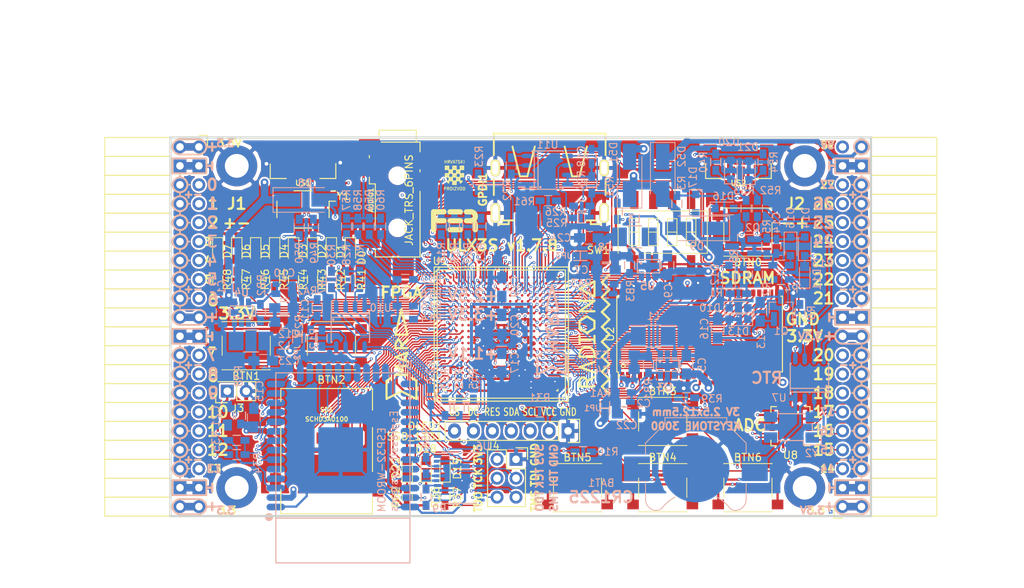
<source format=kicad_pcb>
(kicad_pcb (version 4) (host pcbnew 4.0.7+dfsg1-1)
  (layers (0 F.Cu signal) (1 In1.Cu signal) (2 In2.Cu signal) (31 B.Cu signal) (34 B.Paste user) (35 F.Paste user) (36 B.SilkS user) (37 F.SilkS user) (38 B.Mask user) (39 F.Mask user) (44 Edge.Cuts user))
  (net 0 "")
  (net 1 GND)
  (net 2 +5V)
  (net 3 /gpio/IN5V)
  (net 4 /gpio/OUT5V)
  (net 5 +3V3)
  (net 6 BTN_D)
  (net 7 BTN_F1)
  (net 8 BTN_F2)
  (net 9 BTN_L)
  (net 10 BTN_R)
  (net 11 BTN_U)
  (net 12 /power/FB1)
  (net 13 +2V5)
  (net 14 /power/PWREN)
  (net 15 /power/FB3)
  (net 16 /power/FB2)
  (net 17 "Net-(D9-Pad1)")
  (net 18 /power/VBAT)
  (net 19 JTAG_TDI)
  (net 20 JTAG_TCK)
  (net 21 JTAG_TMS)
  (net 22 JTAG_TDO)
  (net 23 /power/WAKEUPn)
  (net 24 /power/WKUP)
  (net 25 /power/SHUT)
  (net 26 /power/WAKE)
  (net 27 /power/HOLD)
  (net 28 /power/WKn)
  (net 29 /power/OSCI_32k)
  (net 30 /power/OSCO_32k)
  (net 31 "Net-(Q2-Pad3)")
  (net 32 SHUTDOWN)
  (net 33 /analog/AUDIO_L)
  (net 34 /analog/AUDIO_R)
  (net 35 GPDI_5V_SCL)
  (net 36 GPDI_5V_SDA)
  (net 37 GPDI_SDA)
  (net 38 GPDI_SCL)
  (net 39 /gpdi/VREF2)
  (net 40 SD_CMD)
  (net 41 SD_CLK)
  (net 42 SD_D0)
  (net 43 SD_D1)
  (net 44 USB5V)
  (net 45 GPDI_CEC)
  (net 46 nRESET)
  (net 47 FTDI_nDTR)
  (net 48 SDRAM_CKE)
  (net 49 SDRAM_A7)
  (net 50 SDRAM_D15)
  (net 51 SDRAM_BA1)
  (net 52 SDRAM_D7)
  (net 53 SDRAM_A6)
  (net 54 SDRAM_CLK)
  (net 55 SDRAM_D13)
  (net 56 SDRAM_BA0)
  (net 57 SDRAM_D6)
  (net 58 SDRAM_A5)
  (net 59 SDRAM_D14)
  (net 60 SDRAM_A11)
  (net 61 SDRAM_D12)
  (net 62 SDRAM_D5)
  (net 63 SDRAM_A4)
  (net 64 SDRAM_A10)
  (net 65 SDRAM_D11)
  (net 66 SDRAM_A3)
  (net 67 SDRAM_D4)
  (net 68 SDRAM_D10)
  (net 69 SDRAM_D9)
  (net 70 SDRAM_A9)
  (net 71 SDRAM_D3)
  (net 72 SDRAM_D8)
  (net 73 SDRAM_A8)
  (net 74 SDRAM_A2)
  (net 75 SDRAM_A1)
  (net 76 SDRAM_A0)
  (net 77 SDRAM_D2)
  (net 78 SDRAM_D1)
  (net 79 SDRAM_D0)
  (net 80 SDRAM_DQM0)
  (net 81 SDRAM_nCS)
  (net 82 SDRAM_nRAS)
  (net 83 SDRAM_DQM1)
  (net 84 SDRAM_nCAS)
  (net 85 SDRAM_nWE)
  (net 86 /flash/FLASH_nWP)
  (net 87 /flash/FLASH_nHOLD)
  (net 88 /flash/FLASH_MOSI)
  (net 89 /flash/FLASH_MISO)
  (net 90 /flash/FLASH_SCK)
  (net 91 /flash/FLASH_nCS)
  (net 92 /flash/FPGA_PROGRAMN)
  (net 93 /flash/FPGA_DONE)
  (net 94 /flash/FPGA_INITN)
  (net 95 OLED_RES)
  (net 96 OLED_DC)
  (net 97 OLED_CS)
  (net 98 WIFI_EN)
  (net 99 FTDI_nRTS)
  (net 100 FTDI_TXD)
  (net 101 FTDI_RXD)
  (net 102 WIFI_RXD)
  (net 103 WIFI_GPIO0)
  (net 104 WIFI_TXD)
  (net 105 GPDI_ETH-)
  (net 106 GPDI_ETH+)
  (net 107 GPDI_D2+)
  (net 108 GPDI_D2-)
  (net 109 GPDI_D1+)
  (net 110 GPDI_D1-)
  (net 111 GPDI_D0+)
  (net 112 GPDI_D0-)
  (net 113 GPDI_CLK+)
  (net 114 GPDI_CLK-)
  (net 115 USB_FTDI_D+)
  (net 116 USB_FTDI_D-)
  (net 117 SD_D3)
  (net 118 AUDIO_L3)
  (net 119 AUDIO_L2)
  (net 120 AUDIO_L1)
  (net 121 AUDIO_L0)
  (net 122 AUDIO_R3)
  (net 123 AUDIO_R2)
  (net 124 AUDIO_R1)
  (net 125 AUDIO_R0)
  (net 126 OLED_CLK)
  (net 127 OLED_MOSI)
  (net 128 LED0)
  (net 129 LED1)
  (net 130 LED2)
  (net 131 LED3)
  (net 132 LED4)
  (net 133 LED5)
  (net 134 LED6)
  (net 135 LED7)
  (net 136 BTN_PWRn)
  (net 137 FTDI_nTXLED)
  (net 138 FTDI_nSLEEP)
  (net 139 /blinkey/LED_PWREN)
  (net 140 /blinkey/LED_TXLED)
  (net 141 /sdcard/SD3V3)
  (net 142 SD_D2)
  (net 143 CLK_25MHz)
  (net 144 /blinkey/BTNPUL)
  (net 145 /blinkey/BTNPUR)
  (net 146 USB_FPGA_D+)
  (net 147 /power/FTDI_nSUSPEND)
  (net 148 /blinkey/ALED0)
  (net 149 /blinkey/ALED1)
  (net 150 /blinkey/ALED2)
  (net 151 /blinkey/ALED3)
  (net 152 /blinkey/ALED4)
  (net 153 /blinkey/ALED5)
  (net 154 /blinkey/ALED6)
  (net 155 /blinkey/ALED7)
  (net 156 /usb/FTD-)
  (net 157 /usb/FTD+)
  (net 158 ADC_MISO)
  (net 159 ADC_MOSI)
  (net 160 ADC_CSn)
  (net 161 ADC_SCLK)
  (net 162 SW3)
  (net 163 SW2)
  (net 164 SW1)
  (net 165 USB_FPGA_D-)
  (net 166 /usb/FPD+)
  (net 167 /usb/FPD-)
  (net 168 WIFI_GPIO16)
  (net 169 WIFI_GPIO15)
  (net 170 /usb/ANT_433MHz)
  (net 171 /power/PWRBTn)
  (net 172 PROG_DONE)
  (net 173 /power/P3V3)
  (net 174 /power/P2V5)
  (net 175 /power/L1)
  (net 176 /power/L3)
  (net 177 /power/L2)
  (net 178 FTDI_TXDEN)
  (net 179 SDRAM_A12)
  (net 180 /analog/AUDIO_V)
  (net 181 AUDIO_V3)
  (net 182 AUDIO_V2)
  (net 183 AUDIO_V1)
  (net 184 AUDIO_V0)
  (net 185 /gpdi/FPGA_CEC)
  (net 186 /blinkey/LED_WIFI)
  (net 187 WIFI_GPIO2)
  (net 188 /power/P1V1)
  (net 189 +1V1)
  (net 190 SW4)
  (net 191 /blinkey/SWPU)
  (net 192 /wifi/WIFIEN)
  (net 193 FT2V5)
  (net 194 GN0)
  (net 195 GP0)
  (net 196 GN1)
  (net 197 GP1)
  (net 198 GN2)
  (net 199 GP2)
  (net 200 GN3)
  (net 201 GP3)
  (net 202 GN4)
  (net 203 GP4)
  (net 204 GN5)
  (net 205 GP5)
  (net 206 GN6)
  (net 207 GP6)
  (net 208 GN14)
  (net 209 GP14)
  (net 210 GN15)
  (net 211 GP15)
  (net 212 GN16)
  (net 213 GP16)
  (net 214 GN17)
  (net 215 GP17)
  (net 216 GN18)
  (net 217 GP18)
  (net 218 GN19)
  (net 219 GP19)
  (net 220 GN20)
  (net 221 GP20)
  (net 222 GN21)
  (net 223 GP21)
  (net 224 GN22)
  (net 225 GP22)
  (net 226 GN23)
  (net 227 GP23)
  (net 228 GN24)
  (net 229 GP24)
  (net 230 GN25)
  (net 231 GP25)
  (net 232 GN26)
  (net 233 GP26)
  (net 234 GN27)
  (net 235 GP27)
  (net 236 GN7)
  (net 237 GP7)
  (net 238 GN8)
  (net 239 GP8)
  (net 240 GN9)
  (net 241 GP9)
  (net 242 GN10)
  (net 243 GP10)
  (net 244 GN11)
  (net 245 GP11)
  (net 246 GN12)
  (net 247 GP12)
  (net 248 GN13)
  (net 249 GP13)
  (module Socket_Strips:Socket_Strip_Angled_2x20 (layer F.Cu) (at 97.91 62.69 270)
    (fp_text reference J1 (at 7.62 -5.08 360) (layer F.SilkS) (effects (font (size 1.5 1.5) (thickness 0.3))))
    (fp_text value CONN_02X20 hide)
    (pad 1 thru_hole oval (at 0 0 270) (size 1.7272 1.7272) (drill 1.016) (layers *.Cu *.Mask) (net 5 +3V3))
    (pad 2 thru_hole oval (at 0 2.54 270) (size 1.7272 1.7272) (drill 1.016) (layers *.Cu *.Mask) (net 5 +3V3))
    (pad 3 thru_hole rect (at 2.54 0 270) (size 1.7272 1.7272) (drill 1.016) (layers *.Cu *.Mask) (net 1 GND))
    (pad 4 thru_hole rect (at 2.54 2.54 270) (size 1.7272 1.7272) (drill 1.016) (layers *.Cu *.Mask) (net 1 GND))
    (pad 5 thru_hole oval (at 5.08 0 270) (size 1.7272 1.7272) (drill 1.016) (layers *.Cu *.Mask) (net 194 GN0))
    (pad 6 thru_hole oval (at 5.08 2.54 270) (size 1.7272 1.7272) (drill 1.016) (layers *.Cu *.Mask) (net 195 GP0))
    (pad 7 thru_hole oval (at 7.62 0 270) (size 1.7272 1.7272) (drill 1.016) (layers *.Cu *.Mask) (net 196 GN1))
    (pad 8 thru_hole oval (at 7.62 2.54 270) (size 1.7272 1.7272) (drill 1.016) (layers *.Cu *.Mask) (net 197 GP1))
    (pad 9 thru_hole oval (at 10.16 0 270) (size 1.7272 1.7272) (drill 1.016) (layers *.Cu *.Mask) (net 198 GN2))
    (pad 10 thru_hole oval (at 10.16 2.54 270) (size 1.7272 1.7272) (drill 1.016) (layers *.Cu *.Mask) (net 199 GP2))
    (pad 11 thru_hole oval (at 12.7 0 270) (size 1.7272 1.7272) (drill 1.016) (layers *.Cu *.Mask) (net 200 GN3))
    (pad 12 thru_hole oval (at 12.7 2.54 270) (size 1.7272 1.7272) (drill 1.016) (layers *.Cu *.Mask) (net 201 GP3))
    (pad 13 thru_hole oval (at 15.24 0 270) (size 1.7272 1.7272) (drill 1.016) (layers *.Cu *.Mask) (net 202 GN4))
    (pad 14 thru_hole oval (at 15.24 2.54 270) (size 1.7272 1.7272) (drill 1.016) (layers *.Cu *.Mask) (net 203 GP4))
    (pad 15 thru_hole oval (at 17.78 0 270) (size 1.7272 1.7272) (drill 1.016) (layers *.Cu *.Mask) (net 204 GN5))
    (pad 16 thru_hole oval (at 17.78 2.54 270) (size 1.7272 1.7272) (drill 1.016) (layers *.Cu *.Mask) (net 205 GP5))
    (pad 17 thru_hole oval (at 20.32 0 270) (size 1.7272 1.7272) (drill 1.016) (layers *.Cu *.Mask) (net 206 GN6))
    (pad 18 thru_hole oval (at 20.32 2.54 270) (size 1.7272 1.7272) (drill 1.016) (layers *.Cu *.Mask) (net 207 GP6))
    (pad 19 thru_hole oval (at 22.86 0 270) (size 1.7272 1.7272) (drill 1.016) (layers *.Cu *.Mask) (net 5 +3V3))
    (pad 20 thru_hole oval (at 22.86 2.54 270) (size 1.7272 1.7272) (drill 1.016) (layers *.Cu *.Mask) (net 5 +3V3))
    (pad 21 thru_hole rect (at 25.4 0 270) (size 1.7272 1.7272) (drill 1.016) (layers *.Cu *.Mask) (net 1 GND))
    (pad 22 thru_hole rect (at 25.4 2.54 270) (size 1.7272 1.7272) (drill 1.016) (layers *.Cu *.Mask) (net 1 GND))
    (pad 23 thru_hole oval (at 27.94 0 270) (size 1.7272 1.7272) (drill 1.016) (layers *.Cu *.Mask) (net 236 GN7))
    (pad 24 thru_hole oval (at 27.94 2.54 270) (size 1.7272 1.7272) (drill 1.016) (layers *.Cu *.Mask) (net 237 GP7))
    (pad 25 thru_hole oval (at 30.48 0 270) (size 1.7272 1.7272) (drill 1.016) (layers *.Cu *.Mask) (net 238 GN8))
    (pad 26 thru_hole oval (at 30.48 2.54 270) (size 1.7272 1.7272) (drill 1.016) (layers *.Cu *.Mask) (net 239 GP8))
    (pad 27 thru_hole oval (at 33.02 0 270) (size 1.7272 1.7272) (drill 1.016) (layers *.Cu *.Mask) (net 240 GN9))
    (pad 28 thru_hole oval (at 33.02 2.54 270) (size 1.7272 1.7272) (drill 1.016) (layers *.Cu *.Mask) (net 241 GP9))
    (pad 29 thru_hole oval (at 35.56 0 270) (size 1.7272 1.7272) (drill 1.016) (layers *.Cu *.Mask) (net 242 GN10))
    (pad 30 thru_hole oval (at 35.56 2.54 270) (size 1.7272 1.7272) (drill 1.016) (layers *.Cu *.Mask) (net 243 GP10))
    (pad 31 thru_hole oval (at 38.1 0 270) (size 1.7272 1.7272) (drill 1.016) (layers *.Cu *.Mask) (net 244 GN11))
    (pad 32 thru_hole oval (at 38.1 2.54 270) (size 1.7272 1.7272) (drill 1.016) (layers *.Cu *.Mask) (net 245 GP11))
    (pad 33 thru_hole oval (at 40.64 0 270) (size 1.7272 1.7272) (drill 1.016) (layers *.Cu *.Mask) (net 246 GN12))
    (pad 34 thru_hole oval (at 40.64 2.54 270) (size 1.7272 1.7272) (drill 1.016) (layers *.Cu *.Mask) (net 247 GP12))
    (pad 35 thru_hole oval (at 43.18 0 270) (size 1.7272 1.7272) (drill 1.016) (layers *.Cu *.Mask) (net 248 GN13))
    (pad 36 thru_hole oval (at 43.18 2.54 270) (size 1.7272 1.7272) (drill 1.016) (layers *.Cu *.Mask) (net 249 GP13))
    (pad 37 thru_hole rect (at 45.72 0 270) (size 1.7272 1.7272) (drill 1.016) (layers *.Cu *.Mask) (net 1 GND))
    (pad 38 thru_hole rect (at 45.72 2.54 270) (size 1.7272 1.7272) (drill 1.016) (layers *.Cu *.Mask) (net 1 GND))
    (pad 39 thru_hole oval (at 48.26 0 270) (size 1.7272 1.7272) (drill 1.016) (layers *.Cu *.Mask) (net 5 +3V3))
    (pad 40 thru_hole oval (at 48.26 2.54 270) (size 1.7272 1.7272) (drill 1.016) (layers *.Cu *.Mask) (net 5 +3V3))
  )
  (module SMD_Packages:1Pin (layer F.Cu) (at 182.67515 111.637626)
    (fp_text reference AE1 hide)
    (fp_text value 433MHz hide)
    (pad 1 smd rect (at 0 0) (size 0.5 0.5) (layers B.Cu F.Paste F.Mask) (net 170 /usb/ANT_433MHz))
  )
  (module Resistors_SMD:R_0603_HandSoldering (layer B.Cu) (at 103.498 98.758 90)
    (fp_text reference R38 (at 5.334 -0.254 90) (layer B.SilkS) (effects (justify mirror)))
    (fp_text value 0.47)
    (pad 1 smd rect (at -1.1 0 90) (size 1.2 0.9) (layers B.Cu B.Paste B.Mask) (net 141 /sdcard/SD3V3))
    (pad 2 smd rect (at 1.1 0 90) (size 1.2 0.9) (layers B.Cu B.Paste B.Mask) (net 5 +3V3))
  )
  (module jumper:SOLDER-JUMPER_1-WAY (layer B.Cu) (at 152.393 97.742 270)
    (fp_text reference JP1 (at 0 1.778 360) (layer B.SilkS) (effects (font (size 0.762 0.762) (thickness 0.1524)) (justify mirror)))
    (fp_text value 1.2 hide)
    (pad 1 smd rect (at -0.6 0 270) (size 1 1) (layers B.Cu B.Paste B.Mask) (net 188 /power/P1V1))
    (pad 2 smd rect (at 0.6 0 270) (size 1 1) (layers B.Cu B.Paste B.Mask) (net 189 +1V1))
  )
  (module Diodes_SMD:D_SMA_Handsoldering (layer B.Cu) (at 155.695 66.5 90)
    (fp_text reference D51 (at 3.048 -2.159 90) (layer B.SilkS) (effects (justify mirror)))
    (fp_text value STPS2L30AF hide)
    (pad 1 smd rect (at -2.5 0 90) (size 3.5 1.8) (layers B.Cu B.Paste B.Mask) (net 2 +5V))
    (pad 2 smd rect (at 2.5 0 90) (size 3.5 1.8) (layers B.Cu B.Paste B.Mask) (net 3 /gpio/IN5V))
  )
  (module Resistors_SMD:R_0603_HandSoldering (layer B.Cu) (at 154.044 71.326 90)
    (fp_text reference R51 (at 3.302 -1.016 90) (layer B.SilkS) (effects (justify mirror)))
    (fp_text value 150)
    (pad 1 smd rect (at -1.1 0 90) (size 1.2 0.9) (layers B.Cu B.Paste B.Mask) (net 5 +3V3))
    (pad 2 smd rect (at 1.1 0 90) (size 1.2 0.9) (layers B.Cu B.Paste B.Mask) (net 191 /blinkey/SWPU))
  )
  (module Resistors_SMD:R_1210_HandSoldering (layer B.Cu) (at 158.87 88.09 180)
    (fp_text reference L1 (at 0 2.7 180) (layer B.SilkS) (effects (justify mirror)))
    (fp_text value 2.2uH)
    (pad 1 smd rect (at -2 0 180) (size 2 2.5) (layers B.Cu B.Paste B.Mask) (net 175 /power/L1))
    (pad 2 smd rect (at 2 0 180) (size 2 2.5) (layers B.Cu B.Paste B.Mask) (net 188 /power/P1V1))
  )
  (module TSOT-25:TSOT-25 (layer B.Cu) (at 160.775 91.9)
    (fp_text reference U3 (at -0.381 3.048) (layer B.SilkS) (effects (font (thickness 0.2)) (justify mirror)))
    (fp_text value DIO6015)
    (pad 1 smd rect (at -0.95 -1.3) (size 0.7 1.2) (layers B.Cu B.Paste B.Mask) (net 14 /power/PWREN))
    (pad 2 smd rect (at 0 -1.3) (size 0.7 1.2) (layers B.Cu B.Paste B.Mask) (net 1 GND))
    (pad 3 smd rect (at 0.95 -1.3) (size 0.7 1.2) (layers B.Cu B.Paste B.Mask) (net 175 /power/L1))
    (pad 4 smd rect (at 0.95 1.3) (size 0.7 1.2) (layers B.Cu B.Paste B.Mask) (net 2 +5V))
    (pad 5 smd rect (at -0.95 1.3) (size 0.7 1.2) (layers B.Cu B.Paste B.Mask) (net 12 /power/FB1))
  )
  (module Resistors_SMD:R_1210_HandSoldering (layer B.Cu) (at 104.895 88.725)
    (fp_text reference L2 (at 4.445 0.635) (layer B.SilkS) (effects (justify mirror)))
    (fp_text value 2.2uH)
    (pad 1 smd rect (at -2 0) (size 2 2.5) (layers B.Cu B.Paste B.Mask) (net 177 /power/L2))
    (pad 2 smd rect (at 2 0) (size 2 2.5) (layers B.Cu B.Paste B.Mask) (net 174 /power/P2V5))
  )
  (module TSOT-25:TSOT-25 (layer B.Cu) (at 103.625 84.915 180)
    (fp_text reference U4 (at 0 2.697 180) (layer B.SilkS) (effects (font (thickness 0.2)) (justify mirror)))
    (fp_text value LX7172)
    (pad 1 smd rect (at -0.95 -1.3 180) (size 0.7 1.2) (layers B.Cu B.Paste B.Mask) (net 14 /power/PWREN))
    (pad 2 smd rect (at 0 -1.3 180) (size 0.7 1.2) (layers B.Cu B.Paste B.Mask) (net 1 GND))
    (pad 3 smd rect (at 0.95 -1.3 180) (size 0.7 1.2) (layers B.Cu B.Paste B.Mask) (net 177 /power/L2))
    (pad 4 smd rect (at 0.95 1.3 180) (size 0.7 1.2) (layers B.Cu B.Paste B.Mask) (net 2 +5V))
    (pad 5 smd rect (at -0.95 1.3 180) (size 0.7 1.2) (layers B.Cu B.Paste B.Mask) (net 16 /power/FB2))
  )
  (module Resistors_SMD:R_1210_HandSoldering (layer B.Cu) (at 156.33 74.755 180)
    (fp_text reference L3 (at 0 2.413 180) (layer B.SilkS) (effects (justify mirror)))
    (fp_text value 2.2uH)
    (pad 1 smd rect (at -2 0 180) (size 2 2.5) (layers B.Cu B.Paste B.Mask) (net 176 /power/L3))
    (pad 2 smd rect (at 2 0 180) (size 2 2.5) (layers B.Cu B.Paste B.Mask) (net 173 /power/P3V3))
  )
  (module TSOT-25:TSOT-25 (layer B.Cu) (at 158.235 78.692)
    (fp_text reference U5 (at -0.127 2.667) (layer B.SilkS) (effects (font (thickness 0.2)) (justify mirror)))
    (fp_text value TLV62569DBV)
    (pad 1 smd rect (at -0.95 -1.3) (size 0.7 1.2) (layers B.Cu B.Paste B.Mask) (net 14 /power/PWREN))
    (pad 2 smd rect (at 0 -1.3) (size 0.7 1.2) (layers B.Cu B.Paste B.Mask) (net 1 GND))
    (pad 3 smd rect (at 0.95 -1.3) (size 0.7 1.2) (layers B.Cu B.Paste B.Mask) (net 176 /power/L3))
    (pad 4 smd rect (at 0.95 1.3) (size 0.7 1.2) (layers B.Cu B.Paste B.Mask) (net 2 +5V))
    (pad 5 smd rect (at -0.95 1.3) (size 0.7 1.2) (layers B.Cu B.Paste B.Mask) (net 15 /power/FB3))
  )
  (module Capacitors_SMD:C_0805_HandSoldering (layer B.Cu) (at 101.085 84.915 270)
    (fp_text reference C1 (at -3.429 0.127 270) (layer B.SilkS) (effects (justify mirror)))
    (fp_text value 22uF)
    (pad 1 smd rect (at -1.25 0 270) (size 1.5 1.25) (layers B.Cu B.Paste B.Mask) (net 2 +5V))
    (pad 2 smd rect (at 1.25 0 270) (size 1.5 1.25) (layers B.Cu B.Paste B.Mask) (net 1 GND))
  )
  (module Capacitors_SMD:C_0805_HandSoldering (layer B.Cu) (at 155.06 90.63)
    (fp_text reference C3 (at -3.048 0) (layer B.SilkS) (effects (justify mirror)))
    (fp_text value 22uF)
    (pad 1 smd rect (at -1.25 0) (size 1.5 1.25) (layers B.Cu B.Paste B.Mask) (net 188 /power/P1V1))
    (pad 2 smd rect (at 1.25 0) (size 1.5 1.25) (layers B.Cu B.Paste B.Mask) (net 1 GND))
  )
  (module Capacitors_SMD:C_0805_HandSoldering (layer B.Cu) (at 155.06 92.535)
    (fp_text reference C4 (at -3.048 0.127) (layer B.SilkS) (effects (justify mirror)))
    (fp_text value 22uF)
    (pad 1 smd rect (at -1.25 0) (size 1.5 1.25) (layers B.Cu B.Paste B.Mask) (net 188 /power/P1V1))
    (pad 2 smd rect (at 1.25 0) (size 1.5 1.25) (layers B.Cu B.Paste B.Mask) (net 1 GND))
  )
  (module Capacitors_SMD:C_0805_HandSoldering (layer B.Cu) (at 163.315 91.9 90)
    (fp_text reference C5 (at 0 2.1 90) (layer B.SilkS) (effects (justify mirror)))
    (fp_text value 22uF)
    (pad 1 smd rect (at -1.25 0 90) (size 1.5 1.25) (layers B.Cu B.Paste B.Mask) (net 2 +5V))
    (pad 2 smd rect (at 1.25 0 90) (size 1.5 1.25) (layers B.Cu B.Paste B.Mask) (net 1 GND))
  )
  (module Capacitors_SMD:C_0805_HandSoldering (layer B.Cu) (at 152.52 79.2)
    (fp_text reference C7 (at -3.302 0) (layer B.SilkS) (effects (justify mirror)))
    (fp_text value 22uF)
    (pad 1 smd rect (at -1.25 0) (size 1.5 1.25) (layers B.Cu B.Paste B.Mask) (net 173 /power/P3V3))
    (pad 2 smd rect (at 1.25 0) (size 1.5 1.25) (layers B.Cu B.Paste B.Mask) (net 1 GND))
  )
  (module Capacitors_SMD:C_0805_HandSoldering (layer B.Cu) (at 152.52 77.295)
    (fp_text reference C8 (at -0.127 -1.143) (layer B.SilkS) (effects (justify mirror)))
    (fp_text value 22uF)
    (pad 1 smd rect (at -1.25 0) (size 1.5 1.25) (layers B.Cu B.Paste B.Mask) (net 173 /power/P3V3))
    (pad 2 smd rect (at 1.25 0) (size 1.5 1.25) (layers B.Cu B.Paste B.Mask) (net 1 GND))
  )
  (module Capacitors_SMD:C_0805_HandSoldering (layer B.Cu) (at 160.775 78.565 90)
    (fp_text reference C9 (at -3.429 0.127 90) (layer B.SilkS) (effects (justify mirror)))
    (fp_text value 22uF)
    (pad 1 smd rect (at -1.25 0 90) (size 1.5 1.25) (layers B.Cu B.Paste B.Mask) (net 2 +5V))
    (pad 2 smd rect (at 1.25 0 90) (size 1.5 1.25) (layers B.Cu B.Paste B.Mask) (net 1 GND))
  )
  (module Capacitors_SMD:C_0805_HandSoldering (layer B.Cu) (at 109.34 84.28 180)
    (fp_text reference C11 (at -2.794 -0.254 270) (layer B.SilkS) (effects (justify mirror)))
    (fp_text value 22uF)
    (pad 1 smd rect (at -1.25 0 180) (size 1.5 1.25) (layers B.Cu B.Paste B.Mask) (net 174 /power/P2V5))
    (pad 2 smd rect (at 1.25 0 180) (size 1.5 1.25) (layers B.Cu B.Paste B.Mask) (net 1 GND))
  )
  (module Capacitors_SMD:C_0805_HandSoldering (layer B.Cu) (at 109.34 86.185 180)
    (fp_text reference C12 (at -0.635 -1.615 360) (layer B.SilkS) (effects (justify mirror)))
    (fp_text value 22uF)
    (pad 1 smd rect (at -1.25 0 180) (size 1.5 1.25) (layers B.Cu B.Paste B.Mask) (net 174 /power/P2V5))
    (pad 2 smd rect (at 1.25 0 180) (size 1.5 1.25) (layers B.Cu B.Paste B.Mask) (net 1 GND))
  )
  (module Capacitors_SMD:C_0805_HandSoldering (layer B.Cu) (at 173.221 84.788 90)
    (fp_text reference C13 (at -3.556 0.127 90) (layer B.SilkS) (effects (justify mirror)))
    (fp_text value 2.2uF)
    (pad 1 smd rect (at -1.25 0 90) (size 1.5 1.25) (layers B.Cu B.Paste B.Mask) (net 2 +5V))
    (pad 2 smd rect (at 1.25 0 90) (size 1.5 1.25) (layers B.Cu B.Paste B.Mask) (net 24 /power/WKUP))
  )
  (module TO_SOT_Packages_SMD:SOT-23_Handsoldering (layer B.Cu) (at 176.015 84.28 90)
    (fp_text reference Q1 (at -3.1115 0 180) (layer B.SilkS) (effects (justify mirror)))
    (fp_text value BC857)
    (pad 1 smd rect (at -1.5 0.95 90) (size 1.9 0.8) (layers B.Cu B.Paste B.Mask) (net 28 /power/WKn))
    (pad 2 smd rect (at -1.5 -0.95 90) (size 1.9 0.8) (layers B.Cu B.Paste B.Mask) (net 2 +5V))
    (pad 3 smd rect (at 1.5 0 90) (size 1.9 0.8) (layers B.Cu B.Paste B.Mask) (net 24 /power/WKUP))
  )
  (module TO_SOT_Packages_SMD:SOT-23_Handsoldering (layer B.Cu) (at 170.935 76.025 180)
    (fp_text reference Q2 (at -1.295 2.5 180) (layer B.SilkS) (effects (justify mirror)))
    (fp_text value 2N7002)
    (pad 1 smd rect (at -1.5 0.95 180) (size 1.9 0.8) (layers B.Cu B.Paste B.Mask) (net 25 /power/SHUT))
    (pad 2 smd rect (at -1.5 -0.95 180) (size 1.9 0.8) (layers B.Cu B.Paste B.Mask) (net 1 GND))
    (pad 3 smd rect (at 1.5 0 180) (size 1.9 0.8) (layers B.Cu B.Paste B.Mask) (net 31 "Net-(Q2-Pad3)"))
  )
  (module Capacitors_SMD:C_0603_HandSoldering (layer B.Cu) (at 154.86 96.91)
    (fp_text reference C2 (at 2.74 0.197) (layer B.SilkS) (effects (justify mirror)))
    (fp_text value 470pF)
    (pad 1 smd rect (at -0.95 0) (size 1.2 0.75) (layers B.Cu B.Paste B.Mask) (net 188 /power/P1V1))
    (pad 2 smd rect (at 0.95 0) (size 1.2 0.75) (layers B.Cu B.Paste B.Mask) (net 12 /power/FB1))
  )
  (module Capacitors_SMD:C_0603_HandSoldering (layer B.Cu) (at 152.52 82.375)
    (fp_text reference C6 (at -2.794 0.127) (layer B.SilkS) (effects (justify mirror)))
    (fp_text value 470pF)
    (pad 1 smd rect (at -0.95 0) (size 1.2 0.75) (layers B.Cu B.Paste B.Mask) (net 173 /power/P3V3))
    (pad 2 smd rect (at 0.95 0) (size 1.2 0.75) (layers B.Cu B.Paste B.Mask) (net 15 /power/FB3))
  )
  (module Capacitors_SMD:C_0603_HandSoldering (layer B.Cu) (at 109.34 81.105 180)
    (fp_text reference C10 (at -0.04 1.505 180) (layer B.SilkS) (effects (justify mirror)))
    (fp_text value 470pF)
    (pad 1 smd rect (at -0.95 0 180) (size 1.2 0.75) (layers B.Cu B.Paste B.Mask) (net 174 /power/P2V5))
    (pad 2 smd rect (at 0.95 0 180) (size 1.2 0.75) (layers B.Cu B.Paste B.Mask) (net 16 /power/FB2))
  )
  (module Capacitors_SMD:C_0603_HandSoldering (layer B.Cu) (at 175.38 76.025 270)
    (fp_text reference C14 (at -3.175 0 270) (layer B.SilkS) (effects (justify mirror)))
    (fp_text value 100nF)
    (pad 1 smd rect (at -0.95 0 270) (size 1.2 0.75) (layers B.Cu B.Paste B.Mask) (net 25 /power/SHUT))
    (pad 2 smd rect (at 0.95 0 270) (size 1.2 0.75) (layers B.Cu B.Paste B.Mask) (net 1 GND))
  )
  (module Resistors_SMD:R_0603_HandSoldering (layer B.Cu) (at 170.3 82.375)
    (fp_text reference R1 (at -3.048 -0.127) (layer B.SilkS) (effects (justify mirror)))
    (fp_text value 15k)
    (pad 1 smd rect (at -1.1 0) (size 1.2 0.9) (layers B.Cu B.Paste B.Mask) (net 26 /power/WAKE))
    (pad 2 smd rect (at 1.1 0) (size 1.2 0.9) (layers B.Cu B.Paste B.Mask) (net 14 /power/PWREN))
  )
  (module Resistors_SMD:R_0603_HandSoldering (layer B.Cu) (at 172.84 79.835 90)
    (fp_text reference R2 (at -1.905 1.27 90) (layer B.SilkS) (effects (justify mirror)))
    (fp_text value 47k)
    (pad 1 smd rect (at -1.1 0 90) (size 1.2 0.9) (layers B.Cu B.Paste B.Mask) (net 14 /power/PWREN))
    (pad 2 smd rect (at 1.1 0 90) (size 1.2 0.9) (layers B.Cu B.Paste B.Mask) (net 1 GND))
  )
  (module Resistors_SMD:R_0603_HandSoldering (layer B.Cu) (at 176.015 80.47 180)
    (fp_text reference R4 (at -1.397 -1.27 360) (layer B.SilkS) (effects (justify mirror)))
    (fp_text value 4.7k)
    (pad 1 smd rect (at -1.1 0 180) (size 1.2 0.9) (layers B.Cu B.Paste B.Mask) (net 27 /power/HOLD))
    (pad 2 smd rect (at 1.1 0 180) (size 1.2 0.9) (layers B.Cu B.Paste B.Mask) (net 14 /power/PWREN))
  )
  (module Resistors_SMD:R_0603_HandSoldering (layer B.Cu) (at 174.11 76.025 270)
    (fp_text reference R5 (at -2.667 0 270) (layer B.SilkS) (effects (justify mirror)))
    (fp_text value 4.7M)
    (pad 1 smd rect (at -1.1 0 270) (size 1.2 0.9) (layers B.Cu B.Paste B.Mask) (net 25 /power/SHUT))
    (pad 2 smd rect (at 1.1 0 270) (size 1.2 0.9) (layers B.Cu B.Paste B.Mask) (net 1 GND))
  )
  (module Resistors_SMD:R_0603_HandSoldering (layer B.Cu) (at 178.555 84.915 270)
    (fp_text reference R6 (at 0 -1.524 270) (layer B.SilkS) (effects (justify mirror)))
    (fp_text value 1k)
    (pad 1 smd rect (at -1.1 0 270) (size 1.2 0.9) (layers B.Cu B.Paste B.Mask) (net 28 /power/WKn))
    (pad 2 smd rect (at 1.1 0 270) (size 1.2 0.9) (layers B.Cu B.Paste B.Mask) (net 23 /power/WAKEUPn))
  )
  (module Resistors_SMD:R_0603_HandSoldering (layer B.Cu) (at 113.785 84.28 270)
    (fp_text reference R7 (at -2.794 -0.635 270) (layer B.SilkS) (effects (justify mirror)))
    (fp_text value 150)
    (pad 1 smd rect (at -1.1 0 270) (size 1.2 0.9) (layers B.Cu B.Paste B.Mask) (net 5 +3V3))
    (pad 2 smd rect (at 1.1 0 270) (size 1.2 0.9) (layers B.Cu B.Paste B.Mask) (net 144 /blinkey/BTNPUL))
  )
  (module Resistors_SMD:R_0603_HandSoldering (layer B.Cu) (at 170.935 79.835 90)
    (fp_text reference R8 (at 2.54 -1.27 90) (layer B.SilkS) (effects (justify mirror)))
    (fp_text value 1k)
    (pad 1 smd rect (at -1.1 0 90) (size 1.2 0.9) (layers B.Cu B.Paste B.Mask) (net 14 /power/PWREN))
    (pad 2 smd rect (at 1.1 0 90) (size 1.2 0.9) (layers B.Cu B.Paste B.Mask) (net 31 "Net-(Q2-Pad3)"))
  )
  (module Resistors_SMD:R_0603_HandSoldering (layer B.Cu) (at 128.39 109.68 270)
    (fp_text reference R9 (at 1.524 -1.778 360) (layer B.SilkS) (effects (justify mirror)))
    (fp_text value 15k)
    (pad 1 smd rect (at -1.1 0 270) (size 1.2 0.9) (layers B.Cu B.Paste B.Mask) (net 46 nRESET))
    (pad 2 smd rect (at 1.1 0 270) (size 1.2 0.9) (layers B.Cu B.Paste B.Mask) (net 193 FT2V5))
  )
  (module Resistors_SMD:R_0603_HandSoldering (layer B.Cu) (at 149.472 103.584 180)
    (fp_text reference R10 (at -3.302 0 180) (layer B.SilkS) (effects (justify mirror)))
    (fp_text value 150)
    (pad 1 smd rect (at -1.1 0 180) (size 1.2 0.9) (layers B.Cu B.Paste B.Mask) (net 147 /power/FTDI_nSUSPEND))
    (pad 2 smd rect (at 1.1 0 180) (size 1.2 0.9) (layers B.Cu B.Paste B.Mask) (net 138 FTDI_nSLEEP))
  )
  (module Resistors_SMD:R_0603_HandSoldering (layer B.Cu) (at 176.015 78.565 180)
    (fp_text reference R13 (at -5.588 0.254 180) (layer B.SilkS) (effects (justify mirror)))
    (fp_text value 15k)
    (pad 1 smd rect (at -1.1 0 180) (size 1.2 0.9) (layers B.Cu B.Paste B.Mask) (net 32 SHUTDOWN))
    (pad 2 smd rect (at 1.1 0 180) (size 1.2 0.9) (layers B.Cu B.Paste B.Mask) (net 1 GND))
  )
  (module Resistors_SMD:R_0603_HandSoldering (layer B.Cu) (at 154.86 95.64)
    (fp_text reference RA1 (at -3.102 0.07) (layer B.SilkS) (effects (justify mirror)))
    (fp_text value 15k)
    (pad 1 smd rect (at -1.1 0) (size 1.2 0.9) (layers B.Cu B.Paste B.Mask) (net 188 /power/P1V1))
    (pad 2 smd rect (at 1.1 0) (size 1.2 0.9) (layers B.Cu B.Paste B.Mask) (net 12 /power/FB1))
  )
  (module Resistors_SMD:R_0603_HandSoldering (layer B.Cu) (at 109.34 82.375 180)
    (fp_text reference RA2 (at -3.048 0.381 360) (layer B.SilkS) (effects (justify mirror)))
    (fp_text value 15k)
    (pad 1 smd rect (at -1.1 0 180) (size 1.2 0.9) (layers B.Cu B.Paste B.Mask) (net 174 /power/P2V5))
    (pad 2 smd rect (at 1.1 0 180) (size 1.2 0.9) (layers B.Cu B.Paste B.Mask) (net 16 /power/FB2))
  )
  (module Resistors_SMD:R_0603_HandSoldering (layer B.Cu) (at 152.52 81.105)
    (fp_text reference RA3 (at -3.302 -0.127) (layer B.SilkS) (effects (justify mirror)))
    (fp_text value 15k)
    (pad 1 smd rect (at -1.1 0) (size 1.2 0.9) (layers B.Cu B.Paste B.Mask) (net 173 /power/P3V3))
    (pad 2 smd rect (at 1.1 0) (size 1.2 0.9) (layers B.Cu B.Paste B.Mask) (net 15 /power/FB3))
  )
  (module Resistors_SMD:R_0603_HandSoldering (layer B.Cu) (at 158.235 91.9 270)
    (fp_text reference RB1 (at 3.302 0 270) (layer B.SilkS) (effects (justify mirror)))
    (fp_text value 18k)
    (pad 1 smd rect (at -1.1 0 270) (size 1.2 0.9) (layers B.Cu B.Paste B.Mask) (net 1 GND))
    (pad 2 smd rect (at 1.1 0 270) (size 1.2 0.9) (layers B.Cu B.Paste B.Mask) (net 12 /power/FB1))
  )
  (module Resistors_SMD:R_0603_HandSoldering (layer B.Cu) (at 106.165 84.915 90)
    (fp_text reference RB2 (at 3.683 0.127 90) (layer B.SilkS) (effects (justify mirror)))
    (fp_text value 4.7k)
    (pad 1 smd rect (at -1.1 0 90) (size 1.2 0.9) (layers B.Cu B.Paste B.Mask) (net 1 GND))
    (pad 2 smd rect (at 1.1 0 90) (size 1.2 0.9) (layers B.Cu B.Paste B.Mask) (net 16 /power/FB2))
  )
  (module Resistors_SMD:R_0603_HandSoldering (layer B.Cu) (at 155.695 78.565 270)
    (fp_text reference RB3 (at 3.429 -0.127 270) (layer B.SilkS) (effects (justify mirror)))
    (fp_text value 3.3k)
    (pad 1 smd rect (at -1.1 0 270) (size 1.2 0.9) (layers B.Cu B.Paste B.Mask) (net 1 GND))
    (pad 2 smd rect (at 1.1 0 270) (size 1.2 0.9) (layers B.Cu B.Paste B.Mask) (net 15 /power/FB3))
  )
  (module Resistors_SMD:R_0603_HandSoldering (layer B.Cu) (at 125.596 85.804 180)
    (fp_text reference R14 (at -3.47 0.127 180) (layer B.SilkS) (effects (justify mirror)))
    (fp_text value 1.2k)
    (pad 1 smd rect (at -1.1 0 180) (size 1.2 0.9) (layers B.Cu B.Paste B.Mask) (net 121 AUDIO_L0))
    (pad 2 smd rect (at 1.1 0 180) (size 1.2 0.9) (layers B.Cu B.Paste B.Mask) (net 33 /analog/AUDIO_L))
  )
  (module Resistors_SMD:R_0603_HandSoldering (layer B.Cu) (at 125.596 84.026 180)
    (fp_text reference R15 (at -3.47 -0.001 180) (layer B.SilkS) (effects (justify mirror)))
    (fp_text value 680)
    (pad 1 smd rect (at -1.1 0 180) (size 1.2 0.9) (layers B.Cu B.Paste B.Mask) (net 120 AUDIO_L1))
    (pad 2 smd rect (at 1.1 0 180) (size 1.2 0.9) (layers B.Cu B.Paste B.Mask) (net 33 /analog/AUDIO_L))
  )
  (module Resistors_SMD:R_0603_HandSoldering (layer B.Cu) (at 125.596 82.248 180)
    (fp_text reference R16 (at -3.47 -0.127 180) (layer B.SilkS) (effects (justify mirror)))
    (fp_text value 330)
    (pad 1 smd rect (at -1.1 0 180) (size 1.2 0.9) (layers B.Cu B.Paste B.Mask) (net 119 AUDIO_L2))
    (pad 2 smd rect (at 1.1 0 180) (size 1.2 0.9) (layers B.Cu B.Paste B.Mask) (net 33 /analog/AUDIO_L))
  )
  (module Resistors_SMD:R_0603_HandSoldering (layer B.Cu) (at 125.596 80.47 180)
    (fp_text reference R17 (at -3.47 0 180) (layer B.SilkS) (effects (justify mirror)))
    (fp_text value 150)
    (pad 1 smd rect (at -1.1 0 180) (size 1.2 0.9) (layers B.Cu B.Paste B.Mask) (net 118 AUDIO_L3))
    (pad 2 smd rect (at 1.1 0 180) (size 1.2 0.9) (layers B.Cu B.Paste B.Mask) (net 33 /analog/AUDIO_L))
  )
  (module Resistors_SMD:R_0603_HandSoldering (layer B.Cu) (at 130.422 73.358 90)
    (fp_text reference R18 (at -3.556 0 90) (layer B.SilkS) (effects (justify mirror)))
    (fp_text value 1.2k)
    (pad 1 smd rect (at -1.1 0 90) (size 1.2 0.9) (layers B.Cu B.Paste B.Mask) (net 125 AUDIO_R0))
    (pad 2 smd rect (at 1.1 0 90) (size 1.2 0.9) (layers B.Cu B.Paste B.Mask) (net 34 /analog/AUDIO_R))
  )
  (module Resistors_SMD:R_0603_HandSoldering (layer B.Cu) (at 132.2 73.358 90)
    (fp_text reference R19 (at -3.556 0 90) (layer B.SilkS) (effects (justify mirror)))
    (fp_text value 680)
    (pad 1 smd rect (at -1.1 0 90) (size 1.2 0.9) (layers B.Cu B.Paste B.Mask) (net 124 AUDIO_R1))
    (pad 2 smd rect (at 1.1 0 90) (size 1.2 0.9) (layers B.Cu B.Paste B.Mask) (net 34 /analog/AUDIO_R))
  )
  (module Resistors_SMD:R_0603_HandSoldering (layer B.Cu) (at 133.978 73.358 90)
    (fp_text reference R20 (at -3.556 0 90) (layer B.SilkS) (effects (justify mirror)))
    (fp_text value 330)
    (pad 1 smd rect (at -1.1 0 90) (size 1.2 0.9) (layers B.Cu B.Paste B.Mask) (net 123 AUDIO_R2))
    (pad 2 smd rect (at 1.1 0 90) (size 1.2 0.9) (layers B.Cu B.Paste B.Mask) (net 34 /analog/AUDIO_R))
  )
  (module Resistors_SMD:R_0603_HandSoldering (layer B.Cu) (at 135.756 73.358 90)
    (fp_text reference R21 (at -3.556 0 90) (layer B.SilkS) (effects (justify mirror)))
    (fp_text value 150)
    (pad 1 smd rect (at -1.1 0 90) (size 1.2 0.9) (layers B.Cu B.Paste B.Mask) (net 122 AUDIO_R3))
    (pad 2 smd rect (at 1.1 0 90) (size 1.2 0.9) (layers B.Cu B.Paste B.Mask) (net 34 /analog/AUDIO_R))
  )
  (module Capacitors_SMD:C_0603_HandSoldering (layer B.Cu) (at 150.5896 63.96 90)
    (fp_text reference C18 (at 0 -1.3716 90) (layer B.SilkS) (effects (justify mirror)))
    (fp_text value 470pF)
    (pad 1 smd rect (at -0.95 0 90) (size 1.2 0.75) (layers B.Cu B.Paste B.Mask) (net 39 /gpdi/VREF2))
    (pad 2 smd rect (at 0.95 0 90) (size 1.2 0.75) (layers B.Cu B.Paste B.Mask) (net 1 GND))
  )
  (module Socket_Strips:Socket_Strip_Angled_2x20 (layer F.Cu) (at 184.27 110.95 90)
    (fp_text reference J2 (at 40.64 -6.35 180) (layer F.SilkS) (effects (font (size 1.5 1.5) (thickness 0.3))))
    (fp_text value CONN_02X20 hide)
    (pad 1 thru_hole oval (at 0 0 90) (size 1.7272 1.7272) (drill 1.016) (layers *.Cu *.Mask) (net 5 +3V3))
    (pad 2 thru_hole oval (at 0 2.54 90) (size 1.7272 1.7272) (drill 1.016) (layers *.Cu *.Mask) (net 5 +3V3))
    (pad 3 thru_hole rect (at 2.54 0 90) (size 1.7272 1.7272) (drill 1.016) (layers *.Cu *.Mask) (net 1 GND))
    (pad 4 thru_hole rect (at 2.54 2.54 90) (size 1.7272 1.7272) (drill 1.016) (layers *.Cu *.Mask) (net 1 GND))
    (pad 5 thru_hole oval (at 5.08 0 90) (size 1.7272 1.7272) (drill 1.016) (layers *.Cu *.Mask) (net 208 GN14))
    (pad 6 thru_hole oval (at 5.08 2.54 90) (size 1.7272 1.7272) (drill 1.016) (layers *.Cu *.Mask) (net 209 GP14))
    (pad 7 thru_hole oval (at 7.62 0 90) (size 1.7272 1.7272) (drill 1.016) (layers *.Cu *.Mask) (net 210 GN15))
    (pad 8 thru_hole oval (at 7.62 2.54 90) (size 1.7272 1.7272) (drill 1.016) (layers *.Cu *.Mask) (net 211 GP15))
    (pad 9 thru_hole oval (at 10.16 0 90) (size 1.7272 1.7272) (drill 1.016) (layers *.Cu *.Mask) (net 212 GN16))
    (pad 10 thru_hole oval (at 10.16 2.54 90) (size 1.7272 1.7272) (drill 1.016) (layers *.Cu *.Mask) (net 213 GP16))
    (pad 11 thru_hole oval (at 12.7 0 90) (size 1.7272 1.7272) (drill 1.016) (layers *.Cu *.Mask) (net 214 GN17))
    (pad 12 thru_hole oval (at 12.7 2.54 90) (size 1.7272 1.7272) (drill 1.016) (layers *.Cu *.Mask) (net 215 GP17))
    (pad 13 thru_hole oval (at 15.24 0 90) (size 1.7272 1.7272) (drill 1.016) (layers *.Cu *.Mask) (net 216 GN18))
    (pad 14 thru_hole oval (at 15.24 2.54 90) (size 1.7272 1.7272) (drill 1.016) (layers *.Cu *.Mask) (net 217 GP18))
    (pad 15 thru_hole oval (at 17.78 0 90) (size 1.7272 1.7272) (drill 1.016) (layers *.Cu *.Mask) (net 218 GN19))
    (pad 16 thru_hole oval (at 17.78 2.54 90) (size 1.7272 1.7272) (drill 1.016) (layers *.Cu *.Mask) (net 219 GP19))
    (pad 17 thru_hole oval (at 20.32 0 90) (size 1.7272 1.7272) (drill 1.016) (layers *.Cu *.Mask) (net 220 GN20))
    (pad 18 thru_hole oval (at 20.32 2.54 90) (size 1.7272 1.7272) (drill 1.016) (layers *.Cu *.Mask) (net 221 GP20))
    (pad 19 thru_hole oval (at 22.86 0 90) (size 1.7272 1.7272) (drill 1.016) (layers *.Cu *.Mask) (net 5 +3V3))
    (pad 20 thru_hole oval (at 22.86 2.54 90) (size 1.7272 1.7272) (drill 1.016) (layers *.Cu *.Mask) (net 5 +3V3))
    (pad 21 thru_hole rect (at 25.4 0 90) (size 1.7272 1.7272) (drill 1.016) (layers *.Cu *.Mask) (net 1 GND))
    (pad 22 thru_hole rect (at 25.4 2.54 90) (size 1.7272 1.7272) (drill 1.016) (layers *.Cu *.Mask) (net 1 GND))
    (pad 23 thru_hole oval (at 27.94 0 90) (size 1.7272 1.7272) (drill 1.016) (layers *.Cu *.Mask) (net 222 GN21))
    (pad 24 thru_hole oval (at 27.94 2.54 90) (size 1.7272 1.7272) (drill 1.016) (layers *.Cu *.Mask) (net 223 GP21))
    (pad 25 thru_hole oval (at 30.48 0 90) (size 1.7272 1.7272) (drill 1.016) (layers *.Cu *.Mask) (net 224 GN22))
    (pad 26 thru_hole oval (at 30.48 2.54 90) (size 1.7272 1.7272) (drill 1.016) (layers *.Cu *.Mask) (net 225 GP22))
    (pad 27 thru_hole oval (at 33.02 0 90) (size 1.7272 1.7272) (drill 1.016) (layers *.Cu *.Mask) (net 226 GN23))
    (pad 28 thru_hole oval (at 33.02 2.54 90) (size 1.7272 1.7272) (drill 1.016) (layers *.Cu *.Mask) (net 227 GP23))
    (pad 29 thru_hole oval (at 35.56 0 90) (size 1.7272 1.7272) (drill 1.016) (layers *.Cu *.Mask) (net 228 GN24))
    (pad 30 thru_hole oval (at 35.56 2.54 90) (size 1.7272 1.7272) (drill 1.016) (layers *.Cu *.Mask) (net 229 GP24))
    (pad 31 thru_hole oval (at 38.1 0 90) (size 1.7272 1.7272) (drill 1.016) (layers *.Cu *.Mask) (net 230 GN25))
    (pad 32 thru_hole oval (at 38.1 2.54 90) (size 1.7272 1.7272) (drill 1.016) (layers *.Cu *.Mask) (net 231 GP25))
    (pad 33 thru_hole oval (at 40.64 0 90) (size 1.7272 1.7272) (drill 1.016) (layers *.Cu *.Mask) (net 232 GN26))
    (pad 34 thru_hole oval (at 40.64 2.54 90) (size 1.7272 1.7272) (drill 1.016) (layers *.Cu *.Mask) (net 233 GP26))
    (pad 35 thru_hole oval (at 43.18 0 90) (size 1.7272 1.7272) (drill 1.016) (layers *.Cu *.Mask) (net 234 GN27))
    (pad 36 thru_hole oval (at 43.18 2.54 90) (size 1.7272 1.7272) (drill 1.016) (layers *.Cu *.Mask) (net 235 GP27))
    (pad 37 thru_hole rect (at 45.72 0 90) (size 1.7272 1.7272) (drill 1.016) (layers *.Cu *.Mask) (net 1 GND))
    (pad 38 thru_hole rect (at 45.72 2.54 90) (size 1.7272 1.7272) (drill 1.016) (layers *.Cu *.Mask) (net 1 GND))
    (pad 39 thru_hole oval (at 48.26 0 90) (size 1.7272 1.7272) (drill 1.016) (layers *.Cu *.Mask) (net 3 /gpio/IN5V))
    (pad 40 thru_hole oval (at 48.26 2.54 90) (size 1.7272 1.7272) (drill 1.016) (layers *.Cu *.Mask) (net 4 /gpio/OUT5V))
  )
  (module Mounting_Holes:MountingHole_3.2mm_M3_ISO14580_Pad (layer F.Cu) (at 102.99 108.41)
    (fp_text reference H1 hide)
    (fp_text value HOLE hide)
    (pad 1 thru_hole circle (at 0 0) (size 5.5 5.5) (drill 3.2) (layers *.Cu *.Mask) (net 1 GND))
  )
  (module Mounting_Holes:MountingHole_3.2mm_M3_ISO14580_Pad (layer F.Cu) (at 179.19 108.41)
    (fp_text reference H2 hide)
    (fp_text value HOLE hide)
    (pad 1 thru_hole circle (at 0 0) (size 5.5 5.5) (drill 3.2) (layers *.Cu *.Mask) (net 1 GND))
  )
  (module Mounting_Holes:MountingHole_3.2mm_M3_ISO14580_Pad (layer F.Cu) (at 179.19 65.23)
    (fp_text reference H3 hide)
    (fp_text value HOLE hide)
    (pad 1 thru_hole circle (at 0 0) (size 5.5 5.5) (drill 3.2) (layers *.Cu *.Mask) (net 1 GND))
  )
  (module Mounting_Holes:MountingHole_3.2mm_M3_ISO14580_Pad (layer F.Cu) (at 102.99 65.23)
    (fp_text reference H4 hide)
    (fp_text value HOLE hide)
    (pad 1 thru_hole circle (at 0 0) (size 5.5 5.5) (drill 3.2) (layers *.Cu *.Mask) (net 1 GND))
  )
  (module Resistors_SMD:R_0603_HandSoldering (layer B.Cu) (at 162.045 70.31 90)
    (fp_text reference R3 (at 2.794 0.635 90) (layer B.SilkS) (effects (justify mirror)))
    (fp_text value 4.7k)
    (pad 1 smd rect (at -1.1 0 90) (size 1.2 0.9) (layers B.Cu B.Paste B.Mask) (net 2 +5V))
    (pad 2 smd rect (at 1.1 0 90) (size 1.2 0.9) (layers B.Cu B.Paste B.Mask) (net 171 /power/PWRBTn))
  )
  (module Resistors_SMD:R_0603_HandSoldering (layer B.Cu) (at 139.82 65.23 90)
    (fp_text reference R22 (at -3.27 -0.54 90) (layer B.SilkS) (effects (justify mirror)))
    (fp_text value 2.2k)
    (pad 1 smd rect (at -1.1 0 90) (size 1.2 0.9) (layers B.Cu B.Paste B.Mask) (net 5 +3V3))
    (pad 2 smd rect (at 1.1 0 90) (size 1.2 0.9) (layers B.Cu B.Paste B.Mask) (net 37 GPDI_SDA))
  )
  (module Resistors_SMD:R_0603_HandSoldering (layer B.Cu) (at 135.375 67.432 90)
    (fp_text reference R23 (at 3.472 0.127 90) (layer B.SilkS) (effects (justify mirror)))
    (fp_text value 2.2k)
    (pad 1 smd rect (at -1.1 0 90) (size 1.2 0.9) (layers B.Cu B.Paste B.Mask) (net 5 +3V3))
    (pad 2 smd rect (at 1.1 0 90) (size 1.2 0.9) (layers B.Cu B.Paste B.Mask) (net 38 GPDI_SCL))
  )
  (module Resistors_SMD:R_0603_HandSoldering (layer B.Cu) (at 150.615 67.77 90)
    (fp_text reference R24 (at 0.508 -1.397 90) (layer B.SilkS) (effects (justify mirror)))
    (fp_text value 100k)
    (pad 1 smd rect (at -1.1 0 90) (size 1.2 0.9) (layers B.Cu B.Paste B.Mask) (net 2 +5V))
    (pad 2 smd rect (at 1.1 0 90) (size 1.2 0.9) (layers B.Cu B.Paste B.Mask) (net 39 /gpdi/VREF2))
  )
  (module Resistors_SMD:R_0603_HandSoldering (layer B.Cu) (at 149.175 72.215 180)
    (fp_text reference R25 (at 3.259 -0.685 180) (layer B.SilkS) (effects (justify mirror)))
    (fp_text value 4.7k)
    (pad 1 smd rect (at -1.1 0 180) (size 1.2 0.9) (layers B.Cu B.Paste B.Mask) (net 2 +5V))
    (pad 2 smd rect (at 1.1 0 180) (size 1.2 0.9) (layers B.Cu B.Paste B.Mask) (net 35 GPDI_5V_SCL))
  )
  (module Resistors_SMD:R_0603_HandSoldering (layer B.Cu) (at 149.28 70.6 180)
    (fp_text reference R26 (at 3.5 -0.8 180) (layer B.SilkS) (effects (justify mirror)))
    (fp_text value 4.7k)
    (pad 1 smd rect (at -1.1 0 180) (size 1.2 0.9) (layers B.Cu B.Paste B.Mask) (net 2 +5V))
    (pad 2 smd rect (at 1.1 0 180) (size 1.2 0.9) (layers B.Cu B.Paste B.Mask) (net 36 GPDI_5V_SDA))
  )
  (module Housings_SSOP:SSOP-20_4.4x6.5mm_Pitch0.65mm (layer B.Cu) (at 132.835 107.14 180)
    (fp_text reference U6 (at -3.175 4.318 180) (layer B.SilkS) (effects (justify mirror)))
    (fp_text value FT231XS)
    (pad 1 smd rect (at -2.9 2.925 180) (size 1 0.4) (layers B.Cu B.Paste B.Mask) (net 47 FTDI_nDTR))
    (pad 2 smd rect (at -2.9 2.275 180) (size 1 0.4) (layers B.Cu B.Paste B.Mask) (net 99 FTDI_nRTS))
    (pad 3 smd rect (at -2.9 1.625 180) (size 1 0.4) (layers B.Cu B.Paste B.Mask) (net 193 FT2V5))
    (pad 4 smd rect (at -2.9 0.975 180) (size 1 0.4) (layers B.Cu B.Paste B.Mask) (net 101 FTDI_RXD))
    (pad 5 smd rect (at -2.9 0.325 180) (size 1 0.4) (layers B.Cu B.Paste B.Mask) (net 19 JTAG_TDI))
    (pad 6 smd rect (at -2.9 -0.325 180) (size 1 0.4) (layers B.Cu B.Paste B.Mask) (net 1 GND))
    (pad 7 smd rect (at -2.9 -0.975 180) (size 1 0.4) (layers B.Cu B.Paste B.Mask) (net 20 JTAG_TCK))
    (pad 8 smd rect (at -2.9 -1.625 180) (size 1 0.4) (layers B.Cu B.Paste B.Mask) (net 21 JTAG_TMS))
    (pad 9 smd rect (at -2.9 -2.275 180) (size 1 0.4) (layers B.Cu B.Paste B.Mask) (net 22 JTAG_TDO))
    (pad 10 smd rect (at -2.9 -2.925 180) (size 1 0.4) (layers B.Cu B.Paste B.Mask) (net 137 FTDI_nTXLED))
    (pad 11 smd rect (at 2.9 -2.925 180) (size 1 0.4) (layers B.Cu B.Paste B.Mask) (net 115 USB_FTDI_D+))
    (pad 12 smd rect (at 2.9 -2.275 180) (size 1 0.4) (layers B.Cu B.Paste B.Mask) (net 116 USB_FTDI_D-))
    (pad 13 smd rect (at 2.9 -1.625 180) (size 1 0.4) (layers B.Cu B.Paste B.Mask) (net 193 FT2V5))
    (pad 14 smd rect (at 2.9 -0.975 180) (size 1 0.4) (layers B.Cu B.Paste B.Mask) (net 46 nRESET))
    (pad 15 smd rect (at 2.9 -0.325 180) (size 1 0.4) (layers B.Cu B.Paste B.Mask) (net 44 USB5V))
    (pad 16 smd rect (at 2.9 0.325 180) (size 1 0.4) (layers B.Cu B.Paste B.Mask) (net 1 GND))
    (pad 17 smd rect (at 2.9 0.975 180) (size 1 0.4) (layers B.Cu B.Paste B.Mask))
    (pad 18 smd rect (at 2.9 1.625 180) (size 1 0.4) (layers B.Cu B.Paste B.Mask) (net 178 FTDI_TXDEN))
    (pad 19 smd rect (at 2.9 2.275 180) (size 1 0.4) (layers B.Cu B.Paste B.Mask) (net 138 FTDI_nSLEEP))
    (pad 20 smd rect (at 2.9 2.925 180) (size 1 0.4) (layers B.Cu B.Paste B.Mask) (net 100 FTDI_TXD))
  )
  (module Resistors_SMD:R_0603_HandSoldering (layer B.Cu) (at 119.5 80.47 270)
    (fp_text reference R11 (at -3.302 0 270) (layer B.SilkS) (effects (justify mirror)))
    (fp_text value 10k)
    (pad 1 smd rect (at -1.1 0 270) (size 1.2 0.9) (layers B.Cu B.Paste B.Mask) (net 5 +3V3))
    (pad 2 smd rect (at 1.1 0 270) (size 1.2 0.9) (layers B.Cu B.Paste B.Mask) (net 86 /flash/FLASH_nWP))
  )
  (module Resistors_SMD:R_0603_HandSoldering (layer B.Cu) (at 114.42 88.344 90)
    (fp_text reference R12 (at -0.071 -1.076 270) (layer B.SilkS) (effects (justify mirror)))
    (fp_text value 10k)
    (pad 1 smd rect (at -1.1 0 90) (size 1.2 0.9) (layers B.Cu B.Paste B.Mask) (net 5 +3V3))
    (pad 2 smd rect (at 1.1 0 90) (size 1.2 0.9) (layers B.Cu B.Paste B.Mask) (net 87 /flash/FLASH_nHOLD))
  )
  (module Resistors_SMD:R_0603_HandSoldering (layer B.Cu) (at 129.025 96.175 90)
    (fp_text reference R27 (at 3.429 0 90) (layer B.SilkS) (effects (justify mirror)))
    (fp_text value 10k)
    (pad 1 smd rect (at -1.1 0 90) (size 1.2 0.9) (layers B.Cu B.Paste B.Mask) (net 5 +3V3))
    (pad 2 smd rect (at 1.1 0 90) (size 1.2 0.9) (layers B.Cu B.Paste B.Mask) (net 88 /flash/FLASH_MOSI))
  )
  (module Resistors_SMD:R_0603_HandSoldering (layer B.Cu) (at 117.595 80.47 270)
    (fp_text reference R28 (at -3.302 -0.127 270) (layer B.SilkS) (effects (justify mirror)))
    (fp_text value 10k)
    (pad 1 smd rect (at -1.1 0 270) (size 1.2 0.9) (layers B.Cu B.Paste B.Mask) (net 5 +3V3))
    (pad 2 smd rect (at 1.1 0 270) (size 1.2 0.9) (layers B.Cu B.Paste B.Mask) (net 89 /flash/FLASH_MISO))
  )
  (module Resistors_SMD:R_0603_HandSoldering (layer B.Cu) (at 112.896 88.344 90)
    (fp_text reference R29 (at 1.706 -1.538 270) (layer B.SilkS) (effects (justify mirror)))
    (fp_text value 1k)
    (pad 1 smd rect (at -1.1 0 90) (size 1.2 0.9) (layers B.Cu B.Paste B.Mask) (net 5 +3V3))
    (pad 2 smd rect (at 1.1 0 90) (size 1.2 0.9) (layers B.Cu B.Paste B.Mask) (net 90 /flash/FLASH_SCK))
  )
  (module Resistors_SMD:R_0603_HandSoldering (layer B.Cu) (at 115.69 80.47 270)
    (fp_text reference R30 (at -3.302 0 270) (layer B.SilkS) (effects (justify mirror)))
    (fp_text value 4.7k)
    (pad 1 smd rect (at -1.1 0 270) (size 1.2 0.9) (layers B.Cu B.Paste B.Mask) (net 5 +3V3))
    (pad 2 smd rect (at 1.1 0 270) (size 1.2 0.9) (layers B.Cu B.Paste B.Mask) (net 91 /flash/FLASH_nCS))
  )
  (module Resistors_SMD:R_0603_HandSoldering (layer B.Cu) (at 143.63 98.25 180)
    (fp_text reference R31 (at 0 1.9 180) (layer B.SilkS) (effects (justify mirror)))
    (fp_text value 10k)
    (pad 1 smd rect (at -1.1 0 180) (size 1.2 0.9) (layers B.Cu B.Paste B.Mask) (net 5 +3V3))
    (pad 2 smd rect (at 1.1 0 180) (size 1.2 0.9) (layers B.Cu B.Paste B.Mask) (net 92 /flash/FPGA_PROGRAMN))
  )
  (module Resistors_SMD:R_0603_HandSoldering (layer B.Cu) (at 132.835 97.615 90)
    (fp_text reference R32 (at 3.81 0 90) (layer B.SilkS) (effects (justify mirror)))
    (fp_text value 10k)
    (pad 1 smd rect (at -1.1 0 90) (size 1.2 0.9) (layers B.Cu B.Paste B.Mask) (net 5 +3V3))
    (pad 2 smd rect (at 1.1 0 90) (size 1.2 0.9) (layers B.Cu B.Paste B.Mask) (net 93 /flash/FPGA_DONE))
  )
  (module Resistors_SMD:R_0603_HandSoldering (layer B.Cu) (at 130.93 97.615 90)
    (fp_text reference R33 (at 3.81 0 90) (layer B.SilkS) (effects (justify mirror)))
    (fp_text value 10k)
    (pad 1 smd rect (at -1.1 0 90) (size 1.2 0.9) (layers B.Cu B.Paste B.Mask) (net 5 +3V3))
    (pad 2 smd rect (at 1.1 0 90) (size 1.2 0.9) (layers B.Cu B.Paste B.Mask) (net 94 /flash/FPGA_INITN))
  )
  (module Resistors_SMD:R_0603_HandSoldering (layer B.Cu) (at 102.99 103.965)
    (fp_text reference R34 (at 2.794 1.143 90) (layer B.SilkS) (effects (justify mirror)))
    (fp_text value 15k)
    (pad 1 smd rect (at -1.1 0) (size 1.2 0.9) (layers B.Cu B.Paste B.Mask) (net 5 +3V3))
    (pad 2 smd rect (at 1.1 0) (size 1.2 0.9) (layers B.Cu B.Paste B.Mask) (net 98 WIFI_EN))
  )
  (module Socket_Strips:Socket_Strip_Straight_2x01 (layer F.Cu) (at 101.72 95.456 90)
    (fp_text reference J3 (at -2.286 1.397 180) (layer F.SilkS))
    (fp_text value WIFI_OFF)
    (pad 1 thru_hole rect (at 0 0 90) (size 1.7272 1.7272) (drill 1.016) (layers *.Cu *.Mask) (net 192 /wifi/WIFIEN))
    (pad 2 thru_hole oval (at 0 2.54 90) (size 1.7272 1.7272) (drill 1.016) (layers *.Cu *.Mask) (net 1 GND))
  )
  (module Resistors_SMD:R_0603_HandSoldering (layer B.Cu) (at 102.99 102.06 180)
    (fp_text reference R35 (at 2.794 -0.127 270) (layer B.SilkS) (effects (justify mirror)))
    (fp_text value 470)
    (pad 1 smd rect (at -1.1 0 180) (size 1.2 0.9) (layers B.Cu B.Paste B.Mask) (net 98 WIFI_EN))
    (pad 2 smd rect (at 1.1 0 180) (size 1.2 0.9) (layers B.Cu B.Paste B.Mask) (net 192 /wifi/WIFIEN))
  )
  (module Resistors_SMD:R_0603_HandSoldering (layer F.Cu) (at 128.39 109.68 270)
    (fp_text reference R36 (at 0 -1.27 270) (layer F.SilkS))
    (fp_text value 1k)
    (pad 1 smd rect (at -1.1 0 270) (size 1.2 0.9) (layers F.Cu F.Paste F.Mask) (net 139 /blinkey/LED_PWREN))
    (pad 2 smd rect (at 1.1 0 270) (size 1.2 0.9) (layers F.Cu F.Paste F.Mask) (net 1 GND))
  )
  (module Resistors_SMD:R_0603_HandSoldering (layer F.Cu) (at 130.93 109.68 90)
    (fp_text reference R37 (at 0 1.651 90) (layer F.SilkS))
    (fp_text value 1k)
    (pad 1 smd rect (at -1.1 0 90) (size 1.2 0.9) (layers F.Cu F.Paste F.Mask) (net 137 FTDI_nTXLED))
    (pad 2 smd rect (at 1.1 0 90) (size 1.2 0.9) (layers F.Cu F.Paste F.Mask) (net 140 /blinkey/LED_TXLED))
  )
  (module usb_otg:USB-MICRO-B-FCI-10118192-0001LF (layer F.Cu) (at 111.88 63.325 180)
    (fp_text reference US1 (at 0 -4.2 180) (layer F.SilkS) (effects (font (size 0.7 0.7))))
    (fp_text value USB_FTDI hide)
    (pad 6 smd rect (at -3.1 -2.55 180) (size 2.1 1.6) (layers F.Cu F.Paste F.Mask) (net 1 GND))
    (pad 6 smd rect (at 3.1 -2.55 180) (size 2.1 1.6) (layers F.Cu F.Paste F.Mask) (net 1 GND))
    (pad 6 smd rect (at -1.2 0 180) (size 1.9 1.9) (layers F.Cu F.Paste F.Mask) (net 1 GND))
    (pad 6 smd rect (at 1.2 0 180) (size 1.9 1.9) (layers F.Cu F.Paste F.Mask) (net 1 GND))
    (pad 1 smd rect (at -1.3 -2.675 180) (size 0.4 1.35) (layers F.Cu F.Paste F.Mask) (net 44 USB5V))
    (pad 2 smd rect (at -0.65 -2.675 180) (size 0.4 1.35) (layers F.Cu F.Paste F.Mask) (net 156 /usb/FTD-))
    (pad 3 smd rect (at 0 -2.675 180) (size 0.4 1.35) (layers F.Cu F.Paste F.Mask) (net 157 /usb/FTD+))
    (pad 4 smd rect (at 0.65 -2.675 180) (size 0.4 1.35) (layers F.Cu F.Paste F.Mask))
    (pad 5 smd rect (at 1.3 -2.675 180) (size 0.4 1.35) (layers F.Cu F.Paste F.Mask) (net 1 GND))
    (pad 6 smd rect (at -3.8 0 180) (size 1.8 1.9) (layers F.Cu F.Paste F.Mask) (net 1 GND))
    (pad 6 smd rect (at 3.8 0 180) (size 1.8 1.9) (layers F.Cu F.Paste F.Mask) (net 1 GND))
  )
  (module usb_otg:USB-MICRO-B-FCI-10118192-0001LF (layer F.Cu) (at 170.3 63.325 180)
    (fp_text reference US2 (at 0 -4.2 180) (layer F.SilkS) (effects (font (size 0.7 0.7))))
    (fp_text value USB_FPGA hide)
    (pad 6 smd rect (at -3.1 -2.55 180) (size 2.1 1.6) (layers F.Cu F.Paste F.Mask) (net 1 GND))
    (pad 6 smd rect (at 3.1 -2.55 180) (size 2.1 1.6) (layers F.Cu F.Paste F.Mask) (net 1 GND))
    (pad 6 smd rect (at -1.2 0 180) (size 1.9 1.9) (layers F.Cu F.Paste F.Mask) (net 1 GND))
    (pad 6 smd rect (at 1.2 0 180) (size 1.9 1.9) (layers F.Cu F.Paste F.Mask) (net 1 GND))
    (pad 1 smd rect (at -1.3 -2.675 180) (size 0.4 1.35) (layers F.Cu F.Paste F.Mask) (net 17 "Net-(D9-Pad1)"))
    (pad 2 smd rect (at -0.65 -2.675 180) (size 0.4 1.35) (layers F.Cu F.Paste F.Mask) (net 167 /usb/FPD-))
    (pad 3 smd rect (at 0 -2.675 180) (size 0.4 1.35) (layers F.Cu F.Paste F.Mask) (net 166 /usb/FPD+))
    (pad 4 smd rect (at 0.65 -2.675 180) (size 0.4 1.35) (layers F.Cu F.Paste F.Mask))
    (pad 5 smd rect (at 1.3 -2.675 180) (size 0.4 1.35) (layers F.Cu F.Paste F.Mask) (net 1 GND))
    (pad 6 smd rect (at -3.8 0 180) (size 1.8 1.9) (layers F.Cu F.Paste F.Mask) (net 1 GND))
    (pad 6 smd rect (at 3.8 0 180) (size 1.8 1.9) (layers F.Cu F.Paste F.Mask) (net 1 GND))
  )
  (module Capacitors_SMD:C_0805_HandSoldering (layer B.Cu) (at 167.506 87.074 90)
    (fp_text reference C16 (at 0 -1.778 90) (layer B.SilkS) (effects (justify mirror)))
    (fp_text value 2.2uF)
    (pad 1 smd rect (at -1.25 0 90) (size 1.5 1.25) (layers B.Cu B.Paste B.Mask) (net 5 +3V3))
    (pad 2 smd rect (at 1.25 0 90) (size 1.5 1.25) (layers B.Cu B.Paste B.Mask) (net 1 GND))
  )
  (module Resistors_SMD:R_0603_HandSoldering (layer B.Cu) (at 163.315 96.345 180)
    (fp_text reference R39 (at -3.429 -0.127 180) (layer B.SilkS) (effects (justify mirror)))
    (fp_text value 150)
    (pad 1 smd rect (at -1.1 0 180) (size 1.2 0.9) (layers B.Cu B.Paste B.Mask) (net 5 +3V3))
    (pad 2 smd rect (at 1.1 0 180) (size 1.2 0.9) (layers B.Cu B.Paste B.Mask) (net 145 /blinkey/BTNPUR))
  )
  (module Resistors_SMD:R_0603_HandSoldering (layer B.Cu) (at 167.252 64.722 90)
    (fp_text reference R40 (at 0 -1.651 90) (layer B.SilkS) (effects (justify mirror)))
    (fp_text value 1.5k)
    (pad 1 smd rect (at -1.1 0 90) (size 1.2 0.9) (layers B.Cu B.Paste B.Mask) (net 166 /usb/FPD+))
    (pad 2 smd rect (at 1.1 0 90) (size 1.2 0.9) (layers B.Cu B.Paste B.Mask) (net 5 +3V3))
  )
  (module Socket_Strips:Socket_Strip_Straight_2x03 (layer F.Cu) (at 140.455 104.6 270)
    (fp_text reference J4 (at -1.778 3.048 360) (layer F.SilkS))
    (fp_text value CONN_02X03 hide)
    (pad 1 thru_hole rect (at 0 0 270) (size 1.7272 1.7272) (drill 1.016) (layers *.Cu *.Mask) (net 1 GND))
    (pad 2 thru_hole oval (at 0 2.54 270) (size 1.7272 1.7272) (drill 1.016) (layers *.Cu *.Mask) (net 5 +3V3))
    (pad 3 thru_hole oval (at 2.54 0 270) (size 1.7272 1.7272) (drill 1.016) (layers *.Cu *.Mask) (net 19 JTAG_TDI))
    (pad 4 thru_hole oval (at 2.54 2.54 270) (size 1.7272 1.7272) (drill 1.016) (layers *.Cu *.Mask) (net 20 JTAG_TCK))
    (pad 5 thru_hole oval (at 5.08 0 270) (size 1.7272 1.7272) (drill 1.016) (layers *.Cu *.Mask) (net 21 JTAG_TMS))
    (pad 6 thru_hole oval (at 5.08 2.54 270) (size 1.7272 1.7272) (drill 1.016) (layers *.Cu *.Mask) (net 22 JTAG_TDO))
  )
  (module Resistors_SMD:R_0603_HandSoldering (layer F.Cu) (at 118.23 80.47 90)
    (fp_text reference R41 (at 0 1.524 90) (layer F.SilkS))
    (fp_text value 1k)
    (pad 1 smd rect (at -1.1 0 90) (size 1.2 0.9) (layers F.Cu F.Paste F.Mask) (net 128 LED0))
    (pad 2 smd rect (at 1.1 0 90) (size 1.2 0.9) (layers F.Cu F.Paste F.Mask) (net 148 /blinkey/ALED0))
  )
  (module Resistors_SMD:R_0603_HandSoldering (layer F.Cu) (at 115.69 80.47 90)
    (fp_text reference R42 (at 0 1.27 90) (layer F.SilkS))
    (fp_text value 1k)
    (pad 1 smd rect (at -1.1 0 90) (size 1.2 0.9) (layers F.Cu F.Paste F.Mask) (net 129 LED1))
    (pad 2 smd rect (at 1.1 0 90) (size 1.2 0.9) (layers F.Cu F.Paste F.Mask) (net 149 /blinkey/ALED1))
  )
  (module Resistors_SMD:R_0603_HandSoldering (layer F.Cu) (at 113.15 80.47 90)
    (fp_text reference R43 (at 0 1.27 90) (layer F.SilkS))
    (fp_text value 1k)
    (pad 1 smd rect (at -1.1 0 90) (size 1.2 0.9) (layers F.Cu F.Paste F.Mask) (net 130 LED2))
    (pad 2 smd rect (at 1.1 0 90) (size 1.2 0.9) (layers F.Cu F.Paste F.Mask) (net 150 /blinkey/ALED2))
  )
  (module Resistors_SMD:R_0603_HandSoldering (layer F.Cu) (at 110.61 80.47 90)
    (fp_text reference R44 (at 0 1.27 90) (layer F.SilkS))
    (fp_text value 1k)
    (pad 1 smd rect (at -1.1 0 90) (size 1.2 0.9) (layers F.Cu F.Paste F.Mask) (net 131 LED3))
    (pad 2 smd rect (at 1.1 0 90) (size 1.2 0.9) (layers F.Cu F.Paste F.Mask) (net 151 /blinkey/ALED3))
  )
  (module Resistors_SMD:R_0603_HandSoldering (layer F.Cu) (at 108.07 80.47 90)
    (fp_text reference R45 (at 0 1.27 90) (layer F.SilkS))
    (fp_text value 1k)
    (pad 1 smd rect (at -1.1 0 90) (size 1.2 0.9) (layers F.Cu F.Paste F.Mask) (net 132 LED4))
    (pad 2 smd rect (at 1.1 0 90) (size 1.2 0.9) (layers F.Cu F.Paste F.Mask) (net 152 /blinkey/ALED4))
  )
  (module Resistors_SMD:R_0603_HandSoldering (layer F.Cu) (at 105.53 80.47 90)
    (fp_text reference R46 (at 0 1.27 90) (layer F.SilkS))
    (fp_text value 1k)
    (pad 1 smd rect (at -1.1 0 90) (size 1.2 0.9) (layers F.Cu F.Paste F.Mask) (net 133 LED5))
    (pad 2 smd rect (at 1.1 0 90) (size 1.2 0.9) (layers F.Cu F.Paste F.Mask) (net 153 /blinkey/ALED5))
  )
  (module Resistors_SMD:R_0603_HandSoldering (layer F.Cu) (at 102.99 80.47 90)
    (fp_text reference R47 (at 0 1.27 90) (layer F.SilkS))
    (fp_text value 1k)
    (pad 1 smd rect (at -1.1 0 90) (size 1.2 0.9) (layers F.Cu F.Paste F.Mask) (net 134 LED6))
    (pad 2 smd rect (at 1.1 0 90) (size 1.2 0.9) (layers F.Cu F.Paste F.Mask) (net 154 /blinkey/ALED6))
  )
  (module Resistors_SMD:R_0603_HandSoldering (layer F.Cu) (at 100.45 80.47 90)
    (fp_text reference R48 (at 0 1.27 90) (layer F.SilkS))
    (fp_text value 1k)
    (pad 1 smd rect (at -1.1 0 90) (size 1.2 0.9) (layers F.Cu F.Paste F.Mask) (net 135 LED7))
    (pad 2 smd rect (at 1.1 0 90) (size 1.2 0.9) (layers F.Cu F.Paste F.Mask) (net 155 /blinkey/ALED7))
  )
  (module Capacitors_SMD:C_0805_HandSoldering (layer B.Cu) (at 138.55 91.646 270)
    (fp_text reference C17 (at 0 -1.75 270) (layer B.SilkS) (effects (justify mirror)))
    (fp_text value 2.2uF)
    (pad 1 smd rect (at -1.25 0 270) (size 1.5 1.25) (layers B.Cu B.Paste B.Mask) (net 189 +1V1))
    (pad 2 smd rect (at 1.25 0 270) (size 1.5 1.25) (layers B.Cu B.Paste B.Mask) (net 1 GND))
  )
  (module Capacitors_SMD:C_0805_HandSoldering (layer B.Cu) (at 138.55 81.486 90)
    (fp_text reference C19 (at 0.066 1.75 90) (layer B.SilkS) (effects (justify mirror)))
    (fp_text value 2.2uF)
    (pad 1 smd rect (at -1.25 0 90) (size 1.5 1.25) (layers B.Cu B.Paste B.Mask) (net 13 +2V5))
    (pad 2 smd rect (at 1.25 0 90) (size 1.5 1.25) (layers B.Cu B.Paste B.Mask) (net 1 GND))
  )
  (module Capacitors_SMD:C_0805_HandSoldering (layer B.Cu) (at 138.55 86.566 270)
    (fp_text reference C20 (at 0.02 -1.75 270) (layer B.SilkS) (effects (justify mirror)))
    (fp_text value 2.2uF)
    (pad 1 smd rect (at -1.25 0 270) (size 1.5 1.25) (layers B.Cu B.Paste B.Mask) (net 5 +3V3))
    (pad 2 smd rect (at 1.25 0 270) (size 1.5 1.25) (layers B.Cu B.Paste B.Mask) (net 1 GND))
  )
  (module Capacitors_SMD:C_0805_HandSoldering (layer B.Cu) (at 101.72 98.758 270)
    (fp_text reference C21 (at 0.0635 1.5875 270) (layer B.SilkS) (effects (justify mirror)))
    (fp_text value 22uF)
    (pad 1 smd rect (at -1.25 0 270) (size 1.5 1.25) (layers B.Cu B.Paste B.Mask) (net 5 +3V3))
    (pad 2 smd rect (at 1.25 0 270) (size 1.5 1.25) (layers B.Cu B.Paste B.Mask) (net 1 GND))
  )
  (module Resistors_SMD:R_0603_HandSoldering (layer B.Cu) (at 113.277 73.485 90)
    (fp_text reference R49 (at -3.429 0.127 90) (layer B.SilkS) (effects (justify mirror)))
    (fp_text value 27)
    (pad 1 smd rect (at -1.1 0 90) (size 1.2 0.9) (layers B.Cu B.Paste B.Mask) (net 116 USB_FTDI_D-))
    (pad 2 smd rect (at 1.1 0 90) (size 1.2 0.9) (layers B.Cu B.Paste B.Mask) (net 156 /usb/FTD-))
  )
  (module Resistors_SMD:R_0603_HandSoldering (layer B.Cu) (at 111.372 73.485 90)
    (fp_text reference R50 (at -3.429 0 90) (layer B.SilkS) (effects (justify mirror)))
    (fp_text value 27)
    (pad 1 smd rect (at -1.1 0 90) (size 1.2 0.9) (layers B.Cu B.Paste B.Mask) (net 115 USB_FTDI_D+))
    (pad 2 smd rect (at 1.1 0 90) (size 1.2 0.9) (layers B.Cu B.Paste B.Mask) (net 157 /usb/FTD+))
  )
  (module Housings_DFN_QFN:QFN-28-1EP_5x5mm_Pitch0.5mm (layer F.Cu) (at 177.285 100.155 180)
    (fp_text reference U8 (at 0 -3.875 180) (layer F.SilkS))
    (fp_text value MAX11125)
    (pad 1 smd oval (at -2.45 -1.5 180) (size 0.85 0.3) (layers F.Cu F.Paste F.Mask) (net 211 GP15))
    (pad 2 smd oval (at -2.45 -1 180) (size 0.85 0.3) (layers F.Cu F.Paste F.Mask) (net 212 GN16))
    (pad 3 smd oval (at -2.45 -0.5 180) (size 0.85 0.3) (layers F.Cu F.Paste F.Mask) (net 213 GP16))
    (pad 4 smd oval (at -2.45 0 180) (size 0.85 0.3) (layers F.Cu F.Paste F.Mask) (net 214 GN17))
    (pad 5 smd oval (at -2.45 0.5 180) (size 0.85 0.3) (layers F.Cu F.Paste F.Mask) (net 215 GP17))
    (pad 6 smd oval (at -2.45 1 180) (size 0.85 0.3) (layers F.Cu F.Paste F.Mask) (net 1 GND))
    (pad 7 smd oval (at -2.45 1.5 180) (size 0.85 0.3) (layers F.Cu F.Paste F.Mask) (net 1 GND))
    (pad 8 smd oval (at -1.5 2.45 270) (size 0.85 0.3) (layers F.Cu F.Paste F.Mask) (net 1 GND))
    (pad 9 smd oval (at -1 2.45 270) (size 0.85 0.3) (layers F.Cu F.Paste F.Mask) (net 1 GND))
    (pad 10 smd oval (at -0.5 2.45 270) (size 0.85 0.3) (layers F.Cu F.Paste F.Mask) (net 1 GND))
    (pad 11 smd oval (at 0 2.45 270) (size 0.85 0.3) (layers F.Cu F.Paste F.Mask) (net 1 GND))
    (pad 12 smd oval (at 0.5 2.45 270) (size 0.85 0.3) (layers F.Cu F.Paste F.Mask))
    (pad 13 smd oval (at 1 2.45 270) (size 0.85 0.3) (layers F.Cu F.Paste F.Mask) (net 1 GND))
    (pad 14 smd oval (at 1.5 2.45 270) (size 0.85 0.3) (layers F.Cu F.Paste F.Mask) (net 1 GND))
    (pad 15 smd oval (at 2.45 1.5 180) (size 0.85 0.3) (layers F.Cu F.Paste F.Mask) (net 5 +3V3))
    (pad 16 smd oval (at 2.45 1 180) (size 0.85 0.3) (layers F.Cu F.Paste F.Mask) (net 1 GND))
    (pad 17 smd oval (at 2.45 0.5 180) (size 0.85 0.3) (layers F.Cu F.Paste F.Mask) (net 5 +3V3))
    (pad 18 smd oval (at 2.45 0 180) (size 0.85 0.3) (layers F.Cu F.Paste F.Mask) (net 5 +3V3))
    (pad 19 smd oval (at 2.45 -0.5 180) (size 0.85 0.3) (layers F.Cu F.Paste F.Mask) (net 161 ADC_SCLK))
    (pad 20 smd oval (at 2.45 -1 180) (size 0.85 0.3) (layers F.Cu F.Paste F.Mask) (net 160 ADC_CSn))
    (pad 21 smd oval (at 2.45 -1.5 180) (size 0.85 0.3) (layers F.Cu F.Paste F.Mask) (net 159 ADC_MOSI))
    (pad 22 smd oval (at 1.5 -2.45 270) (size 0.85 0.3) (layers F.Cu F.Paste F.Mask) (net 1 GND))
    (pad 23 smd oval (at 1 -2.45 270) (size 0.85 0.3) (layers F.Cu F.Paste F.Mask) (net 5 +3V3))
    (pad 24 smd oval (at 0.5 -2.45 270) (size 0.85 0.3) (layers F.Cu F.Paste F.Mask) (net 158 ADC_MISO))
    (pad 25 smd oval (at 0 -2.45 270) (size 0.85 0.3) (layers F.Cu F.Paste F.Mask))
    (pad 26 smd oval (at -0.5 -2.45 270) (size 0.85 0.3) (layers F.Cu F.Paste F.Mask) (net 208 GN14))
    (pad 27 smd oval (at -1 -2.45 270) (size 0.85 0.3) (layers F.Cu F.Paste F.Mask) (net 209 GP14))
    (pad 28 smd oval (at -1.5 -2.45 270) (size 0.85 0.3) (layers F.Cu F.Paste F.Mask) (net 210 GN15))
    (pad 29 smd rect (at 0.8375 0.8375 180) (size 1.675 1.675) (layers F.Cu F.Paste F.Mask) (net 1 GND))
    (pad 29 smd rect (at 0.8375 -0.8375 180) (size 1.675 1.675) (layers F.Cu F.Paste F.Mask) (net 1 GND))
    (pad 29 smd rect (at -0.8375 0.8375 180) (size 1.675 1.675) (layers F.Cu F.Paste F.Mask) (net 1 GND))
    (pad 29 smd rect (at -0.8375 -0.8375 180) (size 1.675 1.675) (layers F.Cu F.Paste F.Mask) (net 1 GND))
  )
  (module Resistors_SMD:R_0603_HandSoldering (layer B.Cu) (at 172.84 70.945 90)
    (fp_text reference R52 (at 2.413 1.778 180) (layer B.SilkS) (effects (justify mirror)))
    (fp_text value 27)
    (pad 1 smd rect (at -1.1 0 90) (size 1.2 0.9) (layers B.Cu B.Paste B.Mask) (net 165 USB_FPGA_D-))
    (pad 2 smd rect (at 1.1 0 90) (size 1.2 0.9) (layers B.Cu B.Paste B.Mask) (net 167 /usb/FPD-))
  )
  (module Resistors_SMD:R_0603_HandSoldering (layer B.Cu) (at 171.316 70.945 90)
    (fp_text reference R53 (at 2.413 -0.254 180) (layer B.SilkS) (effects (justify mirror)))
    (fp_text value 27)
    (pad 1 smd rect (at -1.1 0 90) (size 1.2 0.9) (layers B.Cu B.Paste B.Mask) (net 146 USB_FPGA_D+))
    (pad 2 smd rect (at 1.1 0 90) (size 1.2 0.9) (layers B.Cu B.Paste B.Mask) (net 166 /usb/FPD+))
  )
  (module oled:oled_13xx (layer F.Cu) (at 139.82 100.79 180)
    (fp_text reference OLED1 (at 11.557 0.635 180) (layer F.SilkS))
    (fp_text value SSD_1331 (at 12.954 -0.762 180) (layer F.SilkS))
    (fp_text user CS (at 7.62 2.54 180) (layer F.SilkS) (effects (font (size 1 0.75))))
    (fp_text user DC (at 5.08 2.54 180) (layer F.SilkS) (effects (font (size 1 0.75))))
    (fp_text user RES (at 2.54 2.54 180) (layer F.SilkS) (effects (font (size 1 0.75))))
    (fp_text user SDA (at 0 2.54 180) (layer F.SilkS) (effects (font (size 1 0.75))))
    (fp_text user SCL (at -2.54 2.54 180) (layer F.SilkS) (effects (font (size 1 0.75))))
    (fp_text user VCC (at -5.08 2.54 180) (layer F.SilkS) (effects (font (size 1 0.75))))
    (fp_text user GND (at -7.62 2.54 180) (layer F.SilkS) (effects (font (size 1 0.75))))
    (pad 1 thru_hole rect (at -7.62 0 180) (size 1.7272 2.032) (drill 1.016) (layers *.Cu *.Mask) (net 1 GND))
    (pad 2 thru_hole oval (at -5.08 0 180) (size 1.7272 2.032) (drill 1.016) (layers *.Cu *.Mask) (net 5 +3V3))
    (pad 3 thru_hole oval (at -2.54 0 180) (size 1.7272 2.032) (drill 1.016) (layers *.Cu *.Mask) (net 126 OLED_CLK))
    (pad 4 thru_hole oval (at 0 0 180) (size 1.7272 2.032) (drill 1.016) (layers *.Cu *.Mask) (net 127 OLED_MOSI))
    (pad 5 thru_hole oval (at 2.54 0 180) (size 1.7272 2.032) (drill 1.016) (layers *.Cu *.Mask) (net 95 OLED_RES))
    (pad 6 thru_hole oval (at 5.08 0 180) (size 1.7272 2.032) (drill 1.016) (layers *.Cu *.Mask) (net 96 OLED_DC))
    (pad 7 thru_hole oval (at 7.62 0 180) (size 1.7272 2.032) (drill 1.016) (layers *.Cu *.Mask) (net 97 OLED_CS))
  )
  (module Buttons_Switches_SMD:SW_SPST_PTS645 (layer F.Cu) (at 171.57 74.12 180)
    (fp_text reference BTN0 (at 0 -4.05 180) (layer F.SilkS))
    (fp_text value POWER)
    (pad 2 smd rect (at -3.98 2.25 180) (size 1.55 1.3) (layers F.Cu F.Paste F.Mask) (net 1 GND))
    (pad 1 smd rect (at -3.98 -2.25 180) (size 1.55 1.3) (layers F.Cu F.Paste F.Mask) (net 171 /power/PWRBTn))
    (pad 1 smd rect (at 3.98 -2.25 180) (size 1.55 1.3) (layers F.Cu F.Paste F.Mask) (net 171 /power/PWRBTn))
    (pad 2 smd rect (at 3.98 2.25 180) (size 1.55 1.3) (layers F.Cu F.Paste F.Mask) (net 1 GND))
  )
  (module Buttons_Switches_SMD:SW_SPST_PTS645 (layer F.Cu) (at 104.26 89.36)
    (fp_text reference BTN1 (at 0 4.064) (layer F.SilkS))
    (fp_text value FIRE1)
    (pad 2 smd rect (at -3.98 2.25) (size 1.55 1.3) (layers F.Cu F.Paste F.Mask) (net 7 BTN_F1))
    (pad 1 smd rect (at -3.98 -2.25) (size 1.55 1.3) (layers F.Cu F.Paste F.Mask) (net 144 /blinkey/BTNPUL))
    (pad 1 smd rect (at 3.98 -2.25) (size 1.55 1.3) (layers F.Cu F.Paste F.Mask) (net 144 /blinkey/BTNPUL))
    (pad 2 smd rect (at 3.98 2.25) (size 1.55 1.3) (layers F.Cu F.Paste F.Mask) (net 7 BTN_F1))
  )
  (module Buttons_Switches_SMD:SW_SPST_PTS645 (layer F.Cu) (at 115.69 89.36)
    (fp_text reference BTN2 (at 0 4.572) (layer F.SilkS))
    (fp_text value FIRE2)
    (pad 2 smd rect (at -3.98 2.25) (size 1.55 1.3) (layers F.Cu F.Paste F.Mask) (net 8 BTN_F2))
    (pad 1 smd rect (at -3.98 -2.25) (size 1.55 1.3) (layers F.Cu F.Paste F.Mask) (net 144 /blinkey/BTNPUL))
    (pad 1 smd rect (at 3.98 -2.25) (size 1.55 1.3) (layers F.Cu F.Paste F.Mask) (net 144 /blinkey/BTNPUL))
    (pad 2 smd rect (at 3.98 2.25) (size 1.55 1.3) (layers F.Cu F.Paste F.Mask) (net 8 BTN_F2))
  )
  (module Buttons_Switches_SMD:SW_SPST_PTS645 (layer F.Cu) (at 160.14 99.52)
    (fp_text reference BTN3 (at 0 -4.05) (layer F.SilkS))
    (fp_text value UP)
    (pad 2 smd rect (at -3.98 2.25) (size 1.55 1.3) (layers F.Cu F.Paste F.Mask) (net 11 BTN_U))
    (pad 1 smd rect (at -3.98 -2.25) (size 1.55 1.3) (layers F.Cu F.Paste F.Mask) (net 145 /blinkey/BTNPUR))
    (pad 1 smd rect (at 3.98 -2.25) (size 1.55 1.3) (layers F.Cu F.Paste F.Mask) (net 145 /blinkey/BTNPUR))
    (pad 2 smd rect (at 3.98 2.25) (size 1.55 1.3) (layers F.Cu F.Paste F.Mask) (net 11 BTN_U))
  )
  (module Buttons_Switches_SMD:SW_SPST_PTS645 (layer F.Cu) (at 160.14 108.41 180)
    (fp_text reference BTN4 (at 0 4.064 180) (layer F.SilkS))
    (fp_text value DOWN)
    (pad 2 smd rect (at -3.98 2.25 180) (size 1.55 1.3) (layers F.Cu F.Paste F.Mask) (net 6 BTN_D))
    (pad 1 smd rect (at -3.98 -2.25 180) (size 1.55 1.3) (layers F.Cu F.Paste F.Mask) (net 145 /blinkey/BTNPUR))
    (pad 1 smd rect (at 3.98 -2.25 180) (size 1.55 1.3) (layers F.Cu F.Paste F.Mask) (net 145 /blinkey/BTNPUR))
    (pad 2 smd rect (at 3.98 2.25 180) (size 1.55 1.3) (layers F.Cu F.Paste F.Mask) (net 6 BTN_D))
  )
  (module Buttons_Switches_SMD:SW_SPST_PTS645 (layer F.Cu) (at 148.71 108.41 180)
    (fp_text reference BTN5 (at 0 4.064 180) (layer F.SilkS))
    (fp_text value LEFT)
    (pad 2 smd rect (at -3.98 2.25 180) (size 1.55 1.3) (layers F.Cu F.Paste F.Mask) (net 9 BTN_L))
    (pad 1 smd rect (at -3.98 -2.25 180) (size 1.55 1.3) (layers F.Cu F.Paste F.Mask) (net 145 /blinkey/BTNPUR))
    (pad 1 smd rect (at 3.98 -2.25 180) (size 1.55 1.3) (layers F.Cu F.Paste F.Mask) (net 145 /blinkey/BTNPUR))
    (pad 2 smd rect (at 3.98 2.25 180) (size 1.55 1.3) (layers F.Cu F.Paste F.Mask) (net 9 BTN_L))
  )
  (module Buttons_Switches_SMD:SW_SPST_PTS645 (layer F.Cu) (at 171.57 108.41 180)
    (fp_text reference BTN6 (at 0 4.064 180) (layer F.SilkS))
    (fp_text value RIGHT)
    (pad 2 smd rect (at -3.98 2.25 180) (size 1.55 1.3) (layers F.Cu F.Paste F.Mask) (net 10 BTN_R))
    (pad 1 smd rect (at -3.98 -2.25 180) (size 1.55 1.3) (layers F.Cu F.Paste F.Mask) (net 145 /blinkey/BTNPUR))
    (pad 1 smd rect (at 3.98 -2.25 180) (size 1.55 1.3) (layers F.Cu F.Paste F.Mask) (net 145 /blinkey/BTNPUR))
    (pad 2 smd rect (at 3.98 2.25 180) (size 1.55 1.3) (layers F.Cu F.Paste F.Mask) (net 10 BTN_R))
  )
  (module Buttons_Switches_SMD:SW_DIP_x4_W8.61mm_Slide_LowProfile (layer F.Cu) (at 160.14 74.12 90)
    (fp_text reference SW1 (at -2.413 -8.636 180) (layer F.SilkS))
    (fp_text value DIPSW)
    (pad 1 smd rect (at -4.305 -3.81 90) (size 2.44 1.12) (layers F.Cu F.Mask) (net 191 /blinkey/SWPU))
    (pad 5 smd rect (at 4.305 3.81 90) (size 2.44 1.12) (layers F.Cu F.Mask) (net 190 SW4))
    (pad 2 smd rect (at -4.305 -1.27 90) (size 2.44 1.12) (layers F.Cu F.Mask) (net 191 /blinkey/SWPU))
    (pad 6 smd rect (at 4.305 1.27 90) (size 2.44 1.12) (layers F.Cu F.Mask) (net 162 SW3))
    (pad 3 smd rect (at -4.305 1.27 90) (size 2.44 1.12) (layers F.Cu F.Mask) (net 191 /blinkey/SWPU))
    (pad 7 smd rect (at 4.305 -1.27 90) (size 2.44 1.12) (layers F.Cu F.Mask) (net 163 SW2))
    (pad 4 smd rect (at -4.305 3.81 90) (size 2.44 1.12) (layers F.Cu F.Mask) (net 191 /blinkey/SWPU))
    (pad 8 smd rect (at 4.305 -3.81 90) (size 2.44 1.12) (layers F.Cu F.Mask) (net 164 SW1))
  )
  (module Capacitors_SMD:C_0805_HandSoldering (layer B.Cu) (at 105.276 99.012 90)
    (fp_text reference C15 (at 3.556 0.762 90) (layer B.SilkS) (effects (justify mirror)))
    (fp_text value 22uF)
    (pad 1 smd rect (at -1.25 0 90) (size 1.5 1.25) (layers B.Cu B.Paste B.Mask) (net 141 /sdcard/SD3V3))
    (pad 2 smd rect (at 1.25 0 90) (size 1.5 1.25) (layers B.Cu B.Paste B.Mask) (net 1 GND))
  )
  (module Diodes_SMD:D_SMA_Handsoldering (layer B.Cu) (at 112.261 69.802)
    (fp_text reference D8 (at -0.127 -2.286) (layer B.SilkS) (effects (justify mirror)))
    (fp_text value STPS2L30AF)
    (pad 1 smd rect (at -2.5 0) (size 3.5 1.8) (layers B.Cu B.Paste B.Mask) (net 2 +5V))
    (pad 2 smd rect (at 2.5 0) (size 3.5 1.8) (layers B.Cu B.Paste B.Mask) (net 44 USB5V))
  )
  (module Diodes_SMD:D_SMA_Handsoldering (layer B.Cu) (at 164.712 73.612 180)
    (fp_text reference D9 (at 0 -2.413 180) (layer B.SilkS) (effects (justify mirror)))
    (fp_text value STPS2L30AF hide)
    (pad 1 smd rect (at -2.5 0 180) (size 3.5 1.8) (layers B.Cu B.Paste B.Mask) (net 17 "Net-(D9-Pad1)"))
    (pad 2 smd rect (at 2.5 0 180) (size 3.5 1.8) (layers B.Cu B.Paste B.Mask) (net 2 +5V))
  )
  (module Diodes_SMD:D_SMA_Handsoldering (layer B.Cu) (at 160.14 66.5 270)
    (fp_text reference D52 (at -2.54 -2.54 270) (layer B.SilkS) (effects (justify mirror)))
    (fp_text value STPS2L30AF hide)
    (pad 1 smd rect (at -2.5 0 270) (size 3.5 1.8) (layers B.Cu B.Paste B.Mask) (net 4 /gpio/OUT5V))
    (pad 2 smd rect (at 2.5 0 270) (size 3.5 1.8) (layers B.Cu B.Paste B.Mask) (net 2 +5V))
  )
  (module lfe5bg381:BGA-381_pitch0.8mm_dia0.4mm (layer F.Cu) (at 138.48 87.8)
    (fp_text reference U1 (at -8.2 -9.8) (layer F.SilkS))
    (fp_text value LFE5U-45F-6BG381C)
    (pad A2 smd circle (at -6.8 -7.6) (size 0.35 0.35) (layers F.Cu F.Paste F.Mask) (net 241 GP9))
    (pad A3 smd circle (at -6 -7.6) (size 0.35 0.35) (layers F.Cu F.Paste F.Mask) (net 125 AUDIO_R0))
    (pad A4 smd circle (at -5.2 -7.6) (size 0.35 0.35) (layers F.Cu F.Paste F.Mask) (net 239 GP8))
    (pad A5 smd circle (at -4.4 -7.6) (size 0.35 0.35) (layers F.Cu F.Paste F.Mask) (net 238 GN8))
    (pad A6 smd circle (at -3.6 -7.6) (size 0.35 0.35) (layers F.Cu F.Paste F.Mask) (net 237 GP7))
    (pad A7 smd circle (at -2.8 -7.6) (size 0.35 0.35) (layers F.Cu F.Paste F.Mask) (net 203 GP4))
    (pad A8 smd circle (at -2 -7.6) (size 0.35 0.35) (layers F.Cu F.Paste F.Mask) (net 202 GN4))
    (pad A9 smd circle (at -1.2 -7.6) (size 0.35 0.35) (layers F.Cu F.Paste F.Mask) (net 199 GP2))
    (pad A10 smd circle (at -0.4 -7.6) (size 0.35 0.35) (layers F.Cu F.Paste F.Mask) (net 197 GP1))
    (pad A11 smd circle (at 0.4 -7.6) (size 0.35 0.35) (layers F.Cu F.Paste F.Mask) (net 196 GN1))
    (pad A12 smd circle (at 1.2 -7.6) (size 0.35 0.35) (layers F.Cu F.Paste F.Mask) (net 107 GPDI_D2+))
    (pad A13 smd circle (at 2 -7.6) (size 0.35 0.35) (layers F.Cu F.Paste F.Mask) (net 108 GPDI_D2-))
    (pad A14 smd circle (at 2.8 -7.6) (size 0.35 0.35) (layers F.Cu F.Paste F.Mask) (net 109 GPDI_D1+))
    (pad A15 smd circle (at 3.6 -7.6) (size 0.35 0.35) (layers F.Cu F.Paste F.Mask))
    (pad A16 smd circle (at 4.4 -7.6) (size 0.35 0.35) (layers F.Cu F.Paste F.Mask) (net 111 GPDI_D0+))
    (pad A17 smd circle (at 5.2 -7.6) (size 0.35 0.35) (layers F.Cu F.Paste F.Mask) (net 113 GPDI_CLK+))
    (pad A18 smd circle (at 6 -7.6) (size 0.35 0.35) (layers F.Cu F.Paste F.Mask) (net 185 /gpdi/FPGA_CEC))
    (pad A19 smd circle (at 6.8 -7.6) (size 0.35 0.35) (layers F.Cu F.Paste F.Mask) (net 106 GPDI_ETH+))
    (pad B1 smd circle (at -7.6 -6.8) (size 0.35 0.35) (layers F.Cu F.Paste F.Mask) (net 240 GN9))
    (pad B2 smd circle (at -6.8 -6.8) (size 0.35 0.35) (layers F.Cu F.Paste F.Mask) (net 128 LED0))
    (pad B3 smd circle (at -6 -6.8) (size 0.35 0.35) (layers F.Cu F.Paste F.Mask) (net 118 AUDIO_L3))
    (pad B4 smd circle (at -5.2 -6.8) (size 0.35 0.35) (layers F.Cu F.Paste F.Mask) (net 242 GN10))
    (pad B5 smd circle (at -4.4 -6.8) (size 0.35 0.35) (layers F.Cu F.Paste F.Mask) (net 124 AUDIO_R1))
    (pad B6 smd circle (at -3.6 -6.8) (size 0.35 0.35) (layers F.Cu F.Paste F.Mask) (net 236 GN7))
    (pad B7 smd circle (at -2.8 -6.8) (size 0.35 0.35) (layers F.Cu F.Paste F.Mask) (net 1 GND))
    (pad B8 smd circle (at -2 -6.8) (size 0.35 0.35) (layers F.Cu F.Paste F.Mask) (net 204 GN5))
    (pad B9 smd circle (at -1.2 -6.8) (size 0.35 0.35) (layers F.Cu F.Paste F.Mask) (net 201 GP3))
    (pad B10 smd circle (at -0.4 -6.8) (size 0.35 0.35) (layers F.Cu F.Paste F.Mask) (net 198 GN2))
    (pad B11 smd circle (at 0.4 -6.8) (size 0.35 0.35) (layers F.Cu F.Paste F.Mask) (net 195 GP0))
    (pad B12 smd circle (at 1.2 -6.8) (size 0.35 0.35) (layers F.Cu F.Paste F.Mask))
    (pad B13 smd circle (at 2 -6.8) (size 0.35 0.35) (layers F.Cu F.Paste F.Mask) (net 233 GP26))
    (pad B14 smd circle (at 2.8 -6.8) (size 0.35 0.35) (layers F.Cu F.Paste F.Mask) (net 1 GND))
    (pad B15 smd circle (at 3.6 -6.8) (size 0.35 0.35) (layers F.Cu F.Paste F.Mask) (net 231 GP25))
    (pad B16 smd circle (at 4.4 -6.8) (size 0.35 0.35) (layers F.Cu F.Paste F.Mask) (net 112 GPDI_D0-))
    (pad B17 smd circle (at 5.2 -6.8) (size 0.35 0.35) (layers F.Cu F.Paste F.Mask) (net 227 GP23))
    (pad B18 smd circle (at 6 -6.8) (size 0.35 0.35) (layers F.Cu F.Paste F.Mask) (net 114 GPDI_CLK-))
    (pad B19 smd circle (at 6.8 -6.8) (size 0.35 0.35) (layers F.Cu F.Paste F.Mask) (net 37 GPDI_SDA))
    (pad B20 smd circle (at 7.6 -6.8) (size 0.35 0.35) (layers F.Cu F.Paste F.Mask) (net 105 GPDI_ETH-))
    (pad C1 smd circle (at -7.6 -6) (size 0.35 0.35) (layers F.Cu F.Paste F.Mask) (net 130 LED2))
    (pad C2 smd circle (at -6.8 -6) (size 0.35 0.35) (layers F.Cu F.Paste F.Mask) (net 129 LED1))
    (pad C3 smd circle (at -6 -6) (size 0.35 0.35) (layers F.Cu F.Paste F.Mask) (net 119 AUDIO_L2))
    (pad C4 smd circle (at -5.2 -6) (size 0.35 0.35) (layers F.Cu F.Paste F.Mask) (net 243 GP10))
    (pad C5 smd circle (at -4.4 -6) (size 0.35 0.35) (layers F.Cu F.Paste F.Mask) (net 122 AUDIO_R3))
    (pad C6 smd circle (at -3.6 -6) (size 0.35 0.35) (layers F.Cu F.Paste F.Mask) (net 207 GP6))
    (pad C7 smd circle (at -2.8 -6) (size 0.35 0.35) (layers F.Cu F.Paste F.Mask) (net 206 GN6))
    (pad C8 smd circle (at -2 -6) (size 0.35 0.35) (layers F.Cu F.Paste F.Mask) (net 205 GP5))
    (pad C9 smd circle (at -1.2 -6) (size 0.35 0.35) (layers F.Cu F.Paste F.Mask))
    (pad C10 smd circle (at -0.4 -6) (size 0.35 0.35) (layers F.Cu F.Paste F.Mask) (net 200 GN3))
    (pad C11 smd circle (at 0.4 -6) (size 0.35 0.35) (layers F.Cu F.Paste F.Mask) (net 194 GN0))
    (pad C12 smd circle (at 1.2 -6) (size 0.35 0.35) (layers F.Cu F.Paste F.Mask) (net 38 GPDI_SCL))
    (pad C13 smd circle (at 2 -6) (size 0.35 0.35) (layers F.Cu F.Paste F.Mask) (net 232 GN26))
    (pad C14 smd circle (at 2.8 -6) (size 0.35 0.35) (layers F.Cu F.Paste F.Mask) (net 110 GPDI_D1-))
    (pad C15 smd circle (at 3.6 -6) (size 0.35 0.35) (layers F.Cu F.Paste F.Mask) (net 230 GN25))
    (pad C16 smd circle (at 4.4 -6) (size 0.35 0.35) (layers F.Cu F.Paste F.Mask) (net 229 GP24))
    (pad C17 smd circle (at 5.2 -6) (size 0.35 0.35) (layers F.Cu F.Paste F.Mask) (net 226 GN23))
    (pad C18 smd circle (at 6 -6) (size 0.35 0.35) (layers F.Cu F.Paste F.Mask) (net 223 GP21))
    (pad C19 smd circle (at 6.8 -6) (size 0.35 0.35) (layers F.Cu F.Paste F.Mask) (net 1 GND))
    (pad C20 smd circle (at 7.6 -6) (size 0.35 0.35) (layers F.Cu F.Paste F.Mask) (net 65 SDRAM_D11))
    (pad D1 smd circle (at -7.6 -5.2) (size 0.35 0.35) (layers F.Cu F.Paste F.Mask) (net 132 LED4))
    (pad D2 smd circle (at -6.8 -5.2) (size 0.35 0.35) (layers F.Cu F.Paste F.Mask) (net 131 LED3))
    (pad D3 smd circle (at -6 -5.2) (size 0.35 0.35) (layers F.Cu F.Paste F.Mask) (net 120 AUDIO_L1))
    (pad D4 smd circle (at -5.2 -5.2) (size 0.35 0.35) (layers F.Cu F.Paste F.Mask) (net 1 GND))
    (pad D5 smd circle (at -4.4 -5.2) (size 0.35 0.35) (layers F.Cu F.Paste F.Mask) (net 123 AUDIO_R2))
    (pad D6 smd circle (at -3.6 -5.2) (size 0.35 0.35) (layers F.Cu F.Paste F.Mask) (net 136 BTN_PWRn))
    (pad D7 smd circle (at -2.8 -5.2) (size 0.35 0.35) (layers F.Cu F.Paste F.Mask) (net 162 SW3))
    (pad D8 smd circle (at -2 -5.2) (size 0.35 0.35) (layers F.Cu F.Paste F.Mask) (net 163 SW2))
    (pad D9 smd circle (at -1.2 -5.2) (size 0.35 0.35) (layers F.Cu F.Paste F.Mask))
    (pad D10 smd circle (at -0.4 -5.2) (size 0.35 0.35) (layers F.Cu F.Paste F.Mask))
    (pad D11 smd circle (at 0.4 -5.2) (size 0.35 0.35) (layers F.Cu F.Paste F.Mask))
    (pad D12 smd circle (at 1.2 -5.2) (size 0.35 0.35) (layers F.Cu F.Paste F.Mask))
    (pad D13 smd circle (at 2 -5.2) (size 0.35 0.35) (layers F.Cu F.Paste F.Mask) (net 235 GP27))
    (pad D14 smd circle (at 2.8 -5.2) (size 0.35 0.35) (layers F.Cu F.Paste F.Mask))
    (pad D15 smd circle (at 3.6 -5.2) (size 0.35 0.35) (layers F.Cu F.Paste F.Mask) (net 225 GP22))
    (pad D16 smd circle (at 4.4 -5.2) (size 0.35 0.35) (layers F.Cu F.Paste F.Mask) (net 228 GN24))
    (pad D17 smd circle (at 5.2 -5.2) (size 0.35 0.35) (layers F.Cu F.Paste F.Mask) (net 222 GN21))
    (pad D18 smd circle (at 6 -5.2) (size 0.35 0.35) (layers F.Cu F.Paste F.Mask) (net 221 GP20))
    (pad D19 smd circle (at 6.8 -5.2) (size 0.35 0.35) (layers F.Cu F.Paste F.Mask) (net 68 SDRAM_D10))
    (pad D20 smd circle (at 7.6 -5.2) (size 0.35 0.35) (layers F.Cu F.Paste F.Mask) (net 69 SDRAM_D9))
    (pad E1 smd circle (at -7.6 -4.4) (size 0.35 0.35) (layers F.Cu F.Paste F.Mask) (net 134 LED6))
    (pad E2 smd circle (at -6.8 -4.4) (size 0.35 0.35) (layers F.Cu F.Paste F.Mask) (net 133 LED5))
    (pad E3 smd circle (at -6 -4.4) (size 0.35 0.35) (layers F.Cu F.Paste F.Mask) (net 244 GN11))
    (pad E4 smd circle (at -5.2 -4.4) (size 0.35 0.35) (layers F.Cu F.Paste F.Mask) (net 121 AUDIO_L0))
    (pad E5 smd circle (at -4.4 -4.4) (size 0.35 0.35) (layers F.Cu F.Paste F.Mask) (net 181 AUDIO_V3))
    (pad E6 smd circle (at -3.6 -4.4) (size 0.35 0.35) (layers F.Cu F.Paste F.Mask))
    (pad E7 smd circle (at -2.8 -4.4) (size 0.35 0.35) (layers F.Cu F.Paste F.Mask) (net 190 SW4))
    (pad E8 smd circle (at -2 -4.4) (size 0.35 0.35) (layers F.Cu F.Paste F.Mask) (net 164 SW1))
    (pad E9 smd circle (at -1.2 -4.4) (size 0.35 0.35) (layers F.Cu F.Paste F.Mask))
    (pad E10 smd circle (at -0.4 -4.4) (size 0.35 0.35) (layers F.Cu F.Paste F.Mask))
    (pad E11 smd circle (at 0.4 -4.4) (size 0.35 0.35) (layers F.Cu F.Paste F.Mask))
    (pad E12 smd circle (at 1.2 -4.4) (size 0.35 0.35) (layers F.Cu F.Paste F.Mask))
    (pad E13 smd circle (at 2 -4.4) (size 0.35 0.35) (layers F.Cu F.Paste F.Mask) (net 234 GN27))
    (pad E14 smd circle (at 2.8 -4.4) (size 0.35 0.35) (layers F.Cu F.Paste F.Mask))
    (pad E15 smd circle (at 3.6 -4.4) (size 0.35 0.35) (layers F.Cu F.Paste F.Mask) (net 224 GN22))
    (pad E16 smd circle (at 4.4 -4.4) (size 0.35 0.35) (layers F.Cu F.Paste F.Mask) (net 146 USB_FPGA_D+))
    (pad E17 smd circle (at 5.2 -4.4) (size 0.35 0.35) (layers F.Cu F.Paste F.Mask) (net 220 GN20))
    (pad E18 smd circle (at 6 -4.4) (size 0.35 0.35) (layers F.Cu F.Paste F.Mask) (net 61 SDRAM_D12))
    (pad E19 smd circle (at 6.8 -4.4) (size 0.35 0.35) (layers F.Cu F.Paste F.Mask) (net 72 SDRAM_D8))
    (pad E20 smd circle (at 7.6 -4.4) (size 0.35 0.35) (layers F.Cu F.Paste F.Mask) (net 83 SDRAM_DQM1))
    (pad F1 smd circle (at -7.6 -3.6) (size 0.35 0.35) (layers F.Cu F.Paste F.Mask) (net 98 WIFI_EN))
    (pad F2 smd circle (at -6.8 -3.6) (size 0.35 0.35) (layers F.Cu F.Paste F.Mask) (net 183 AUDIO_V1))
    (pad F3 smd circle (at -6 -3.6) (size 0.35 0.35) (layers F.Cu F.Paste F.Mask) (net 246 GN12))
    (pad F4 smd circle (at -5.2 -3.6) (size 0.35 0.35) (layers F.Cu F.Paste F.Mask) (net 245 GP11))
    (pad F5 smd circle (at -4.4 -3.6) (size 0.35 0.35) (layers F.Cu F.Paste F.Mask) (net 182 AUDIO_V2))
    (pad F6 smd circle (at -3.6 -3.6) (size 0.35 0.35) (layers F.Cu F.Paste F.Mask) (net 13 +2V5))
    (pad F7 smd circle (at -2.8 -3.6) (size 0.35 0.35) (layers F.Cu F.Paste F.Mask) (net 1 GND))
    (pad F8 smd circle (at -2 -3.6) (size 0.35 0.35) (layers F.Cu F.Paste F.Mask) (net 1 GND))
    (pad F9 smd circle (at -1.2 -3.6) (size 0.35 0.35) (layers F.Cu F.Paste F.Mask) (net 5 +3V3))
    (pad F10 smd circle (at -0.4 -3.6) (size 0.35 0.35) (layers F.Cu F.Paste F.Mask) (net 5 +3V3))
    (pad F11 smd circle (at 0.4 -3.6) (size 0.35 0.35) (layers F.Cu F.Paste F.Mask) (net 5 +3V3))
    (pad F12 smd circle (at 1.2 -3.6) (size 0.35 0.35) (layers F.Cu F.Paste F.Mask) (net 5 +3V3))
    (pad F13 smd circle (at 2 -3.6) (size 0.35 0.35) (layers F.Cu F.Paste F.Mask) (net 1 GND))
    (pad F14 smd circle (at 2.8 -3.6) (size 0.35 0.35) (layers F.Cu F.Paste F.Mask) (net 1 GND))
    (pad F15 smd circle (at 3.6 -3.6) (size 0.35 0.35) (layers F.Cu F.Paste F.Mask) (net 13 +2V5))
    (pad F16 smd circle (at 4.4 -3.6) (size 0.35 0.35) (layers F.Cu F.Paste F.Mask) (net 165 USB_FPGA_D-))
    (pad F17 smd circle (at 5.2 -3.6) (size 0.35 0.35) (layers F.Cu F.Paste F.Mask) (net 219 GP19))
    (pad F18 smd circle (at 6 -3.6) (size 0.35 0.35) (layers F.Cu F.Paste F.Mask) (net 55 SDRAM_D13))
    (pad F19 smd circle (at 6.8 -3.6) (size 0.35 0.35) (layers F.Cu F.Paste F.Mask) (net 54 SDRAM_CLK))
    (pad F20 smd circle (at 7.6 -3.6) (size 0.35 0.35) (layers F.Cu F.Paste F.Mask) (net 48 SDRAM_CKE))
    (pad G1 smd circle (at -7.6 -2.8) (size 0.35 0.35) (layers F.Cu F.Paste F.Mask) (net 170 /usb/ANT_433MHz))
    (pad G2 smd circle (at -6.8 -2.8) (size 0.35 0.35) (layers F.Cu F.Paste F.Mask) (net 143 CLK_25MHz))
    (pad G3 smd circle (at -6 -2.8) (size 0.35 0.35) (layers F.Cu F.Paste F.Mask) (net 247 GP12))
    (pad G4 smd circle (at -5.2 -2.8) (size 0.35 0.35) (layers F.Cu F.Paste F.Mask) (net 1 GND))
    (pad G5 smd circle (at -4.4 -2.8) (size 0.35 0.35) (layers F.Cu F.Paste F.Mask) (net 248 GN13))
    (pad G6 smd circle (at -3.6 -2.8) (size 0.35 0.35) (layers F.Cu F.Paste F.Mask) (net 1 GND))
    (pad G7 smd circle (at -2.8 -2.8) (size 0.35 0.35) (layers F.Cu F.Paste F.Mask) (net 1 GND))
    (pad G8 smd circle (at -2 -2.8) (size 0.35 0.35) (layers F.Cu F.Paste F.Mask) (net 1 GND))
    (pad G9 smd circle (at -1.2 -2.8) (size 0.35 0.35) (layers F.Cu F.Paste F.Mask) (net 1 GND))
    (pad G10 smd circle (at -0.4 -2.8) (size 0.35 0.35) (layers F.Cu F.Paste F.Mask) (net 1 GND))
    (pad G11 smd circle (at 0.4 -2.8) (size 0.35 0.35) (layers F.Cu F.Paste F.Mask) (net 1 GND))
    (pad G12 smd circle (at 1.2 -2.8) (size 0.35 0.35) (layers F.Cu F.Paste F.Mask) (net 1 GND))
    (pad G13 smd circle (at 2 -2.8) (size 0.35 0.35) (layers F.Cu F.Paste F.Mask) (net 1 GND))
    (pad G14 smd circle (at 2.8 -2.8) (size 0.35 0.35) (layers F.Cu F.Paste F.Mask) (net 1 GND))
    (pad G15 smd circle (at 3.6 -2.8) (size 0.35 0.35) (layers F.Cu F.Paste F.Mask) (net 1 GND))
    (pad G16 smd circle (at 4.4 -2.8) (size 0.35 0.35) (layers F.Cu F.Paste F.Mask) (net 32 SHUTDOWN))
    (pad G17 smd circle (at 5.2 -2.8) (size 0.35 0.35) (layers F.Cu F.Paste F.Mask) (net 1 GND))
    (pad G18 smd circle (at 6 -2.8) (size 0.35 0.35) (layers F.Cu F.Paste F.Mask) (net 218 GN19))
    (pad G19 smd circle (at 6.8 -2.8) (size 0.35 0.35) (layers F.Cu F.Paste F.Mask) (net 179 SDRAM_A12))
    (pad G20 smd circle (at 7.6 -2.8) (size 0.35 0.35) (layers F.Cu F.Paste F.Mask) (net 60 SDRAM_A11))
    (pad H1 smd circle (at -7.6 -2) (size 0.35 0.35) (layers F.Cu F.Paste F.Mask) (net 117 SD_D3))
    (pad H2 smd circle (at -6.8 -2) (size 0.35 0.35) (layers F.Cu F.Paste F.Mask) (net 142 SD_D2))
    (pad H3 smd circle (at -6 -2) (size 0.35 0.35) (layers F.Cu F.Paste F.Mask) (net 135 LED7))
    (pad H4 smd circle (at -5.2 -2) (size 0.35 0.35) (layers F.Cu F.Paste F.Mask) (net 249 GP13))
    (pad H5 smd circle (at -4.4 -2) (size 0.35 0.35) (layers F.Cu F.Paste F.Mask) (net 184 AUDIO_V0))
    (pad H6 smd circle (at -3.6 -2) (size 0.35 0.35) (layers F.Cu F.Paste F.Mask) (net 5 +3V3))
    (pad H7 smd circle (at -2.8 -2) (size 0.35 0.35) (layers F.Cu F.Paste F.Mask) (net 5 +3V3))
    (pad H8 smd circle (at -2 -2) (size 0.35 0.35) (layers F.Cu F.Paste F.Mask) (net 189 +1V1))
    (pad H9 smd circle (at -1.2 -2) (size 0.35 0.35) (layers F.Cu F.Paste F.Mask) (net 189 +1V1))
    (pad H10 smd circle (at -0.4 -2) (size 0.35 0.35) (layers F.Cu F.Paste F.Mask) (net 189 +1V1))
    (pad H11 smd circle (at 0.4 -2) (size 0.35 0.35) (layers F.Cu F.Paste F.Mask) (net 189 +1V1))
    (pad H12 smd circle (at 1.2 -2) (size 0.35 0.35) (layers F.Cu F.Paste F.Mask) (net 189 +1V1))
    (pad H13 smd circle (at 2 -2) (size 0.35 0.35) (layers F.Cu F.Paste F.Mask) (net 189 +1V1))
    (pad H14 smd circle (at 2.8 -2) (size 0.35 0.35) (layers F.Cu F.Paste F.Mask) (net 5 +3V3))
    (pad H15 smd circle (at 3.6 -2) (size 0.35 0.35) (layers F.Cu F.Paste F.Mask) (net 5 +3V3))
    (pad H16 smd circle (at 4.4 -2) (size 0.35 0.35) (layers F.Cu F.Paste F.Mask) (net 10 BTN_R))
    (pad H17 smd circle (at 5.2 -2) (size 0.35 0.35) (layers F.Cu F.Paste F.Mask) (net 216 GN18))
    (pad H18 smd circle (at 6 -2) (size 0.35 0.35) (layers F.Cu F.Paste F.Mask) (net 217 GP18))
    (pad H19 smd circle (at 6.8 -2) (size 0.35 0.35) (layers F.Cu F.Paste F.Mask) (net 1 GND))
    (pad H20 smd circle (at 7.6 -2) (size 0.35 0.35) (layers F.Cu F.Paste F.Mask) (net 70 SDRAM_A9))
    (pad J1 smd circle (at -7.6 -1.2) (size 0.35 0.35) (layers F.Cu F.Paste F.Mask) (net 41 SD_CLK))
    (pad J2 smd circle (at -6.8 -1.2) (size 0.35 0.35) (layers F.Cu F.Paste F.Mask) (net 1 GND))
    (pad J3 smd circle (at -6 -1.2) (size 0.35 0.35) (layers F.Cu F.Paste F.Mask) (net 40 SD_CMD))
    (pad J4 smd circle (at -5.2 -1.2) (size 0.35 0.35) (layers F.Cu F.Paste F.Mask))
    (pad J5 smd circle (at -4.4 -1.2) (size 0.35 0.35) (layers F.Cu F.Paste F.Mask))
    (pad J6 smd circle (at -3.6 -1.2) (size 0.35 0.35) (layers F.Cu F.Paste F.Mask) (net 5 +3V3))
    (pad J7 smd circle (at -2.8 -1.2) (size 0.35 0.35) (layers F.Cu F.Paste F.Mask) (net 1 GND))
    (pad J8 smd circle (at -2 -1.2) (size 0.35 0.35) (layers F.Cu F.Paste F.Mask) (net 189 +1V1))
    (pad J9 smd circle (at -1.2 -1.2) (size 0.35 0.35) (layers F.Cu F.Paste F.Mask) (net 1 GND))
    (pad J10 smd circle (at -0.4 -1.2) (size 0.35 0.35) (layers F.Cu F.Paste F.Mask) (net 1 GND))
    (pad J11 smd circle (at 0.4 -1.2) (size 0.35 0.35) (layers F.Cu F.Paste F.Mask) (net 1 GND))
    (pad J12 smd circle (at 1.2 -1.2) (size 0.35 0.35) (layers F.Cu F.Paste F.Mask) (net 1 GND))
    (pad J13 smd circle (at 2 -1.2) (size 0.35 0.35) (layers F.Cu F.Paste F.Mask) (net 189 +1V1))
    (pad J14 smd circle (at 2.8 -1.2) (size 0.35 0.35) (layers F.Cu F.Paste F.Mask) (net 1 GND))
    (pad J15 smd circle (at 3.6 -1.2) (size 0.35 0.35) (layers F.Cu F.Paste F.Mask) (net 5 +3V3))
    (pad J16 smd circle (at 4.4 -1.2) (size 0.35 0.35) (layers F.Cu F.Paste F.Mask) (net 79 SDRAM_D0))
    (pad J17 smd circle (at 5.2 -1.2) (size 0.35 0.35) (layers F.Cu F.Paste F.Mask) (net 50 SDRAM_D15))
    (pad J18 smd circle (at 6 -1.2) (size 0.35 0.35) (layers F.Cu F.Paste F.Mask) (net 59 SDRAM_D14))
    (pad J19 smd circle (at 6.8 -1.2) (size 0.35 0.35) (layers F.Cu F.Paste F.Mask) (net 73 SDRAM_A8))
    (pad J20 smd circle (at 7.6 -1.2) (size 0.35 0.35) (layers F.Cu F.Paste F.Mask) (net 49 SDRAM_A7))
    (pad K1 smd circle (at -7.6 -0.4) (size 0.35 0.35) (layers F.Cu F.Paste F.Mask) (net 43 SD_D1))
    (pad K2 smd circle (at -6.8 -0.4) (size 0.35 0.35) (layers F.Cu F.Paste F.Mask) (net 42 SD_D0))
    (pad K3 smd circle (at -6 -0.4) (size 0.35 0.35) (layers F.Cu F.Paste F.Mask) (net 102 WIFI_RXD))
    (pad K4 smd circle (at -5.2 -0.4) (size 0.35 0.35) (layers F.Cu F.Paste F.Mask) (net 104 WIFI_TXD))
    (pad K5 smd circle (at -4.4 -0.4) (size 0.35 0.35) (layers F.Cu F.Paste F.Mask))
    (pad K6 smd circle (at -3.6 -0.4) (size 0.35 0.35) (layers F.Cu F.Paste F.Mask) (net 1 GND))
    (pad K7 smd circle (at -2.8 -0.4) (size 0.35 0.35) (layers F.Cu F.Paste F.Mask) (net 1 GND))
    (pad K8 smd circle (at -2 -0.4) (size 0.35 0.35) (layers F.Cu F.Paste F.Mask) (net 189 +1V1))
    (pad K9 smd circle (at -1.2 -0.4) (size 0.35 0.35) (layers F.Cu F.Paste F.Mask) (net 1 GND))
    (pad K10 smd circle (at -0.4 -0.4) (size 0.35 0.35) (layers F.Cu F.Paste F.Mask) (net 1 GND))
    (pad K11 smd circle (at 0.4 -0.4) (size 0.35 0.35) (layers F.Cu F.Paste F.Mask) (net 1 GND))
    (pad K12 smd circle (at 1.2 -0.4) (size 0.35 0.35) (layers F.Cu F.Paste F.Mask) (net 1 GND))
    (pad K13 smd circle (at 2 -0.4) (size 0.35 0.35) (layers F.Cu F.Paste F.Mask) (net 189 +1V1))
    (pad K14 smd circle (at 2.8 -0.4) (size 0.35 0.35) (layers F.Cu F.Paste F.Mask) (net 1 GND))
    (pad K15 smd circle (at 3.6 -0.4) (size 0.35 0.35) (layers F.Cu F.Paste F.Mask) (net 1 GND))
    (pad K16 smd circle (at 4.4 -0.4) (size 0.35 0.35) (layers F.Cu F.Paste F.Mask))
    (pad K17 smd circle (at 5.2 -0.4) (size 0.35 0.35) (layers F.Cu F.Paste F.Mask))
    (pad K18 smd circle (at 6 -0.4) (size 0.35 0.35) (layers F.Cu F.Paste F.Mask) (net 53 SDRAM_A6))
    (pad K19 smd circle (at 6.8 -0.4) (size 0.35 0.35) (layers F.Cu F.Paste F.Mask) (net 58 SDRAM_A5))
    (pad K20 smd circle (at 7.6 -0.4) (size 0.35 0.35) (layers F.Cu F.Paste F.Mask) (net 63 SDRAM_A4))
    (pad L1 smd circle (at -7.6 0.4) (size 0.35 0.35) (layers F.Cu F.Paste F.Mask) (net 168 WIFI_GPIO16))
    (pad L2 smd circle (at -6.8 0.4) (size 0.35 0.35) (layers F.Cu F.Paste F.Mask) (net 103 WIFI_GPIO0))
    (pad L3 smd circle (at -6 0.4) (size 0.35 0.35) (layers F.Cu F.Paste F.Mask) (net 178 FTDI_TXDEN))
    (pad L4 smd circle (at -5.2 0.4) (size 0.35 0.35) (layers F.Cu F.Paste F.Mask) (net 101 FTDI_RXD))
    (pad L5 smd circle (at -4.4 0.4) (size 0.35 0.35) (layers F.Cu F.Paste F.Mask))
    (pad L6 smd circle (at -3.6 0.4) (size 0.35 0.35) (layers F.Cu F.Paste F.Mask) (net 5 +3V3))
    (pad L7 smd circle (at -2.8 0.4) (size 0.35 0.35) (layers F.Cu F.Paste F.Mask) (net 5 +3V3))
    (pad L8 smd circle (at -2 0.4) (size 0.35 0.35) (layers F.Cu F.Paste F.Mask) (net 189 +1V1))
    (pad L9 smd circle (at -1.2 0.4) (size 0.35 0.35) (layers F.Cu F.Paste F.Mask) (net 1 GND))
    (pad L10 smd circle (at -0.4 0.4) (size 0.35 0.35) (layers F.Cu F.Paste F.Mask) (net 1 GND))
    (pad L11 smd circle (at 0.4 0.4) (size 0.35 0.35) (layers F.Cu F.Paste F.Mask) (net 1 GND))
    (pad L12 smd circle (at 1.2 0.4) (size 0.35 0.35) (layers F.Cu F.Paste F.Mask) (net 1 GND))
    (pad L13 smd circle (at 2 0.4) (size 0.35 0.35) (layers F.Cu F.Paste F.Mask) (net 189 +1V1))
    (pad L14 smd circle (at 2.8 0.4) (size 0.35 0.35) (layers F.Cu F.Paste F.Mask) (net 5 +3V3))
    (pad L15 smd circle (at 3.6 0.4) (size 0.35 0.35) (layers F.Cu F.Paste F.Mask) (net 5 +3V3))
    (pad L16 smd circle (at 4.4 0.4) (size 0.35 0.35) (layers F.Cu F.Paste F.Mask) (net 215 GP17))
    (pad L17 smd circle (at 5.2 0.4) (size 0.35 0.35) (layers F.Cu F.Paste F.Mask) (net 214 GN17))
    (pad L18 smd circle (at 6 0.4) (size 0.35 0.35) (layers F.Cu F.Paste F.Mask) (net 78 SDRAM_D1))
    (pad L19 smd circle (at 6.8 0.4) (size 0.35 0.35) (layers F.Cu F.Paste F.Mask) (net 66 SDRAM_A3))
    (pad L20 smd circle (at 7.6 0.4) (size 0.35 0.35) (layers F.Cu F.Paste F.Mask) (net 74 SDRAM_A2))
    (pad M1 smd circle (at -7.6 1.2) (size 0.35 0.35) (layers F.Cu F.Paste F.Mask) (net 100 FTDI_TXD))
    (pad M2 smd circle (at -6.8 1.2) (size 0.35 0.35) (layers F.Cu F.Paste F.Mask) (net 1 GND))
    (pad M3 smd circle (at -6 1.2) (size 0.35 0.35) (layers F.Cu F.Paste F.Mask) (net 99 FTDI_nRTS))
    (pad M4 smd circle (at -5.2 1.2) (size 0.35 0.35) (layers F.Cu F.Paste F.Mask))
    (pad M5 smd circle (at -4.4 1.2) (size 0.35 0.35) (layers F.Cu F.Paste F.Mask))
    (pad M6 smd circle (at -3.6 1.2) (size 0.35 0.35) (layers F.Cu F.Paste F.Mask) (net 5 +3V3))
    (pad M7 smd circle (at -2.8 1.2) (size 0.35 0.35) (layers F.Cu F.Paste F.Mask) (net 1 GND))
    (pad M8 smd circle (at -2 1.2) (size 0.35 0.35) (layers F.Cu F.Paste F.Mask) (net 189 +1V1))
    (pad M9 smd circle (at -1.2 1.2) (size 0.35 0.35) (layers F.Cu F.Paste F.Mask) (net 1 GND))
    (pad M10 smd circle (at -0.4 1.2) (size 0.35 0.35) (layers F.Cu F.Paste F.Mask) (net 1 GND))
    (pad M11 smd circle (at 0.4 1.2) (size 0.35 0.35) (layers F.Cu F.Paste F.Mask) (net 1 GND))
    (pad M12 smd circle (at 1.2 1.2) (size 0.35 0.35) (layers F.Cu F.Paste F.Mask) (net 1 GND))
    (pad M13 smd circle (at 2 1.2) (size 0.35 0.35) (layers F.Cu F.Paste F.Mask) (net 189 +1V1))
    (pad M14 smd circle (at 2.8 1.2) (size 0.35 0.35) (layers F.Cu F.Paste F.Mask) (net 1 GND))
    (pad M15 smd circle (at 3.6 1.2) (size 0.35 0.35) (layers F.Cu F.Paste F.Mask) (net 5 +3V3))
    (pad M16 smd circle (at 4.4 1.2) (size 0.35 0.35) (layers F.Cu F.Paste F.Mask) (net 1 GND))
    (pad M17 smd circle (at 5.2 1.2) (size 0.35 0.35) (layers F.Cu F.Paste F.Mask) (net 212 GN16))
    (pad M18 smd circle (at 6 1.2) (size 0.35 0.35) (layers F.Cu F.Paste F.Mask) (net 77 SDRAM_D2))
    (pad M19 smd circle (at 6.8 1.2) (size 0.35 0.35) (layers F.Cu F.Paste F.Mask) (net 75 SDRAM_A1))
    (pad M20 smd circle (at 7.6 1.2) (size 0.35 0.35) (layers F.Cu F.Paste F.Mask) (net 76 SDRAM_A0))
    (pad N1 smd circle (at -7.6 2) (size 0.35 0.35) (layers F.Cu F.Paste F.Mask) (net 47 FTDI_nDTR))
    (pad N2 smd circle (at -6.8 2) (size 0.35 0.35) (layers F.Cu F.Paste F.Mask) (net 97 OLED_CS))
    (pad N3 smd circle (at -6 2) (size 0.35 0.35) (layers F.Cu F.Paste F.Mask) (net 169 WIFI_GPIO15))
    (pad N4 smd circle (at -5.2 2) (size 0.35 0.35) (layers F.Cu F.Paste F.Mask))
    (pad N5 smd circle (at -4.4 2) (size 0.35 0.35) (layers F.Cu F.Paste F.Mask))
    (pad N6 smd circle (at -3.6 2) (size 0.35 0.35) (layers F.Cu F.Paste F.Mask) (net 1 GND))
    (pad N7 smd circle (at -2.8 2) (size 0.35 0.35) (layers F.Cu F.Paste F.Mask) (net 1 GND))
    (pad N8 smd circle (at -2 2) (size 0.35 0.35) (layers F.Cu F.Paste F.Mask) (net 189 +1V1))
    (pad N9 smd circle (at -1.2 2) (size 0.35 0.35) (layers F.Cu F.Paste F.Mask) (net 189 +1V1))
    (pad N10 smd circle (at -0.4 2) (size 0.35 0.35) (layers F.Cu F.Paste F.Mask) (net 189 +1V1))
    (pad N11 smd circle (at 0.4 2) (size 0.35 0.35) (layers F.Cu F.Paste F.Mask) (net 189 +1V1))
    (pad N12 smd circle (at 1.2 2) (size 0.35 0.35) (layers F.Cu F.Paste F.Mask) (net 189 +1V1))
    (pad N13 smd circle (at 2 2) (size 0.35 0.35) (layers F.Cu F.Paste F.Mask) (net 189 +1V1))
    (pad N14 smd circle (at 2.8 2) (size 0.35 0.35) (layers F.Cu F.Paste F.Mask) (net 1 GND))
    (pad N15 smd circle (at 3.6 2) (size 0.35 0.35) (layers F.Cu F.Paste F.Mask) (net 1 GND))
    (pad N16 smd circle (at 4.4 2) (size 0.35 0.35) (layers F.Cu F.Paste F.Mask) (net 213 GP16))
    (pad N17 smd circle (at 5.2 2) (size 0.35 0.35) (layers F.Cu F.Paste F.Mask) (net 211 GP15))
    (pad N18 smd circle (at 6 2) (size 0.35 0.35) (layers F.Cu F.Paste F.Mask) (net 71 SDRAM_D3))
    (pad N19 smd circle (at 6.8 2) (size 0.35 0.35) (layers F.Cu F.Paste F.Mask) (net 64 SDRAM_A10))
    (pad N20 smd circle (at 7.6 2) (size 0.35 0.35) (layers F.Cu F.Paste F.Mask) (net 51 SDRAM_BA1))
    (pad P1 smd circle (at -7.6 2.8) (size 0.35 0.35) (layers F.Cu F.Paste F.Mask) (net 96 OLED_DC))
    (pad P2 smd circle (at -6.8 2.8) (size 0.35 0.35) (layers F.Cu F.Paste F.Mask) (net 95 OLED_RES))
    (pad P3 smd circle (at -6 2.8) (size 0.35 0.35) (layers F.Cu F.Paste F.Mask) (net 127 OLED_MOSI))
    (pad P4 smd circle (at -5.2 2.8) (size 0.35 0.35) (layers F.Cu F.Paste F.Mask) (net 126 OLED_CLK))
    (pad P5 smd circle (at -4.4 2.8) (size 0.35 0.35) (layers F.Cu F.Paste F.Mask))
    (pad P6 smd circle (at -3.6 2.8) (size 0.35 0.35) (layers F.Cu F.Paste F.Mask) (net 13 +2V5))
    (pad P7 smd circle (at -2.8 2.8) (size 0.35 0.35) (layers F.Cu F.Paste F.Mask) (net 1 GND))
    (pad P8 smd circle (at -2 2.8) (size 0.35 0.35) (layers F.Cu F.Paste F.Mask) (net 1 GND))
    (pad P9 smd circle (at -1.2 2.8) (size 0.35 0.35) (layers F.Cu F.Paste F.Mask) (net 5 +3V3))
    (pad P10 smd circle (at -0.4 2.8) (size 0.35 0.35) (layers F.Cu F.Paste F.Mask) (net 5 +3V3))
    (pad P11 smd circle (at 0.4 2.8) (size 0.35 0.35) (layers F.Cu F.Paste F.Mask) (net 1 GND))
    (pad P12 smd circle (at 1.2 2.8) (size 0.35 0.35) (layers F.Cu F.Paste F.Mask) (net 1 GND))
    (pad P13 smd circle (at 2 2.8) (size 0.35 0.35) (layers F.Cu F.Paste F.Mask) (net 1 GND))
    (pad P14 smd circle (at 2.8 2.8) (size 0.35 0.35) (layers F.Cu F.Paste F.Mask) (net 1 GND))
    (pad P15 smd circle (at 3.6 2.8) (size 0.35 0.35) (layers F.Cu F.Paste F.Mask) (net 13 +2V5))
    (pad P16 smd circle (at 4.4 2.8) (size 0.35 0.35) (layers F.Cu F.Paste F.Mask) (net 210 GN15))
    (pad P17 smd circle (at 5.2 2.8) (size 0.35 0.35) (layers F.Cu F.Paste F.Mask) (net 161 ADC_SCLK))
    (pad P18 smd circle (at 6 2.8) (size 0.35 0.35) (layers F.Cu F.Paste F.Mask) (net 67 SDRAM_D4))
    (pad P19 smd circle (at 6.8 2.8) (size 0.35 0.35) (layers F.Cu F.Paste F.Mask) (net 56 SDRAM_BA0))
    (pad P20 smd circle (at 7.6 2.8) (size 0.35 0.35) (layers F.Cu F.Paste F.Mask) (net 81 SDRAM_nCS))
    (pad R1 smd circle (at -7.6 3.6) (size 0.35 0.35) (layers F.Cu F.Paste F.Mask) (net 7 BTN_F1))
    (pad R2 smd circle (at -6.8 3.6) (size 0.35 0.35) (layers F.Cu F.Paste F.Mask) (net 91 /flash/FLASH_nCS))
    (pad R3 smd circle (at -6 3.6) (size 0.35 0.35) (layers F.Cu F.Paste F.Mask))
    (pad R4 smd circle (at -5.2 3.6) (size 0.35 0.35) (layers F.Cu F.Paste F.Mask) (net 1 GND))
    (pad R5 smd circle (at -4.4 3.6) (size 0.35 0.35) (layers F.Cu F.Paste F.Mask) (net 19 JTAG_TDI))
    (pad R16 smd circle (at 4.4 3.6) (size 0.35 0.35) (layers F.Cu F.Paste F.Mask) (net 159 ADC_MOSI))
    (pad R17 smd circle (at 5.2 3.6) (size 0.35 0.35) (layers F.Cu F.Paste F.Mask) (net 160 ADC_CSn))
    (pad R18 smd circle (at 6 3.6) (size 0.35 0.35) (layers F.Cu F.Paste F.Mask) (net 11 BTN_U))
    (pad R19 smd circle (at 6.8 3.6) (size 0.35 0.35) (layers F.Cu F.Paste F.Mask) (net 1 GND))
    (pad R20 smd circle (at 7.6 3.6) (size 0.35 0.35) (layers F.Cu F.Paste F.Mask) (net 82 SDRAM_nRAS))
    (pad T1 smd circle (at -7.6 4.4) (size 0.35 0.35) (layers F.Cu F.Paste F.Mask) (net 8 BTN_F2))
    (pad T2 smd circle (at -6.8 4.4) (size 0.35 0.35) (layers F.Cu F.Paste F.Mask) (net 5 +3V3))
    (pad T3 smd circle (at -6 4.4) (size 0.35 0.35) (layers F.Cu F.Paste F.Mask) (net 5 +3V3))
    (pad T4 smd circle (at -5.2 4.4) (size 0.35 0.35) (layers F.Cu F.Paste F.Mask) (net 5 +3V3))
    (pad T5 smd circle (at -4.4 4.4) (size 0.35 0.35) (layers F.Cu F.Paste F.Mask) (net 20 JTAG_TCK))
    (pad T6 smd circle (at -3.6 4.4) (size 0.35 0.35) (layers F.Cu F.Paste F.Mask) (net 1 GND))
    (pad T7 smd circle (at -2.8 4.4) (size 0.35 0.35) (layers F.Cu F.Paste F.Mask) (net 1 GND))
    (pad T8 smd circle (at -2 4.4) (size 0.35 0.35) (layers F.Cu F.Paste F.Mask) (net 1 GND))
    (pad T9 smd circle (at -1.2 4.4) (size 0.35 0.35) (layers F.Cu F.Paste F.Mask) (net 1 GND))
    (pad T10 smd circle (at -0.4 4.4) (size 0.35 0.35) (layers F.Cu F.Paste F.Mask) (net 1 GND))
    (pad T11 smd circle (at 0.4 4.4) (size 0.35 0.35) (layers F.Cu F.Paste F.Mask) (net 1 GND))
    (pad T12 smd circle (at 1.2 4.4) (size 0.35 0.35) (layers F.Cu F.Paste F.Mask) (net 1 GND))
    (pad T13 smd circle (at 2 4.4) (size 0.35 0.35) (layers F.Cu F.Paste F.Mask) (net 1 GND))
    (pad T14 smd circle (at 2.8 4.4) (size 0.35 0.35) (layers F.Cu F.Paste F.Mask) (net 1 GND))
    (pad T15 smd circle (at 3.6 4.4) (size 0.35 0.35) (layers F.Cu F.Paste F.Mask) (net 1 GND))
    (pad T16 smd circle (at 4.4 4.4) (size 0.35 0.35) (layers F.Cu F.Paste F.Mask))
    (pad T17 smd circle (at 5.2 4.4) (size 0.35 0.35) (layers F.Cu F.Paste F.Mask) (net 57 SDRAM_D6))
    (pad T18 smd circle (at 6 4.4) (size 0.35 0.35) (layers F.Cu F.Paste F.Mask) (net 62 SDRAM_D5))
    (pad T19 smd circle (at 6.8 4.4) (size 0.35 0.35) (layers F.Cu F.Paste F.Mask) (net 84 SDRAM_nCAS))
    (pad T20 smd circle (at 7.6 4.4) (size 0.35 0.35) (layers F.Cu F.Paste F.Mask) (net 85 SDRAM_nWE))
    (pad U1 smd circle (at -7.6 5.2) (size 0.35 0.35) (layers F.Cu F.Paste F.Mask) (net 9 BTN_L))
    (pad U2 smd circle (at -6.8 5.2) (size 0.35 0.35) (layers F.Cu F.Paste F.Mask) (net 5 +3V3))
    (pad U3 smd circle (at -6 5.2) (size 0.35 0.35) (layers F.Cu F.Paste F.Mask) (net 90 /flash/FLASH_SCK))
    (pad U4 smd circle (at -5.2 5.2) (size 0.35 0.35) (layers F.Cu F.Paste F.Mask) (net 1 GND))
    (pad U5 smd circle (at -4.4 5.2) (size 0.35 0.35) (layers F.Cu F.Paste F.Mask) (net 21 JTAG_TMS))
    (pad U6 smd circle (at -3.6 5.2) (size 0.35 0.35) (layers F.Cu F.Paste F.Mask) (net 1 GND))
    (pad U7 smd circle (at -2.8 5.2) (size 0.35 0.35) (layers F.Cu F.Paste F.Mask) (net 1 GND))
    (pad U8 smd circle (at -2 5.2) (size 0.35 0.35) (layers F.Cu F.Paste F.Mask) (net 1 GND))
    (pad U9 smd circle (at -1.2 5.2) (size 0.35 0.35) (layers F.Cu F.Paste F.Mask) (net 1 GND))
    (pad U10 smd circle (at -0.4 5.2) (size 0.35 0.35) (layers F.Cu F.Paste F.Mask) (net 1 GND))
    (pad U11 smd circle (at 0.4 5.2) (size 0.35 0.35) (layers F.Cu F.Paste F.Mask) (net 1 GND))
    (pad U12 smd circle (at 1.2 5.2) (size 0.35 0.35) (layers F.Cu F.Paste F.Mask) (net 1 GND))
    (pad U13 smd circle (at 2 5.2) (size 0.35 0.35) (layers F.Cu F.Paste F.Mask) (net 1 GND))
    (pad U14 smd circle (at 2.8 5.2) (size 0.35 0.35) (layers F.Cu F.Paste F.Mask) (net 1 GND))
    (pad U15 smd circle (at 3.6 5.2) (size 0.35 0.35) (layers F.Cu F.Paste F.Mask) (net 1 GND))
    (pad U16 smd circle (at 4.4 5.2) (size 0.35 0.35) (layers F.Cu F.Paste F.Mask) (net 158 ADC_MISO))
    (pad U17 smd circle (at 5.2 5.2) (size 0.35 0.35) (layers F.Cu F.Paste F.Mask) (net 208 GN14))
    (pad U18 smd circle (at 6 5.2) (size 0.35 0.35) (layers F.Cu F.Paste F.Mask) (net 209 GP14))
    (pad U19 smd circle (at 6.8 5.2) (size 0.35 0.35) (layers F.Cu F.Paste F.Mask) (net 80 SDRAM_DQM0))
    (pad U20 smd circle (at 7.6 5.2) (size 0.35 0.35) (layers F.Cu F.Paste F.Mask) (net 52 SDRAM_D7))
    (pad V1 smd circle (at -7.6 6) (size 0.35 0.35) (layers F.Cu F.Paste F.Mask) (net 6 BTN_D))
    (pad V2 smd circle (at -6.8 6) (size 0.35 0.35) (layers F.Cu F.Paste F.Mask) (net 89 /flash/FLASH_MISO))
    (pad V3 smd circle (at -6 6) (size 0.35 0.35) (layers F.Cu F.Paste F.Mask) (net 94 /flash/FPGA_INITN))
    (pad V4 smd circle (at -5.2 6) (size 0.35 0.35) (layers F.Cu F.Paste F.Mask) (net 22 JTAG_TDO))
    (pad V5 smd circle (at -4.4 6) (size 0.35 0.35) (layers F.Cu F.Paste F.Mask) (net 1 GND))
    (pad V6 smd circle (at -3.6 6) (size 0.35 0.35) (layers F.Cu F.Paste F.Mask) (net 1 GND))
    (pad V7 smd circle (at -2.8 6) (size 0.35 0.35) (layers F.Cu F.Paste F.Mask) (net 1 GND))
    (pad V8 smd circle (at -2 6) (size 0.35 0.35) (layers F.Cu F.Paste F.Mask) (net 1 GND))
    (pad V9 smd circle (at -1.2 6) (size 0.35 0.35) (layers F.Cu F.Paste F.Mask) (net 1 GND))
    (pad V10 smd circle (at -0.4 6) (size 0.35 0.35) (layers F.Cu F.Paste F.Mask) (net 1 GND))
    (pad V11 smd circle (at 0.4 6) (size 0.35 0.35) (layers F.Cu F.Paste F.Mask) (net 1 GND))
    (pad V12 smd circle (at 1.2 6) (size 0.35 0.35) (layers F.Cu F.Paste F.Mask) (net 1 GND))
    (pad V13 smd circle (at 2 6) (size 0.35 0.35) (layers F.Cu F.Paste F.Mask) (net 1 GND))
    (pad V14 smd circle (at 2.8 6) (size 0.35 0.35) (layers F.Cu F.Paste F.Mask) (net 1 GND))
    (pad V15 smd circle (at 3.6 6) (size 0.35 0.35) (layers F.Cu F.Paste F.Mask) (net 1 GND))
    (pad V16 smd circle (at 4.4 6) (size 0.35 0.35) (layers F.Cu F.Paste F.Mask) (net 1 GND))
    (pad V17 smd circle (at 5.2 6) (size 0.35 0.35) (layers F.Cu F.Paste F.Mask) (net 1 GND))
    (pad V18 smd circle (at 6 6) (size 0.35 0.35) (layers F.Cu F.Paste F.Mask) (net 1 GND))
    (pad V19 smd circle (at 6.8 6) (size 0.35 0.35) (layers F.Cu F.Paste F.Mask) (net 1 GND))
    (pad V20 smd circle (at 7.6 6) (size 0.35 0.35) (layers F.Cu F.Paste F.Mask) (net 1 GND))
    (pad W1 smd circle (at -7.6 6.8) (size 0.35 0.35) (layers F.Cu F.Paste F.Mask) (net 87 /flash/FLASH_nHOLD))
    (pad W2 smd circle (at -6.8 6.8) (size 0.35 0.35) (layers F.Cu F.Paste F.Mask) (net 88 /flash/FLASH_MOSI))
    (pad W3 smd circle (at -6 6.8) (size 0.35 0.35) (layers F.Cu F.Paste F.Mask) (net 92 /flash/FPGA_PROGRAMN))
    (pad W4 smd circle (at -5.2 6.8) (size 0.35 0.35) (layers F.Cu F.Paste F.Mask))
    (pad W5 smd circle (at -4.4 6.8) (size 0.35 0.35) (layers F.Cu F.Paste F.Mask))
    (pad W6 smd circle (at -3.6 6.8) (size 0.35 0.35) (layers F.Cu F.Paste F.Mask) (net 1 GND))
    (pad W7 smd circle (at -2.8 6.8) (size 0.35 0.35) (layers F.Cu F.Paste F.Mask) (net 1 GND))
    (pad W8 smd circle (at -2 6.8) (size 0.35 0.35) (layers F.Cu F.Paste F.Mask))
    (pad W9 smd circle (at -1.2 6.8) (size 0.35 0.35) (layers F.Cu F.Paste F.Mask))
    (pad W10 smd circle (at -0.4 6.8) (size 0.35 0.35) (layers F.Cu F.Paste F.Mask))
    (pad W11 smd circle (at 0.4 6.8) (size 0.35 0.35) (layers F.Cu F.Paste F.Mask))
    (pad W12 smd circle (at 1.2 6.8) (size 0.35 0.35) (layers F.Cu F.Paste F.Mask) (net 1 GND))
    (pad W13 smd circle (at 2 6.8) (size 0.35 0.35) (layers F.Cu F.Paste F.Mask))
    (pad W14 smd circle (at 2.8 6.8) (size 0.35 0.35) (layers F.Cu F.Paste F.Mask))
    (pad W15 smd circle (at 3.6 6.8) (size 0.35 0.35) (layers F.Cu F.Paste F.Mask) (net 1 GND))
    (pad W16 smd circle (at 4.4 6.8) (size 0.35 0.35) (layers F.Cu F.Paste F.Mask) (net 1 GND))
    (pad W17 smd circle (at 5.2 6.8) (size 0.35 0.35) (layers F.Cu F.Paste F.Mask))
    (pad W18 smd circle (at 6 6.8) (size 0.35 0.35) (layers F.Cu F.Paste F.Mask))
    (pad W19 smd circle (at 6.8 6.8) (size 0.35 0.35) (layers F.Cu F.Paste F.Mask) (net 1 GND))
    (pad W20 smd circle (at 7.6 6.8) (size 0.35 0.35) (layers F.Cu F.Paste F.Mask) (net 1 GND))
    (pad Y2 smd circle (at -6.8 7.6) (size 0.35 0.35) (layers F.Cu F.Paste F.Mask) (net 86 /flash/FLASH_nWP))
    (pad Y3 smd circle (at -6 7.6) (size 0.35 0.35) (layers F.Cu F.Paste F.Mask) (net 93 /flash/FPGA_DONE))
    (pad Y5 smd circle (at -4.4 7.6) (size 0.35 0.35) (layers F.Cu F.Paste F.Mask) (net 1 GND))
    (pad Y6 smd circle (at -3.6 7.6) (size 0.35 0.35) (layers F.Cu F.Paste F.Mask) (net 1 GND))
    (pad Y7 smd circle (at -2.8 7.6) (size 0.35 0.35) (layers F.Cu F.Paste F.Mask) (net 1 GND))
    (pad Y8 smd circle (at -2 7.6) (size 0.35 0.35) (layers F.Cu F.Paste F.Mask) (net 1 GND))
    (pad Y11 smd circle (at 0.4 7.6) (size 0.35 0.35) (layers F.Cu F.Paste F.Mask) (net 1 GND))
    (pad Y12 smd circle (at 1.2 7.6) (size 0.35 0.35) (layers F.Cu F.Paste F.Mask) (net 1 GND))
    (pad Y14 smd circle (at 2.8 7.6) (size 0.35 0.35) (layers F.Cu F.Paste F.Mask) (net 1 GND))
    (pad Y15 smd circle (at 3.6 7.6) (size 0.35 0.35) (layers F.Cu F.Paste F.Mask) (net 1 GND))
    (pad Y16 smd circle (at 4.4 7.6) (size 0.35 0.35) (layers F.Cu F.Paste F.Mask) (net 1 GND))
    (pad Y17 smd circle (at 5.2 7.6) (size 0.35 0.35) (layers F.Cu F.Paste F.Mask) (net 1 GND))
    (pad Y19 smd circle (at 6.8 7.6) (size 0.35 0.35) (layers F.Cu F.Paste F.Mask) (net 1 GND))
  )
  (module Capacitors_SMD:C_0805_HandSoldering (layer B.Cu) (at 155.314 98.504)
    (fp_text reference C22 (at 0 1.524) (layer B.SilkS) (effects (justify mirror)))
    (fp_text value 2.2uF)
    (pad 1 smd rect (at -1.25 0) (size 1.5 1.25) (layers B.Cu B.Paste B.Mask) (net 188 /power/P1V1))
    (pad 2 smd rect (at 1.25 0) (size 1.5 1.25) (layers B.Cu B.Paste B.Mask) (net 1 GND))
  )
  (module Capacitors_SMD:C_0805_HandSoldering (layer B.Cu) (at 106.546 91.392 180)
    (fp_text reference C23 (at -3.429 0 180) (layer B.SilkS) (effects (justify mirror)))
    (fp_text value 2.2uF)
    (pad 1 smd rect (at -1.25 0 180) (size 1.5 1.25) (layers B.Cu B.Paste B.Mask) (net 174 /power/P2V5))
    (pad 2 smd rect (at 1.25 0 180) (size 1.5 1.25) (layers B.Cu B.Paste B.Mask) (net 1 GND))
  )
  (module Capacitors_SMD:C_0805_HandSoldering (layer B.Cu) (at 150.234 74.882 180)
    (fp_text reference C24 (at 3.81 0 180) (layer B.SilkS) (effects (justify mirror)))
    (fp_text value 2.2uF)
    (pad 1 smd rect (at -1.25 0 180) (size 1.5 1.25) (layers B.Cu B.Paste B.Mask) (net 173 /power/P3V3))
    (pad 2 smd rect (at 1.25 0 180) (size 1.5 1.25) (layers B.Cu B.Paste B.Mask) (net 1 GND))
  )
  (module Resistors_SMD:R_0603_HandSoldering (layer B.Cu) (at 173.602 64.722 90)
    (fp_text reference R54 (at 0 1.45 90) (layer B.SilkS) (effects (justify mirror)))
    (fp_text value 1.5k)
    (pad 1 smd rect (at -1.1 0 90) (size 1.2 0.9) (layers B.Cu B.Paste B.Mask) (net 167 /usb/FPD-))
    (pad 2 smd rect (at 1.1 0 90) (size 1.2 0.9) (layers B.Cu B.Paste B.Mask) (net 5 +3V3))
  )
  (module Resistors_SMD:R_0603_HandSoldering (layer B.Cu) (at 134.74 97.615 270)
    (fp_text reference R55 (at -3.81 0 270) (layer B.SilkS) (effects (justify mirror)))
    (fp_text value 15k)
    (pad 1 smd rect (at -1.1 0 270) (size 1.2 0.9) (layers B.Cu B.Paste B.Mask) (net 93 /flash/FPGA_DONE))
    (pad 2 smd rect (at 1.1 0 270) (size 1.2 0.9) (layers B.Cu B.Paste B.Mask) (net 172 PROG_DONE))
  )
  (module radiona:radiona (layer F.Cu) (at 149.98 87.836 90)
    (fp_text reference radiona hide)
    (fp_text value radiona hide)
  )
  (module emard:emard12mm (layer F.Cu) (at 125.088 90.884 90)
    (fp_text reference REF** hide)
    (fp_text value emard12mm)
  )
  (module fer:fer (layer F.Cu) (at 132.2 72.596)
    (fp_text reference fer hide)
    (fp_text value fer hide)
  )
  (module Keystone_3000_1x12mm-CoinCell:Keystone_3000_1x12mm-CoinCell (layer B.Cu) (at 164.585 105.87 180)
    (fp_text reference BAT1 (at 12.7 -1.905 180) (layer B.SilkS) (effects (justify mirror)))
    (fp_text value CR1225)
    (pad 1 smd rect (at -7.9 0 180) (size 3.5 3.3) (layers B.Cu B.Paste B.Mask) (net 18 /power/VBAT))
    (pad 1 smd rect (at 7.9 0 180) (size 3.5 3.3) (layers B.Cu B.Paste B.Mask) (net 18 /power/VBAT))
    (pad 2 smd circle (at 0 0 180) (size 9 9) (layers B.Cu B.Mask) (net 1 GND))
  )
  (module Diodes_SMD:D_SOD-323_HandSoldering (layer B.Cu) (at 169.284 65.738 90)
    (fp_text reference D20 (at 3.683 -0.254 180) (layer B.SilkS) (effects (justify mirror)))
    (fp_text value 3.6V)
    (pad 1 smd rect (at -1.25 0 90) (size 1 1) (layers B.Cu B.Paste B.Mask) (net 166 /usb/FPD+))
    (pad 2 smd rect (at 1.25 0 90) (size 1 1) (layers B.Cu B.Paste B.Mask) (net 1 GND))
  )
  (module Diodes_SMD:D_SOD-323_HandSoldering (layer B.Cu) (at 171.697 65.831 90)
    (fp_text reference D21 (at 3.141 -0.127 180) (layer B.SilkS) (effects (justify mirror)))
    (fp_text value 3.6V)
    (pad 1 smd rect (at -1.25 0 90) (size 1 1) (layers B.Cu B.Paste B.Mask) (net 167 /usb/FPD-))
    (pad 2 smd rect (at 1.25 0 90) (size 1 1) (layers B.Cu B.Paste B.Mask) (net 1 GND))
  )
  (module Diodes_SMD:D_SOD-323_HandSoldering (layer B.Cu) (at 170.3 84.28)
    (fp_text reference D10 (at -3.81 0) (layer B.SilkS) (effects (justify mirror)))
    (fp_text value 1N4148)
    (pad 1 smd rect (at -1.25 0) (size 1 1) (layers B.Cu B.Paste B.Mask) (net 26 /power/WAKE))
    (pad 2 smd rect (at 1.25 0) (size 1 1) (layers B.Cu B.Paste B.Mask) (net 24 /power/WKUP))
  )
  (module Diodes_SMD:D_SOD-323_HandSoldering (layer B.Cu) (at 169.03 79.835 90)
    (fp_text reference D12 (at 0 -1.905 90) (layer B.SilkS) (effects (justify mirror)))
    (fp_text value BAT54W)
    (pad 1 smd rect (at -1.25 0 90) (size 1 1) (layers B.Cu B.Paste B.Mask) (net 14 /power/PWREN))
    (pad 2 smd rect (at 1.25 0 90) (size 1 1) (layers B.Cu B.Paste B.Mask) (net 147 /power/FTDI_nSUSPEND))
  )
  (module Diodes_SMD:D_SOD-323_HandSoldering (layer B.Cu) (at 170.3 85.804 180)
    (fp_text reference D13 (at 0 -1.651 180) (layer B.SilkS) (effects (justify mirror)))
    (fp_text value 1N4148)
    (pad 1 smd rect (at -1.25 0 180) (size 1 1) (layers B.Cu B.Paste B.Mask) (net 24 /power/WKUP))
    (pad 2 smd rect (at 1.25 0 180) (size 1 1) (layers B.Cu B.Paste B.Mask) (net 1 GND))
  )
  (module Diodes_SMD:D_SOD-323_HandSoldering (layer B.Cu) (at 179.19 76.025 90)
    (fp_text reference D14 (at 3.81 0.127 90) (layer B.SilkS) (effects (justify mirror)))
    (fp_text value 1N4148)
    (pad 1 smd rect (at -1.25 0 90) (size 1 1) (layers B.Cu B.Paste B.Mask) (net 5 +3V3))
    (pad 2 smd rect (at 1.25 0 90) (size 1 1) (layers B.Cu B.Paste B.Mask) (net 25 /power/SHUT))
  )
  (module Diodes_SMD:D_SOD-323_HandSoldering (layer B.Cu) (at 177.285 76.025 270)
    (fp_text reference D15 (at -3.81 0 270) (layer B.SilkS) (effects (justify mirror)))
    (fp_text value BAT54W)
    (pad 1 smd rect (at -1.25 0 270) (size 1 1) (layers B.Cu B.Paste B.Mask) (net 25 /power/SHUT))
    (pad 2 smd rect (at 1.25 0 270) (size 1 1) (layers B.Cu B.Paste B.Mask) (net 32 SHUTDOWN))
  )
  (module Diodes_SMD:D_SOD-323_HandSoldering (layer B.Cu) (at 168.395 70.945)
    (fp_text reference D16 (at -0.127 -1.651) (layer B.SilkS) (effects (justify mirror)))
    (fp_text value 1N4148)
    (pad 1 smd rect (at -1.25 0) (size 1 1) (layers B.Cu B.Paste B.Mask) (net 171 /power/PWRBTn))
    (pad 2 smd rect (at 1.25 0) (size 1 1) (layers B.Cu B.Paste B.Mask) (net 23 /power/WAKEUPn))
  )
  (module Diodes_SMD:D_SOD-323_HandSoldering (layer B.Cu) (at 164.585 70.31 270)
    (fp_text reference D17 (at -3.556 0.381 270) (layer B.SilkS) (effects (justify mirror)))
    (fp_text value 1N4148)
    (pad 1 smd rect (at -1.25 0 270) (size 1 1) (layers B.Cu B.Paste B.Mask) (net 171 /power/PWRBTn))
    (pad 2 smd rect (at 1.25 0 270) (size 1 1) (layers B.Cu B.Paste B.Mask) (net 136 BTN_PWRn))
  )
  (module jumper:SOLDER-JUMPER_1-WAY (layer B.Cu) (at 111.118 88.09 270)
    (fp_text reference JP2 (at 2.159 0 270) (layer B.SilkS) (effects (font (size 0.762 0.762) (thickness 0.1524)) (justify mirror)))
    (fp_text value 2.5 hide)
    (pad 1 smd rect (at -0.6 0 270) (size 1 1) (layers B.Cu B.Paste B.Mask) (net 174 /power/P2V5))
    (pad 2 smd rect (at 0.6 0 270) (size 1 1) (layers B.Cu B.Paste B.Mask) (net 13 +2V5))
  )
  (module jumper:SOLDER-JUMPER_1-WAY (layer B.Cu) (at 149.091 77.295 180)
    (fp_text reference JP3 (at 2.286 0 180) (layer B.SilkS) (effects (font (size 0.762 0.762) (thickness 0.1524)) (justify mirror)))
    (fp_text value 3.3 hide)
    (pad 1 smd rect (at -0.6 0 180) (size 1 1) (layers B.Cu B.Paste B.Mask) (net 173 /power/P3V3))
    (pad 2 smd rect (at 0.6 0 180) (size 1 1) (layers B.Cu B.Paste B.Mask) (net 5 +3V3))
  )
  (module Resistors_SMD:R_0603_HandSoldering (layer B.Cu) (at 128.39 105.446 90)
    (fp_text reference R56 (at 3.64 0 90) (layer B.SilkS) (effects (justify mirror)))
    (fp_text value 0)
    (pad 1 smd rect (at -1.1 0 90) (size 1.2 0.9) (layers B.Cu B.Paste B.Mask) (net 1 GND))
    (pad 2 smd rect (at 1.1 0 90) (size 1.2 0.9) (layers B.Cu B.Paste B.Mask) (net 178 FTDI_TXDEN))
  )
  (module hrvatski_proizvod:hrvatski (layer F.Cu) (at 132.2 66.5)
    (fp_text reference HR hide)
    (fp_text value HR hide)
    (fp_text user PROIZVOD (at 0 1.8) (layer F.SilkS) (effects (font (size 0.4 0.4) (thickness 0.075))))
    (fp_text user HRVATSKI (at 0 -1.8) (layer F.SilkS) (effects (font (size 0.4 0.4) (thickness 0.075))))
  )
  (module Resistors_SMD:R_0603_HandSoldering (layer B.Cu) (at 117.722 73.358 90)
    (fp_text reference R57 (at 3.556 0 90) (layer B.SilkS) (effects (justify mirror)))
    (fp_text value 1.2k)
    (pad 1 smd rect (at -1.1 0 90) (size 1.2 0.9) (layers B.Cu B.Paste B.Mask) (net 184 AUDIO_V0))
    (pad 2 smd rect (at 1.1 0 90) (size 1.2 0.9) (layers B.Cu B.Paste B.Mask) (net 180 /analog/AUDIO_V))
  )
  (module Resistors_SMD:R_0603_HandSoldering (layer B.Cu) (at 119.246 73.358 90)
    (fp_text reference R58 (at 3.556 0 90) (layer B.SilkS) (effects (justify mirror)))
    (fp_text value 680)
    (pad 1 smd rect (at -1.1 0 90) (size 1.2 0.9) (layers B.Cu B.Paste B.Mask) (net 183 AUDIO_V1))
    (pad 2 smd rect (at 1.1 0 90) (size 1.2 0.9) (layers B.Cu B.Paste B.Mask) (net 180 /analog/AUDIO_V))
  )
  (module Resistors_SMD:R_0603_HandSoldering (layer B.Cu) (at 120.77 73.358 90)
    (fp_text reference R59 (at 3.556 0 90) (layer B.SilkS) (effects (justify mirror)))
    (fp_text value 330)
    (pad 1 smd rect (at -1.1 0 90) (size 1.2 0.9) (layers B.Cu B.Paste B.Mask) (net 182 AUDIO_V2))
    (pad 2 smd rect (at 1.1 0 90) (size 1.2 0.9) (layers B.Cu B.Paste B.Mask) (net 180 /analog/AUDIO_V))
  )
  (module Resistors_SMD:R_0603_HandSoldering (layer B.Cu) (at 122.294 73.358 90)
    (fp_text reference R60 (at 3.556 0 90) (layer B.SilkS) (effects (justify mirror)))
    (fp_text value 150)
    (pad 1 smd rect (at -1.1 0 90) (size 1.2 0.9) (layers B.Cu B.Paste B.Mask) (net 181 AUDIO_V3))
    (pad 2 smd rect (at 1.1 0 90) (size 1.2 0.9) (layers B.Cu B.Paste B.Mask) (net 180 /analog/AUDIO_V))
  )
  (module Resistors_SMD:R_0603_HandSoldering (layer B.Cu) (at 144.78 69.9 180)
    (fp_text reference R61 (at 3.2 -0.1 180) (layer B.SilkS) (effects (justify mirror)))
    (fp_text value 470)
    (pad 1 smd rect (at -1.1 0 180) (size 1.2 0.9) (layers B.Cu B.Paste B.Mask) (net 45 GPDI_CEC))
    (pad 2 smd rect (at 1.1 0 180) (size 1.2 0.9) (layers B.Cu B.Paste B.Mask) (net 185 /gpdi/FPGA_CEC))
  )
  (module LEDs:LED_0805 (layer F.Cu) (at 125.85 105.87 90)
    (fp_text reference D22 (at 0.127 -1.524 90) (layer F.SilkS))
    (fp_text value BLUE)
    (pad 2 smd rect (at 1.1 0 270) (size 1.2 1.2) (layers F.Cu F.Paste F.Mask) (net 187 WIFI_GPIO2))
    (pad 1 smd rect (at -1.1 0 270) (size 1.2 1.2) (layers F.Cu F.Paste F.Mask) (net 186 /blinkey/LED_WIFI))
  )
  (module Resistors_SMD:R_0603_HandSoldering (layer F.Cu) (at 125.85 109.68 270)
    (fp_text reference R62 (at 0 1.524 270) (layer F.SilkS))
    (fp_text value 1k)
    (pad 1 smd rect (at -1.1 0 270) (size 1.2 0.9) (layers F.Cu F.Paste F.Mask) (net 186 /blinkey/LED_WIFI))
    (pad 2 smd rect (at 1.1 0 270) (size 1.2 0.9) (layers F.Cu F.Paste F.Mask) (net 1 GND))
  )
  (module LEDs:LED_0805 (layer F.Cu) (at 128.39 105.87 90)
    (fp_text reference D18 (at 2.667 0 180) (layer F.SilkS))
    (fp_text value GREEN)
    (pad 2 smd rect (at 1.1 0 270) (size 1.2 1.2) (layers F.Cu F.Paste F.Mask) (net 138 FTDI_nSLEEP))
    (pad 1 smd rect (at -1.1 0 270) (size 1.2 1.2) (layers F.Cu F.Paste F.Mask) (net 139 /blinkey/LED_PWREN))
  )
  (module LEDs:LED_0805 (layer F.Cu) (at 118.23 76.66 270)
    (fp_text reference D0 (at 0.889 -1.524 270) (layer F.SilkS))
    (fp_text value RED)
    (pad 2 smd rect (at 1.1 0 90) (size 1.2 1.2) (layers F.Cu F.Paste F.Mask) (net 148 /blinkey/ALED0))
    (pad 1 smd rect (at -1.1 0 90) (size 1.2 1.2) (layers F.Cu F.Paste F.Mask) (net 1 GND))
  )
  (module LEDs:LED_0805 (layer F.Cu) (at 115.69 76.66 270)
    (fp_text reference D1 (at 0 -1.27 270) (layer F.SilkS))
    (fp_text value RED)
    (pad 2 smd rect (at 1.1 0 90) (size 1.2 1.2) (layers F.Cu F.Paste F.Mask) (net 149 /blinkey/ALED1))
    (pad 1 smd rect (at -1.1 0 90) (size 1.2 1.2) (layers F.Cu F.Paste F.Mask) (net 1 GND))
  )
  (module LEDs:LED_0805 (layer F.Cu) (at 113.15 76.66 270)
    (fp_text reference D2 (at 0 -1.27 270) (layer F.SilkS))
    (fp_text value RED)
    (pad 2 smd rect (at 1.1 0 90) (size 1.2 1.2) (layers F.Cu F.Paste F.Mask) (net 150 /blinkey/ALED2))
    (pad 1 smd rect (at -1.1 0 90) (size 1.2 1.2) (layers F.Cu F.Paste F.Mask) (net 1 GND))
  )
  (module LEDs:LED_0805 (layer F.Cu) (at 110.61 76.66 270)
    (fp_text reference D3 (at 0 -1.27 270) (layer F.SilkS))
    (fp_text value RED)
    (pad 2 smd rect (at 1.1 0 90) (size 1.2 1.2) (layers F.Cu F.Paste F.Mask) (net 151 /blinkey/ALED3))
    (pad 1 smd rect (at -1.1 0 90) (size 1.2 1.2) (layers F.Cu F.Paste F.Mask) (net 1 GND))
  )
  (module LEDs:LED_0805 (layer F.Cu) (at 108.07 76.66 270)
    (fp_text reference D4 (at 0 -1.27 270) (layer F.SilkS))
    (fp_text value RED)
    (pad 2 smd rect (at 1.1 0 90) (size 1.2 1.2) (layers F.Cu F.Paste F.Mask) (net 152 /blinkey/ALED4))
    (pad 1 smd rect (at -1.1 0 90) (size 1.2 1.2) (layers F.Cu F.Paste F.Mask) (net 1 GND))
  )
  (module LEDs:LED_0805 (layer F.Cu) (at 105.53 76.66 270)
    (fp_text reference D5 (at 0 -1.27 270) (layer F.SilkS))
    (fp_text value RED)
    (pad 2 smd rect (at 1.1 0 90) (size 1.2 1.2) (layers F.Cu F.Paste F.Mask) (net 153 /blinkey/ALED5))
    (pad 1 smd rect (at -1.1 0 90) (size 1.2 1.2) (layers F.Cu F.Paste F.Mask) (net 1 GND))
  )
  (module LEDs:LED_0805 (layer F.Cu) (at 102.99 76.66 270)
    (fp_text reference D6 (at 0 -1.27 270) (layer F.SilkS))
    (fp_text value RED)
    (pad 2 smd rect (at 1.1 0 90) (size 1.2 1.2) (layers F.Cu F.Paste F.Mask) (net 154 /blinkey/ALED6))
    (pad 1 smd rect (at -1.1 0 90) (size 1.2 1.2) (layers F.Cu F.Paste F.Mask) (net 1 GND))
  )
  (module LEDs:LED_0805 (layer F.Cu) (at 100.45 76.66 270)
    (fp_text reference D7 (at 0 -1.27 270) (layer F.SilkS))
    (fp_text value RED)
    (pad 2 smd rect (at 1.1 0 90) (size 1.2 1.2) (layers F.Cu F.Paste F.Mask) (net 155 /blinkey/ALED7))
    (pad 1 smd rect (at -1.1 0 90) (size 1.2 1.2) (layers F.Cu F.Paste F.Mask) (net 1 GND))
  )
  (module LEDs:LED_0805 (layer F.Cu) (at 130.93 105.87 90)
    (fp_text reference D19 (at 0 1.651 90) (layer F.SilkS))
    (fp_text value RED)
    (pad 2 smd rect (at 1.1 0 270) (size 1.2 1.2) (layers F.Cu F.Paste F.Mask) (net 193 FT2V5))
    (pad 1 smd rect (at -1.1 0 270) (size 1.2 1.2) (layers F.Cu F.Paste F.Mask) (net 140 /blinkey/LED_TXLED))
  )
  (module audio-jack:CUI_SJ-43516-SMT (layer F.Cu) (at 124.58 69.548)
    (fp_text reference AUDIO1 (at -3.560502 0.28335 270) (layer F.SilkS) (effects (font (size 0.6096 0.6096) (thickness 0.1524))))
    (fp_text value JACK_TRS_6PINS (at 1.519498 0.28335 270) (layer F.SilkS))
    (pad 1 smd rect (at -3.8 -6.9 270) (size 2 2.8) (layers F.Cu F.Paste F.Mask) (net 1 GND))
    (pad 4 smd rect (at -3.8 -4.1 270) (size 2.2 2.8) (layers F.Cu F.Paste F.Mask) (net 180 /analog/AUDIO_V))
    (pad 2 smd rect (at -3.8 5.3 270) (size 2.8 2.8) (layers F.Cu F.Paste F.Mask) (net 33 /analog/AUDIO_L))
    (pad 5 smd rect (at 0.75 9.4 270) (size 2.8 2.8) (layers F.Cu F.Paste F.Mask))
    (pad 3 smd rect (at 3.8 -2.2 270) (size 2.2 2.8) (layers F.Cu F.Paste F.Mask) (net 34 /analog/AUDIO_R))
    (pad 6 smd rect (at 3.8 -5 270) (size 2 2.8) (layers F.Cu F.Paste F.Mask))
    (pad "" np_thru_hole circle (at 0 -3 270) (size 1.7 1.7) (drill 1.7) (layers *.Cu *.Mask F.SilkS) (clearance 0.4))
    (pad "" np_thru_hole circle (at 0 4 270) (size 1.7 1.7) (drill 1.7) (layers *.Cu *.Mask F.SilkS) (clearance 0.4))
  )
  (module hdmi-swm-19:hdmi-swm-19 (layer F.Cu) (at 144.98 66.95 90)
    (fp_text reference GPDI1 (at -1.455 -8.97 90) (layer F.SilkS) (effects (font (size 1.016 1.016) (thickness 0.254))))
    (fp_text value GPDI-D)
    (pad 0 thru_hole oval (at -4.6 7.3) (size 1.3 2.7) (drill oval 0.8 2.2) (layers *.Cu *.Mask F.SilkS) (net 1 GND))
    (pad 0 thru_hole oval (at -4.6 -7.3) (size 1.3 2.7) (drill oval 0.8 2.2) (layers *.Cu *.Mask F.SilkS) (net 1 GND))
    (pad 0 thru_hole oval (at 1.45 -7.3) (size 1.3 2.3) (drill oval 0.8 1.8) (layers *.Cu *.Mask F.SilkS) (net 1 GND))
    (pad 1 smd rect (at -5.55 -4.5 90) (size 1.6 0.25) (layers F.Cu F.Paste F.Mask) (net 107 GPDI_D2+))
    (pad 2 smd rect (at -5.55 -4 90) (size 1.6 0.25) (layers F.Cu F.Paste F.Mask) (net 1 GND))
    (pad 3 smd rect (at -5.55 -3.5 90) (size 1.6 0.25) (layers F.Cu F.Paste F.Mask) (net 108 GPDI_D2-))
    (pad 4 smd rect (at -5.55 -3 90) (size 1.6 0.25) (layers F.Cu F.Paste F.Mask) (net 109 GPDI_D1+))
    (pad 5 smd rect (at -5.55 -2.5 90) (size 1.6 0.25) (layers F.Cu F.Paste F.Mask) (net 1 GND))
    (pad 6 smd rect (at -5.55 -2 90) (size 1.6 0.25) (layers F.Cu F.Paste F.Mask) (net 110 GPDI_D1-))
    (pad 7 smd rect (at -5.55 -1.5 90) (size 1.6 0.25) (layers F.Cu F.Paste F.Mask) (net 111 GPDI_D0+))
    (pad 8 smd rect (at -5.55 -1 90) (size 1.6 0.25) (layers F.Cu F.Paste F.Mask) (net 1 GND))
    (pad 9 smd rect (at -5.55 -0.5 90) (size 1.6 0.25) (layers F.Cu F.Paste F.Mask) (net 112 GPDI_D0-))
    (pad 10 smd rect (at -5.55 0 90) (size 1.6 0.25) (layers F.Cu F.Paste F.Mask) (net 113 GPDI_CLK+))
    (pad 11 smd rect (at -5.55 0.5 90) (size 1.6 0.25) (layers F.Cu F.Paste F.Mask) (net 1 GND))
    (pad 12 smd rect (at -5.55 1 90) (size 1.6 0.25) (layers F.Cu F.Paste F.Mask) (net 114 GPDI_CLK-))
    (pad 13 smd rect (at -5.55 1.5 90) (size 1.6 0.25) (layers F.Cu F.Paste F.Mask) (net 45 GPDI_CEC))
    (pad 14 smd rect (at -5.55 2 90) (size 1.6 0.25) (layers F.Cu F.Paste F.Mask) (net 106 GPDI_ETH+))
    (pad 15 smd rect (at -5.55 2.5 90) (size 1.6 0.25) (layers F.Cu F.Paste F.Mask) (net 35 GPDI_5V_SCL))
    (pad 16 smd rect (at -5.55 3 90) (size 1.6 0.25) (layers F.Cu F.Paste F.Mask) (net 36 GPDI_5V_SDA))
    (pad 17 smd rect (at -5.55 3.5 90) (size 1.6 0.25) (layers F.Cu F.Paste F.Mask) (net 1 GND))
    (pad 18 smd rect (at -5.55 4 90) (size 1.6 0.25) (layers F.Cu F.Paste F.Mask) (net 2 +5V))
    (pad 19 smd rect (at -5.55 4.5 90) (size 1.6 0.25) (layers F.Cu F.Paste F.Mask) (net 105 GPDI_ETH-))
    (pad 0 thru_hole oval (at 1.45 7.3) (size 1.3 2.3) (drill oval 0.8 1.8) (layers *.Cu *.Mask F.SilkS) (net 1 GND))
  )
  (module SOT96-1:SOT96-1 (layer B.Cu) (at 179.825 93.805 90)
    (fp_text reference U7 (at -2.54 -4.064 180) (layer B.SilkS) (effects (justify mirror)))
    (fp_text value PCF8523)
    (pad 1 smd rect (at -2.7 1.905 90) (size 1.55 0.6) (layers B.Cu B.Paste B.Mask) (net 29 /power/OSCI_32k))
    (pad 2 smd oval (at -2.7 0.635 90) (size 1.55 0.6) (layers B.Cu B.Paste B.Mask) (net 30 /power/OSCO_32k))
    (pad 3 smd oval (at -2.7 -0.635 90) (size 1.55 0.6) (layers B.Cu B.Paste B.Mask) (net 18 /power/VBAT))
    (pad 4 smd oval (at -2.7 -1.905 90) (size 1.55 0.6) (layers B.Cu B.Paste B.Mask) (net 1 GND))
    (pad 5 smd oval (at 2.7 -1.905 90) (size 1.55 0.6) (layers B.Cu B.Paste B.Mask) (net 37 GPDI_SDA))
    (pad 6 smd oval (at 2.7 -0.635 90) (size 1.55 0.6) (layers B.Cu B.Paste B.Mask) (net 38 GPDI_SCL))
    (pad 7 smd oval (at 2.7 0.635 90) (size 1.55 0.6) (layers B.Cu B.Paste B.Mask) (net 23 /power/WAKEUPn))
    (pad 8 smd oval (at 2.7 1.905 90) (size 1.55 0.6) (layers B.Cu B.Paste B.Mask) (net 5 +3V3))
  )
  (module SM8:SM8 (layer B.Cu) (at 144.68 65.8015 90)
    (fp_text reference U11 (at 3.4015 0 180) (layer B.SilkS) (effects (justify mirror)))
    (fp_text value PCA9306D)
    (pad 1 smd rect (at -1.905 -2.7) (size 1.55 0.6) (layers B.Cu B.Paste B.Mask) (net 1 GND))
    (pad 2 smd oval (at -0.635 -2.7) (size 1.55 0.6) (layers B.Cu B.Paste B.Mask) (net 5 +3V3))
    (pad 3 smd oval (at 0.635 -2.7) (size 1.55 0.6) (layers B.Cu B.Paste B.Mask) (net 38 GPDI_SCL))
    (pad 4 smd oval (at 1.905 -2.7) (size 1.55 0.6) (layers B.Cu B.Paste B.Mask) (net 37 GPDI_SDA))
    (pad 5 smd oval (at 1.905 2.7) (size 1.55 0.6) (layers B.Cu B.Paste B.Mask) (net 36 GPDI_5V_SDA))
    (pad 6 smd oval (at 0.635 2.7) (size 1.55 0.6) (layers B.Cu B.Paste B.Mask) (net 35 GPDI_5V_SCL))
    (pad 7 smd oval (at -0.635 2.7) (size 1.55 0.6) (layers B.Cu B.Paste B.Mask) (net 39 /gpdi/VREF2))
    (pad 8 smd oval (at -1.905 2.7) (size 1.55 0.6) (layers B.Cu B.Paste B.Mask) (net 39 /gpdi/VREF2))
  )
  (module SOA008-150mil:SOA008-150mil (layer B.Cu) (at 118.23 86.82 270)
    (fp_text reference U10 (at -2.54 -4.064 360) (layer B.SilkS) (effects (justify mirror)))
    (fp_text value IS25LP032D-JNLE-TR)
    (pad 1 smd rect (at -2.7 1.905 270) (size 1.55 0.6) (layers B.Cu B.Paste B.Mask) (net 91 /flash/FLASH_nCS))
    (pad 2 smd oval (at -2.7 0.635 270) (size 1.55 0.6) (layers B.Cu B.Paste B.Mask) (net 89 /flash/FLASH_MISO))
    (pad 3 smd oval (at -2.7 -0.635 270) (size 1.55 0.6) (layers B.Cu B.Paste B.Mask) (net 86 /flash/FLASH_nWP))
    (pad 4 smd oval (at -2.7 -1.905 270) (size 1.55 0.6) (layers B.Cu B.Paste B.Mask) (net 1 GND))
    (pad 5 smd oval (at 2.7 -1.905 270) (size 1.55 0.6) (layers B.Cu B.Paste B.Mask) (net 88 /flash/FLASH_MOSI))
    (pad 6 smd oval (at 2.7 -0.635 270) (size 1.55 0.6) (layers B.Cu B.Paste B.Mask) (net 90 /flash/FLASH_SCK))
    (pad 7 smd oval (at 2.7 0.635 270) (size 1.55 0.6) (layers B.Cu B.Paste B.Mask) (net 87 /flash/FLASH_nHOLD))
    (pad 8 smd oval (at 2.7 1.905 270) (size 1.55 0.6) (layers B.Cu B.Paste B.Mask) (net 5 +3V3))
  )
  (module ESP32:ESP32-WROOM (layer B.Cu) (at 117.23 105.75 180)
    (fp_text reference U9 (at -8.366 13.85 180) (layer B.SilkS) (effects (justify mirror)))
    (fp_text value ESP-WROOM-32)
    (fp_text user "Espressif Systems" (at -6.858 0.889 450) (layer B.SilkS) (effects (justify mirror)))
    (fp_text user ESP32-WROOM (at -5.207 -0.254 450) (layer B.SilkS) (effects (justify mirror)))
    (pad 38 smd oval (at -9 -5.25 180) (size 2.5 0.9) (layers B.Cu B.Paste B.Mask) (net 1 GND))
    (pad 37 smd oval (at -9 -3.98 180) (size 2.5 0.9) (layers B.Cu B.Paste B.Mask) (net 19 JTAG_TDI))
    (pad 36 smd oval (at -9 -2.71 180) (size 2.5 0.9) (layers B.Cu B.Paste B.Mask) (net 172 PROG_DONE))
    (pad 35 smd oval (at -9 -1.44 180) (size 2.5 0.9) (layers B.Cu B.Paste B.Mask) (net 104 WIFI_TXD))
    (pad 34 smd oval (at -9 -0.17 180) (size 2.5 0.9) (layers B.Cu B.Paste B.Mask) (net 102 WIFI_RXD))
    (pad 33 smd oval (at -9 1.1 180) (size 2.5 0.9) (layers B.Cu B.Paste B.Mask) (net 21 JTAG_TMS))
    (pad 32 smd oval (at -9 2.37 180) (size 2.5 0.9) (layers B.Cu B.Paste B.Mask))
    (pad 31 smd oval (at -9 3.64 180) (size 2.5 0.9) (layers B.Cu B.Paste B.Mask) (net 22 JTAG_TDO))
    (pad 30 smd oval (at -9 4.91 180) (size 2.5 0.9) (layers B.Cu B.Paste B.Mask) (net 20 JTAG_TCK))
    (pad 29 smd oval (at -9 6.18 180) (size 2.5 0.9) (layers B.Cu B.Paste B.Mask))
    (pad 28 smd oval (at -9 7.45 180) (size 2.5 0.9) (layers B.Cu B.Paste B.Mask))
    (pad 27 smd oval (at -9 8.72 180) (size 2.5 0.9) (layers B.Cu B.Paste B.Mask) (net 168 WIFI_GPIO16))
    (pad 26 smd oval (at -9 9.99 180) (size 2.5 0.9) (layers B.Cu B.Paste B.Mask))
    (pad 25 smd oval (at -9 11.26 180) (size 2.5 0.9) (layers B.Cu B.Paste B.Mask) (net 103 WIFI_GPIO0))
    (pad 24 smd oval (at -5.715 12.75 180) (size 0.9 2.5) (layers B.Cu B.Paste B.Mask) (net 187 WIFI_GPIO2))
    (pad 23 smd oval (at -4.445 12.75 180) (size 0.9 2.5) (layers B.Cu B.Paste B.Mask) (net 169 WIFI_GPIO15))
    (pad 22 smd oval (at -3.175 12.75 180) (size 0.9 2.5) (layers B.Cu B.Paste B.Mask))
    (pad 21 smd oval (at -1.905 12.75 180) (size 0.9 2.5) (layers B.Cu B.Paste B.Mask))
    (pad 20 smd oval (at -0.635 12.75 180) (size 0.9 2.5) (layers B.Cu B.Paste B.Mask))
    (pad 19 smd oval (at 0.635 12.75 180) (size 0.9 2.5) (layers B.Cu B.Paste B.Mask))
    (pad 18 smd oval (at 1.905 12.75 180) (size 0.9 2.5) (layers B.Cu B.Paste B.Mask))
    (pad 17 smd oval (at 3.175 12.75 180) (size 0.9 2.5) (layers B.Cu B.Paste B.Mask))
    (pad 16 smd oval (at 4.445 12.75 180) (size 0.9 2.5) (layers B.Cu B.Paste B.Mask) (net 240 GN9))
    (pad 15 smd oval (at 5.715 12.75 180) (size 0.9 2.5) (layers B.Cu B.Paste B.Mask) (net 1 GND))
    (pad 14 smd oval (at 9 11.26 180) (size 2.5 0.9) (layers B.Cu B.Paste B.Mask) (net 241 GP9))
    (pad 13 smd oval (at 9 9.99 180) (size 2.5 0.9) (layers B.Cu B.Paste B.Mask) (net 242 GN10))
    (pad 12 smd oval (at 9 8.72 180) (size 2.5 0.9) (layers B.Cu B.Paste B.Mask) (net 243 GP10))
    (pad 11 smd oval (at 9 7.45 180) (size 2.5 0.9) (layers B.Cu B.Paste B.Mask) (net 244 GN11))
    (pad 10 smd oval (at 9 6.18 180) (size 2.5 0.9) (layers B.Cu B.Paste B.Mask) (net 245 GP11))
    (pad 9 smd oval (at 9 4.91 180) (size 2.5 0.9) (layers B.Cu B.Paste B.Mask) (net 246 GN12))
    (pad 8 smd oval (at 9 3.64 180) (size 2.5 0.9) (layers B.Cu B.Paste B.Mask) (net 247 GP12))
    (pad 7 smd oval (at 9 2.37 180) (size 2.5 0.9) (layers B.Cu B.Paste B.Mask) (net 248 GN13))
    (pad 6 smd oval (at 9 1.1 180) (size 2.5 0.9) (layers B.Cu B.Paste B.Mask) (net 249 GP13))
    (pad 5 smd oval (at 9 -0.17 180) (size 2.5 0.9) (layers B.Cu B.Paste B.Mask))
    (pad 4 smd oval (at 9 -1.44 180) (size 2.5 0.9) (layers B.Cu B.Paste B.Mask))
    (pad 3 smd oval (at 9 -2.71 180) (size 2.5 0.9) (layers B.Cu B.Paste B.Mask) (net 192 /wifi/WIFIEN))
    (pad 2 smd oval (at 9 -3.98 180) (size 2.5 0.9) (layers B.Cu B.Paste B.Mask) (net 5 +3V3))
    (pad 1 smd oval (at 9 -5.25 180) (size 2.5 0.9) (layers B.Cu B.Paste B.Mask) (net 1 GND))
    (pad 39 smd rect (at 0.3 2.45 180) (size 6 6) (layers B.Cu B.Paste B.Mask) (net 1 GND))
  )
  (module abs25:Crystal_SMD_ABS25 (layer B.Cu) (at 177.412 100.282 180)
    (fp_text reference Y2 (at -2.7 -3.5 180) (layer B.SilkS) (effects (justify mirror)))
    (fp_text value 32768Hz)
    (pad 4 smd rect (at -2.8 1.4 180) (size 1.8 1.4) (layers B.Cu B.Paste B.Mask) (net 30 /power/OSCO_32k))
    (pad 3 smd rect (at 2.8 1.4 180) (size 1.8 1.4) (layers B.Cu B.Paste B.Mask))
    (pad 2 smd rect (at 2.8 -1.4 180) (size 1.8 1.4) (layers B.Cu B.Paste B.Mask))
    (pad 1 smd rect (at -2.8 -1.4 180) (size 1.8 1.4) (layers B.Cu B.Paste B.Mask) (net 29 /power/OSCI_32k))
  )
  (module micro-sd-schd3a0100:SCHD3A100 (layer F.Cu) (at 115.05 103.5 90)
    (fp_text reference SD1 (at 5.55 0 180) (layer F.SilkS) (effects (font (size 0.59944 0.59944) (thickness 0.12446))))
    (fp_text value SCHD3A0100 (at 4.28 0 180) (layer F.SilkS) (effects (font (size 0.59944 0.59944) (thickness 0.12446))))
    (pad 1 smd rect (at 1.75 -3.2 180) (size 0.7 1.5) (layers F.Cu F.Paste F.Mask) (net 142 SD_D2))
    (pad 2 smd rect (at 1.75 -2.1 180) (size 0.7 1.5) (layers F.Cu F.Paste F.Mask) (net 117 SD_D3))
    (pad 3 smd rect (at 1.75 -1 180) (size 0.7 1.5) (layers F.Cu F.Paste F.Mask) (net 40 SD_CMD))
    (pad 4 smd rect (at 1.75 0.1 180) (size 0.7 1.5) (layers F.Cu F.Paste F.Mask) (net 141 /sdcard/SD3V3))
    (pad 5 smd rect (at 1.75 1.2 180) (size 0.7 1.5) (layers F.Cu F.Paste F.Mask) (net 41 SD_CLK))
    (pad 6 smd rect (at 1.75 2.3 180) (size 0.7 1.5) (layers F.Cu F.Paste F.Mask) (net 1 GND))
    (pad 7 smd rect (at 1.75 3.4 180) (size 0.7 1.5) (layers F.Cu F.Paste F.Mask) (net 42 SD_D0))
    (pad 8 smd rect (at 1.75 4.5 180) (size 0.7 1.5) (layers F.Cu F.Paste F.Mask) (net 43 SD_D1))
    (pad 10 smd rect (at 6.05 -6.875 180) (size 1.45 0.9) (layers F.Cu F.Paste F.Mask) (net 1 GND))
    (pad 11 smd rect (at -5.65 6.875 270) (size 0.9 1.45) (layers F.Cu F.Paste F.Mask) (net 1 GND))
    (pad 9 smd rect (at 4.35 6.875 180) (size 1.45 2) (layers F.Cu F.Paste F.Mask) (net 1 GND))
    (pad 9 smd rect (at 4.35 -6.875 180) (size 1.45 2) (layers F.Cu F.Paste F.Mask) (net 1 GND))
    (pad 9 smd rect (at -3.95 -6.875 180) (size 1.45 2) (layers F.Cu F.Paste F.Mask) (net 1 GND))
    (pad 9 smd rect (at -3.95 6.875 180) (size 1.45 2) (layers F.Cu F.Paste F.Mask) (net 1 GND))
  )
  (module oscxo:Crystal_SMD_7050_4Pads (layer F.Cu) (at 111.88 71.072 180)
    (fp_text reference Y1 (at -5.4 1.8 180) (layer F.SilkS))
    (fp_text value FNETHE025 hide)
    (pad 1 smd rect (at -2.54 2.2 180) (size 2.2 1.8) (layers F.Cu F.Paste F.Mask) (net 5 +3V3))
    (pad 2 smd rect (at 2.54 2.2 180) (size 2.2 1.8) (layers F.Cu F.Paste F.Mask) (net 1 GND))
    (pad 3 smd rect (at 2.54 -2.2 180) (size 2.2 1.8) (layers F.Cu F.Paste F.Mask) (net 143 CLK_25MHz))
    (pad 4 smd rect (at -2.54 -2.2 180) (size 2.2 1.8) (layers F.Cu F.Paste F.Mask) (net 5 +3V3))
  )
  (module emard:emard12mm (layer B.Cu) (at 145.3 87.62 90)
    (fp_text reference REF** hide)
    (fp_text value emard12mm hide)
  )
  (module LEDs:LED_0805 (layer B.Cu) (at 179.19 79.835 90)
    (fp_text reference D11 (at -0.635 1.651 90) (layer B.SilkS) (effects (justify mirror)))
    (fp_text value RED)
    (pad 2 smd rect (at 1.1 0 270) (size 1.2 1.2) (layers B.Cu B.Paste B.Mask) (net 5 +3V3))
    (pad 1 smd rect (at -1.1 0 270) (size 1.2 1.2) (layers B.Cu B.Paste B.Mask) (net 27 /power/HOLD))
  )
  (module TSOP54:TSOP54 (layer F.Cu) (at 165.093 87.8 90)
    (fp_text reference U2 (at 0 -12 90) (layer F.SilkS))
    (fp_text value MT48LC16M16A2TG)
    (pad 28 smd rect (at 5.53 10.4 90) (size 0.9 0.56) (layers F.Cu F.Paste F.Mask) (net 1 GND))
    (pad 1 smd rect (at -5.53 -10.4 90) (size 0.9 0.56) (layers F.Cu F.Paste F.Mask) (net 5 +3V3))
    (pad 2 smd rect (at -5.53 -9.6 90) (size 0.9 0.56) (layers F.Cu F.Paste F.Mask) (net 79 SDRAM_D0))
    (pad 3 smd rect (at -5.53 -8.8 90) (size 0.9 0.56) (layers F.Cu F.Paste F.Mask) (net 5 +3V3))
    (pad 4 smd rect (at -5.53 -8 90) (size 0.9 0.56) (layers F.Cu F.Paste F.Mask) (net 78 SDRAM_D1))
    (pad 5 smd rect (at -5.53 -7.2 90) (size 0.9 0.56) (layers F.Cu F.Paste F.Mask) (net 77 SDRAM_D2))
    (pad 6 smd rect (at -5.53 -6.4 90) (size 0.9 0.56) (layers F.Cu F.Paste F.Mask) (net 1 GND))
    (pad 7 smd rect (at -5.53 -5.6 90) (size 0.9 0.56) (layers F.Cu F.Paste F.Mask) (net 71 SDRAM_D3))
    (pad 8 smd rect (at -5.53 -4.8 90) (size 0.9 0.56) (layers F.Cu F.Paste F.Mask) (net 67 SDRAM_D4))
    (pad 9 smd rect (at -5.53 -4 90) (size 0.9 0.56) (layers F.Cu F.Paste F.Mask) (net 5 +3V3))
    (pad 10 smd rect (at -5.53 -3.2 90) (size 0.9 0.56) (layers F.Cu F.Paste F.Mask) (net 62 SDRAM_D5))
    (pad 11 smd rect (at -5.53 -2.4 90) (size 0.9 0.56) (layers F.Cu F.Paste F.Mask) (net 57 SDRAM_D6))
    (pad 12 smd rect (at -5.53 -1.6 90) (size 0.9 0.56) (layers F.Cu F.Paste F.Mask) (net 1 GND))
    (pad 13 smd rect (at -5.53 -0.8 90) (size 0.9 0.56) (layers F.Cu F.Paste F.Mask) (net 52 SDRAM_D7))
    (pad 14 smd rect (at -5.53 0 90) (size 0.9 0.56) (layers F.Cu F.Paste F.Mask) (net 5 +3V3))
    (pad 15 smd rect (at -5.53 0.8 90) (size 0.9 0.56) (layers F.Cu F.Paste F.Mask) (net 80 SDRAM_DQM0))
    (pad 16 smd rect (at -5.53 1.6 90) (size 0.9 0.56) (layers F.Cu F.Paste F.Mask) (net 85 SDRAM_nWE))
    (pad 17 smd rect (at -5.53 2.4 90) (size 0.9 0.56) (layers F.Cu F.Paste F.Mask) (net 84 SDRAM_nCAS))
    (pad 18 smd rect (at -5.53 3.2 90) (size 0.9 0.56) (layers F.Cu F.Paste F.Mask) (net 82 SDRAM_nRAS))
    (pad 19 smd rect (at -5.53 4 90) (size 0.9 0.56) (layers F.Cu F.Paste F.Mask) (net 81 SDRAM_nCS))
    (pad 20 smd rect (at -5.53 4.8 90) (size 0.9 0.56) (layers F.Cu F.Paste F.Mask) (net 56 SDRAM_BA0))
    (pad 21 smd rect (at -5.53 5.6 90) (size 0.9 0.56) (layers F.Cu F.Paste F.Mask) (net 51 SDRAM_BA1))
    (pad 22 smd rect (at -5.53 6.4 90) (size 0.9 0.56) (layers F.Cu F.Paste F.Mask) (net 64 SDRAM_A10))
    (pad 23 smd rect (at -5.53 7.2 90) (size 0.9 0.56) (layers F.Cu F.Paste F.Mask) (net 76 SDRAM_A0))
    (pad 24 smd rect (at -5.53 8 90) (size 0.9 0.56) (layers F.Cu F.Paste F.Mask) (net 75 SDRAM_A1))
    (pad 25 smd rect (at -5.53 8.8 90) (size 0.9 0.56) (layers F.Cu F.Paste F.Mask) (net 74 SDRAM_A2))
    (pad 26 smd rect (at -5.53 9.6 90) (size 0.9 0.56) (layers F.Cu F.Paste F.Mask) (net 66 SDRAM_A3))
    (pad 27 smd rect (at -5.53 10.4 90) (size 0.9 0.56) (layers F.Cu F.Paste F.Mask) (net 5 +3V3))
    (pad 29 smd rect (at 5.53 9.6 90) (size 0.9 0.56) (layers F.Cu F.Paste F.Mask) (net 63 SDRAM_A4))
    (pad 30 smd rect (at 5.53 8.8 90) (size 0.9 0.56) (layers F.Cu F.Paste F.Mask) (net 58 SDRAM_A5))
    (pad 31 smd rect (at 5.53 8 90) (size 0.9 0.56) (layers F.Cu F.Paste F.Mask) (net 53 SDRAM_A6))
    (pad 32 smd rect (at 5.53 7.2 90) (size 0.9 0.56) (layers F.Cu F.Paste F.Mask) (net 49 SDRAM_A7))
    (pad 33 smd rect (at 5.53 6.4 90) (size 0.9 0.56) (layers F.Cu F.Paste F.Mask) (net 73 SDRAM_A8))
    (pad 34 smd rect (at 5.53 5.6 90) (size 0.9 0.56) (layers F.Cu F.Paste F.Mask) (net 70 SDRAM_A9))
    (pad 35 smd rect (at 5.53 4.8 90) (size 0.9 0.56) (layers F.Cu F.Paste F.Mask) (net 60 SDRAM_A11))
    (pad 36 smd rect (at 5.53 4 90) (size 0.9 0.56) (layers F.Cu F.Paste F.Mask) (net 179 SDRAM_A12))
    (pad 37 smd rect (at 5.53 3.2 90) (size 0.9 0.56) (layers F.Cu F.Paste F.Mask) (net 48 SDRAM_CKE))
    (pad 38 smd rect (at 5.53 2.4 90) (size 0.9 0.56) (layers F.Cu F.Paste F.Mask) (net 54 SDRAM_CLK))
    (pad 39 smd rect (at 5.53 1.6 90) (size 0.9 0.56) (layers F.Cu F.Paste F.Mask) (net 83 SDRAM_DQM1))
    (pad 40 smd rect (at 5.53 0.8 90) (size 0.9 0.56) (layers F.Cu F.Paste F.Mask))
    (pad 41 smd rect (at 5.53 0 90) (size 0.9 0.56) (layers F.Cu F.Paste F.Mask) (net 1 GND))
    (pad 42 smd rect (at 5.53 -0.8 90) (size 0.9 0.56) (layers F.Cu F.Paste F.Mask) (net 72 SDRAM_D8))
    (pad 43 smd rect (at 5.53 -1.6 90) (size 0.9 0.56) (layers F.Cu F.Paste F.Mask) (net 5 +3V3))
    (pad 44 smd rect (at 5.53 -2.4 90) (size 0.9 0.56) (layers F.Cu F.Paste F.Mask) (net 69 SDRAM_D9))
    (pad 45 smd rect (at 5.53 -3.2 90) (size 0.9 0.56) (layers F.Cu F.Paste F.Mask) (net 68 SDRAM_D10))
    (pad 46 smd rect (at 5.53 -4 90) (size 0.9 0.56) (layers F.Cu F.Paste F.Mask) (net 1 GND))
    (pad 47 smd rect (at 5.53 -4.8 90) (size 0.9 0.56) (layers F.Cu F.Paste F.Mask) (net 65 SDRAM_D11))
    (pad 48 smd rect (at 5.53 -5.6 90) (size 0.9 0.56) (layers F.Cu F.Paste F.Mask) (net 61 SDRAM_D12))
    (pad 49 smd rect (at 5.53 -6.4 90) (size 0.9 0.56) (layers F.Cu F.Paste F.Mask) (net 5 +3V3))
    (pad 50 smd rect (at 5.53 -7.2 90) (size 0.9 0.56) (layers F.Cu F.Paste F.Mask) (net 55 SDRAM_D13))
    (pad 51 smd rect (at 5.53 -8 90) (size 0.9 0.56) (layers F.Cu F.Paste F.Mask) (net 59 SDRAM_D14))
    (pad 52 smd rect (at 5.53 -8.8 90) (size 0.9 0.56) (layers F.Cu F.Paste F.Mask) (net 1 GND))
    (pad 53 smd rect (at 5.53 -9.6 90) (size 0.9 0.56) (layers F.Cu F.Paste F.Mask) (net 50 SDRAM_D15))
    (pad 54 smd rect (at 5.53 -10.4 90) (size 0.9 0.56) (layers F.Cu F.Paste F.Mask) (net 1 GND))
  )
  (gr_text "3V 2.5x12.5mm" (at 164.585 98.25) (layer B.SilkS) (effects (font (size 1 1) (thickness 0.25)) (justify mirror)))
  (gr_line (start 182.492 87.582) (end 182.492 88.598) (layer F.SilkS) (width 0.3))
  (gr_line (start 181.984 88.09) (end 183.254 88.09) (layer F.SilkS) (width 0.3))
  (gr_line (start 182.492 87.582) (end 182.492 88.598) (layer B.SilkS) (width 0.3))
  (gr_line (start 183.254 88.09) (end 181.984 88.09) (layer B.SilkS) (width 0.3))
  (gr_line (start 182.492 110.442) (end 182.492 111.458) (layer B.SilkS) (width 0.3))
  (gr_line (start 183.254 110.95) (end 181.984 110.95) (layer B.SilkS) (width 0.3))
  (gr_line (start 182.492 110.442) (end 182.492 111.458) (layer F.SilkS) (width 0.3))
  (gr_line (start 183.254 110.95) (end 181.984 110.95) (layer F.SilkS) (width 0.3))
  (gr_line (start 99.688 110.442) (end 99.688 111.458) (layer F.SilkS) (width 0.3))
  (gr_line (start 98.926 110.95) (end 100.196 110.95) (layer F.SilkS) (width 0.3))
  (gr_line (start 99.688 62.182) (end 99.688 63.198) (layer B.SilkS) (width 0.3))
  (gr_line (start 98.926 62.69) (end 100.196 62.69) (layer B.SilkS) (width 0.3))
  (gr_line (start 99.688 110.442) (end 99.688 111.458) (layer B.SilkS) (width 0.3))
  (gr_line (start 98.926 110.95) (end 100.196 110.95) (layer B.SilkS) (width 0.3))
  (gr_line (start 99.688 85.042) (end 99.688 86.058) (layer B.SilkS) (width 0.3))
  (gr_line (start 98.926 85.55) (end 100.196 85.55) (layer B.SilkS) (width 0.3))
  (gr_line (start 99.688 62.182) (end 99.688 63.198) (layer F.SilkS) (width 0.3))
  (gr_line (start 98.926 62.69) (end 100.196 62.69) (layer F.SilkS) (width 0.3))
  (gr_line (start 99.688 85.042) (end 99.688 86.058) (layer F.SilkS) (width 0.3))
  (gr_line (start 98.926 85.55) (end 100.196 85.55) (layer F.SilkS) (width 0.3))
  (gr_arc (start 97.91 62.69) (end 97.91 61.674) (angle 180) (layer F.SilkS) (width 0.2))
  (gr_circle (center 186.81 62.69) (end 186.81 63.706) (layer B.SilkS) (width 0.2))
  (gr_line (start 184.27 87.074) (end 186.81 87.074) (layer B.SilkS) (width 0.2))
  (gr_line (start 184.27 89.106) (end 186.81 89.106) (layer B.SilkS) (width 0.2))
  (gr_arc (start 184.27 88.09) (end 184.27 89.106) (angle 180) (layer B.SilkS) (width 0.2))
  (gr_arc (start 186.81 88.09) (end 186.81 87.074) (angle 180) (layer B.SilkS) (width 0.2))
  (gr_arc (start 184.27 110.95) (end 184.27 111.966) (angle 180) (layer F.SilkS) (width 0.2))
  (gr_line (start 184.27 111.966) (end 186.81 111.966) (layer B.SilkS) (width 0.2))
  (gr_line (start 184.27 109.934) (end 186.81 109.934) (layer B.SilkS) (width 0.2))
  (gr_arc (start 184.27 110.95) (end 184.27 111.966) (angle 180) (layer B.SilkS) (width 0.2))
  (gr_arc (start 186.81 110.95) (end 186.81 109.934) (angle 180) (layer B.SilkS) (width 0.2))
  (gr_arc (start 97.91 62.69) (end 97.91 61.674) (angle 180) (layer B.SilkS) (width 0.2))
  (gr_line (start 95.37 61.674) (end 97.91 61.674) (layer B.SilkS) (width 0.2))
  (gr_line (start 95.37 63.706) (end 97.91 63.706) (layer B.SilkS) (width 0.2))
  (gr_arc (start 95.37 62.69) (end 95.37 63.706) (angle 180) (layer B.SilkS) (width 0.2))
  (gr_line (start 95.37 86.566) (end 97.91 86.566) (layer B.SilkS) (width 0.2))
  (gr_line (start 95.37 84.534) (end 97.91 84.534) (layer B.SilkS) (width 0.2))
  (gr_arc (start 95.37 85.55) (end 95.37 86.566) (angle 180) (layer B.SilkS) (width 0.2))
  (gr_arc (start 97.91 85.55) (end 97.91 84.534) (angle 180) (layer B.SilkS) (width 0.2))
  (gr_line (start 95.37 111.966) (end 97.91 111.966) (layer B.SilkS) (width 0.2))
  (gr_line (start 95.37 109.934) (end 97.91 109.934) (layer B.SilkS) (width 0.2))
  (gr_arc (start 95.37 110.95) (end 95.37 111.966) (angle 180) (layer B.SilkS) (width 0.2))
  (gr_arc (start 97.91 110.95) (end 97.91 109.934) (angle 180) (layer B.SilkS) (width 0.2))
  (gr_line (start 95.37 111.966) (end 97.91 111.966) (layer F.SilkS) (width 0.2))
  (gr_line (start 95.37 109.934) (end 97.91 109.934) (layer F.SilkS) (width 0.2))
  (gr_arc (start 97.91 110.95) (end 97.91 109.934) (angle 180) (layer F.SilkS) (width 0.2))
  (gr_arc (start 95.37 110.95) (end 95.37 111.966) (angle 180) (layer F.SilkS) (width 0.2))
  (gr_line (start 95.37 61.674) (end 97.91 61.674) (layer F.SilkS) (width 0.2))
  (gr_line (start 95.37 63.706) (end 97.91 63.706) (layer F.SilkS) (width 0.2))
  (gr_arc (start 95.37 62.69) (end 95.37 63.706) (angle 180) (layer F.SilkS) (width 0.2))
  (gr_line (start 95.37 84.534) (end 97.91 84.534) (layer F.SilkS) (width 0.2))
  (gr_line (start 95.37 86.566) (end 97.91 86.566) (layer F.SilkS) (width 0.2))
  (gr_arc (start 95.37 85.55) (end 95.37 86.566) (angle 180) (layer F.SilkS) (width 0.2))
  (gr_arc (start 97.91 85.55) (end 97.91 84.534) (angle 180) (layer F.SilkS) (width 0.2))
  (gr_circle (center 186.81 62.69) (end 187.826 62.69) (layer F.SilkS) (width 0.2))
  (gr_line (start 184.27 89.106) (end 186.81 89.106) (layer F.SilkS) (width 0.2))
  (gr_line (start 184.27 87.074) (end 186.81 87.074) (layer F.SilkS) (width 0.2))
  (gr_arc (start 184.27 88.09) (end 184.27 89.106) (angle 180) (layer F.SilkS) (width 0.2))
  (gr_arc (start 186.81 88.09) (end 186.81 87.074) (angle 180) (layer F.SilkS) (width 0.2))
  (gr_line (start 186.81 111.966) (end 184.27 111.966) (layer F.SilkS) (width 0.2))
  (gr_line (start 186.81 109.934) (end 184.27 109.934) (layer F.SilkS) (width 0.2))
  (gr_arc (start 186.81 110.95) (end 186.81 109.934) (angle 180) (layer F.SilkS) (width 0.2))
  (gr_line (start 98.926 107.394) (end 94.354 107.394) (layer B.SilkS) (width 0.2))
  (gr_line (start 98.926 109.426) (end 98.926 107.394) (layer B.SilkS) (width 0.2))
  (gr_line (start 94.354 109.426) (end 98.926 109.426) (layer B.SilkS) (width 0.2))
  (gr_line (start 94.354 107.394) (end 94.354 109.426) (layer B.SilkS) (width 0.2))
  (gr_line (start 187.826 107.394) (end 183.254 107.394) (layer B.SilkS) (width 0.2))
  (gr_line (start 187.826 109.426) (end 187.826 107.394) (layer B.SilkS) (width 0.2))
  (gr_line (start 183.254 109.426) (end 187.826 109.426) (layer B.SilkS) (width 0.2))
  (gr_line (start 183.254 107.394) (end 183.254 109.426) (layer B.SilkS) (width 0.2))
  (gr_line (start 187.826 84.534) (end 183.254 84.534) (layer B.SilkS) (width 0.2))
  (gr_line (start 187.826 86.566) (end 187.826 84.534) (layer B.SilkS) (width 0.2))
  (gr_line (start 183.254 86.566) (end 187.826 86.566) (layer B.SilkS) (width 0.2))
  (gr_line (start 183.254 84.534) (end 183.254 86.566) (layer B.SilkS) (width 0.2))
  (gr_line (start 187.826 64.214) (end 183.254 64.214) (layer B.SilkS) (width 0.2))
  (gr_line (start 187.826 66.246) (end 187.826 64.214) (layer B.SilkS) (width 0.2))
  (gr_line (start 183.254 66.246) (end 187.826 66.246) (layer B.SilkS) (width 0.2))
  (gr_line (start 183.254 64.214) (end 183.254 66.246) (layer B.SilkS) (width 0.2))
  (gr_line (start 98.926 64.214) (end 94.354 64.214) (layer B.SilkS) (width 0.2))
  (gr_line (start 98.926 66.246) (end 98.926 64.214) (layer B.SilkS) (width 0.2))
  (gr_line (start 94.354 66.246) (end 98.926 66.246) (layer B.SilkS) (width 0.2))
  (gr_line (start 94.354 64.214) (end 94.354 66.246) (layer B.SilkS) (width 0.2))
  (gr_line (start 98.926 87.074) (end 94.354 87.074) (layer B.SilkS) (width 0.2))
  (gr_line (start 98.926 89.106) (end 98.926 87.074) (layer B.SilkS) (width 0.2))
  (gr_line (start 94.354 89.106) (end 98.926 89.106) (layer B.SilkS) (width 0.2))
  (gr_line (start 94.354 87.074) (end 94.354 89.106) (layer B.SilkS) (width 0.2))
  (gr_line (start 94.354 66.246) (end 94.354 64.214) (layer F.SilkS) (width 0.2))
  (gr_line (start 98.926 66.246) (end 94.354 66.246) (layer F.SilkS) (width 0.2))
  (gr_line (start 98.926 64.214) (end 98.926 66.246) (layer F.SilkS) (width 0.2))
  (gr_line (start 94.354 64.214) (end 98.926 64.214) (layer F.SilkS) (width 0.2))
  (gr_line (start 94.354 87.074) (end 98.926 87.074) (layer F.SilkS) (width 0.2))
  (gr_line (start 94.354 89.106) (end 94.354 87.074) (layer F.SilkS) (width 0.2))
  (gr_line (start 98.926 89.106) (end 94.354 89.106) (layer F.SilkS) (width 0.2))
  (gr_line (start 98.926 87.074) (end 98.926 89.106) (layer F.SilkS) (width 0.2))
  (gr_line (start 94.354 109.426) (end 98.926 109.426) (layer F.SilkS) (width 0.2))
  (gr_line (start 94.354 107.394) (end 94.354 109.426) (layer F.SilkS) (width 0.2))
  (gr_line (start 98.926 107.394) (end 94.354 107.394) (layer F.SilkS) (width 0.2))
  (gr_line (start 98.926 109.426) (end 98.926 107.394) (layer F.SilkS) (width 0.2))
  (gr_line (start 183.254 109.426) (end 187.826 109.426) (layer F.SilkS) (width 0.2))
  (gr_line (start 183.254 107.394) (end 183.254 109.426) (layer F.SilkS) (width 0.2))
  (gr_line (start 187.826 107.394) (end 187.826 109.426) (layer F.SilkS) (width 0.2))
  (gr_line (start 183.254 107.394) (end 187.826 107.394) (layer F.SilkS) (width 0.2))
  (gr_line (start 183.254 66.246) (end 187.826 66.246) (layer F.SilkS) (width 0.2))
  (gr_line (start 183.254 64.214) (end 183.254 66.246) (layer F.SilkS) (width 0.2))
  (gr_line (start 187.826 64.214) (end 183.254 64.214) (layer F.SilkS) (width 0.2))
  (gr_line (start 187.826 66.246) (end 187.826 64.214) (layer F.SilkS) (width 0.2))
  (gr_line (start 183.254 84.534) (end 187.826 84.534) (layer F.SilkS) (width 0.2))
  (gr_line (start 183.254 86.566) (end 183.254 84.534) (layer F.SilkS) (width 0.2))
  (gr_line (start 187.826 86.566) (end 183.254 86.566) (layer F.SilkS) (width 0.2))
  (gr_line (start 187.826 84.534) (end 187.826 86.566) (layer F.SilkS) (width 0.2))
  (gr_text 24 (at 181.73 75.39) (layer B.SilkS) (effects (font (size 1.5 1.5) (thickness 0.3)) (justify mirror)))
  (gr_text 25 (at 181.73 72.85) (layer B.SilkS) (effects (font (size 1.5 1.5) (thickness 0.3)) (justify mirror)))
  (gr_text +- (at 185.032 91.9) (layer B.SilkS) (effects (font (size 1 1) (thickness 0.25)) (justify mirror)))
  (gr_text +- (at 185.032 69.04) (layer B.SilkS) (effects (font (size 1 1) (thickness 0.25)) (justify mirror)))
  (gr_text +- (at 185.032 81.74) (layer B.SilkS) (effects (font (size 1 1) (thickness 0.25)) (justify mirror)))
  (gr_text +- (at 185.032 104.6) (layer B.SilkS) (effects (font (size 1 1) (thickness 0.25)) (justify mirror)))
  (gr_text -+ (at 97.148 104.6) (layer B.SilkS) (effects (font (size 1 1) (thickness 0.25)) (justify mirror)))
  (gr_text -+ (at 97.148 91.9) (layer B.SilkS) (effects (font (size 1 1) (thickness 0.25)) (justify mirror)))
  (gr_text -+ (at 97.148 81.74) (layer B.SilkS) (effects (font (size 1 1) (thickness 0.25)) (justify mirror)))
  (gr_text -+ (at 97.148 69.04) (layer B.SilkS) (effects (font (size 1 1) (thickness 0.25)) (justify mirror)))
  (gr_text +- (at 97.148 69.04) (layer F.SilkS) (effects (font (size 1 1) (thickness 0.25))))
  (gr_text +- (at 97.148 81.74) (layer F.SilkS) (effects (font (size 1 1) (thickness 0.25))))
  (gr_text +- (at 97.148 91.9) (layer F.SilkS) (effects (font (size 1 1) (thickness 0.25))))
  (gr_text +- (at 97.148 104.6) (layer F.SilkS) (effects (font (size 1 1) (thickness 0.25))))
  (gr_text -+ (at 185.032 104.6) (layer F.SilkS) (effects (font (size 1 1) (thickness 0.25))))
  (gr_text -+ (at 185.032 91.9) (layer F.SilkS) (effects (font (size 1 1) (thickness 0.25))))
  (gr_text -+ (at 185.032 81.74) (layer F.SilkS) (effects (font (size 1 1) (thickness 0.25))))
  (gr_text -+ (at 185.032 69.04) (layer F.SilkS) (effects (font (size 1 1) (thickness 0.25))))
  (gr_line (start 182.492 107.902) (end 182.492 108.918) (layer B.SilkS) (width 0.3))
  (gr_line (start 183.254 108.41) (end 182.492 108.41) (layer B.SilkS) (width 0.3))
  (gr_line (start 95.37 96.726) (end 95.37 97.234) (layer B.SilkS) (width 0.2))
  (gr_line (start 96.386 95.71) (end 96.64 95.71) (layer B.SilkS) (width 0.2))
  (gr_line (start 94.354 95.71) (end 94.1 95.71) (layer B.SilkS) (width 0.2))
  (gr_line (start 187.826 98.25) (end 188.08 98.25) (layer B.SilkS) (width 0.2))
  (gr_line (start 187.826 83.01) (end 188.08 83.01) (layer B.SilkS) (width 0.2))
  (gr_text -+ (at 177.92 72.85) (layer F.SilkS) (effects (font (size 1.5 1.5) (thickness 0.3))))
  (gr_line (start 95.37 107.14) (end 95.37 106.886) (layer B.SilkS) (width 0.2))
  (gr_line (start 96.386 105.87) (end 96.64 105.87) (layer B.SilkS) (width 0.2))
  (gr_line (start 94.354 105.87) (end 94.1 105.87) (layer B.SilkS) (width 0.2))
  (gr_line (start 94.354 103.33) (end 94.1 103.33) (layer B.SilkS) (width 0.2))
  (gr_line (start 95.37 104.346) (end 95.37 104.854) (layer B.SilkS) (width 0.2))
  (gr_line (start 96.386 103.33) (end 96.64 103.33) (layer B.SilkS) (width 0.2))
  (gr_line (start 94.354 100.79) (end 94.1 100.79) (layer B.SilkS) (width 0.2))
  (gr_line (start 95.37 102.314) (end 95.37 101.806) (layer B.SilkS) (width 0.2))
  (gr_line (start 96.386 100.79) (end 96.64 100.79) (layer B.SilkS) (width 0.2))
  (gr_line (start 95.37 99.266) (end 95.37 99.774) (layer B.SilkS) (width 0.2))
  (gr_line (start 94.354 98.25) (end 94.1 98.25) (layer B.SilkS) (width 0.2))
  (gr_line (start 96.386 98.25) (end 96.64 98.25) (layer B.SilkS) (width 0.2))
  (gr_line (start 95.37 94.186) (end 95.37 94.694) (layer B.SilkS) (width 0.2))
  (gr_line (start 96.386 93.17) (end 96.64 93.17) (layer B.SilkS) (width 0.2))
  (gr_line (start 94.354 93.17) (end 94.1 93.17) (layer B.SilkS) (width 0.2))
  (gr_line (start 94.354 90.63) (end 94.1 90.63) (layer B.SilkS) (width 0.2))
  (gr_line (start 95.37 91.646) (end 95.37 92.154) (layer B.SilkS) (width 0.2))
  (gr_line (start 96.64 90.63) (end 96.386 90.63) (layer B.SilkS) (width 0.2))
  (gr_line (start 95.37 89.36) (end 95.37 89.614) (layer B.SilkS) (width 0.2))
  (gr_line (start 94.354 83.01) (end 94.1 83.01) (layer B.SilkS) (width 0.2))
  (gr_line (start 95.37 84.28) (end 95.37 84.026) (layer B.SilkS) (width 0.2))
  (gr_line (start 96.386 83.01) (end 96.64 83.01) (layer B.SilkS) (width 0.2))
  (gr_line (start 95.37 81.486) (end 95.37 81.994) (layer B.SilkS) (width 0.2))
  (gr_line (start 94.354 80.47) (end 94.1 80.47) (layer B.SilkS) (width 0.2))
  (gr_line (start 96.64 80.47) (end 96.386 80.47) (layer B.SilkS) (width 0.2))
  (gr_line (start 95.37 78.946) (end 95.37 79.454) (layer B.SilkS) (width 0.2))
  (gr_line (start 96.386 77.93) (end 96.64 77.93) (layer B.SilkS) (width 0.2))
  (gr_line (start 94.354 77.93) (end 94.1 77.93) (layer B.SilkS) (width 0.2))
  (gr_line (start 95.37 76.406) (end 95.37 76.914) (layer B.SilkS) (width 0.2))
  (gr_line (start 94.354 75.39) (end 94.1 75.39) (layer B.SilkS) (width 0.2))
  (gr_line (start 96.386 75.39) (end 96.64 75.39) (layer B.SilkS) (width 0.2))
  (gr_line (start 95.37 73.866) (end 95.37 74.374) (layer B.SilkS) (width 0.2))
  (gr_line (start 96.386 72.85) (end 96.64 72.85) (layer B.SilkS) (width 0.2))
  (gr_line (start 94.1 72.85) (end 94.354 72.85) (layer B.SilkS) (width 0.2))
  (gr_line (start 94.354 70.31) (end 94.1 70.31) (layer B.SilkS) (width 0.2))
  (gr_line (start 96.64 70.31) (end 96.386 70.31) (layer B.SilkS) (width 0.2))
  (gr_line (start 95.37 71.326) (end 95.37 71.834) (layer B.SilkS) (width 0.2))
  (gr_line (start 95.37 68.786) (end 95.37 69.294) (layer B.SilkS) (width 0.2))
  (gr_line (start 96.386 67.77) (end 96.64 67.77) (layer B.SilkS) (width 0.2))
  (gr_line (start 94.354 67.77) (end 94.1 67.77) (layer B.SilkS) (width 0.2))
  (gr_line (start 95.37 66.5) (end 95.37 66.754) (layer B.SilkS) (width 0.2))
  (gr_line (start 187.826 105.87) (end 188.08 105.87) (layer B.SilkS) (width 0.2))
  (gr_line (start 186.81 107.14) (end 186.81 106.886) (layer B.SilkS) (width 0.2))
  (gr_line (start 185.54 105.87) (end 185.794 105.87) (layer B.SilkS) (width 0.2))
  (gr_line (start 186.81 104.346) (end 186.81 104.854) (layer B.SilkS) (width 0.2))
  (gr_line (start 187.826 103.33) (end 188.08 103.33) (layer B.SilkS) (width 0.2))
  (gr_line (start 185.54 103.33) (end 185.794 103.33) (layer B.SilkS) (width 0.2))
  (gr_line (start 186.81 101.806) (end 186.81 102.314) (layer B.SilkS) (width 0.2))
  (gr_line (start 187.826 100.79) (end 188.08 100.79) (layer B.SilkS) (width 0.2))
  (gr_line (start 185.54 100.79) (end 185.794 100.79) (layer B.SilkS) (width 0.2))
  (gr_line (start 186.81 99.266) (end 186.81 99.774) (layer B.SilkS) (width 0.2))
  (gr_line (start 185.54 98.25) (end 185.794 98.25) (layer B.SilkS) (width 0.2))
  (gr_line (start 186.81 97.234) (end 186.81 96.726) (layer B.SilkS) (width 0.2))
  (gr_line (start 187.826 95.71) (end 188.08 95.71) (layer B.SilkS) (width 0.2))
  (gr_line (start 185.54 95.71) (end 185.794 95.71) (layer B.SilkS) (width 0.2))
  (gr_line (start 186.81 94.694) (end 186.81 94.186) (layer B.SilkS) (width 0.2))
  (gr_line (start 187.826 93.17) (end 188.08 93.17) (layer B.SilkS) (width 0.2))
  (gr_line (start 185.54 93.17) (end 185.794 93.17) (layer B.SilkS) (width 0.2))
  (gr_line (start 186.81 92.154) (end 186.81 91.646) (layer B.SilkS) (width 0.2))
  (gr_line (start 187.826 90.63) (end 188.08 90.63) (layer B.SilkS) (width 0.2))
  (gr_line (start 185.54 90.63) (end 185.794 90.63) (layer B.SilkS) (width 0.2))
  (gr_line (start 186.81 89.36) (end 186.81 89.614) (layer B.SilkS) (width 0.2))
  (gr_line (start 186.81 84.28) (end 186.81 84.026) (layer B.SilkS) (width 0.2))
  (gr_line (start 185.54 83.01) (end 185.794 83.01) (layer B.SilkS) (width 0.2))
  (gr_line (start 186.81 81.994) (end 186.81 81.486) (layer B.SilkS) (width 0.2))
  (gr_line (start 185.794 80.47) (end 185.54 80.47) (layer B.SilkS) (width 0.2))
  (gr_line (start 187.826 80.47) (end 188.08 80.47) (layer B.SilkS) (width 0.2))
  (gr_line (start 186.81 78.946) (end 186.81 79.454) (layer B.SilkS) (width 0.2))
  (gr_line (start 185.794 77.93) (end 185.54 77.93) (layer B.SilkS) (width 0.2))
  (gr_line (start 187.826 77.93) (end 188.08 77.93) (layer B.SilkS) (width 0.2))
  (gr_line (start 186.81 76.406) (end 186.81 76.914) (layer B.SilkS) (width 0.2))
  (gr_line (start 186.81 73.866) (end 186.81 74.374) (layer B.SilkS) (width 0.2))
  (gr_line (start 185.794 75.39) (end 185.54 75.39) (layer B.SilkS) (width 0.2))
  (gr_line (start 187.826 75.39) (end 188.08 75.39) (layer B.SilkS) (width 0.2))
  (gr_line (start 187.826 72.85) (end 188.08 72.85) (layer B.SilkS) (width 0.2))
  (gr_line (start 185.54 72.85) (end 185.794 72.85) (layer B.SilkS) (width 0.2))
  (gr_line (start 186.81 71.834) (end 186.81 71.326) (layer B.SilkS) (width 0.2))
  (gr_line (start 187.826 70.31) (end 188.08 70.31) (layer B.SilkS) (width 0.2))
  (gr_line (start 185.54 70.31) (end 185.794 70.31) (layer B.SilkS) (width 0.2))
  (gr_line (start 187.826 67.77) (end 188.08 67.77) (layer B.SilkS) (width 0.2))
  (gr_line (start 186.81 68.786) (end 186.81 69.294) (layer B.SilkS) (width 0.2))
  (gr_line (start 185.54 67.77) (end 185.794 67.77) (layer B.SilkS) (width 0.2))
  (gr_line (start 186.81 66.5) (end 186.81 66.754) (layer B.SilkS) (width 0.2))
  (gr_circle (center 186.81 67.77) (end 187.826 67.77) (layer B.SilkS) (width 0.2))
  (gr_circle (center 186.81 70.31) (end 187.826 70.31) (layer B.SilkS) (width 0.2))
  (gr_circle (center 186.81 72.85) (end 187.826 72.85) (layer B.SilkS) (width 0.2))
  (gr_circle (center 186.81 75.39) (end 187.826 75.39) (layer B.SilkS) (width 0.2))
  (gr_circle (center 186.81 77.93) (end 187.826 77.93) (layer B.SilkS) (width 0.2))
  (gr_circle (center 186.81 80.47) (end 187.826 80.47) (layer B.SilkS) (width 0.2))
  (gr_circle (center 186.81 83.01) (end 187.826 83.01) (layer B.SilkS) (width 0.2))
  (gr_circle (center 186.81 90.63) (end 187.826 90.63) (layer B.SilkS) (width 0.2))
  (gr_circle (center 186.81 93.17) (end 187.826 93.17) (layer B.SilkS) (width 0.2))
  (gr_circle (center 186.81 95.71) (end 187.826 95.71) (layer B.SilkS) (width 0.2))
  (gr_circle (center 186.81 98.25) (end 187.826 98.25) (layer B.SilkS) (width 0.2))
  (gr_circle (center 186.81 100.79) (end 187.826 100.79) (layer B.SilkS) (width 0.2))
  (gr_circle (center 186.81 103.33) (end 187.826 103.33) (layer B.SilkS) (width 0.2))
  (gr_circle (center 186.81 105.87) (end 187.826 105.87) (layer B.SilkS) (width 0.2))
  (gr_circle (center 186.81 67.77) (end 187.826 67.77) (layer F.SilkS) (width 0.2))
  (gr_circle (center 186.81 70.31) (end 187.826 70.31) (layer F.SilkS) (width 0.2))
  (gr_circle (center 186.81 72.85) (end 187.826 72.85) (layer F.SilkS) (width 0.2))
  (gr_circle (center 186.81 75.39) (end 187.826 75.39) (layer F.SilkS) (width 0.2))
  (gr_circle (center 186.81 77.93) (end 187.826 77.93) (layer F.SilkS) (width 0.2))
  (gr_circle (center 186.81 80.47) (end 187.826 80.47) (layer F.SilkS) (width 0.2))
  (gr_circle (center 186.81 83.01) (end 187.826 83.01) (layer F.SilkS) (width 0.2))
  (gr_circle (center 186.81 90.63) (end 187.826 90.63) (layer F.SilkS) (width 0.2))
  (gr_circle (center 186.81 93.17) (end 187.826 93.17) (layer F.SilkS) (width 0.2))
  (gr_circle (center 186.81 95.71) (end 187.826 95.71) (layer F.SilkS) (width 0.2))
  (gr_circle (center 186.81 98.25) (end 187.826 98.25) (layer F.SilkS) (width 0.2))
  (gr_circle (center 186.81 100.79) (end 187.826 100.79) (layer F.SilkS) (width 0.2))
  (gr_circle (center 186.81 103.33) (end 187.826 103.33) (layer F.SilkS) (width 0.2))
  (gr_circle (center 186.81 105.87) (end 187.826 105.87) (layer F.SilkS) (width 0.2))
  (gr_circle (center 95.37 105.87) (end 96.386 105.87) (layer F.SilkS) (width 0.2))
  (gr_circle (center 95.37 103.33) (end 96.386 103.33) (layer F.SilkS) (width 0.2))
  (gr_circle (center 95.37 100.79) (end 96.386 100.79) (layer F.SilkS) (width 0.2))
  (gr_circle (center 95.37 98.25) (end 96.386 98.25) (layer F.SilkS) (width 0.2))
  (gr_circle (center 95.37 95.71) (end 96.386 95.71) (layer F.SilkS) (width 0.2))
  (gr_circle (center 95.37 93.17) (end 96.386 93.17) (layer F.SilkS) (width 0.2))
  (gr_circle (center 95.37 90.63) (end 96.386 90.63) (layer F.SilkS) (width 0.2))
  (gr_circle (center 95.37 83.01) (end 96.386 83.01) (layer F.SilkS) (width 0.2))
  (gr_circle (center 95.37 80.47) (end 96.386 80.47) (layer F.SilkS) (width 0.2))
  (gr_circle (center 95.37 77.93) (end 96.386 77.93) (layer F.SilkS) (width 0.2))
  (gr_circle (center 95.37 75.39) (end 96.386 75.39) (layer F.SilkS) (width 0.2))
  (gr_circle (center 95.37 72.85) (end 96.386 72.85) (layer F.SilkS) (width 0.2))
  (gr_circle (center 95.37 70.31) (end 96.386 70.31) (layer F.SilkS) (width 0.2))
  (gr_circle (center 95.37 67.77) (end 96.386 67.77) (layer F.SilkS) (width 0.2))
  (gr_circle (center 95.37 105.87) (end 96.386 105.87) (layer B.SilkS) (width 0.2))
  (gr_circle (center 95.37 103.33) (end 96.386 103.33) (layer B.SilkS) (width 0.2))
  (gr_circle (center 95.37 100.79) (end 96.386 100.79) (layer B.SilkS) (width 0.2))
  (gr_circle (center 95.37 98.25) (end 96.386 98.25) (layer B.SilkS) (width 0.2))
  (gr_circle (center 95.37 95.71) (end 96.386 95.71) (layer B.SilkS) (width 0.2))
  (gr_circle (center 95.37 93.17) (end 96.386 93.17) (layer B.SilkS) (width 0.2))
  (gr_circle (center 95.37 90.63) (end 96.386 90.63) (layer B.SilkS) (width 0.2))
  (gr_circle (center 95.37 83.01) (end 96.386 83.01) (layer B.SilkS) (width 0.2))
  (gr_circle (center 95.37 80.47) (end 96.386 80.47) (layer B.SilkS) (width 0.2))
  (gr_circle (center 95.37 77.93) (end 96.386 77.93) (layer B.SilkS) (width 0.2))
  (gr_circle (center 95.37 75.39) (end 96.386 75.39) (layer B.SilkS) (width 0.2))
  (gr_circle (center 95.37 72.85) (end 96.386 72.85) (layer B.SilkS) (width 0.2))
  (gr_circle (center 95.37 70.31) (end 96.386 70.31) (layer B.SilkS) (width 0.2))
  (gr_circle (center 95.37 67.77) (end 96.386 67.77) (layer B.SilkS) (width 0.2))
  (gr_text 5V (at 182.238 62.436) (layer B.SilkS) (effects (font (size 1 1) (thickness 0.25)) (justify mirror)))
  (gr_line (start 182.492 64.722) (end 182.492 65.738) (layer B.SilkS) (width 0.3))
  (gr_line (start 183.254 65.23) (end 182.492 65.23) (layer B.SilkS) (width 0.3))
  (gr_text 27 (at 182.238 67.77) (layer B.SilkS) (effects (font (size 1 1) (thickness 0.25)) (justify mirror)))
  (gr_text 26 (at 181.73 70.31) (layer B.SilkS) (effects (font (size 1.5 1.5) (thickness 0.3)) (justify mirror)))
  (gr_line (start 182.492 85.042) (end 182.492 86.058) (layer B.SilkS) (width 0.3))
  (gr_line (start 183.254 85.55) (end 182.492 85.55) (layer B.SilkS) (width 0.3))
  (gr_text 3.3V (at 179.952 88.09) (layer B.SilkS) (effects (font (size 1 1) (thickness 0.25)) (justify mirror)))
  (gr_text 17 (at 182.238 98.25) (layer B.SilkS) (effects (font (size 1 1) (thickness 0.25)) (justify mirror)))
  (gr_text 16 (at 182.238 100.79) (layer B.SilkS) (effects (font (size 1 1) (thickness 0.25)) (justify mirror)))
  (gr_text 15 (at 182.238 103.33) (layer B.SilkS) (effects (font (size 1 1) (thickness 0.25)) (justify mirror)))
  (gr_text 14 (at 182.238 105.87) (layer B.SilkS) (effects (font (size 1 1) (thickness 0.25)) (justify mirror)))
  (gr_text 3.3V (at 180.206 111.458) (layer B.SilkS) (effects (font (size 1 1) (thickness 0.25)) (justify mirror)))
  (gr_line (start 99.688 108.918) (end 99.688 107.902) (layer B.SilkS) (width 0.3))
  (gr_line (start 98.926 108.41) (end 99.688 108.41) (layer B.SilkS) (width 0.3))
  (gr_line (start 99.688 88.598) (end 99.688 87.582) (layer B.SilkS) (width 0.3))
  (gr_line (start 98.926 88.09) (end 99.688 88.09) (layer B.SilkS) (width 0.3))
  (gr_line (start 99.688 64.722) (end 99.688 65.738) (layer B.SilkS) (width 0.3))
  (gr_line (start 98.926 65.23) (end 99.688 65.23) (layer B.SilkS) (width 0.3))
  (gr_text 3.3 (at 101.466 111.458) (layer B.SilkS) (effects (font (size 1 1) (thickness 0.25)) (justify mirror)))
  (gr_text 13 (at 99.942 105.87) (layer B.SilkS) (effects (font (size 1 1) (thickness 0.25)) (justify mirror)))
  (gr_text 9 (at 99.815 95.71) (layer B.SilkS) (effects (font (size 1.5 1.5) (thickness 0.3)) (justify mirror)))
  (gr_text 8 (at 99.815 93.17) (layer B.SilkS) (effects (font (size 1.5 1.5) (thickness 0.3)) (justify mirror)))
  (gr_text 7 (at 99.688 90.63) (layer B.SilkS) (effects (font (size 1.5 1.5) (thickness 0.3)) (justify mirror)))
  (gr_text 6 (at 99.815 83.01) (layer B.SilkS) (effects (font (size 1.5 1.5) (thickness 0.3)) (justify mirror)))
  (gr_text 5 (at 99.688 80.47) (layer B.SilkS) (effects (font (size 1.5 1.5) (thickness 0.3)) (justify mirror)))
  (gr_text 4 (at 99.688 77.93) (layer B.SilkS) (effects (font (size 1.5 1.5) (thickness 0.25)) (justify mirror)))
  (gr_text 3 (at 99.688 75.39) (layer B.SilkS) (effects (font (size 1.5 1.5) (thickness 0.25)) (justify mirror)))
  (gr_text 2 (at 99.688 72.85) (layer B.SilkS) (effects (font (size 1.5 1.5) (thickness 0.3)) (justify mirror)))
  (gr_text 1 (at 99.688 70.31) (layer B.SilkS) (effects (font (size 1.5 1.5) (thickness 0.3)) (justify mirror)))
  (gr_text 0 (at 99.688 67.77) (layer B.SilkS) (effects (font (size 1.5 1.5) (thickness 0.3)) (justify mirror)))
  (gr_text 3.3 (at 101.466 62.182) (layer B.SilkS) (effects (font (size 1 1) (thickness 0.25)) (justify mirror)))
  (gr_text GND (at 178.936 85.804) (layer F.SilkS) (effects (font (size 1.5 1.5) (thickness 0.3))))
  (gr_line (start 182.492 86.058) (end 182.492 85.042) (layer F.SilkS) (width 0.3))
  (gr_line (start 183.254 85.55) (end 182.492 85.55) (layer F.SilkS) (width 0.3))
  (gr_line (start 182.492 107.902) (end 182.492 108.918) (layer F.SilkS) (width 0.3))
  (gr_line (start 182.492 108.41) (end 183.254 108.41) (layer F.SilkS) (width 0.3))
  (gr_text 14 (at 182.238 105.87) (layer F.SilkS) (effects (font (size 1 1) (thickness 0.25))))
  (gr_text 27 (at 182.238 67.77) (layer F.SilkS) (effects (font (size 1 1) (thickness 0.25))))
  (gr_line (start 182.492 64.722) (end 182.492 65.738) (layer F.SilkS) (width 0.3))
  (gr_line (start 182.492 65.23) (end 183.254 65.23) (layer F.SilkS) (width 0.3))
  (gr_line (start 99.688 107.902) (end 99.688 108.918) (layer F.SilkS) (width 0.3))
  (gr_line (start 98.926 108.41) (end 99.688 108.41) (layer F.SilkS) (width 0.3))
  (gr_text 3 (at 99.18 75.39) (layer F.SilkS) (effects (font (size 1 1) (thickness 0.25))))
  (gr_text 4 (at 99.18 77.93) (layer F.SilkS) (effects (font (size 1 1) (thickness 0.25))))
  (gr_text 5 (at 99.18 80.47) (layer F.SilkS) (effects (font (size 1 1) (thickness 0.25))))
  (gr_text 13 (at 99.942 105.87) (layer F.SilkS) (effects (font (size 1 1) (thickness 0.25))))
  (gr_text 7 (at 99.688 90.122) (layer F.SilkS) (effects (font (size 1 1) (thickness 0.25))))
  (gr_line (start 99.688 87.582) (end 99.688 88.598) (layer F.SilkS) (width 0.3))
  (gr_line (start 98.926 88.09) (end 99.688 88.09) (layer F.SilkS) (width 0.3))
  (gr_line (start 99.688 64.722) (end 99.688 65.738) (layer F.SilkS) (width 0.3))
  (gr_line (start 98.926 65.23) (end 99.688 65.23) (layer F.SilkS) (width 0.3))
  (gr_text 3.3V (at 101.974 62.182) (layer F.SilkS) (effects (font (size 1 1) (thickness 0.25))))
  (gr_text 3.3 (at 180.714 111.458) (layer F.SilkS) (effects (font (size 1 1) (thickness 0.25))))
  (gr_text 3.3V (at 102.99 85.042) (layer F.SilkS) (effects (font (size 1.5 1.5) (thickness 0.3))))
  (gr_text 3.3 (at 101.72 111.458) (layer F.SilkS) (effects (font (size 1 1) (thickness 0.25))))
  (gr_text 5V (at 182.238 62.436) (layer F.SilkS) (effects (font (size 1 1) (thickness 0.25))))
  (gr_text 26 (at 181.73 70.31) (layer F.SilkS) (effects (font (size 1.5 1.5) (thickness 0.3))))
  (gr_text 25 (at 181.73 72.85) (layer F.SilkS) (effects (font (size 1.5 1.5) (thickness 0.3))))
  (gr_text 24 (at 181.73 75.39) (layer F.SilkS) (effects (font (size 1.5 1.5) (thickness 0.3))))
  (gr_text 23 (at 181.73 77.93) (layer F.SilkS) (effects (font (size 1.5 1.5) (thickness 0.3))))
  (gr_text 22 (at 181.73 80.47) (layer F.SilkS) (effects (font (size 1.5 1.5) (thickness 0.3))))
  (gr_text 21 (at 181.73 83.01) (layer F.SilkS) (effects (font (size 1.5 1.5) (thickness 0.3))))
  (gr_text 3.3V (at 179.19 88.09) (layer F.SilkS) (effects (font (size 1.5 1.5) (thickness 0.3))))
  (gr_text 20 (at 181.73 90.63) (layer F.SilkS) (effects (font (size 1.5 1.5) (thickness 0.3))))
  (gr_text 19 (at 181.73 93.17) (layer F.SilkS) (effects (font (size 1.5 1.5) (thickness 0.3))))
  (gr_text 18 (at 181.73 95.71) (layer F.SilkS) (effects (font (size 1.5 1.5) (thickness 0.3))))
  (gr_text 17 (at 181.73 98.25) (layer F.SilkS) (effects (font (size 1.5 1.5) (thickness 0.3))))
  (gr_text 16 (at 181.73 100.79) (layer F.SilkS) (effects (font (size 1.5 1.5) (thickness 0.3))))
  (gr_text 15 (at 181.73 103.33) (layer F.SilkS) (effects (font (size 1.5 1.5) (thickness 0.3))))
  (gr_line (start 186.81 66.5) (end 186.81 66.754) (layer F.SilkS) (width 0.2))
  (gr_line (start 187.826 67.77) (end 188.08 67.77) (layer F.SilkS) (width 0.2))
  (gr_line (start 185.54 67.77) (end 185.794 67.77) (layer F.SilkS) (width 0.2))
  (gr_line (start 186.81 69.294) (end 186.81 68.786) (layer F.SilkS) (width 0.2))
  (gr_line (start 187.826 70.31) (end 188.08 70.31) (layer F.SilkS) (width 0.2))
  (gr_line (start 185.54 70.31) (end 185.794 70.31) (layer F.SilkS) (width 0.2))
  (gr_line (start 186.81 71.326) (end 186.81 71.834) (layer F.SilkS) (width 0.2))
  (gr_line (start 187.826 72.85) (end 188.08 72.85) (layer F.SilkS) (width 0.2))
  (gr_line (start 185.54 72.85) (end 185.794 72.85) (layer F.SilkS) (width 0.2))
  (gr_line (start 186.81 73.866) (end 186.81 74.374) (layer F.SilkS) (width 0.2))
  (gr_line (start 187.826 75.39) (end 188.08 75.39) (layer F.SilkS) (width 0.2))
  (gr_line (start 185.54 75.39) (end 185.794 75.39) (layer F.SilkS) (width 0.2))
  (gr_line (start 186.81 76.406) (end 186.81 76.914) (layer F.SilkS) (width 0.2))
  (gr_line (start 187.826 77.93) (end 188.08 77.93) (layer F.SilkS) (width 0.2))
  (gr_line (start 185.54 77.93) (end 185.794 77.93) (layer F.SilkS) (width 0.2))
  (gr_line (start 186.81 79.454) (end 186.81 78.946) (layer F.SilkS) (width 0.2))
  (gr_line (start 187.826 80.47) (end 188.08 80.47) (layer F.SilkS) (width 0.2))
  (gr_line (start 185.54 80.47) (end 185.794 80.47) (layer F.SilkS) (width 0.2))
  (gr_line (start 186.81 81.994) (end 186.81 81.486) (layer F.SilkS) (width 0.2))
  (gr_line (start 187.826 83.01) (end 188.08 83.01) (layer F.SilkS) (width 0.2))
  (gr_line (start 185.54 83.01) (end 185.794 83.01) (layer F.SilkS) (width 0.2))
  (gr_line (start 186.81 84.026) (end 186.81 84.28) (layer F.SilkS) (width 0.2))
  (gr_line (start 186.81 89.36) (end 186.81 89.614) (layer F.SilkS) (width 0.2))
  (gr_line (start 187.826 90.63) (end 188.08 90.63) (layer F.SilkS) (width 0.2))
  (gr_line (start 185.54 90.63) (end 185.794 90.63) (layer F.SilkS) (width 0.2))
  (gr_line (start 186.81 91.646) (end 186.81 92.154) (layer F.SilkS) (width 0.2))
  (gr_line (start 187.826 93.17) (end 188.08 93.17) (layer F.SilkS) (width 0.2))
  (gr_line (start 185.54 93.17) (end 185.794 93.17) (layer F.SilkS) (width 0.2))
  (gr_line (start 186.81 94.186) (end 186.81 94.694) (layer F.SilkS) (width 0.2))
  (gr_line (start 187.826 95.71) (end 188.08 95.71) (layer F.SilkS) (width 0.2))
  (gr_line (start 185.54 95.71) (end 185.794 95.71) (layer F.SilkS) (width 0.2))
  (gr_line (start 186.81 97.234) (end 186.81 96.726) (layer F.SilkS) (width 0.2))
  (gr_line (start 187.826 98.25) (end 188.08 98.25) (layer F.SilkS) (width 0.2))
  (gr_line (start 185.54 98.25) (end 185.794 98.25) (layer F.SilkS) (width 0.2))
  (gr_line (start 187.826 100.79) (end 188.08 100.79) (layer F.SilkS) (width 0.2))
  (gr_line (start 185.54 100.79) (end 185.794 100.79) (layer F.SilkS) (width 0.2))
  (gr_line (start 186.81 99.266) (end 186.81 99.774) (layer F.SilkS) (width 0.2))
  (gr_line (start 186.81 102.314) (end 186.81 101.806) (layer F.SilkS) (width 0.2))
  (gr_line (start 187.826 103.33) (end 188.08 103.33) (layer F.SilkS) (width 0.2))
  (gr_line (start 185.54 103.33) (end 185.794 103.33) (layer F.SilkS) (width 0.2))
  (gr_line (start 186.81 104.346) (end 186.81 104.854) (layer F.SilkS) (width 0.2))
  (gr_line (start 185.54 105.87) (end 185.794 105.87) (layer F.SilkS) (width 0.2))
  (gr_line (start 187.826 105.87) (end 188.08 105.87) (layer F.SilkS) (width 0.2))
  (gr_line (start 186.81 106.886) (end 186.81 107.14) (layer F.SilkS) (width 0.2))
  (gr_line (start 95.37 66.754) (end 95.37 66.5) (layer F.SilkS) (width 0.2))
  (gr_line (start 96.386 67.77) (end 96.64 67.77) (layer F.SilkS) (width 0.2))
  (gr_line (start 94.1 67.77) (end 94.354 67.77) (layer F.SilkS) (width 0.2))
  (gr_line (start 95.37 68.786) (end 95.37 69.294) (layer F.SilkS) (width 0.2))
  (gr_line (start 96.386 70.31) (end 96.64 70.31) (layer F.SilkS) (width 0.2))
  (gr_line (start 94.1 70.31) (end 94.354 70.31) (layer F.SilkS) (width 0.2))
  (gr_line (start 95.37 71.326) (end 95.37 71.834) (layer F.SilkS) (width 0.2))
  (gr_line (start 96.386 72.85) (end 96.64 72.85) (layer F.SilkS) (width 0.2))
  (gr_line (start 94.1 72.85) (end 94.354 72.85) (layer F.SilkS) (width 0.2))
  (gr_line (start 95.37 73.866) (end 95.37 74.374) (layer F.SilkS) (width 0.2))
  (gr_line (start 96.386 75.39) (end 96.64 75.39) (layer F.SilkS) (width 0.2))
  (gr_line (start 95.37 76.406) (end 95.37 76.914) (layer F.SilkS) (width 0.2))
  (gr_line (start 96.386 77.93) (end 96.64 77.93) (layer F.SilkS) (width 0.2))
  (gr_line (start 94.1 77.93) (end 94.354 77.93) (layer F.SilkS) (width 0.2))
  (gr_line (start 95.37 79.454) (end 95.37 78.946) (layer F.SilkS) (width 0.2))
  (gr_line (start 96.386 80.47) (end 96.64 80.47) (layer F.SilkS) (width 0.2))
  (gr_line (start 94.1 80.47) (end 94.354 80.47) (layer F.SilkS) (width 0.2))
  (gr_line (start 95.37 81.486) (end 95.37 81.994) (layer F.SilkS) (width 0.2))
  (gr_line (start 96.386 83.01) (end 96.64 83.01) (layer F.SilkS) (width 0.2))
  (gr_line (start 95.37 84.026) (end 95.37 84.28) (layer F.SilkS) (width 0.2))
  (gr_line (start 94.1 83.01) (end 94.354 83.01) (layer F.SilkS) (width 0.2))
  (gr_line (start 95.37 106.886) (end 95.37 107.14) (layer F.SilkS) (width 0.2))
  (gr_line (start 95.37 89.36) (end 95.37 89.614) (layer F.SilkS) (width 0.2))
  (gr_line (start 96.386 93.17) (end 96.64 93.17) (layer F.SilkS) (width 0.2))
  (gr_line (start 94.1 93.17) (end 94.354 93.17) (layer F.SilkS) (width 0.2))
  (gr_line (start 95.37 94.186) (end 95.37 94.694) (layer F.SilkS) (width 0.2))
  (gr_line (start 94.1 90.63) (end 94.354 90.63) (layer F.SilkS) (width 0.2))
  (gr_line (start 96.386 90.63) (end 96.64 90.63) (layer F.SilkS) (width 0.2))
  (gr_line (start 95.37 92.154) (end 95.37 91.646) (layer F.SilkS) (width 0.2))
  (gr_line (start 96.386 95.71) (end 96.64 95.71) (layer F.SilkS) (width 0.2))
  (gr_line (start 94.1 95.71) (end 94.354 95.71) (layer F.SilkS) (width 0.2))
  (gr_line (start 96.386 98.25) (end 96.64 98.25) (layer F.SilkS) (width 0.2))
  (gr_line (start 94.354 98.25) (end 94.1 98.25) (layer F.SilkS) (width 0.2))
  (gr_line (start 95.37 96.726) (end 95.37 97.234) (layer F.SilkS) (width 0.2))
  (gr_line (start 95.37 99.266) (end 95.37 99.774) (layer F.SilkS) (width 0.2))
  (gr_line (start 94.1 100.79) (end 94.354 100.79) (layer F.SilkS) (width 0.2))
  (gr_line (start 96.386 100.79) (end 96.64 100.79) (layer F.SilkS) (width 0.2))
  (gr_line (start 94.1 103.33) (end 94.354 103.33) (layer F.SilkS) (width 0.2))
  (gr_line (start 96.386 103.33) (end 96.64 103.33) (layer F.SilkS) (width 0.2))
  (gr_line (start 95.37 101.806) (end 95.37 102.314) (layer F.SilkS) (width 0.2))
  (gr_line (start 95.37 104.346) (end 95.37 104.854) (layer F.SilkS) (width 0.2))
  (gr_line (start 96.386 105.87) (end 96.64 105.87) (layer F.SilkS) (width 0.2))
  (gr_line (start 94.1 105.87) (end 94.354 105.87) (layer F.SilkS) (width 0.2))
  (gr_text +- (at 102.99 72.85) (layer F.SilkS) (effects (font (size 1.5 1.5) (thickness 0.3))))
  (gr_text 12 (at 100.45 103.33) (layer F.SilkS) (effects (font (size 1.5 1.5) (thickness 0.3))))
  (gr_text 11 (at 100.45 100.79) (layer F.SilkS) (effects (font (size 1.5 1.5) (thickness 0.3))))
  (gr_text 10 (at 100.45 98.25) (layer F.SilkS) (effects (font (size 1.5 1.5) (thickness 0.3))))
  (gr_text 9 (at 99.815 95.71) (layer F.SilkS) (effects (font (size 1.5 1.5) (thickness 0.3))))
  (gr_text 8 (at 99.815 93.424) (layer F.SilkS) (effects (font (size 1.5 1.5) (thickness 0.3))))
  (gr_text 6 (at 99.815 83.264) (layer F.SilkS) (effects (font (size 1.5 1.5) (thickness 0.3))))
  (gr_text 2 (at 99.815 72.85) (layer F.SilkS) (effects (font (size 1.5 1.5) (thickness 0.3))))
  (gr_text 1 (at 99.815 70.31) (layer F.SilkS) (effects (font (size 1.5 1.5) (thickness 0.3))))
  (gr_text 0 (at 99.688 67.77) (layer F.SilkS) (effects (font (size 1.5 1.5) (thickness 0.3))))
  (gr_text "KEYSTONE 3000" (at 164.585 100.155) (layer B.SilkS) (effects (font (size 1 1) (thickness 0.25)) (justify mirror)))
  (gr_text CR1225 (at 151.885 109.68) (layer B.SilkS) (effects (font (size 1.5 1.5) (thickness 0.3)) (justify mirror)))
  (gr_text +2.5V (at 134.7 82.62) (layer B.SilkS) (effects (font (size 1.5 1.5) (thickness 0.3)) (justify mirror)))
  (gr_text +3.3V (at 134.7 85.22) (layer B.SilkS) (effects (font (size 1.5 1.5) (thickness 0.3)) (justify mirror)))
  (gr_text +1.1V (at 134.7 90.42) (layer B.SilkS) (effects (font (size 1.5 1.5) (thickness 0.3)) (justify mirror)))
  (gr_text TCK (at 143.63 107.14 90) (layer B.SilkS) (effects (font (size 1 1) (thickness 0.25)) (justify mirror)))
  (gr_text 3V3 (at 143.63 103.965 90) (layer B.SilkS) (effects (font (size 1 1) (thickness 0.25)) (justify mirror)))
  (gr_text TDO (at 143.63 110.188 90) (layer B.SilkS) (effects (font (size 1 1) (thickness 0.25)) (justify mirror)))
  (gr_text GND (at 145.535 104.092 90) (layer B.SilkS) (effects (font (size 1 1) (thickness 0.25)) (justify mirror)))
  (gr_text TDI (at 145.535 107.14 90) (layer B.SilkS) (effects (font (size 1 1) (thickness 0.25)) (justify mirror)))
  (gr_text TMS (at 145.535 110.188 90) (layer B.SilkS) (effects (font (size 1 1) (thickness 0.25)) (justify mirror)))
  (gr_text RTC (at 174.11 93.678) (layer B.SilkS) (effects (font (size 1.5 1.5) (thickness 0.3)) (justify mirror)))
  (gr_text "ULX3S v1.7.8" (at 138.55 75.898) (layer F.SilkS) (effects (font (size 1.5 1.5) (thickness 0.3))))
  (gr_text FPGA (at 125.088 82.248) (layer F.SilkS) (effects (font (size 1.5 1.5) (thickness 0.3))))
  (gr_text SDRAM (at 171.5065 80.2795) (layer F.SilkS) (effects (font (size 1.5 1.5) (thickness 0.3))))
  (gr_text ADC (at 171.824 100.028) (layer F.SilkS) (effects (font (size 1.5 1.5) (thickness 0.3))))
  (gr_text TMS (at 142.995 110.188 90) (layer F.SilkS) (effects (font (size 1 1) (thickness 0.25))))
  (gr_text TDI (at 142.995 107.14 90) (layer F.SilkS) (effects (font (size 1 1) (thickness 0.25))))
  (gr_text GND (at 142.995 103.965 90) (layer F.SilkS) (effects (font (size 1 1) (thickness 0.25))))
  (gr_text TDO (at 135.375 110.315 90) (layer F.SilkS) (effects (font (size 1 1) (thickness 0.25))))
  (gr_text TCK (at 135.375 107.14 90) (layer F.SilkS) (effects (font (size 1 1) (thickness 0.25))))
  (gr_text 3V3 (at 135.375 103.965 90) (layer F.SilkS) (effects (font (size 1 1) (thickness 0.25))))
  (gr_line (start 94.1 61.42) (end 94.1 112.22) (layer Edge.Cuts) (width 0.3))
  (gr_line (start 188.08 61.42) (end 94.1 61.42) (layer Edge.Cuts) (width 0.3))
  (gr_line (start 188.08 112.22) (end 188.08 61.42) (layer Edge.Cuts) (width 0.3))
  (gr_line (start 94.1 112.22) (end 188.08 112.22) (layer Edge.Cuts) (width 0.3))
  (segment (start 154.68 81.486121) (end 154.657528 81.463649) (width 0.3) (layer F.Cu) (net 0))
  (segment (start 152.525938 81.46387) (end 152.982068 81.92) (width 0.3) (layer F.Cu) (net 1))
  (segment (start 152.982068 81.92) (end 154.589 81.92) (width 0.3) (layer F.Cu) (net 1))
  (segment (start 154.589 81.92) (end 154.589 82.564717) (width 0.3) (layer F.Cu) (net 1))
  (segment (start 154.589 82.564717) (end 154.935999 82.911716) (width 0.3) (layer F.Cu) (net 1))
  (segment (start 154.935999 82.911716) (end 154.935999 82.941601) (width 0.3) (layer F.Cu) (net 1))
  (segment (start 154.935999 82.941601) (end 154.991399 82.997001) (width 0.3) (layer F.Cu) (net 1))
  (segment (start 156.050001 82.941601) (end 156.050001 82.69604) (width 0.3) (layer F.Cu) (net 1))
  (segment (start 154.991399 82.997001) (end 155.994601 82.997001) (width 0.3) (layer F.Cu) (net 1))
  (segment (start 155.994601 82.997001) (end 156.050001 82.941601) (width 0.3) (layer F.Cu) (net 1))
  (segment (start 156.050001 82.69604) (end 156.205 82.541041) (width 0.3) (layer F.Cu) (net 1))
  (segment (start 156.205 82.541041) (end 156.205 81.92) (width 0.3) (layer F.Cu) (net 1))
  (segment (start 108.78 65.875) (end 108.78 68.312) (width 0.3) (layer F.Cu) (net 1))
  (segment (start 108.78 68.312) (end 109.34 68.872) (width 0.3) (layer F.Cu) (net 1))
  (segment (start 144.0196 84.6604) (end 144.103496 84.6604) (width 0.3) (layer F.Cu) (net 1))
  (segment (start 143.68 85) (end 144.0196 84.6604) (width 0.3) (layer F.Cu) (net 1))
  (via (at 144.103496 84.6604) (size 0.4) (drill 0.2) (layers F.Cu B.Cu) (net 1))
  (segment (start 177.252609 82.281349) (end 177.658444 82.281349) (width 0.3) (layer F.Cu) (net 1))
  (segment (start 177.24126 82.27) (end 177.252609 82.281349) (width 0.3) (layer F.Cu) (net 1))
  (via (at 177.658444 82.281349) (size 1) (drill 0.5) (layers F.Cu B.Cu) (net 1))
  (via (at 145.68 81.405125) (size 0.4) (drill 0.2) (layers F.Cu B.Cu) (net 1))
  (segment (start 145.28 81.8) (end 145.674875 81.405125) (width 0.3) (layer F.Cu) (net 1))
  (segment (start 145.674875 81.405125) (end 145.68 81.405125) (width 0.3) (layer F.Cu) (net 1))
  (segment (start 145.691238 93.811238) (end 145.691238 93.88391) (width 0.3) (layer F.Cu) (net 1))
  (segment (start 145.68 93.8) (end 145.691238 93.811238) (width 0.3) (layer F.Cu) (net 1))
  (segment (start 145.691238 93.88391) (end 145.691238 94.166752) (width 0.3) (layer F.Cu) (net 1))
  (via (at 145.691238 94.166752) (size 0.4) (drill 0.2) (layers F.Cu B.Cu) (net 1))
  (segment (start 145.28 91.4) (end 145.669824 91.010176) (width 0.3) (layer F.Cu) (net 1))
  (via (at 145.759873 91.010176) (size 0.4) (drill 0.2) (layers F.Cu B.Cu) (net 1))
  (segment (start 145.669824 91.010176) (end 145.759873 91.010176) (width 0.3) (layer F.Cu) (net 1))
  (segment (start 121.925 107.45) (end 121.925 109.15) (width 0.3) (layer F.Cu) (net 1))
  (segment (start 155.822 83.645) (end 155.822 81.790147) (width 0.3) (layer B.Cu) (net 1))
  (segment (start 155.822 81.790147) (end 156.262773 81.349374) (width 0.3) (layer B.Cu) (net 1))
  (segment (start 153.039876 83.645) (end 155.822 83.645) (width 0.3) (layer B.Cu) (net 1))
  (segment (start 152.525938 83.131062) (end 153.039876 83.645) (width 0.3) (layer B.Cu) (net 1))
  (segment (start 152.525938 81.46387) (end 152.525938 83.131062) (width 0.3) (layer B.Cu) (net 1))
  (via (at 152.525938 81.46387) (size 0.6) (drill 0.3) (layers F.Cu B.Cu) (net 1))
  (segment (start 163.456097 94.578489) (end 162.956098 95.078488) (width 0.3) (layer F.Cu) (net 1))
  (segment (start 163.48 94.554586) (end 163.456097 94.578489) (width 0.3) (layer F.Cu) (net 1))
  (segment (start 163.48 93.33) (end 163.48 94.554586) (width 0.3) (layer F.Cu) (net 1))
  (via (at 162.956098 95.078488) (size 1) (drill 0.5) (layers F.Cu B.Cu) (net 1))
  (segment (start 158.539988 93.470012) (end 158.539988 94.161666) (width 0.3) (layer F.Cu) (net 1))
  (segment (start 158.68 93.33) (end 158.539988 93.470012) (width 0.3) (layer F.Cu) (net 1))
  (segment (start 158.539988 94.161666) (end 158.539988 94.868772) (width 0.3) (layer F.Cu) (net 1))
  (via (at 158.539988 94.868772) (size 1) (drill 0.5) (layers F.Cu B.Cu) (net 1))
  (segment (start 161.075765 81.416286) (end 161.075765 80.992022) (width 0.3) (layer F.Cu) (net 1))
  (segment (start 161.075765 82.265765) (end 161.075765 81.416286) (width 0.3) (layer F.Cu) (net 1))
  (segment (start 161.08 82.27) (end 161.075765 82.265765) (width 0.3) (layer F.Cu) (net 1))
  (via (at 161.075765 80.992022) (size 0.6) (drill 0.3) (layers F.Cu B.Cu) (net 1))
  (segment (start 164.882869 82.072869) (end 164.882869 81.36325) (width 0.3) (layer F.Cu) (net 1))
  (via (at 164.882869 80.938986) (size 0.6) (drill 0.3) (layers F.Cu B.Cu) (net 1))
  (segment (start 165.08 82.27) (end 164.882869 82.072869) (width 0.3) (layer F.Cu) (net 1))
  (segment (start 164.882869 81.36325) (end 164.882869 80.938986) (width 0.3) (layer F.Cu) (net 1))
  (via (at 156.262773 81.349374) (size 0.6) (drill 0.3) (layers F.Cu B.Cu) (net 1))
  (segment (start 156.28 82.27) (end 156.28 81.366601) (width 0.3) (layer F.Cu) (net 1))
  (segment (start 156.28 81.366601) (end 156.262773 81.349374) (width 0.3) (layer F.Cu) (net 1))
  (segment (start 175.48 82.27) (end 177.24126 82.27) (width 0.5) (layer F.Cu) (net 1))
  (segment (start 148.48 71.2) (end 149.23 70.45) (width 0.3) (layer F.Cu) (net 1))
  (segment (start 148.48 72.5) (end 148.48 71.2) (width 0.3) (layer F.Cu) (net 1))
  (segment (start 145.48 72.5) (end 145.48 71.2) (width 0.3) (layer F.Cu) (net 1))
  (segment (start 143.98 72.5) (end 143.98 71.2) (width 0.3) (layer F.Cu) (net 1))
  (segment (start 142.48 72.5) (end 142.48 71.45) (width 0.3) (layer F.Cu) (net 1))
  (segment (start 142.48 71.2) (end 142.48 71.45) (width 0.3) (layer F.Cu) (net 1))
  (segment (start 140.98 72.5) (end 140.98 71.2) (width 0.3) (layer F.Cu) (net 1))
  (segment (start 138.029 66.332) (end 138.115 66.246) (width 0.19) (layer B.Cu) (net 1))
  (segment (start 134.455822 94.267172) (end 134.455822 94.224178) (width 0.3) (layer F.Cu) (net 1))
  (segment (start 134.455822 94.224178) (end 134.88 93.8) (width 0.3) (layer F.Cu) (net 1))
  (segment (start 133.415999 107.664999) (end 133.216 107.465) (width 0.3) (layer B.Cu) (net 1))
  (segment (start 133.612013 107.861013) (end 133.415999 107.664999) (width 0.3) (layer B.Cu) (net 1))
  (segment (start 131.991648 111.780338) (end 133.612013 110.159973) (width 0.3) (layer B.Cu) (net 1))
  (segment (start 127.810434 111.780338) (end 131.991648 111.780338) (width 0.3) (layer B.Cu) (net 1))
  (segment (start 133.612013 110.159973) (end 133.612013 107.861013) (width 0.3) (layer B.Cu) (net 1))
  (segment (start 127.060434 111.030338) (end 127.810434 111.780338) (width 0.3) (layer B.Cu) (net 1))
  (segment (start 126.260434 111.030338) (end 127.060434 111.030338) (width 0.3) (layer B.Cu) (net 1))
  (segment (start 123.437 108.972) (end 125.245 110.78) (width 0.3) (layer F.Cu) (net 1))
  (segment (start 125.245 110.78) (end 125.85 110.78) (width 0.3) (layer F.Cu) (net 1))
  (segment (start 125.85 110.78) (end 125.889531 110.819531) (width 0.3) (layer F.Cu) (net 1))
  (segment (start 125.889531 110.819531) (end 126.234488 110.819531) (width 0.3) (layer F.Cu) (net 1))
  (segment (start 126.234488 110.819531) (end 126.274019 110.78) (width 0.3) (layer F.Cu) (net 1))
  (segment (start 126.274019 110.78) (end 127.64 110.78) (width 0.3) (layer F.Cu) (net 1))
  (segment (start 127.64 110.78) (end 128.39 110.78) (width 0.3) (layer F.Cu) (net 1))
  (segment (start 121.93 107.465) (end 123.437 108.972) (width 0.3) (layer F.Cu) (net 1))
  (via (at 123.437 108.972) (size 0.6) (drill 0.3) (layers F.Cu B.Cu) (net 1))
  (segment (start 184.27 108.41) (end 186.81 108.41) (width 1) (layer B.Cu) (net 1))
  (segment (start 184.27 85.55) (end 186.81 85.55) (width 1) (layer B.Cu) (net 1))
  (segment (start 184.27 65.23) (end 186.81 65.23) (width 1) (layer B.Cu) (net 1))
  (segment (start 95.37 65.23) (end 97.91 65.23) (width 1) (layer B.Cu) (net 1))
  (segment (start 95.37 88.09) (end 97.91 88.09) (width 1) (layer B.Cu) (net 1))
  (segment (start 95.37 108.41) (end 97.91 108.41) (width 1) (layer B.Cu) (net 1))
  (segment (start 184.27 65.23) (end 186.81 65.23) (width 1) (layer F.Cu) (net 1))
  (segment (start 184.27 85.55) (end 186.81 85.55) (width 1) (layer F.Cu) (net 1))
  (segment (start 184.27 108.41) (end 186.81 108.41) (width 1) (layer F.Cu) (net 1))
  (segment (start 95.37 108.41) (end 97.91 108.41) (width 1) (layer F.Cu) (net 1))
  (segment (start 97.91 88.09) (end 98.956608 87.043392) (width 0.5) (layer F.Cu) (net 1))
  (segment (start 98.956608 87.043392) (end 98.974574 87.043392) (width 0.3) (layer F.Cu) (net 1))
  (segment (start 97.91 88.09) (end 99.01359 89.19359) (width 0.5) (layer F.Cu) (net 1))
  (segment (start 99.01359 89.19359) (end 99.060056 89.19359) (width 0.3) (layer F.Cu) (net 1))
  (segment (start 95.37 88.09) (end 97.91 88.09) (width 1) (layer F.Cu) (net 1))
  (segment (start 95.37 65.23) (end 97.91 65.23) (width 1) (layer F.Cu) (net 1))
  (segment (start 139.264636 90.984636) (end 139.295364 90.984636) (width 0.3) (layer F.Cu) (net 1))
  (segment (start 139.295364 90.984636) (end 139.68 90.6) (width 0.3) (layer F.Cu) (net 1))
  (segment (start 132.87177 84.59177) (end 132.87177 84.533979) (width 0.3) (layer F.Cu) (net 1))
  (segment (start 133.28 85) (end 132.87177 84.59177) (width 0.3) (layer F.Cu) (net 1))
  (via (at 132.87177 84.533979) (size 0.4) (drill 0.2) (layers F.Cu B.Cu) (net 1))
  (segment (start 133.28 82.6) (end 132.862998 82.182998) (width 0.3) (layer F.Cu) (net 1))
  (segment (start 132.862998 82.182998) (end 132.862998 82.124544) (width 0.3) (layer F.Cu) (net 1))
  (via (at 132.862998 82.124544) (size 0.4) (drill 0.2) (layers F.Cu B.Cu) (net 1))
  (segment (start 131.293101 86.213101) (end 131.278306 86.213101) (width 0.3) (layer F.Cu) (net 1))
  (segment (start 131.68 86.6) (end 131.293101 86.213101) (width 0.3) (layer F.Cu) (net 1))
  (via (at 131.278306 86.213101) (size 0.4) (drill 0.2) (layers F.Cu B.Cu) (net 1))
  (segment (start 140.48 90.6) (end 140.48 92.2) (width 0.3) (layer F.Cu) (net 1))
  (segment (start 135.281276 80.601276) (end 135.281276 80.583119) (width 0.3) (layer F.Cu) (net 1))
  (segment (start 135.68 81) (end 135.281276 80.601276) (width 0.3) (layer F.Cu) (net 1))
  (via (at 135.281276 80.583119) (size 0.4) (drill 0.2) (layers F.Cu B.Cu) (net 1))
  (segment (start 131.279502 89.400498) (end 131.279502 89.407325) (width 0.3) (layer F.Cu) (net 1))
  (via (at 131.279502 89.407325) (size 0.4) (drill 0.2) (layers F.Cu B.Cu) (net 1))
  (segment (start 131.68 89) (end 131.279502 89.400498) (width 0.3) (layer F.Cu) (net 1))
  (segment (start 108.260434 111.030338) (end 109.060434 111.030338) (width 0.3) (layer B.Cu) (net 1))
  (segment (start 109.060434 111.030338) (end 109.140772 110.95) (width 0.3) (layer B.Cu) (net 1))
  (segment (start 110.957617 110.95) (end 112.38 109.527617) (width 0.3) (layer B.Cu) (net 1))
  (segment (start 109.140772 110.95) (end 110.957617 110.95) (width 0.3) (layer B.Cu) (net 1))
  (segment (start 112.38 109.527617) (end 112.38 107.854384) (width 0.3) (layer B.Cu) (net 1))
  (segment (start 112.38 107.854384) (end 116.904046 103.330338) (width 0.3) (layer B.Cu) (net 1))
  (segment (start 116.904046 103.330338) (end 116.960434 103.330338) (width 0.3) (layer B.Cu) (net 1))
  (segment (start 167.506 85.824) (end 169.927068 85.824) (width 0.3) (layer B.Cu) (net 1))
  (segment (start 169.927068 85.824) (end 170.10954 85.641528) (width 0.3) (layer B.Cu) (net 1))
  (segment (start 170.10954 85.641528) (end 170.309539 85.441529) (width 0.3) (layer B.Cu) (net 1))
  (via (at 170.309539 85.441529) (size 0.4) (drill 0.2) (layers F.Cu B.Cu) (net 1))
  (segment (start 145.672808 85.407192) (end 145.672808 85.396062) (width 0.3) (layer F.Cu) (net 1))
  (segment (start 145.28 85.8) (end 145.672808 85.407192) (width 0.3) (layer F.Cu) (net 1))
  (via (at 145.672808 85.396062) (size 0.4) (drill 0.2) (layers F.Cu B.Cu) (net 1))
  (segment (start 104.26 95.456) (end 105.276 96.472) (width 0.3) (layer B.Cu) (net 1))
  (segment (start 105.276 96.472) (end 105.276 97.762) (width 0.3) (layer B.Cu) (net 1))
  (segment (start 133.216 107.465) (end 132.214478 107.465) (width 0.3) (layer B.Cu) (net 1))
  (segment (start 135.735 107.465) (end 133.216 107.465) (width 0.3) (layer B.Cu) (net 1))
  (via (at 133.216 107.465) (size 0.4) (drill 0.2) (layers F.Cu B.Cu) (net 1))
  (segment (start 132.214478 107.465) (end 131.572496 106.823018) (width 0.3) (layer B.Cu) (net 1))
  (segment (start 131.572496 106.823018) (end 129.919874 106.823018) (width 0.3) (layer B.Cu) (net 1))
  (segment (start 126.260434 111.030338) (end 124.660659 111.030338) (width 0.3) (layer B.Cu) (net 1))
  (segment (start 124.660659 111.030338) (end 116.960659 103.330338) (width 0.3) (layer B.Cu) (net 1))
  (segment (start 116.960659 103.330338) (end 116.960434 103.330338) (width 0.3) (layer B.Cu) (net 1))
  (via (at 137.68 88.6) (size 0.4) (drill 0.2) (layers F.Cu B.Cu) (net 1))
  (segment (start 137.28 89) (end 137.68 88.6) (width 0.3) (layer F.Cu) (net 1))
  (via (at 142.48 95) (size 0.4) (drill 0.2) (layers F.Cu B.Cu) (net 1))
  (segment (start 142.48 94.6) (end 142.88 94.6) (width 0.3) (layer F.Cu) (net 1))
  (segment (start 142.08 94.6) (end 142.48 94.6) (width 0.3) (layer F.Cu) (net 1))
  (segment (start 142.48 94.6) (end 142.48 95) (width 0.3) (layer F.Cu) (net 1))
  (via (at 141.68 92.6) (size 0.4) (drill 0.2) (layers F.Cu B.Cu) (net 1))
  (segment (start 141.68 92.2) (end 142.08 92.2) (width 0.3) (layer F.Cu) (net 1))
  (segment (start 141.28 92.2) (end 141.68 92.2) (width 0.3) (layer F.Cu) (net 1))
  (segment (start 141.68 92.2) (end 141.68 92.6) (width 0.3) (layer F.Cu) (net 1))
  (segment (start 141.28 84.2) (end 141.17 84.2) (width 0.3) (layer F.Cu) (net 1))
  (segment (start 141.17 84.2) (end 140.836 84.534) (width 0.3) (layer F.Cu) (net 1))
  (via (at 140.836 84.534) (size 0.4) (drill 0.2) (layers F.Cu B.Cu) (net 1))
  (segment (start 135.284627 95.395373) (end 135.284627 95.268139) (width 0.3) (layer F.Cu) (net 1))
  (segment (start 135.28 95.4) (end 135.284627 95.395373) (width 0.3) (layer F.Cu) (net 1))
  (segment (start 135.284627 95.268139) (end 135.284627 94.985297) (width 0.3) (layer F.Cu) (net 1))
  (via (at 135.284627 94.985297) (size 0.4) (drill 0.2) (layers F.Cu B.Cu) (net 1))
  (segment (start 135.288625 93.942777) (end 135.288625 94.225619) (width 0.3) (layer F.Cu) (net 1))
  (segment (start 135.288625 93.808625) (end 135.288625 93.942777) (width 0.3) (layer F.Cu) (net 1))
  (segment (start 135.28 93.8) (end 135.288625 93.808625) (width 0.3) (layer F.Cu) (net 1))
  (via (at 135.288625 94.225619) (size 0.4) (drill 0.2) (layers F.Cu B.Cu) (net 1))
  (segment (start 134.455822 94.175822) (end 134.455822 94.267172) (width 0.3) (layer F.Cu) (net 1))
  (segment (start 134.08 93.8) (end 134.455822 94.175822) (width 0.3) (layer F.Cu) (net 1))
  (via (at 134.455822 94.267172) (size 0.4) (drill 0.2) (layers F.Cu B.Cu) (net 1))
  (segment (start 145.28 94.6) (end 145.28 95.4) (width 0.3) (layer F.Cu) (net 1))
  (segment (start 143.498655 93.891906) (end 143.590561 93.8) (width 0.3) (layer F.Cu) (net 1))
  (segment (start 143.040733 93.891906) (end 143.498655 93.891906) (width 0.3) (layer F.Cu) (net 1))
  (segment (start 142.88 93.8) (end 142.948827 93.8) (width 0.3) (layer F.Cu) (net 1))
  (segment (start 142.948827 93.8) (end 143.040733 93.891906) (width 0.3) (layer F.Cu) (net 1))
  (segment (start 143.590561 93.8) (end 143.68 93.8) (width 0.3) (layer F.Cu) (net 1))
  (segment (start 145.28 93.8) (end 144.48 93.8) (width 0.3) (layer F.Cu) (net 1))
  (segment (start 146.08 94.6) (end 146.08 93.8) (width 0.3) (layer F.Cu) (net 1))
  (segment (start 145.28 94.6) (end 146.08 94.6) (width 0.3) (layer F.Cu) (net 1))
  (segment (start 142.08 95.4) (end 142.08 94.6) (width 0.3) (layer F.Cu) (net 1))
  (segment (start 142.88 95.4) (end 142.88 94.6) (width 0.3) (layer F.Cu) (net 1))
  (segment (start 142.88 95.4) (end 143.68 95.4) (width 0.3) (layer F.Cu) (net 1))
  (segment (start 142.08 95.4) (end 142.88 95.4) (width 0.3) (layer F.Cu) (net 1))
  (segment (start 141.28 95.4) (end 142.08 95.4) (width 0.3) (layer F.Cu) (net 1))
  (segment (start 142.08 93) (end 142.08 93.8) (width 0.3) (layer F.Cu) (net 1))
  (segment (start 138.88 92.2) (end 138.88 93) (width 0.3) (layer F.Cu) (net 1))
  (segment (start 139.68 92.2) (end 139.68 93) (width 0.3) (layer F.Cu) (net 1))
  (segment (start 140.48 93) (end 140.48 92.2) (width 0.3) (layer F.Cu) (net 1))
  (segment (start 141.28 93) (end 141.28 92.2) (width 0.3) (layer F.Cu) (net 1))
  (segment (start 142.08 93) (end 141.28 93) (width 0.3) (layer F.Cu) (net 1))
  (segment (start 142.08 92.2) (end 142.08 93) (width 0.3) (layer F.Cu) (net 1))
  (segment (start 140.48 92.2) (end 141.28 92.2) (width 0.3) (layer F.Cu) (net 1))
  (segment (start 139.68 92.2) (end 140.48 92.2) (width 0.3) (layer F.Cu) (net 1))
  (segment (start 138.88 92.2) (end 139.68 92.2) (width 0.3) (layer F.Cu) (net 1))
  (segment (start 138.08 92.2) (end 138.88 92.2) (width 0.3) (layer F.Cu) (net 1))
  (segment (start 129.935 106.815) (end 128.659 106.815) (width 0.3) (layer B.Cu) (net 1))
  (segment (start 128.659 106.815) (end 128.39 106.546) (width 0.3) (layer B.Cu) (net 1))
  (segment (start 128.39 106.546) (end 128.558 106.546) (width 0.3) (layer B.Cu) (net 1))
  (segment (start 136.126306 93.4) (end 136.095958 93.369652) (width 0.3) (layer B.Cu) (net 1))
  (segment (start 136.095958 93.08681) (end 136.095958 93.369652) (width 0.3) (layer F.Cu) (net 1))
  (segment (start 136.08 93) (end 136.095958 93.015958) (width 0.3) (layer F.Cu) (net 1))
  (segment (start 136.88 92.6) (end 136.110348 93.369652) (width 0.3) (layer B.Cu) (net 1))
  (segment (start 136.095958 93.015958) (end 136.095958 93.08681) (width 0.3) (layer F.Cu) (net 1))
  (segment (start 136.049652 93.369652) (end 136.095958 93.369652) (width 0.3) (layer B.Cu) (net 1))
  (segment (start 137.68 93.4) (end 136.126306 93.4) (width 0.3) (layer B.Cu) (net 1))
  (segment (start 135.28 92.6) (end 136.049652 93.369652) (width 0.3) (layer B.Cu) (net 1))
  (segment (start 136.110348 93.369652) (end 136.095958 93.369652) (width 0.3) (layer B.Cu) (net 1))
  (via (at 136.095958 93.369652) (size 0.4) (drill 0.2) (layers F.Cu B.Cu) (net 1))
  (segment (start 139.264636 91.294179) (end 139.264636 91.615205) (width 0.3) (layer F.Cu) (net 1))
  (segment (start 139.264636 90.984636) (end 139.264636 91.294179) (width 0.3) (layer F.Cu) (net 1))
  (segment (start 138.88 90.6) (end 139.264636 90.984636) (width 0.3) (layer F.Cu) (net 1))
  (segment (start 139.264636 92.054364) (end 139.264636 91.936231) (width 0.3) (layer B.Cu) (net 1))
  (segment (start 139.264636 91.936231) (end 139.264636 91.615205) (width 0.3) (layer B.Cu) (net 1))
  (segment (start 138.55 92.769) (end 139.264636 92.054364) (width 0.3) (layer B.Cu) (net 1))
  (via (at 139.264636 91.615205) (size 0.454) (drill 0.254) (layers F.Cu B.Cu) (net 1))
  (segment (start 136.88 92.6) (end 137.68 93.4) (width 0.3) (layer B.Cu) (net 1))
  (segment (start 136.88 92.6) (end 138.381 92.6) (width 0.3) (layer B.Cu) (net 1))
  (segment (start 138.381 92.6) (end 138.55 92.769) (width 0.3) (layer B.Cu) (net 1))
  (segment (start 135.28 92.6) (end 136.88 92.6) (width 0.3) (layer B.Cu) (net 1))
  (segment (start 138.55 92.769) (end 138.649 92.769) (width 0.3) (layer B.Cu) (net 1))
  (segment (start 138.649 92.769) (end 139.28 93.4) (width 0.3) (layer B.Cu) (net 1))
  (segment (start 138.55 92.769) (end 138.311 92.769) (width 0.3) (layer B.Cu) (net 1))
  (segment (start 138.311 92.769) (end 137.68 93.4) (width 0.3) (layer B.Cu) (net 1))
  (segment (start 116.880503 65.510046) (end 116.880503 64.80294) (width 1) (layer F.Cu) (net 1))
  (segment (start 116.265561 66.124988) (end 116.880503 65.510046) (width 1) (layer F.Cu) (net 1))
  (segment (start 115.68 65.91) (end 115.894988 66.124988) (width 1) (layer F.Cu) (net 1))
  (segment (start 115.68 63.96) (end 115.68 65.91) (width 1) (layer F.Cu) (net 1))
  (via (at 116.880503 64.80294) (size 1) (drill 0.5) (layers F.Cu B.Cu) (net 1))
  (segment (start 115.894988 66.124988) (end 116.265561 66.124988) (width 1) (layer F.Cu) (net 1))
  (segment (start 107.474808 64.453975) (end 106.974809 64.953974) (width 1) (layer F.Cu) (net 1))
  (segment (start 107.968783 63.96) (end 107.474808 64.453975) (width 1) (layer F.Cu) (net 1))
  (segment (start 108.08 63.96) (end 107.968783 63.96) (width 1) (layer F.Cu) (net 1))
  (via (at 106.974809 64.953974) (size 1) (drill 0.5) (layers F.Cu B.Cu) (net 1))
  (segment (start 174.710329 64.448944) (end 175.210328 64.948943) (width 1) (layer F.Cu) (net 1))
  (segment (start 174.1 63.96) (end 174.221385 63.96) (width 1) (layer F.Cu) (net 1))
  (segment (start 175.042385 64.781) (end 175.210328 64.948943) (width 0.3) (layer B.Cu) (net 1))
  (segment (start 174.221385 63.96) (end 174.710329 64.448944) (width 1) (layer F.Cu) (net 1))
  (segment (start 171.697 64.781) (end 175.042385 64.781) (width 0.3) (layer B.Cu) (net 1))
  (via (at 175.210328 64.948943) (size 1) (drill 0.5) (layers F.Cu B.Cu) (net 1))
  (segment (start 165.917245 64.454667) (end 165.417246 64.954666) (width 1) (layer F.Cu) (net 1))
  (segment (start 166.411912 63.96) (end 165.917245 64.454667) (width 1) (layer F.Cu) (net 1))
  (segment (start 166.5 63.96) (end 166.411912 63.96) (width 1) (layer F.Cu) (net 1))
  (segment (start 165.683912 64.688) (end 165.417246 64.954666) (width 0.3) (layer B.Cu) (net 1))
  (segment (start 169.284 64.688) (end 165.683912 64.688) (width 0.3) (layer B.Cu) (net 1))
  (via (at 165.417246 64.954666) (size 1) (drill 0.5) (layers F.Cu B.Cu) (net 1))
  (segment (start 175.495631 71.740274) (end 175.495631 71.457432) (width 0.3) (layer F.Cu) (net 1))
  (segment (start 175.495631 72.230631) (end 175.495631 71.740274) (width 0.3) (layer F.Cu) (net 1))
  (segment (start 175.535 72.27) (end 175.495631 72.230631) (width 0.3) (layer F.Cu) (net 1))
  (via (at 175.495631 71.457432) (size 0.4) (drill 0.2) (layers F.Cu B.Cu) (net 1))
  (segment (start 169.284 64.688) (end 171.604 64.688) (width 0.3) (layer B.Cu) (net 1))
  (segment (start 171.604 64.688) (end 171.697 64.781) (width 0.3) (layer B.Cu) (net 1))
  (segment (start 108.78 66.51) (end 110.455 66.51) (width 0.6) (layer F.Cu) (net 1))
  (segment (start 110.455 66.51) (end 110.58 66.635) (width 0.3) (layer F.Cu) (net 1))
  (segment (start 108.08 63.96) (end 108.08 65.81) (width 1) (layer F.Cu) (net 1))
  (segment (start 108.08 65.81) (end 108.78 66.51) (width 1) (layer F.Cu) (net 1))
  (segment (start 115.68 63.96) (end 115.68 65.81) (width 1) (layer F.Cu) (net 1))
  (segment (start 115.68 65.81) (end 114.98 66.51) (width 0.3) (layer F.Cu) (net 1))
  (segment (start 113.08 63.96) (end 115.68 63.96) (width 1) (layer F.Cu) (net 1))
  (segment (start 110.68 63.96) (end 113.08 63.96) (width 1) (layer F.Cu) (net 1))
  (segment (start 108.08 63.96) (end 110.68 63.96) (width 1) (layer F.Cu) (net 1))
  (segment (start 167.2 66.51) (end 168.875 66.51) (width 0.6) (layer F.Cu) (net 1))
  (segment (start 168.875 66.51) (end 169 66.635) (width 0.3) (layer F.Cu) (net 1))
  (segment (start 174.1 63.96) (end 174.1 65.81) (width 1) (layer F.Cu) (net 1))
  (segment (start 174.1 65.81) (end 173.4 66.51) (width 1) (layer F.Cu) (net 1))
  (segment (start 166.5 63.96) (end 166.5 65.81) (width 1) (layer F.Cu) (net 1))
  (segment (start 166.5 65.81) (end 167.2 66.51) (width 1) (layer F.Cu) (net 1))
  (segment (start 171.5 63.96) (end 174.1 63.96) (width 1) (layer F.Cu) (net 1))
  (segment (start 169.1 63.96) (end 171.5 63.96) (width 1) (layer F.Cu) (net 1))
  (segment (start 166.5 63.96) (end 169.1 63.96) (width 1) (layer F.Cu) (net 1))
  (segment (start 178.785 97.705) (end 178.785 98.655) (width 0.3) (layer F.Cu) (net 1))
  (segment (start 178.785 98.655) (end 178.1225 99.3175) (width 0.3) (layer F.Cu) (net 1))
  (segment (start 176.285 97.705) (end 175.785 97.705) (width 0.3) (layer F.Cu) (net 1))
  (segment (start 175.785 102.605) (end 175.785 101.655) (width 0.3) (layer F.Cu) (net 1))
  (segment (start 175.785 101.655) (end 176.4475 100.9925) (width 0.3) (layer F.Cu) (net 1))
  (segment (start 178.1225 99.3175) (end 178.1225 100.9925) (width 0.3) (layer F.Cu) (net 1))
  (segment (start 176.4475 99.3175) (end 178.1225 99.3175) (width 0.3) (layer F.Cu) (net 1))
  (segment (start 176.4475 100.9925) (end 178.1225 100.9925) (width 0.3) (layer F.Cu) (net 1))
  (segment (start 177.285 95.71) (end 177.285 95.964) (width 0.3) (layer B.Cu) (net 1))
  (segment (start 177.285 95.964) (end 177.92 96.599) (width 0.3) (layer B.Cu) (net 1))
  (segment (start 177.285 97.705) (end 177.285 95.71) (width 0.3) (layer F.Cu) (net 1))
  (via (at 177.285 95.71) (size 0.4) (drill 0.2) (layers F.Cu B.Cu) (net 1))
  (segment (start 178.1225 99.3175) (end 178.285 99.155) (width 0.3) (layer F.Cu) (net 1))
  (segment (start 178.285 99.155) (end 179.735 99.155) (width 0.3) (layer F.Cu) (net 1))
  (segment (start 179.735 98.655) (end 179.735 99.155) (width 0.3) (layer F.Cu) (net 1))
  (segment (start 177.785 97.705) (end 177.92 97.705) (width 0.3) (layer F.Cu) (net 1))
  (segment (start 177.92 97.705) (end 178.285 97.705) (width 0.3) (layer F.Cu) (net 1))
  (segment (start 178.285 97.705) (end 178.785 97.705) (width 0.3) (layer F.Cu) (net 1))
  (segment (start 177.285 97.705) (end 177.785 97.705) (width 0.3) (layer F.Cu) (net 1))
  (segment (start 175.785 97.705) (end 175.785 98.655) (width 0.3) (layer F.Cu) (net 1))
  (segment (start 175.785 98.655) (end 176.4475 99.3175) (width 0.3) (layer F.Cu) (net 1))
  (segment (start 174.835 99.155) (end 176.285 99.155) (width 0.3) (layer F.Cu) (net 1))
  (segment (start 176.285 99.155) (end 176.4475 99.3175) (width 0.3) (layer F.Cu) (net 1))
  (segment (start 141.28 81) (end 140.88 81.4) (width 0.3) (layer F.Cu) (net 1))
  (via (at 140.88 81.4) (size 0.4) (drill 0.2) (layers F.Cu B.Cu) (net 1))
  (segment (start 135.685174 89.394826) (end 135.802332 89.394826) (width 0.3) (layer F.Cu) (net 1))
  (segment (start 135.68 89.4) (end 135.685174 89.394826) (width 0.3) (layer F.Cu) (net 1))
  (via (at 136.085174 89.394826) (size 0.4) (drill 0.2) (layers F.Cu B.Cu) (net 1))
  (segment (start 135.802332 89.394826) (end 136.085174 89.394826) (width 0.3) (layer F.Cu) (net 1))
  (segment (start 135.054999 84.825001) (end 137.08 84.825001) (width 0.3) (layer F.Cu) (net 1))
  (segment (start 137.28 85) (end 137.105001 84.825001) (width 0.3) (layer F.Cu) (net 1))
  (segment (start 137.105001 84.825001) (end 137.08 84.825001) (width 0.3) (layer F.Cu) (net 1))
  (segment (start 138.28 85.088351) (end 137.368351 85.088351) (width 0.3) (layer F.Cu) (net 1))
  (segment (start 137.368351 85.088351) (end 137.28 85) (width 0.3) (layer F.Cu) (net 1))
  (segment (start 139.68 86.6) (end 139.28 87) (width 0.3) (layer F.Cu) (net 1))
  (segment (start 139.68 88.2) (end 139.68 89) (width 0.3) (layer F.Cu) (net 1))
  (segment (start 139.68 87.4) (end 139.68 88.2) (width 0.3) (layer F.Cu) (net 1))
  (segment (start 139.68 86.6) (end 139.68 87.4) (width 0.3) (layer F.Cu) (net 1))
  (segment (start 137.28 88.2) (end 137.28 89) (width 0.3) (layer F.Cu) (net 1))
  (segment (start 137.28 87.4) (end 137.28 88.2) (width 0.3) (layer F.Cu) (net 1))
  (segment (start 137.28 86.6) (end 137.28 87.4) (width 0.3) (layer F.Cu) (net 1))
  (segment (start 138.88 87.4) (end 138.88 88.2) (width 0.3) (layer F.Cu) (net 1))
  (segment (start 138.88 86.6) (end 138.88 87.4) (width 0.3) (layer F.Cu) (net 1))
  (segment (start 138.08 87.4) (end 138.08 86.6) (width 0.3) (layer F.Cu) (net 1))
  (segment (start 138.08 88.2) (end 138.08 87.4) (width 0.3) (layer F.Cu) (net 1))
  (segment (start 138.08 89) (end 138.08 88.2) (width 0.3) (layer F.Cu) (net 1))
  (segment (start 138.08 88.2) (end 138.88 88.2) (width 0.3) (layer F.Cu) (net 1))
  (segment (start 138.08 87.4) (end 138.88 87.4) (width 0.3) (layer F.Cu) (net 1))
  (segment (start 137.28 87.4) (end 138.08 87.4) (width 0.3) (layer F.Cu) (net 1))
  (segment (start 141.48 89.8) (end 141.48 89.2) (width 0.3) (layer F.Cu) (net 1))
  (segment (start 141.48 89.2) (end 141.28 89) (width 0.3) (layer F.Cu) (net 1))
  (segment (start 141.28 89.8) (end 141.48 89.8) (width 0.3) (layer F.Cu) (net 1))
  (segment (start 141.48 89.8) (end 142.08 89.8) (width 0.3) (layer F.Cu) (net 1))
  (segment (start 141.454999 90.425001) (end 141.454999 89.825001) (width 0.3) (layer F.Cu) (net 1))
  (segment (start 141.454999 89.825001) (end 141.48 89.8) (width 0.3) (layer F.Cu) (net 1))
  (segment (start 102.21 84.915) (end 103.625 84.915) (width 0.3) (layer B.Cu) (net 1))
  (segment (start 103.625 84.915) (end 105.215 84.915) (width 0.3) (layer B.Cu) (net 1))
  (segment (start 103.625 86.215) (end 103.625 84.915) (width 0.3) (layer B.Cu) (net 1))
  (segment (start 105.215 84.915) (end 106.165 85.865) (width 0.3) (layer B.Cu) (net 1))
  (segment (start 106.165 85.865) (end 106.165 86.015) (width 0.3) (layer B.Cu) (net 1))
  (segment (start 101.085 86.165) (end 101.085 86.04) (width 0.3) (layer B.Cu) (net 1))
  (segment (start 101.085 86.04) (end 102.21 84.915) (width 0.3) (layer B.Cu) (net 1))
  (segment (start 106.165 86.015) (end 107.92 86.015) (width 0.3) (layer B.Cu) (net 1))
  (segment (start 107.92 86.015) (end 108.09 86.185) (width 0.3) (layer B.Cu) (net 1))
  (segment (start 140.874194 90.605806) (end 140.874194 91.150511) (width 0.3) (layer F.Cu) (net 1))
  (segment (start 140.88 90.6) (end 140.874194 90.605806) (width 0.3) (layer F.Cu) (net 1))
  (segment (start 140.874194 91.150511) (end 140.874194 91.433353) (width 0.3) (layer F.Cu) (net 1))
  (via (at 140.874194 91.433353) (size 0.4) (drill 0.2) (layers F.Cu B.Cu) (net 1))
  (segment (start 140.48 90.6) (end 140.88 90.6) (width 0.3) (layer F.Cu) (net 1))
  (segment (start 140.88 90.6) (end 141.28 90.6) (width 0.3) (layer F.Cu) (net 1))
  (segment (start 139.68 90.6) (end 140.48 90.6) (width 0.3) (layer F.Cu) (net 1))
  (segment (start 138.88 90.6) (end 139.68 90.6) (width 0.3) (layer F.Cu) (net 1))
  (segment (start 153.77 77.295) (end 155.525 77.295) (width 1) (layer B.Cu) (net 1))
  (segment (start 155.525 77.295) (end 155.695 77.465) (width 0.3) (layer B.Cu) (net 1))
  (segment (start 153.77 79.2) (end 153.77 77.295) (width 1) (layer B.Cu) (net 1))
  (segment (start 174.11 77.125) (end 174.745 77.125) (width 0.3) (layer B.Cu) (net 1))
  (segment (start 174.745 77.125) (end 175.23 77.125) (width 0.3) (layer B.Cu) (net 1))
  (segment (start 174.915 78.565) (end 174.915 77.295) (width 0.3) (layer B.Cu) (net 1))
  (segment (start 174.915 77.295) (end 174.745 77.125) (width 0.3) (layer B.Cu) (net 1))
  (segment (start 172.84 78.735) (end 172.84 77.38) (width 0.3) (layer B.Cu) (net 1))
  (segment (start 172.84 77.38) (end 172.435 76.975) (width 0.3) (layer B.Cu) (net 1))
  (segment (start 175.23 77.125) (end 175.38 76.975) (width 0.3) (layer B.Cu) (net 1))
  (segment (start 172.435 76.975) (end 173.96 76.975) (width 0.3) (layer B.Cu) (net 1))
  (segment (start 173.96 76.975) (end 174.11 77.125) (width 0.3) (layer B.Cu) (net 1))
  (segment (start 141.28 85) (end 141.28 84.8) (width 0.3) (layer F.Cu) (net 1))
  (segment (start 141.28 84.2) (end 141.28 85) (width 0.3) (layer F.Cu) (net 1))
  (segment (start 140.48 84.2) (end 141.28 84.2) (width 0.3) (layer F.Cu) (net 1))
  (segment (start 141.28 84.8) (end 141.28 84.2) (width 0.3) (layer F.Cu) (net 1))
  (segment (start 141.905001 84.825001) (end 141.305001 84.825001) (width 0.3) (layer F.Cu) (net 1))
  (segment (start 141.305001 84.825001) (end 141.28 84.8) (width 0.3) (layer F.Cu) (net 1))
  (segment (start 140.48 85) (end 140.48 84.2) (width 0.3) (layer F.Cu) (net 1))
  (segment (start 139.68 85) (end 139.68 84.898347) (width 0.3) (layer F.Cu) (net 1))
  (segment (start 139.68 84.898347) (end 139.753346 84.825001) (width 0.3) (layer F.Cu) (net 1))
  (segment (start 138.28 85.088351) (end 138.68 85.088351) (width 0.3) (layer F.Cu) (net 1))
  (segment (start 138.28 85.088351) (end 139.489996 85.088351) (width 0.3) (layer F.Cu) (net 1))
  (segment (start 138.08 85) (end 138.191649 85) (width 0.3) (layer F.Cu) (net 1))
  (segment (start 138.191649 85) (end 138.28 85.088351) (width 0.3) (layer F.Cu) (net 1))
  (segment (start 138.88 85) (end 138.768351 85) (width 0.3) (layer F.Cu) (net 1))
  (segment (start 138.768351 85) (end 138.68 85.088351) (width 0.3) (layer F.Cu) (net 1))
  (segment (start 135.68 84.2) (end 135.68 84.8) (width 0.3) (layer F.Cu) (net 1))
  (segment (start 135.68 84.8) (end 135.68 85) (width 0.3) (layer F.Cu) (net 1))
  (segment (start 135.054999 84.825001) (end 135.654999 84.825001) (width 0.3) (layer F.Cu) (net 1))
  (segment (start 135.654999 84.825001) (end 135.68 84.8) (width 0.3) (layer F.Cu) (net 1))
  (segment (start 136.48 85) (end 136.48 84.2) (width 0.3) (layer F.Cu) (net 1))
  (segment (start 134.88 85) (end 135.054999 84.825001) (width 0.3) (layer F.Cu) (net 1))
  (segment (start 138.88 87.4) (end 139.68 87.4) (width 0.3) (layer F.Cu) (net 1))
  (segment (start 138.88 88.2) (end 138.88 89) (width 0.3) (layer F.Cu) (net 1))
  (segment (start 138.88 88.2) (end 139.68 88.2) (width 0.3) (layer F.Cu) (net 1))
  (segment (start 137.28 88.2) (end 138.08 88.2) (width 0.3) (layer F.Cu) (net 1))
  (segment (start 141.28 90.6) (end 141.454999 90.425001) (width 0.3) (layer F.Cu) (net 1))
  (segment (start 115.69 75.61098) (end 118.23 75.61098) (width 0.5) (layer F.Cu) (net 1))
  (segment (start 113.15 75.61098) (end 115.69 75.61098) (width 0.5) (layer F.Cu) (net 1))
  (segment (start 110.61 75.61098) (end 113.15 75.61098) (width 0.5) (layer F.Cu) (net 1))
  (segment (start 108.07 75.61098) (end 110.61 75.61098) (width 0.5) (layer F.Cu) (net 1))
  (segment (start 105.53 75.61098) (end 108.07 75.61098) (width 0.5) (layer F.Cu) (net 1))
  (segment (start 102.99 75.61098) (end 105.53 75.61098) (width 0.5) (layer F.Cu) (net 1))
  (segment (start 100.45 75.61098) (end 102.99 75.61098) (width 0.5) (layer F.Cu) (net 1))
  (segment (start 142.08 89.8) (end 142.88 89) (width 0.3) (layer F.Cu) (net 1))
  (segment (start 145.68 93.8) (end 145.28 93.8) (width 0.3) (layer F.Cu) (net 1))
  (segment (start 146.08 93.8) (end 145.68 93.8) (width 0.3) (layer F.Cu) (net 1))
  (segment (start 135.68 89.4) (end 135.68 89.8) (width 0.3) (layer F.Cu) (net 1))
  (segment (start 135.68 89) (end 135.68 89.4) (width 0.3) (layer F.Cu) (net 1))
  (segment (start 135.28 95.4) (end 135.68 95.4) (width 0.3) (layer F.Cu) (net 1))
  (segment (start 134.88 95.4) (end 135.28 95.4) (width 0.3) (layer F.Cu) (net 1))
  (segment (start 135.28 93.8) (end 135.68 93.8) (width 0.3) (layer F.Cu) (net 1))
  (segment (start 134.88 93.8) (end 135.28 93.8) (width 0.3) (layer F.Cu) (net 1))
  (via (at 142.48 94.2) (size 0.4) (drill 0.2) (layers F.Cu B.Cu) (net 1))
  (segment (start 142.48 93.8) (end 142.08 93.8) (width 0.3) (layer F.Cu) (net 1))
  (segment (start 142.88 93.8) (end 142.48 93.8) (width 0.3) (layer F.Cu) (net 1))
  (segment (start 142.48 93.8) (end 142.48 94.2) (width 0.3) (layer F.Cu) (net 1))
  (via (at 140.88 93.4) (size 0.4) (drill 0.2) (layers F.Cu B.Cu) (net 1))
  (segment (start 140.88 93) (end 141.28 93) (width 0.3) (layer F.Cu) (net 1))
  (segment (start 140.48 93) (end 140.88 93) (width 0.3) (layer F.Cu) (net 1))
  (segment (start 140.88 93) (end 140.88 93.4) (width 0.3) (layer F.Cu) (net 1))
  (via (at 139.28 93.4) (size 0.4) (drill 0.2) (layers F.Cu B.Cu) (net 1))
  (segment (start 139.28 93) (end 138.88 93) (width 0.3) (layer F.Cu) (net 1))
  (segment (start 139.68 93) (end 139.28 93) (width 0.3) (layer F.Cu) (net 1))
  (segment (start 139.28 93) (end 139.28 93.4) (width 0.3) (layer F.Cu) (net 1))
  (via (at 137.68 93.4) (size 0.4) (drill 0.2) (layers F.Cu B.Cu) (net 1))
  (segment (start 137.68 93) (end 137.28 93) (width 0.3) (layer F.Cu) (net 1))
  (segment (start 137.68 93) (end 137.68 93.4) (width 0.3) (layer F.Cu) (net 1))
  (segment (start 138.08 93) (end 137.68 93) (width 0.3) (layer F.Cu) (net 1))
  (segment (start 136.08 93) (end 135.68 93) (width 0.3) (layer F.Cu) (net 1))
  (segment (start 136.48 93) (end 136.08 93) (width 0.3) (layer F.Cu) (net 1))
  (via (at 136.88 92.6) (size 0.4) (drill 0.2) (layers F.Cu B.Cu) (net 1))
  (segment (start 136.88 93) (end 136.48 93) (width 0.3) (layer F.Cu) (net 1))
  (segment (start 137.28 93) (end 136.88 93) (width 0.3) (layer F.Cu) (net 1))
  (segment (start 136.88 93) (end 136.88 92.6) (width 0.3) (layer F.Cu) (net 1))
  (via (at 135.28 92.6) (size 0.4) (drill 0.2) (layers F.Cu B.Cu) (net 1))
  (segment (start 135.28 93) (end 135.68 93) (width 0.3) (layer F.Cu) (net 1))
  (segment (start 134.88 93) (end 135.28 93) (width 0.3) (layer F.Cu) (net 1))
  (segment (start 135.28 93) (end 135.28 92.6) (width 0.3) (layer F.Cu) (net 1))
  (segment (start 133.28 91.4) (end 132.88 91.8) (width 0.3) (layer F.Cu) (net 1))
  (via (at 132.88 91.8) (size 0.4) (drill 0.2) (layers F.Cu B.Cu) (net 1))
  (via (at 132.88 93.4) (size 0.4) (drill 0.2) (layers F.Cu B.Cu) (net 1))
  (segment (start 133.28 93) (end 132.88 93.4) (width 0.3) (layer F.Cu) (net 1))
  (segment (start 139.753346 84.825001) (end 141.905001 84.825001) (width 0.3) (layer F.Cu) (net 1))
  (segment (start 139.489996 85.088351) (end 139.753346 84.825001) (width 0.3) (layer F.Cu) (net 1))
  (segment (start 141.905001 84.825001) (end 142.08 85) (width 0.3) (layer F.Cu) (net 1))
  (segment (start 137.68 86.2) (end 137.68 86.6) (width 0.3) (layer B.Cu) (net 1))
  (segment (start 136.08 84.6) (end 137.68 86.2) (width 0.3) (layer B.Cu) (net 1))
  (segment (start 159.85 78.365) (end 158.235 78.365) (width 0.3) (layer B.Cu) (net 1))
  (segment (start 158.235 78.365) (end 156.445 78.365) (width 0.3) (layer B.Cu) (net 1))
  (segment (start 158.235 77.235) (end 158.235 78.365) (width 0.3) (layer B.Cu) (net 1))
  (segment (start 160.775 77.315) (end 160.775 77.44) (width 0.3) (layer B.Cu) (net 1))
  (segment (start 160.775 77.44) (end 159.85 78.365) (width 0.3) (layer B.Cu) (net 1))
  (segment (start 156.445 78.365) (end 155.695 77.615) (width 0.3) (layer B.Cu) (net 1))
  (segment (start 155.695 77.615) (end 155.695 77.465) (width 0.3) (layer B.Cu) (net 1))
  (segment (start 156.31 90.63) (end 156.31 92.535) (width 1) (layer B.Cu) (net 1))
  (segment (start 158.235 90.8) (end 156.48 90.8) (width 1) (layer B.Cu) (net 1))
  (segment (start 156.48 90.8) (end 156.31 90.63) (width 0.3) (layer B.Cu) (net 1))
  (segment (start 163.315 90.65) (end 163.315 90.834602) (width 0.3) (layer B.Cu) (net 1))
  (segment (start 163.315 90.834602) (end 162.249602 91.9) (width 0.3) (layer B.Cu) (net 1))
  (segment (start 162.249602 91.9) (end 160.775 91.9) (width 0.3) (layer B.Cu) (net 1))
  (segment (start 101.085 86.165) (end 101.085 85.929893) (width 0.3) (layer B.Cu) (net 1))
  (segment (start 106.165 85.944374) (end 106.165 86.015) (width 0.3) (layer B.Cu) (net 1))
  (segment (start 159.185 91.9) (end 160.775 91.9) (width 0.3) (layer B.Cu) (net 1))
  (segment (start 160.775 90.6) (end 160.775 91.9) (width 0.3) (layer B.Cu) (net 1))
  (segment (start 158.235 90.8) (end 158.235 90.95) (width 0.3) (layer B.Cu) (net 1))
  (segment (start 158.235 90.95) (end 159.185 91.9) (width 0.3) (layer B.Cu) (net 1))
  (segment (start 108.09 84.28) (end 108.09 86.185) (width 0.3) (layer B.Cu) (net 1))
  (segment (start 107.625 84.745) (end 108.09 84.28) (width 0.3) (layer B.Cu) (net 1))
  (segment (start 108.07 84.26) (end 108.09 84.28) (width 0.3) (layer B.Cu) (net 1))
  (segment (start 141.037856 87) (end 141.042859 86.994997) (width 0.3) (layer B.Cu) (net 1))
  (segment (start 139.28 87) (end 141.037856 87) (width 0.3) (layer B.Cu) (net 1))
  (segment (start 141.042859 86.837141) (end 141.042859 86.994997) (width 0.3) (layer F.Cu) (net 1))
  (segment (start 141.28 86.6) (end 141.042859 86.837141) (width 0.3) (layer F.Cu) (net 1))
  (via (at 141.042859 86.994997) (size 0.454) (drill 0.254) (layers F.Cu B.Cu) (net 1))
  (via (at 139.28 87) (size 0.454) (drill 0.254) (layers F.Cu B.Cu) (net 1))
  (segment (start 135.684597 86.995403) (end 135.789964 86.995403) (width 0.3) (layer F.Cu) (net 1))
  (segment (start 135.68 87) (end 135.684597 86.995403) (width 0.3) (layer F.Cu) (net 1))
  (segment (start 136.432016 86.995403) (end 136.11099 86.995403) (width 0.3) (layer B.Cu) (net 1))
  (segment (start 137.284597 86.995403) (end 136.432016 86.995403) (width 0.3) (layer B.Cu) (net 1))
  (segment (start 137.68 86.6) (end 137.284597 86.995403) (width 0.3) (layer B.Cu) (net 1))
  (via (at 136.11099 86.995403) (size 0.454) (drill 0.254) (layers F.Cu B.Cu) (net 1))
  (segment (start 135.789964 86.995403) (end 136.11099 86.995403) (width 0.3) (layer F.Cu) (net 1))
  (segment (start 137.68 86.6) (end 137.68 87) (width 0.3) (layer B.Cu) (net 1))
  (segment (start 135.68 87) (end 135.68 86.6) (width 0.3) (layer F.Cu) (net 1))
  (segment (start 135.68 87.4) (end 135.68 87) (width 0.3) (layer F.Cu) (net 1))
  (segment (start 136.48 90.6) (end 136.48 92.2) (width 0.3) (layer F.Cu) (net 1))
  (segment (start 139.68 89) (end 139.28 88.6) (width 0.3) (layer F.Cu) (net 1))
  (via (at 137.68 87) (size 0.454) (drill 0.254) (layers F.Cu B.Cu) (net 1))
  (segment (start 137.28 86.6) (end 137.68 87) (width 0.3) (layer F.Cu) (net 1))
  (segment (start 136.48 84.2) (end 136.08 84.6) (width 0.3) (layer F.Cu) (net 1))
  (via (at 136.08 84.6) (size 0.454) (drill 0.254) (layers F.Cu B.Cu) (net 1))
  (segment (start 141.28 86.6) (end 141.28 87.4) (width 0.3) (layer F.Cu) (net 1))
  (segment (start 142.08 87.4) (end 141.28 87.4) (width 0.3) (layer F.Cu) (net 1))
  (segment (start 135.68 84.2) (end 136.48 84.2) (width 0.3) (layer F.Cu) (net 1))
  (segment (start 134.88 87.4) (end 135.68 87.4) (width 0.3) (layer F.Cu) (net 1))
  (segment (start 138.88 86.6) (end 139.68 86.6) (width 0.3) (layer F.Cu) (net 1))
  (segment (start 138.08 86.6) (end 138.88 86.6) (width 0.3) (layer F.Cu) (net 1))
  (segment (start 137.28 86.6) (end 138.08 86.6) (width 0.3) (layer F.Cu) (net 1))
  (segment (start 138.88 89) (end 139.68 89) (width 0.3) (layer F.Cu) (net 1))
  (segment (start 138.08 89) (end 138.88 89) (width 0.3) (layer F.Cu) (net 1))
  (segment (start 137.28 89) (end 138.08 89) (width 0.3) (layer F.Cu) (net 1))
  (segment (start 135.68 89.8) (end 134.88 89.8) (width 0.3) (layer F.Cu) (net 1))
  (segment (start 135.68 90.6) (end 135.68 89.8) (width 0.3) (layer F.Cu) (net 1))
  (segment (start 135.68 90.6) (end 136.48 90.6) (width 0.3) (layer F.Cu) (net 1))
  (segment (start 140.48 93) (end 139.68 93) (width 0.3) (layer F.Cu) (net 1))
  (segment (start 139.68 93.8) (end 140.48 93.8) (width 0.3) (layer F.Cu) (net 1))
  (segment (start 139.68 93.8) (end 139.68 94.6) (width 0.3) (layer F.Cu) (net 1))
  (segment (start 139.68 95.4) (end 139.68 94.6) (width 0.3) (layer F.Cu) (net 1))
  (segment (start 138.88 95.4) (end 139.68 95.4) (width 0.3) (layer F.Cu) (net 1))
  (segment (start 135.68 95.4) (end 136.48 95.4) (width 0.3) (layer F.Cu) (net 1))
  (segment (start 135.68 95.4) (end 135.68 94.6) (width 0.3) (layer F.Cu) (net 1))
  (segment (start 134.88 95.4) (end 134.08 95.4) (width 0.3) (layer F.Cu) (net 1))
  (segment (start 134.88 94.6) (end 134.88 95.4) (width 0.3) (layer F.Cu) (net 1))
  (segment (start 134.08 93.8) (end 134.88 93.8) (width 0.3) (layer F.Cu) (net 1))
  (segment (start 134.88 94.6) (end 134.88 93.8) (width 0.3) (layer F.Cu) (net 1))
  (segment (start 135.68 94.6) (end 134.88 94.6) (width 0.3) (layer F.Cu) (net 1))
  (segment (start 135.68 93.8) (end 135.68 94.6) (width 0.3) (layer F.Cu) (net 1))
  (segment (start 134.88 93) (end 134.88 93.8) (width 0.3) (layer F.Cu) (net 1))
  (segment (start 134.88 92.2) (end 134.88 93) (width 0.3) (layer F.Cu) (net 1))
  (segment (start 135.68 92.2) (end 134.88 92.2) (width 0.3) (layer F.Cu) (net 1))
  (segment (start 135.68 93.8) (end 136.48 93.8) (width 0.3) (layer F.Cu) (net 1))
  (segment (start 135.68 93) (end 135.68 93.8) (width 0.3) (layer F.Cu) (net 1))
  (segment (start 135.68 92.2) (end 135.68 93) (width 0.3) (layer F.Cu) (net 1))
  (segment (start 135.68 92.2) (end 136.48 92.2) (width 0.3) (layer F.Cu) (net 1))
  (segment (start 136.48 92.2) (end 137.28 92.2) (width 0.3) (layer F.Cu) (net 1))
  (segment (start 137.28 93.8) (end 137.28 93) (width 0.3) (layer F.Cu) (net 1))
  (segment (start 136.48 93.8) (end 137.28 93.8) (width 0.3) (layer F.Cu) (net 1))
  (segment (start 136.48 93) (end 136.48 93.8) (width 0.3) (layer F.Cu) (net 1))
  (segment (start 136.48 92.2) (end 136.48 93) (width 0.3) (layer F.Cu) (net 1))
  (segment (start 137.28 92.2) (end 138.08 92.2) (width 0.3) (layer F.Cu) (net 1))
  (segment (start 137.28 93.8) (end 138.08 93.8) (width 0.3) (layer F.Cu) (net 1))
  (segment (start 137.28 92.2) (end 137.28 93) (width 0.3) (layer F.Cu) (net 1))
  (segment (start 138.08 92.2) (end 138.08 93) (width 0.3) (layer F.Cu) (net 1))
  (segment (start 138.08 93) (end 138.88 93) (width 0.3) (layer F.Cu) (net 1))
  (segment (start 138.08 93.8) (end 138.08 93) (width 0.3) (layer F.Cu) (net 1))
  (segment (start 138.88 93.8) (end 138.08 93.8) (width 0.3) (layer F.Cu) (net 1))
  (segment (start 138.88 93) (end 138.88 93.8) (width 0.3) (layer F.Cu) (net 1))
  (segment (start 139.68 93.8) (end 139.68 93) (width 0.3) (layer F.Cu) (net 1))
  (segment (start 138.88 93.8) (end 139.68 93.8) (width 0.3) (layer F.Cu) (net 1))
  (segment (start 140.48 93) (end 140.48 93.8) (width 0.3) (layer F.Cu) (net 1))
  (segment (start 141.28 93) (end 141.28 93.8) (width 0.3) (layer F.Cu) (net 1))
  (segment (start 141.28 93.8) (end 142.08 93.8) (width 0.3) (layer F.Cu) (net 1))
  (segment (start 140.48 93.8) (end 141.28 93.8) (width 0.3) (layer F.Cu) (net 1))
  (segment (start 142.08 93.8) (end 142.08 94.6) (width 0.3) (layer F.Cu) (net 1))
  (segment (start 142.88 94.6) (end 142.88 93.8) (width 0.3) (layer F.Cu) (net 1))
  (segment (start 145.28 93.8) (end 145.28 94.6) (width 0.3) (layer F.Cu) (net 1))
  (via (at 139.28 88.6) (size 0.454) (drill 0.254) (layers F.Cu B.Cu) (net 1))
  (segment (start 106.720415 69.627585) (end 106.720415 68.143411) (width 1) (layer B.Cu) (net 2))
  (segment (start 106.407114 69.940886) (end 106.720415 69.627585) (width 1) (layer B.Cu) (net 2))
  (segment (start 106.720415 68.143411) (end 106.720415 67.436305) (width 1) (layer B.Cu) (net 2))
  (via (at 106.720415 67.436305) (size 1) (drill 0.5) (layers F.Cu B.Cu) (net 2))
  (segment (start 166.284693 94.494693) (end 166.284693 95.025145) (width 1) (layer B.Cu) (net 2))
  (segment (start 164.94 93.15) (end 166.284693 94.494693) (width 1) (layer B.Cu) (net 2))
  (segment (start 163.315 93.15) (end 164.94 93.15) (width 1) (layer B.Cu) (net 2))
  (via (at 166.284693 95.025145) (size 1) (drill 0.5) (layers F.Cu B.Cu) (net 2))
  (segment (start 165.541851 79.348409) (end 166.248957 79.348409) (width 1) (layer B.Cu) (net 2))
  (segment (start 161.241591 79.348409) (end 165.541851 79.348409) (width 1) (layer B.Cu) (net 2))
  (segment (start 160.79 79.8) (end 161.241591 79.348409) (width 1) (layer B.Cu) (net 2))
  (via (at 166.248957 79.348409) (size 1) (drill 0.5) (layers F.Cu B.Cu) (net 2))
  (segment (start 150.615 68.87) (end 152.18 68.87) (width 0.3) (layer B.Cu) (net 2))
  (segment (start 153.331001 69.348999) (end 152.658999 69.348999) (width 0.3) (layer B.Cu) (net 2))
  (segment (start 152.658999 69.348999) (end 152.18 68.87) (width 0.3) (layer B.Cu) (net 2))
  (segment (start 154.087002 68.592998) (end 155.287998 68.592998) (width 0.3) (layer B.Cu) (net 2))
  (segment (start 153.331001 69.348999) (end 154.087002 68.592998) (width 0.3) (layer B.Cu) (net 2))
  (segment (start 155.287998 68.592998) (end 155.695 69) (width 0.3) (layer B.Cu) (net 2))
  (segment (start 162.045 71.41) (end 162.045 73.179633) (width 1) (layer B.Cu) (net 2))
  (via (at 166.343357 77.47799) (size 1) (drill 0.5) (layers F.Cu B.Cu) (net 2))
  (segment (start 162.045 73.179633) (end 165.843358 76.977991) (width 1) (layer B.Cu) (net 2))
  (segment (start 165.843358 76.977991) (end 166.343357 77.47799) (width 1) (layer B.Cu) (net 2))
  (segment (start 101.085 83.665) (end 101.684316 83.665) (width 0.3) (layer B.Cu) (net 2))
  (segment (start 101.684316 83.665) (end 101.913492 83.435824) (width 0.3) (layer B.Cu) (net 2))
  (segment (start 101.913492 83.435824) (end 101.913492 82.603621) (width 1) (layer B.Cu) (net 2))
  (segment (start 101.913492 82.603621) (end 101.932065 82.585048) (width 0.3) (layer B.Cu) (net 2))
  (segment (start 172.296 87.453475) (end 172.364536 87.522011) (width 0.3) (layer B.Cu) (net 2))
  (segment (start 172.364536 87.522011) (end 172.564535 87.72201) (width 0.3) (layer B.Cu) (net 2))
  (segment (start 172.296 87.088) (end 172.296 87.453475) (width 0.3) (layer B.Cu) (net 2))
  (via (at 172.564535 87.72201) (size 0.4) (drill 0.2) (layers F.Cu B.Cu) (net 2))
  (segment (start 173.221 86.038) (end 173.221 86.163) (width 0.3) (layer B.Cu) (net 2))
  (segment (start 173.221 86.163) (end 172.296 87.088) (width 0.3) (layer B.Cu) (net 2))
  (segment (start 150.275 71.465) (end 150.38 71.36) (width 0.3) (layer B.Cu) (net 2))
  (segment (start 150.38 71.36) (end 150.38 70.6) (width 0.3) (layer B.Cu) (net 2))
  (segment (start 150.615 70.935) (end 150.615 69.99599) (width 0.3) (layer B.Cu) (net 2))
  (segment (start 150.615 69.99599) (end 150.615 68.87) (width 0.3) (layer B.Cu) (net 2))
  (segment (start 150.313695 71.331848) (end 150.030853 71.331848) (width 0.3) (layer B.Cu) (net 2))
  (segment (start 150.141848 71.331848) (end 150.030853 71.331848) (width 0.3) (layer B.Cu) (net 2))
  (segment (start 150.275 71.465) (end 150.141848 71.331848) (width 0.3) (layer B.Cu) (net 2))
  (segment (start 149.048152 71.331848) (end 149.748011 71.331848) (width 0.3) (layer F.Cu) (net 2))
  (segment (start 148.98 72.5) (end 148.98 71.4) (width 0.3) (layer F.Cu) (net 2))
  (segment (start 150.275 72.215) (end 150.275 71.465) (width 0.3) (layer B.Cu) (net 2))
  (segment (start 148.98 71.4) (end 149.048152 71.331848) (width 0.3) (layer F.Cu) (net 2))
  (segment (start 149.748011 71.331848) (end 150.030853 71.331848) (width 0.3) (layer F.Cu) (net 2))
  (via (at 150.030853 71.331848) (size 0.4) (drill 0.2) (layers F.Cu B.Cu) (net 2))
  (segment (start 160.14 69) (end 160.14 69.85) (width 0.3) (layer B.Cu) (net 2))
  (segment (start 160.14 69.85) (end 161.7 71.41) (width 0.3) (layer B.Cu) (net 2))
  (segment (start 156.235582 67.716832) (end 156.235582 66.548363) (width 1) (layer B.Cu) (net 2))
  (segment (start 158.681338 67.896338) (end 156.415088 67.896338) (width 1) (layer B.Cu) (net 2))
  (segment (start 156.415088 67.896338) (end 156.235582 67.716832) (width 1) (layer B.Cu) (net 2))
  (segment (start 156.235582 66.578582) (end 156.235582 66.548363) (width 0.3) (layer B.Cu) (net 2))
  (via (at 156.235582 66.548363) (size 1) (drill 0.5) (layers F.Cu B.Cu) (net 2))
  (segment (start 101.932065 81.877942) (end 101.932065 82.585048) (width 1) (layer B.Cu) (net 2))
  (segment (start 101.932065 74.415935) (end 101.932065 81.877942) (width 1) (layer B.Cu) (net 2))
  (segment (start 106.407114 69.940886) (end 101.932065 74.415935) (width 1) (layer B.Cu) (net 2))
  (via (at 101.932065 82.585048) (size 1) (drill 0.5) (layers F.Cu B.Cu) (net 2))
  (segment (start 110.61 69.548) (end 110.61 69.802) (width 0.3) (layer B.Cu) (net 2))
  (segment (start 109.975 69.802) (end 106.546 69.802) (width 1) (layer B.Cu) (net 2))
  (segment (start 106.546 69.802) (end 106.419 69.929) (width 1) (layer B.Cu) (net 2))
  (segment (start 106.419 69.929) (end 106.407114 69.940886) (width 1) (layer B.Cu) (net 2))
  (segment (start 106.419 69.675) (end 106.419 69.929) (width 0.3) (layer B.Cu) (net 2))
  (segment (start 100.572432 83.665) (end 100.424079 83.813353) (width 0.3) (layer B.Cu) (net 2))
  (segment (start 101.085 83.665) (end 100.572432 83.665) (width 0.3) (layer B.Cu) (net 2))
  (segment (start 160.79 79.8) (end 160.775 79.815) (width 0.3) (layer B.Cu) (net 2))
  (segment (start 160.775 79.94) (end 160.775 79.815) (width 0.3) (layer B.Cu) (net 2))
  (segment (start 164.925 93.15) (end 164.24 93.15) (width 0.3) (layer B.Cu) (net 2))
  (segment (start 164.24 93.15) (end 163.315 93.15) (width 0.3) (layer B.Cu) (net 2))
  (segment (start 101.085 83.665) (end 101.085 83.79) (width 0.3) (layer B.Cu) (net 2))
  (segment (start 159.185 79.835) (end 160.755 79.835) (width 1) (layer B.Cu) (net 2))
  (segment (start 160.755 79.835) (end 160.775 79.815) (width 0.3) (layer B.Cu) (net 2))
  (segment (start 161.725 93.2) (end 163.265 93.2) (width 0.3) (layer B.Cu) (net 2))
  (segment (start 163.265 93.2) (end 163.315 93.15) (width 0.3) (layer B.Cu) (net 2))
  (segment (start 173.221 86.038) (end 174.807 86.038) (width 0.3) (layer B.Cu) (net 2))
  (segment (start 174.807 86.038) (end 175.065 85.78) (width 0.3) (layer B.Cu) (net 2))
  (segment (start 101.085 83.665) (end 102.625 83.665) (width 1) (layer B.Cu) (net 2))
  (segment (start 102.625 83.665) (end 102.675 83.615) (width 0.3) (layer B.Cu) (net 2))
  (segment (start 161.7 71.41) (end 162.045 71.41) (width 0.3) (layer B.Cu) (net 2))
  (segment (start 162.045 71.41) (end 162.045 71.26) (width 1) (layer B.Cu) (net 2))
  (segment (start 162.045 71.26) (end 158.681338 67.896338) (width 1) (layer B.Cu) (net 2))
  (segment (start 162.045 71.753) (end 162.045 71.41) (width 0.3) (layer B.Cu) (net 2))
  (segment (start 155.695 64) (end 155.695 63.368337) (width 0.3) (layer B.Cu) (net 3))
  (segment (start 155.695 63.368337) (end 156.119337 62.944) (width 0.3) (layer B.Cu) (net 3))
  (segment (start 156.119337 62.944) (end 157.6 62.944) (width 1) (layer B.Cu) (net 3))
  (via (at 157.6 62.944) (size 1) (drill 0.5) (layers F.Cu B.Cu) (net 3))
  (segment (start 160.14 64) (end 161.34 64) (width 1) (layer B.Cu) (net 4))
  (segment (start 161.34 64) (end 163.399217 61.940783) (width 1) (layer B.Cu) (net 4))
  (segment (start 163.399217 61.940783) (end 180.980783 61.940783) (width 0.6) (layer B.Cu) (net 4))
  (segment (start 185.54 63.96) (end 186.81 62.69) (width 0.5) (layer B.Cu) (net 4))
  (segment (start 180.980783 61.940783) (end 183 63.96) (width 0.6) (layer B.Cu) (net 4))
  (segment (start 183 63.96) (end 185.54 63.96) (width 0.5) (layer B.Cu) (net 4))
  (segment (start 186.81 62.877865) (end 186.81 62.69) (width 0.3) (layer F.Cu) (net 4))
  (segment (start 132.110753 92.244636) (end 132.110753 92.527478) (width 0.3) (layer F.Cu) (net 5))
  (via (at 132.110753 92.527478) (size 0.4) (drill 0.2) (layers F.Cu B.Cu) (net 5))
  (segment (start 132.110753 92.230753) (end 132.110753 92.244636) (width 0.3) (layer F.Cu) (net 5))
  (segment (start 132.08 92.2) (end 132.110753 92.230753) (width 0.3) (layer F.Cu) (net 5))
  (segment (start 112.896 89.444) (end 113.574 89.444) (width 0.3) (layer B.Cu) (net 5))
  (segment (start 113.574 89.444) (end 113.658 89.36) (width 0.3) (layer B.Cu) (net 5))
  (via (at 113.658 89.36) (size 0.4) (drill 0.2) (layers F.Cu B.Cu) (net 5))
  (segment (start 114.42 89.444) (end 113.742 89.444) (width 0.3) (layer B.Cu) (net 5))
  (segment (start 113.742 89.444) (end 113.658 89.36) (width 0.3) (layer B.Cu) (net 5))
  (segment (start 112.856637 89.483363) (end 112.896 89.444) (width 0.3) (layer B.Cu) (net 5))
  (segment (start 179.19 78.735) (end 179.19 77.275) (width 0.3) (layer B.Cu) (net 5))
  (segment (start 165.803369 96.833369) (end 165.803369 97.062041) (width 0.3) (layer B.Cu) (net 5))
  (segment (start 165.315 96.345) (end 165.803369 96.833369) (width 0.3) (layer B.Cu) (net 5))
  (segment (start 165.803369 97.062041) (end 165.803369 97.344883) (width 0.3) (layer B.Cu) (net 5))
  (segment (start 164.415 96.345) (end 165.315 96.345) (width 0.3) (layer B.Cu) (net 5))
  (via (at 165.803369 97.344883) (size 0.4) (drill 0.2) (layers F.Cu B.Cu) (net 5))
  (via (at 148.237462 79.019093) (size 1) (drill 0.5) (layers F.Cu B.Cu) (net 5))
  (via (at 148.271935 77.558071) (size 0.4) (drill 0.2) (layers F.Cu B.Cu) (net 5))
  (segment (start 148.202 78.413082) (end 148.202454 78.413536) (width 1) (layer B.Cu) (net 5))
  (segment (start 148.491 77.295) (end 148.491 77.339006) (width 0.3) (layer B.Cu) (net 5))
  (segment (start 148.491 77.339006) (end 148.471934 77.358072) (width 0.3) (layer B.Cu) (net 5))
  (segment (start 148.471934 77.358072) (end 148.271935 77.558071) (width 0.3) (layer B.Cu) (net 5))
  (segment (start 148.202 78.022023) (end 148.271935 77.952088) (width 0.3) (layer B.Cu) (net 5))
  (segment (start 148.271935 77.952088) (end 148.271935 77.840913) (width 0.3) (layer B.Cu) (net 5))
  (segment (start 148.202454 78.413536) (end 148.202454 78.984085) (width 1) (layer B.Cu) (net 5))
  (segment (start 148.202454 78.984085) (end 148.237462 79.019093) (width 1) (layer B.Cu) (net 5))
  (segment (start 148.271935 77.840913) (end 148.271935 77.558071) (width 0.3) (layer B.Cu) (net 5))
  (segment (start 117.684 67.516) (end 117.976 67.516) (width 0.3) (layer F.Cu) (net 5))
  (via (at 117.976 67.516) (size 0.4) (drill 0.2) (layers F.Cu B.Cu) (net 5))
  (segment (start 114.928 68.872) (end 116.328 68.872) (width 0.3) (layer F.Cu) (net 5))
  (segment (start 116.328 68.872) (end 117.684 67.516) (width 0.3) (layer F.Cu) (net 5))
  (segment (start 114.928 73.272) (end 114.928 68.872) (width 0.3) (layer F.Cu) (net 5))
  (segment (start 161.044112 93.600355) (end 161.044112 94.816963) (width 0.5) (layer F.Cu) (net 5))
  (segment (start 161.044112 94.816963) (end 160.905403 94.955672) (width 0.5) (layer F.Cu) (net 5))
  (segment (start 160.905403 94.955672) (end 160.905403 95.006436) (width 0.5) (layer F.Cu) (net 5))
  (via (at 160.905403 95.006436) (size 1) (drill 0.5) (layers F.Cu B.Cu) (net 5))
  (segment (start 158.731133 82.218867) (end 158.731133 81.473193) (width 0.3) (layer F.Cu) (net 5))
  (segment (start 158.731133 81.473193) (end 158.731133 81.048929) (width 0.3) (layer F.Cu) (net 5))
  (segment (start 158.68 82.27) (end 158.731133 82.218867) (width 0.3) (layer F.Cu) (net 5))
  (via (at 158.731133 81.048929) (size 0.6) (drill 0.3) (layers F.Cu B.Cu) (net 5))
  (segment (start 154.593901 93.416099) (end 154.593901 94.183681) (width 0.3) (layer F.Cu) (net 5))
  (segment (start 154.593901 94.183681) (end 154.593901 94.607945) (width 0.3) (layer F.Cu) (net 5))
  (via (at 154.593901 94.607945) (size 0.6) (drill 0.3) (layers F.Cu B.Cu) (net 5))
  (segment (start 154.68 93.33) (end 154.593901 93.416099) (width 0.3) (layer F.Cu) (net 5))
  (segment (start 156.088245 93.521755) (end 156.088245 94.338716) (width 0.3) (layer F.Cu) (net 5))
  (segment (start 156.28 93.33) (end 156.088245 93.521755) (width 0.3) (layer F.Cu) (net 5))
  (via (at 156.088245 94.76298) (size 0.6) (drill 0.3) (layers F.Cu B.Cu) (net 5))
  (segment (start 156.088245 94.338716) (end 156.088245 94.76298) (width 0.3) (layer F.Cu) (net 5))
  (segment (start 165.125729 94.482472) (end 164.62573 94.982471) (width 0.3) (layer F.Cu) (net 5))
  (segment (start 165.125729 93.375729) (end 165.125729 94.482472) (width 0.3) (layer F.Cu) (net 5))
  (segment (start 165.08 93.33) (end 165.125729 93.375729) (width 0.3) (layer F.Cu) (net 5))
  (via (at 164.62573 94.982471) (size 1) (drill 0.5) (layers F.Cu B.Cu) (net 5))
  (segment (start 163.462982 81.366693) (end 163.462982 80.942429) (width 0.3) (layer F.Cu) (net 5))
  (segment (start 163.462982 82.252982) (end 163.462982 81.366693) (width 0.3) (layer F.Cu) (net 5))
  (segment (start 163.48 82.27) (end 163.462982 82.252982) (width 0.3) (layer F.Cu) (net 5))
  (via (at 163.462982 80.942429) (size 0.6) (drill 0.3) (layers F.Cu B.Cu) (net 5))
  (segment (start 175.548724 93.398724) (end 175.548724 94.034638) (width 0.5) (layer F.Cu) (net 5))
  (segment (start 175.802544 94.288458) (end 176.25494 94.288458) (width 0.5) (layer F.Cu) (net 5))
  (segment (start 175.548724 94.034638) (end 175.802544 94.288458) (width 0.5) (layer F.Cu) (net 5))
  (via (at 176.25494 94.288458) (size 1) (drill 0.5) (layers F.Cu B.Cu) (net 5))
  (segment (start 110.593913 109.202143) (end 110.593913 108.636458) (width 0.8) (layer B.Cu) (net 5))
  (segment (start 110.593913 109.476859) (end 110.593913 109.202143) (width 0.8) (layer B.Cu) (net 5))
  (segment (start 110.310434 109.760338) (end 110.593913 109.476859) (width 0.8) (layer B.Cu) (net 5))
  (segment (start 108.260434 109.760338) (end 110.310434 109.760338) (width 0.8) (layer B.Cu) (net 5))
  (via (at 110.593913 108.636458) (size 0.8) (drill 0.4) (layers F.Cu B.Cu) (net 5))
  (segment (start 179.19 77.075) (end 179.431932 77.316932) (width 0.3) (layer B.Cu) (net 5))
  (segment (start 179.431932 77.316932) (end 180.057942 77.316932) (width 0.3) (layer B.Cu) (net 5))
  (segment (start 180.057942 77.316932) (end 180.340784 77.316932) (width 0.3) (layer B.Cu) (net 5))
  (via (at 180.340784 77.316932) (size 0.4) (drill 0.2) (layers F.Cu B.Cu) (net 5))
  (segment (start 184.27 110.95) (end 186.81 110.95) (width 1) (layer B.Cu) (net 5))
  (segment (start 184.27 88.09) (end 186.81 88.09) (width 1) (layer B.Cu) (net 5))
  (segment (start 95.37 62.69) (end 97.91 62.69) (width 1) (layer B.Cu) (net 5))
  (segment (start 95.37 85.55) (end 97.91 85.55) (width 1) (layer B.Cu) (net 5))
  (segment (start 95.37 110.95) (end 97.91 110.95) (width 1) (layer B.Cu) (net 5))
  (segment (start 184.27 88.09) (end 186.81 88.09) (width 1) (layer F.Cu) (net 5))
  (segment (start 184.27 110.95) (end 186.81 110.95) (width 1) (layer F.Cu) (net 5))
  (segment (start 95.37 110.95) (end 97.91 110.95) (width 1) (layer F.Cu) (net 5))
  (segment (start 95.37 85.55) (end 97.91 85.55) (width 1) (layer F.Cu) (net 5))
  (segment (start 95.37 62.69) (end 97.91 62.69) (width 1) (layer F.Cu) (net 5))
  (segment (start 137.28 90.6) (end 138.08 90.6) (width 0.3) (layer F.Cu) (net 5))
  (segment (start 129.025 97.275) (end 129.025 98.8) (width 0.3) (layer B.Cu) (net 5))
  (segment (start 129.025 98.8) (end 129.025 100.155) (width 0.3) (layer B.Cu) (net 5))
  (segment (start 130.93 98.715) (end 129.11 98.715) (width 0.3) (layer B.Cu) (net 5))
  (segment (start 129.11 98.715) (end 129.025 98.8) (width 0.3) (layer B.Cu) (net 5))
  (segment (start 167.506 88.324) (end 172.691066 88.324) (width 0.3) (layer B.Cu) (net 5))
  (via (at 173.137949 87.594275) (size 0.4) (drill 0.2) (layers F.Cu B.Cu) (net 5))
  (segment (start 172.691066 88.324) (end 173.137949 87.877117) (width 0.3) (layer B.Cu) (net 5))
  (segment (start 173.137949 87.877117) (end 173.137949 87.594275) (width 0.3) (layer B.Cu) (net 5))
  (segment (start 102.71005 97.68395) (end 102.71005 98.09998) (width 0.7) (layer B.Cu) (net 5))
  (segment (start 102.736 97.658) (end 102.71005 97.68395) (width 0.7) (layer B.Cu) (net 5))
  (via (at 102.71005 98.594954) (size 0.7) (drill 0.3) (layers F.Cu B.Cu) (net 5))
  (segment (start 102.71005 98.09998) (end 102.71005 98.594954) (width 0.7) (layer B.Cu) (net 5))
  (segment (start 102.736 97.658) (end 101.87 97.658) (width 0.7) (layer B.Cu) (net 5))
  (segment (start 103.498 97.658) (end 102.736 97.658) (width 0.7) (layer B.Cu) (net 5))
  (segment (start 101.87 97.658) (end 101.72 97.508) (width 0.3) (layer B.Cu) (net 5))
  (segment (start 148.202 78.413082) (end 148.491 78.124082) (width 0.3) (layer B.Cu) (net 5))
  (segment (start 148.491 78.124082) (end 148.491 77.295) (width 1) (layer B.Cu) (net 5))
  (segment (start 148.202 78.413082) (end 148.439744 78.175338) (width 1) (layer B.Cu) (net 5))
  (segment (start 154.806 72.438) (end 154.794 72.426) (width 0.3) (layer B.Cu) (net 5))
  (via (at 154.794 72.426) (size 0.4) (drill 0.2) (layers F.Cu B.Cu) (net 5))
  (segment (start 154.044 72.426) (end 154.794 72.426) (width 0.3) (layer B.Cu) (net 5))
  (segment (start 129.025 100.155) (end 129.005202 100.174798) (width 0.3) (layer B.Cu) (net 5))
  (via (at 129.005202 100.174798) (size 0.4) (drill 0.2) (layers F.Cu B.Cu) (net 5))
  (segment (start 129.025 97.275) (end 129.025 98.175) (width 0.3) (layer B.Cu) (net 5))
  (segment (start 132.835 98.715) (end 130.93 98.715) (width 0.3) (layer B.Cu) (net 5))
  (segment (start 173.602 63.706) (end 167.336 63.706) (width 0.3) (layer B.Cu) (net 5))
  (segment (start 167.336 63.706) (end 167.252 63.622) (width 0.3) (layer B.Cu) (net 5))
  (segment (start 167.252 63.622) (end 164.549336 63.622) (width 0.3) (layer B.Cu) (net 5))
  (segment (start 164.549336 63.622) (end 164.433885 63.737451) (width 0.3) (layer B.Cu) (net 5))
  (segment (start 137.659051 91.355192) (end 137.659051 91.638034) (width 0.3) (layer F.Cu) (net 5))
  (segment (start 137.659051 90.820949) (end 137.659051 91.355192) (width 0.3) (layer F.Cu) (net 5))
  (segment (start 137.68 90.8) (end 137.659051 90.820949) (width 0.3) (layer F.Cu) (net 5))
  (via (at 137.659051 91.638034) (size 0.4) (drill 0.2) (layers F.Cu B.Cu) (net 5))
  (segment (start 138.55 85.042) (end 138.188471 85.042) (width 0.3) (layer B.Cu) (net 5))
  (segment (start 138.188471 85.042) (end 137.680556 84.534085) (width 0.3) (layer B.Cu) (net 5))
  (segment (start 138.55 85.042) (end 138.841866 85.042) (width 0.3) (layer B.Cu) (net 5))
  (segment (start 138.841866 85.042) (end 139.272517 84.611349) (width 0.3) (layer B.Cu) (net 5))
  (segment (start 137.680556 84.534085) (end 139.195253 84.534085) (width 0.3) (layer B.Cu) (net 5))
  (segment (start 139.195253 84.534085) (end 139.272517 84.611349) (width 0.3) (layer B.Cu) (net 5))
  (segment (start 139.82 66.33) (end 139.82 68.665673) (width 0.3) (layer B.Cu) (net 5))
  (via (at 139.82 68.665673) (size 0.4) (drill 0.2) (layers F.Cu B.Cu) (net 5))
  (segment (start 172.889713 99.655) (end 172.834633 99.59992) (width 0.3) (layer F.Cu) (net 5))
  (segment (start 174.835 99.655) (end 172.889713 99.655) (width 0.3) (layer F.Cu) (net 5))
  (via (at 172.834633 99.59992) (size 0.4) (drill 0.2) (layers F.Cu B.Cu) (net 5))
  (segment (start 172.916272 98.655) (end 172.879922 98.61865) (width 0.3) (layer F.Cu) (net 5))
  (segment (start 174.835 98.655) (end 172.916272 98.655) (width 0.3) (layer F.Cu) (net 5))
  (via (at 172.879922 98.61865) (size 0.4) (drill 0.2) (layers F.Cu B.Cu) (net 5))
  (segment (start 176.305593 102.99697) (end 176.305593 103.279812) (width 0.3) (layer F.Cu) (net 5))
  (segment (start 176.285 102.605) (end 176.305593 102.625593) (width 0.3) (layer F.Cu) (net 5))
  (segment (start 176.285 103.300405) (end 176.305593 103.279812) (width 0.3) (layer F.Cu) (net 5))
  (segment (start 176.285 103.33) (end 176.285 103.300405) (width 0.3) (layer F.Cu) (net 5))
  (segment (start 176.305593 102.625593) (end 176.305593 102.99697) (width 0.3) (layer F.Cu) (net 5))
  (via (at 176.305593 103.279812) (size 0.4) (drill 0.2) (layers F.Cu B.Cu) (net 5))
  (segment (start 176.28 103.335) (end 176.285 103.33) (width 0.3) (layer F.Cu) (net 5))
  (via (at 164.433885 63.737451) (size 0.4) (drill 0.2) (layers F.Cu B.Cu) (net 5))
  (segment (start 134.07916 67.068995) (end 134.07916 66.786153) (width 0.3) (layer B.Cu) (net 5))
  (segment (start 134.07916 67.08616) (end 134.07916 67.068995) (width 0.3) (layer B.Cu) (net 5))
  (segment (start 135.375 68.382) (end 134.07916 67.08616) (width 0.3) (layer B.Cu) (net 5))
  (segment (start 135.375 68.532) (end 135.375 68.382) (width 0.3) (layer B.Cu) (net 5))
  (via (at 134.07916 66.786153) (size 0.4) (drill 0.2) (layers F.Cu B.Cu) (net 5))
  (segment (start 116.654336 79.155664) (end 116.654336 79.060832) (width 0.3) (layer B.Cu) (net 5))
  (via (at 116.654336 78.77799) (size 0.4) (drill 0.2) (layers F.Cu B.Cu) (net 5))
  (segment (start 115.69 79.37) (end 116.44 79.37) (width 0.3) (layer B.Cu) (net 5))
  (segment (start 116.44 79.37) (end 116.654336 79.155664) (width 0.3) (layer B.Cu) (net 5))
  (segment (start 116.654336 79.060832) (end 116.654336 78.77799) (width 0.3) (layer B.Cu) (net 5))
  (segment (start 174.835 99.655) (end 174.835 100.155) (width 0.3) (layer F.Cu) (net 5))
  (segment (start 181.73 89.106) (end 182.746 88.09) (width 0.3) (layer B.Cu) (net 5))
  (segment (start 182.746 88.09) (end 184.27 88.09) (width 0.3) (layer B.Cu) (net 5))
  (segment (start 181.73 91.011) (end 181.73 89.106) (width 0.3) (layer B.Cu) (net 5))
  (segment (start 144.73 98.25) (end 144.73 99.266) (width 0.3) (layer B.Cu) (net 5))
  (segment (start 144.73 99.266) (end 144.73 99.4) (width 0.3) (layer B.Cu) (net 5))
  (segment (start 144.73 99.4) (end 144.73 100.62) (width 0.3) (layer B.Cu) (net 5))
  (segment (start 113.785 83.18) (end 112.685 83.18) (width 0.3) (layer B.Cu) (net 5))
  (segment (start 112.685 83.18) (end 112.515 83.01) (width 0.3) (layer B.Cu) (net 5))
  (via (at 112.515 83.01) (size 0.4) (drill 0.2) (layers F.Cu B.Cu) (net 5))
  (segment (start 122.28 86.3) (end 122.28 81.4) (width 0.3) (layer B.Cu) (net 5))
  (segment (start 122.28 81.4) (end 120.25 79.37) (width 0.3) (layer B.Cu) (net 5))
  (segment (start 120.25 79.37) (end 119.5 79.37) (width 0.3) (layer B.Cu) (net 5))
  (segment (start 134.88 86.6) (end 135.28 86.2) (width 0.3) (layer F.Cu) (net 5))
  (segment (start 135.28 85.8) (end 135.28 86.2) (width 0.3) (layer F.Cu) (net 5))
  (segment (start 134.88 85.8) (end 134.88 86.6) (width 0.3) (layer F.Cu) (net 5))
  (segment (start 100.315 103.965) (end 100.08 104.2) (width 0.3) (layer B.Cu) (net 5))
  (segment (start 101.89 103.965) (end 100.315 103.965) (width 0.3) (layer B.Cu) (net 5))
  (via (at 100.08 104.2) (size 0.4) (drill 0.2) (layers F.Cu B.Cu) (net 5))
  (segment (start 117.595 79.37) (end 119.5 79.37) (width 0.3) (layer B.Cu) (net 5))
  (segment (start 115.69 79.37) (end 117.595 79.37) (width 0.3) (layer B.Cu) (net 5))
  (segment (start 114.48 89.5) (end 116.305 89.5) (width 0.3) (layer B.Cu) (net 5))
  (segment (start 116.305 89.5) (end 116.325 89.52) (width 0.3) (layer B.Cu) (net 5))
  (segment (start 144.9 98.25) (end 144.73 98.25) (width 0.3) (layer B.Cu) (net 5))
  (segment (start 144.73 100.62) (end 144.9 100.79) (width 0.3) (layer B.Cu) (net 5))
  (segment (start 139.82 66.33) (end 141.875 66.33) (width 0.3) (layer B.Cu) (net 5))
  (segment (start 141.875 66.33) (end 141.98 66.435) (width 0.3) (layer B.Cu) (net 5))
  (segment (start 137.68 90.8) (end 137.88 90.8) (width 0.3) (layer F.Cu) (net 5))
  (segment (start 137.48 90.8) (end 137.68 90.8) (width 0.3) (layer F.Cu) (net 5))
  (segment (start 137.88 90.8) (end 138.08 90.6) (width 0.3) (layer F.Cu) (net 5))
  (segment (start 137.28 90.6) (end 137.48 90.8) (width 0.3) (layer F.Cu) (net 5))
  (segment (start 132.88 92.6) (end 133.28 92.2) (width 0.3) (layer F.Cu) (net 5))
  (segment (start 132.48 92.2) (end 132.88 92.6) (width 0.3) (layer F.Cu) (net 5))
  (segment (start 134.990464 88.618602) (end 135.273306 88.618602) (width 0.3) (layer F.Cu) (net 5))
  (segment (start 134.898602 88.618602) (end 134.990464 88.618602) (width 0.3) (layer F.Cu) (net 5))
  (segment (start 134.88 88.6) (end 134.898602 88.618602) (width 0.3) (layer F.Cu) (net 5))
  (via (at 135.273306 88.618602) (size 0.4) (drill 0.2) (layers F.Cu B.Cu) (net 5))
  (segment (start 139.272517 84.328507) (end 139.272517 84.611349) (width 0.3) (layer F.Cu) (net 5))
  (segment (start 139.272517 84.207483) (end 139.272517 84.328507) (width 0.3) (layer F.Cu) (net 5))
  (via (at 139.272517 84.611349) (size 0.4) (drill 0.2) (layers F.Cu B.Cu) (net 5))
  (segment (start 139.28 84.2) (end 139.272517 84.207483) (width 0.3) (layer F.Cu) (net 5))
  (segment (start 137.680556 84.200556) (end 137.680556 84.251243) (width 0.3) (layer F.Cu) (net 5))
  (segment (start 137.68 84.2) (end 137.680556 84.200556) (width 0.3) (layer F.Cu) (net 5))
  (via (at 137.680556 84.534085) (size 0.4) (drill 0.2) (layers F.Cu B.Cu) (net 5))
  (segment (start 137.680556 84.251243) (end 137.680556 84.534085) (width 0.3) (layer F.Cu) (net 5))
  (segment (start 142.08 88.6) (end 142.08 89) (width 0.3) (layer F.Cu) (net 5))
  (segment (start 142.08 88.2) (end 142.08 88.6) (width 0.3) (layer F.Cu) (net 5))
  (via (at 141.68 86.2) (size 0.4) (drill 0.2) (layers F.Cu B.Cu) (net 5))
  (segment (start 141.68 85.8) (end 141.68 86.2) (width 0.3) (layer F.Cu) (net 5))
  (via (at 135.28 86.2) (size 0.4) (drill 0.2) (layers F.Cu B.Cu) (net 5))
  (segment (start 135.28 85.8) (end 135.68 85.8) (width 0.3) (layer F.Cu) (net 5))
  (segment (start 134.88 85.8) (end 135.28 85.8) (width 0.3) (layer F.Cu) (net 5))
  (via (at 132.88 92.6) (size 0.4) (drill 0.2) (layers F.Cu B.Cu) (net 5))
  (segment (start 132.08 92.2) (end 132.48 92.2) (width 0.3) (layer F.Cu) (net 5))
  (segment (start 131.68 92.2) (end 132.08 92.2) (width 0.3) (layer F.Cu) (net 5))
  (segment (start 131.68 93) (end 131.68 92.2) (width 0.3) (layer F.Cu) (net 5))
  (segment (start 134.88 88.6) (end 134.88 89) (width 0.3) (layer F.Cu) (net 5))
  (segment (start 134.88 88.2) (end 134.88 88.6) (width 0.3) (layer F.Cu) (net 5))
  (via (at 141.68 88.6) (size 0.4) (drill 0.2) (layers F.Cu B.Cu) (net 5))
  (segment (start 141.68 88.2) (end 142.08 88.2) (width 0.3) (layer F.Cu) (net 5))
  (segment (start 141.28 88.2) (end 141.68 88.2) (width 0.3) (layer F.Cu) (net 5))
  (segment (start 141.68 88.2) (end 141.68 88.6) (width 0.3) (layer F.Cu) (net 5))
  (via (at 141.68 85.4) (size 0.4) (drill 0.2) (layers F.Cu B.Cu) (net 5))
  (segment (start 141.68 85.8) (end 142.08 85.8) (width 0.3) (layer F.Cu) (net 5))
  (segment (start 141.28 85.8) (end 141.68 85.8) (width 0.3) (layer F.Cu) (net 5))
  (segment (start 141.68 85.8) (end 141.68 85.4) (width 0.3) (layer F.Cu) (net 5))
  (segment (start 139.28 84.2) (end 139.68 84.2) (width 0.3) (layer F.Cu) (net 5))
  (segment (start 138.88 84.2) (end 139.28 84.2) (width 0.3) (layer F.Cu) (net 5))
  (segment (start 137.68 84.2) (end 138.08 84.2) (width 0.3) (layer F.Cu) (net 5))
  (segment (start 137.28 84.2) (end 137.68 84.2) (width 0.3) (layer F.Cu) (net 5))
  (segment (start 142.08 85.8) (end 142.08 86.6) (width 0.3) (layer F.Cu) (net 5))
  (segment (start 134.88 88.2) (end 135.68 88.2) (width 0.3) (layer F.Cu) (net 5))
  (segment (start 130.705001 93.974999) (end 130.88 93.8) (width 0.19) (layer F.Cu) (net 6))
  (segment (start 129.999999 94.680001) (end 130.705001 93.974999) (width 0.19) (layer F.Cu) (net 6))
  (segment (start 129.999999 95.994884) (end 129.999999 94.680001) (width 0.19) (layer F.Cu) (net 6))
  (segment (start 130.865089 96.859974) (end 129.999999 95.994884) (width 0.19) (layer F.Cu) (net 6))
  (segment (start 148.488969 98.358968) (end 145.980952 98.358968) (width 0.19) (layer F.Cu) (net 6))
  (segment (start 156.69 106.56) (end 148.488969 98.358968) (width 0.19) (layer F.Cu) (net 6))
  (segment (start 136.018451 96.859974) (end 136.009197 96.85072) (width 0.19) (layer F.Cu) (net 6))
  (segment (start 144.481958 96.859974) (end 136.018451 96.859974) (width 0.19) (layer F.Cu) (net 6))
  (segment (start 145.980952 98.358968) (end 144.481958 96.859974) (width 0.19) (layer F.Cu) (net 6))
  (segment (start 135.341455 96.85072) (end 135.332201 96.859974) (width 0.19) (layer F.Cu) (net 6))
  (segment (start 135.332201 96.859974) (end 130.865089 96.859974) (width 0.19) (layer F.Cu) (net 6))
  (segment (start 136.009197 96.85072) (end 135.341455 96.85072) (width 0.19) (layer F.Cu) (net 6))
  (segment (start 156.16 106.16) (end 164.12 106.16) (width 0.19) (layer F.Cu) (net 6))
  (segment (start 130.489025 91.4) (end 130.220046 91.668979) (width 0.19) (layer F.Cu) (net 7))
  (segment (start 130.88 91.4) (end 130.489025 91.4) (width 0.19) (layer F.Cu) (net 7))
  (segment (start 130.220046 91.668979) (end 129.983242 91.668979) (width 0.19) (layer F.Cu) (net 7))
  (via (at 129.983242 91.668979) (size 0.4) (drill 0.2) (layers F.Cu B.Cu) (net 7))
  (segment (start 110.978071 90.311593) (end 121.148379 90.311593) (width 0.19) (layer F.Cu) (net 7))
  (segment (start 121.148379 90.311593) (end 121.431221 90.311593) (width 0.19) (layer F.Cu) (net 7))
  (via (at 121.431221 90.311593) (size 0.4) (drill 0.2) (layers F.Cu B.Cu) (net 7))
  (segment (start 110.079664 91.21) (end 110.978071 90.311593) (width 0.19) (layer F.Cu) (net 7))
  (segment (start 108.45 91.21) (end 110.079664 91.21) (width 0.19) (layer F.Cu) (net 7))
  (segment (start 108.24 91.61) (end 100.28 91.61) (width 0.19) (layer F.Cu) (net 7))
  (segment (start 130.88 92.2) (end 130.567916 92.512084) (width 0.19) (layer F.Cu) (net 8))
  (segment (start 130.567916 92.512084) (end 130.566572 92.512084) (width 0.19) (layer F.Cu) (net 8))
  (via (at 130.566572 92.512084) (size 0.4) (drill 0.2) (layers F.Cu B.Cu) (net 8))
  (segment (start 121.0412 91.2038) (end 121.0412 91.125073) (width 0.19) (layer F.Cu) (net 8))
  (segment (start 119.67 91.61) (end 120.635 91.61) (width 0.19) (layer F.Cu) (net 8))
  (segment (start 120.635 91.61) (end 121.0412 91.2038) (width 0.19) (layer F.Cu) (net 8))
  (via (at 121.0412 91.125073) (size 0.4) (drill 0.2) (layers F.Cu B.Cu) (net 8))
  (segment (start 119.67 91.61) (end 111.71 91.61) (width 0.19) (layer F.Cu) (net 8))
  (segment (start 119.425148 91.21) (end 119.484873 91.269725) (width 0.19) (layer F.Cu) (net 8))
  (segment (start 145.849642 98.675979) (end 148.357659 98.675979) (width 0.19) (layer F.Cu) (net 9))
  (segment (start 135.877887 97.167731) (end 135.887141 97.176985) (width 0.19) (layer F.Cu) (net 9))
  (segment (start 148.357659 98.675979) (end 152.69 103.00832) (width 0.19) (layer F.Cu) (net 9))
  (segment (start 135.472765 97.167731) (end 135.877887 97.167731) (width 0.19) (layer F.Cu) (net 9))
  (segment (start 144.240962 97.176985) (end 145.1 98.036023) (width 0.19) (layer F.Cu) (net 9))
  (segment (start 145.1 98.036023) (end 145.209686 98.036023) (width 0.19) (layer F.Cu) (net 9))
  (segment (start 145.209686 98.036023) (end 145.849642 98.675979) (width 0.19) (layer F.Cu) (net 9))
  (segment (start 135.887141 97.176985) (end 144.240962 97.176985) (width 0.19) (layer F.Cu) (net 9))
  (segment (start 152.69 105.32) (end 152.69 106.16) (width 0.19) (layer F.Cu) (net 9))
  (segment (start 152.69 103.00832) (end 152.69 105.32) (width 0.19) (layer F.Cu) (net 9))
  (segment (start 130.471097 93) (end 130.337807 92.86671) (width 0.19) (layer F.Cu) (net 9))
  (segment (start 129.665979 93.133416) (end 129.665979 93.735338) (width 0.19) (layer F.Cu) (net 9))
  (segment (start 129.513368 93.887949) (end 129.513368 95.956574) (width 0.19) (layer F.Cu) (net 9))
  (segment (start 129.665979 93.735338) (end 129.513368 93.887949) (width 0.19) (layer F.Cu) (net 9))
  (segment (start 130.337807 92.86671) (end 129.932685 92.86671) (width 0.19) (layer F.Cu) (net 9))
  (segment (start 129.932685 92.86671) (end 129.665979 93.133416) (width 0.19) (layer F.Cu) (net 9))
  (segment (start 130.88 93) (end 130.471097 93) (width 0.19) (layer F.Cu) (net 9))
  (segment (start 130.733779 97.176985) (end 135.463511 97.176985) (width 0.19) (layer F.Cu) (net 9))
  (segment (start 135.463511 97.176985) (end 135.472765 97.167731) (width 0.19) (layer F.Cu) (net 9))
  (segment (start 129.513368 95.956574) (end 130.733779 97.176985) (width 0.19) (layer F.Cu) (net 9))
  (segment (start 144.73 106.16) (end 152.69 106.16) (width 0.19) (layer F.Cu) (net 9))
  (segment (start 167.59 106.16) (end 167.59 102.747145) (width 0.19) (layer F.Cu) (net 10))
  (segment (start 167.59 102.747145) (end 165.018693 100.175838) (width 0.19) (layer F.Cu) (net 10))
  (segment (start 165.018693 100.175838) (end 156.768379 100.175838) (width 0.19) (layer F.Cu) (net 10))
  (segment (start 156.768379 100.175838) (end 153.499034 96.906493) (width 0.19) (layer F.Cu) (net 10))
  (segment (start 153.499034 96.906493) (end 146.822213 96.906493) (width 0.19) (layer F.Cu) (net 10))
  (segment (start 146.822213 96.906493) (end 146.594786 97.13392) (width 0.19) (layer F.Cu) (net 10))
  (segment (start 146.594786 97.13392) (end 146.394787 97.333919) (width 0.19) (layer F.Cu) (net 10))
  (via (at 146.394787 97.333919) (size 0.4) (drill 0.2) (layers F.Cu B.Cu) (net 10))
  (via (at 143.3 86.22) (size 0.4) (drill 0.2) (layers F.Cu B.Cu) (net 10))
  (segment (start 142.88 85.8) (end 143.3 86.22) (width 0.19) (layer F.Cu) (net 10))
  (segment (start 167.59 106.16) (end 175.55 106.16) (width 0.19) (layer F.Cu) (net 10))
  (segment (start 146.493162 96.651096) (end 146.975986 97.13392) (width 0.19) (layer B.Cu) (net 11))
  (segment (start 146.975986 97.13392) (end 147.175985 97.333919) (width 0.19) (layer B.Cu) (net 11))
  (segment (start 147.7 93.82) (end 147.7 94.825565) (width 0.19) (layer B.Cu) (net 11))
  (segment (start 147.7 94.825565) (end 146.493162 96.032403) (width 0.19) (layer B.Cu) (net 11))
  (segment (start 146.493162 96.032403) (end 146.493162 96.651096) (width 0.19) (layer B.Cu) (net 11))
  (segment (start 147.375984 97.533918) (end 147.175985 97.333919) (width 0.19) (layer F.Cu) (net 11))
  (segment (start 151.466957 98.041957) (end 147.884023 98.041957) (width 0.19) (layer F.Cu) (net 11))
  (segment (start 155.195 101.77) (end 151.466957 98.041957) (width 0.19) (layer F.Cu) (net 11))
  (segment (start 147.884023 98.041957) (end 147.375984 97.533918) (width 0.19) (layer F.Cu) (net 11))
  (segment (start 156.16 101.77) (end 155.195 101.77) (width 0.19) (layer F.Cu) (net 11))
  (via (at 147.175985 97.333919) (size 0.4) (drill 0.2) (layers F.Cu B.Cu) (net 11))
  (via (at 147.7 93.82) (size 0.4) (drill 0.2) (layers F.Cu B.Cu) (net 11))
  (via (at 144.9 91.82) (size 0.4) (drill 0.2) (layers F.Cu B.Cu) (net 11))
  (segment (start 144.48 91.4) (end 144.9 91.82) (width 0.19) (layer F.Cu) (net 11))
  (segment (start 164.12 101.77) (end 156.16 101.77) (width 0.19) (layer F.Cu) (net 11))
  (segment (start 156.01 95.71) (end 156.524914 95.71) (width 0.3) (layer B.Cu) (net 12))
  (segment (start 156.524914 95.71) (end 157.145126 95.089788) (width 0.3) (layer B.Cu) (net 12))
  (segment (start 157.145126 95.089788) (end 157.145126 94.239874) (width 0.3) (layer B.Cu) (net 12))
  (segment (start 157.145126 94.239874) (end 158.235 93.15) (width 0.3) (layer B.Cu) (net 12))
  (segment (start 158.235 93.15) (end 158.235 93) (width 0.3) (layer B.Cu) (net 12))
  (segment (start 155.96 95.64) (end 155.96 96.76) (width 0.3) (layer B.Cu) (net 12))
  (segment (start 155.96 96.76) (end 155.81 96.91) (width 0.3) (layer B.Cu) (net 12))
  (segment (start 158.235 93) (end 159.625 93) (width 0.3) (layer B.Cu) (net 12))
  (segment (start 159.625 93) (end 159.825 93.2) (width 0.3) (layer B.Cu) (net 12))
  (segment (start 142.27799 90.79799) (end 142.27799 91) (width 0.3) (layer F.Cu) (net 13))
  (segment (start 142.08 90.6) (end 142.27799 90.79799) (width 0.3) (layer F.Cu) (net 13))
  (segment (start 142.48 90.79799) (end 142.477989 90.800001) (width 0.4) (layer B.Cu) (net 13))
  (segment (start 142.48 83.8) (end 142.48 90.79799) (width 0.4) (layer B.Cu) (net 13))
  (via (at 142.27799 91) (size 0.4) (drill 0.2) (layers F.Cu B.Cu) (net 13))
  (segment (start 142.477989 90.800001) (end 142.27799 91) (width 0.4) (layer B.Cu) (net 13))
  (segment (start 111.124699 88.838819) (end 111.124699 89.032343) (width 1) (layer B.Cu) (net 13))
  (segment (start 111.124699 89.032343) (end 110.12889 90.028152) (width 1) (layer B.Cu) (net 13))
  (via (at 110.12889 90.028152) (size 1) (drill 0.5) (layers F.Cu B.Cu) (net 13))
  (segment (start 137.48 83.8) (end 138.55 83.8) (width 0.4) (layer B.Cu) (net 13))
  (segment (start 138.55 83.8) (end 142.48 83.8) (width 0.4) (layer B.Cu) (net 13))
  (segment (start 138.55 83.298) (end 138.55 83.8) (width 0.3) (layer B.Cu) (net 13))
  (segment (start 134.48 83.8) (end 137.48 83.8) (width 0.4) (layer B.Cu) (net 13))
  (segment (start 134.48 91) (end 134.48 83.8) (width 0.4) (layer B.Cu) (net 13))
  (segment (start 142.254999 84.025001) (end 142.48 83.8) (width 0.3) (layer F.Cu) (net 13))
  (via (at 142.48 83.8) (size 0.4) (drill 0.2) (layers F.Cu B.Cu) (net 13))
  (segment (start 142.08 84.2) (end 142.254999 84.025001) (width 0.3) (layer F.Cu) (net 13))
  (via (at 134.48 83.8) (size 0.4) (drill 0.2) (layers F.Cu B.Cu) (net 13))
  (segment (start 134.88 84.2) (end 134.48 83.8) (width 0.3) (layer F.Cu) (net 13))
  (via (at 134.48 91) (size 0.4) (drill 0.2) (layers F.Cu B.Cu) (net 13))
  (segment (start 134.88 90.6) (end 134.48 91) (width 0.3) (layer F.Cu) (net 13))
  (segment (start 105.24501 86.312717) (end 105.24501 86.595559) (width 0.3) (layer B.Cu) (net 14))
  (segment (start 105.24501 86.23501) (end 105.24501 86.312717) (width 0.3) (layer B.Cu) (net 14))
  (segment (start 104.575 86.215) (end 105.225 86.215) (width 0.3) (layer B.Cu) (net 14))
  (segment (start 105.225 86.215) (end 105.24501 86.23501) (width 0.3) (layer B.Cu) (net 14))
  (via (at 105.24501 86.595559) (size 0.4) (drill 0.2) (layers F.Cu B.Cu) (net 14))
  (segment (start 167.18355 79.184144) (end 167.18355 81.105) (width 0.3) (layer B.Cu) (net 14))
  (segment (start 163.850815 78.40316) (end 166.402566 78.40316) (width 0.3) (layer B.Cu) (net 14))
  (segment (start 159.926293 72.922306) (end 159.926293 74.478638) (width 0.3) (layer B.Cu) (net 14))
  (segment (start 159.003987 72) (end 159.926293 72.922306) (width 0.3) (layer B.Cu) (net 14))
  (segment (start 156.28 72) (end 159.003987 72) (width 0.3) (layer B.Cu) (net 14))
  (segment (start 166.402566 78.40316) (end 167.18355 79.184144) (width 0.3) (layer B.Cu) (net 14))
  (segment (start 159.926293 74.478638) (end 163.850815 78.40316) (width 0.3) (layer B.Cu) (net 14))
  (via (at 125.193541 69.156848) (size 0.4) (drill 0.2) (layers F.Cu B.Cu) (net 14))
  (segment (start 167.18355 81.105) (end 167.18355 82.68145) (width 0.3) (layer B.Cu) (net 14))
  (segment (start 166.265 83.6) (end 161.08 83.6) (width 0.3) (layer B.Cu) (net 14))
  (segment (start 167.18355 82.68145) (end 166.265 83.6) (width 0.3) (layer B.Cu) (net 14))
  (segment (start 161.08 83.6) (end 158.88 85.8) (width 0.3) (layer B.Cu) (net 14))
  (segment (start 158.88 85.8) (end 158.88 89.4) (width 0.3) (layer B.Cu) (net 14))
  (segment (start 158.88 89.4) (end 159.825 90.345) (width 0.3) (layer B.Cu) (net 14))
  (segment (start 159.825 90.345) (end 159.825 90.6) (width 0.3) (layer B.Cu) (net 14))
  (via (at 155.14936 71.764535) (size 0.4) (drill 0.2) (layers F.Cu B.Cu) (net 14))
  (segment (start 156.28 72) (end 156.044535 71.764535) (width 0.3) (layer B.Cu) (net 14))
  (segment (start 156.044535 71.764535) (end 155.432202 71.764535) (width 0.3) (layer B.Cu) (net 14))
  (segment (start 155.432202 71.764535) (end 155.14936 71.764535) (width 0.3) (layer B.Cu) (net 14))
  (segment (start 169.03 80.885) (end 167.40355 80.885) (width 0.3) (layer B.Cu) (net 14))
  (segment (start 167.40355 80.885) (end 167.18355 81.105) (width 0.3) (layer B.Cu) (net 14))
  (segment (start 156.28 75.98) (end 156.28 72) (width 0.3) (layer B.Cu) (net 14))
  (segment (start 157.285 77.235) (end 157.285 76.985) (width 0.3) (layer B.Cu) (net 14))
  (segment (start 157.285 76.985) (end 156.28 75.98) (width 0.3) (layer B.Cu) (net 14))
  (segment (start 168.98 80.885) (end 169.03 80.885) (width 0.3) (layer B.Cu) (net 14))
  (segment (start 169.03 80.885) (end 170.885 80.885) (width 0.3) (layer B.Cu) (net 14))
  (segment (start 170.885 80.885) (end 170.935 80.935) (width 0.3) (layer B.Cu) (net 14))
  (segment (start 170.935 80.935) (end 171.57 80.935) (width 0.3) (layer B.Cu) (net 14))
  (segment (start 171.57 80.935) (end 172.84 80.935) (width 0.3) (layer B.Cu) (net 14))
  (segment (start 171.4 82.375) (end 171.4 81.105) (width 0.3) (layer B.Cu) (net 14))
  (segment (start 171.4 81.105) (end 171.57 80.935) (width 0.3) (layer B.Cu) (net 14))
  (segment (start 174.915 80.47) (end 173.305 80.47) (width 0.3) (layer B.Cu) (net 14))
  (segment (start 173.305 80.47) (end 172.84 80.935) (width 0.3) (layer B.Cu) (net 14))
  (segment (start 155.21 79.665) (end 155.695 79.665) (width 0.3) (layer B.Cu) (net 15))
  (segment (start 153.62 81.105) (end 153.77 81.105) (width 0.3) (layer B.Cu) (net 15))
  (segment (start 153.77 81.105) (end 155.21 79.665) (width 0.3) (layer B.Cu) (net 15))
  (segment (start 153.62 81.105) (end 153.62 82.225) (width 0.3) (layer B.Cu) (net 15))
  (segment (start 153.62 82.225) (end 153.47 82.375) (width 0.3) (layer B.Cu) (net 15))
  (segment (start 155.695 79.665) (end 157.115 79.665) (width 0.3) (layer B.Cu) (net 15))
  (segment (start 155.525 79.835) (end 155.695 79.665) (width 0.3) (layer B.Cu) (net 15))
  (segment (start 157.115 79.665) (end 157.285 79.835) (width 0.3) (layer B.Cu) (net 15))
  (segment (start 104.575 83.615) (end 105.965 83.615) (width 0.3) (layer B.Cu) (net 16))
  (segment (start 104.775 83.815) (end 104.575 83.615) (width 0.3) (layer B.Cu) (net 16))
  (segment (start 108.24 82.375) (end 107.605 82.375) (width 0.3) (layer B.Cu) (net 16))
  (segment (start 107.605 82.375) (end 106.165 83.815) (width 0.3) (layer B.Cu) (net 16))
  (segment (start 105.965 83.615) (end 106.165 83.815) (width 0.3) (layer B.Cu) (net 16))
  (segment (start 108.07 82.545) (end 108.24 82.375) (width 0.3) (layer B.Cu) (net 16))
  (segment (start 108.39 81.105) (end 108.39 82.225) (width 0.3) (layer B.Cu) (net 16))
  (segment (start 108.39 82.225) (end 108.24 82.375) (width 0.3) (layer B.Cu) (net 16))
  (segment (start 171.6 66.635) (end 171.6 68.605136) (width 0.3) (layer F.Cu) (net 17))
  (segment (start 170.634556 69.57058) (end 170.183394 69.57058) (width 0.3) (layer F.Cu) (net 17))
  (segment (start 171.6 68.605136) (end 170.634556 69.57058) (width 0.3) (layer F.Cu) (net 17))
  (segment (start 170.183394 69.57058) (end 170.182962 69.571012) (width 0.3) (layer F.Cu) (net 17))
  (segment (start 168.141 73.485) (end 168.402683 73.223317) (width 0.3) (layer B.Cu) (net 17))
  (segment (start 168.402683 73.223317) (end 168.402683 69.93242) (width 0.3) (layer B.Cu) (net 17))
  (segment (start 168.402683 69.93242) (end 168.764091 69.571012) (width 0.3) (layer B.Cu) (net 17))
  (segment (start 168.764091 69.571012) (end 169.90012 69.571012) (width 0.3) (layer B.Cu) (net 17))
  (segment (start 169.90012 69.571012) (end 170.182962 69.571012) (width 0.3) (layer B.Cu) (net 17))
  (via (at 170.182962 69.571012) (size 0.4) (drill 0.2) (layers F.Cu B.Cu) (net 17))
  (segment (start 170.645743 107.286196) (end 170.362901 107.286196) (width 0.3) (layer B.Cu) (net 18))
  (segment (start 171.252736 107.286196) (end 170.645743 107.286196) (width 0.3) (layer B.Cu) (net 18))
  (segment (start 178.5852 99.953732) (end 171.252736 107.286196) (width 0.3) (layer B.Cu) (net 18))
  (segment (start 178.5852 97.6356) (end 178.5852 99.953732) (width 0.3) (layer B.Cu) (net 18))
  (segment (start 179.19 97.0308) (end 178.5852 97.6356) (width 0.3) (layer B.Cu) (net 18))
  (segment (start 179.19 96.599) (end 179.19 97.0308) (width 0.3) (layer B.Cu) (net 18))
  (segment (start 170.323921 107.325176) (end 170.362901 107.286196) (width 0.3) (layer F.Cu) (net 18))
  (segment (start 158.716651 107.325176) (end 170.323921 107.325176) (width 0.3) (layer F.Cu) (net 18))
  (via (at 170.362901 107.286196) (size 0.4) (drill 0.2) (layers F.Cu B.Cu) (net 18))
  (segment (start 158.433809 107.325176) (end 158.716651 107.325176) (width 0.3) (layer B.Cu) (net 18))
  (segment (start 158.140176 107.325176) (end 158.433809 107.325176) (width 0.3) (layer B.Cu) (net 18))
  (segment (start 156.685 105.87) (end 158.140176 107.325176) (width 0.3) (layer B.Cu) (net 18))
  (via (at 158.716651 107.325176) (size 0.4) (drill 0.2) (layers F.Cu B.Cu) (net 18))
  (segment (start 136.228223 97.72273) (end 136.028224 97.922729) (width 0.19) (layer B.Cu) (net 19))
  (segment (start 136.228223 94.104329) (end 136.228223 97.72273) (width 0.19) (layer B.Cu) (net 19))
  (segment (start 135.425772 93.301878) (end 136.228223 94.104329) (width 0.19) (layer B.Cu) (net 19))
  (segment (start 135.181878 93.301878) (end 135.425772 93.301878) (width 0.19) (layer B.Cu) (net 19))
  (segment (start 133.68 91.8) (end 135.181878 93.301878) (width 0.19) (layer B.Cu) (net 19))
  (via (at 136.028224 97.922729) (size 0.4) (drill 0.2) (layers F.Cu B.Cu) (net 19))
  (via (at 128.216338 109.760338) (size 0.4) (drill 0.2) (layers F.Cu B.Cu) (net 19))
  (segment (start 126.260434 109.760338) (end 128.216338 109.760338) (width 0.19) (layer B.Cu) (net 19))
  (segment (start 132.708 109.68) (end 133.755686 108.632314) (width 0.19) (layer F.Cu) (net 19))
  (segment (start 133.755686 108.632314) (end 133.755686 107.805473) (width 0.19) (layer F.Cu) (net 19))
  (segment (start 133.755686 107.805473) (end 134.550647 107.010512) (width 0.19) (layer F.Cu) (net 19))
  (segment (start 134.550647 107.010512) (end 134.750646 106.810513) (width 0.19) (layer F.Cu) (net 19))
  (via (at 132.708 109.68) (size 0.4) (drill 0.2) (layers F.Cu B.Cu) (net 19))
  (segment (start 126.260434 109.760338) (end 127.060434 109.760338) (width 0.19) (layer B.Cu) (net 19))
  (segment (start 127.060434 109.760338) (end 127.107096 109.807) (width 0.19) (layer B.Cu) (net 19))
  (segment (start 137.254415 105.873269) (end 139.188269 105.873269) (width 0.19) (layer B.Cu) (net 19))
  (segment (start 139.188269 105.873269) (end 140.455 107.14) (width 0.19) (layer B.Cu) (net 19))
  (segment (start 135.735 106.856777) (end 135.71895 106.872827) (width 0.19) (layer B.Cu) (net 19))
  (segment (start 135.71895 106.872827) (end 135.656636 106.810513) (width 0.19) (layer B.Cu) (net 19))
  (via (at 134.750646 106.810513) (size 0.4) (drill 0.2) (layers F.Cu B.Cu) (net 19))
  (segment (start 135.656636 106.810513) (end 135.033488 106.810513) (width 0.19) (layer B.Cu) (net 19))
  (segment (start 135.033488 106.810513) (end 134.750646 106.810513) (width 0.19) (layer B.Cu) (net 19))
  (segment (start 137.254415 105.873269) (end 136.254857 106.872827) (width 0.19) (layer B.Cu) (net 19))
  (segment (start 135.735 106.815) (end 135.735 106.856777) (width 0.19) (layer B.Cu) (net 19))
  (segment (start 136.254857 106.872827) (end 135.71895 106.872827) (width 0.19) (layer B.Cu) (net 19))
  (via (at 133.68 91.8) (size 0.4) (drill 0.2) (layers F.Cu B.Cu) (net 19))
  (segment (start 134.08 91.4) (end 133.68 91.8) (width 0.19) (layer F.Cu) (net 19))
  (segment (start 135.717015 94.041442) (end 135.717015 97.625405) (width 0.19) (layer B.Cu) (net 20))
  (segment (start 135.717015 97.625405) (end 135.517016 97.825404) (width 0.19) (layer B.Cu) (net 20))
  (segment (start 135.517016 97.825404) (end 135.517016 97.884328) (width 0.19) (layer B.Cu) (net 20))
  (segment (start 135.517016 97.884328) (end 135.517016 98.16717) (width 0.19) (layer B.Cu) (net 20))
  (segment (start 133.68 92.6) (end 134.698889 93.618889) (width 0.19) (layer B.Cu) (net 20))
  (segment (start 134.698889 93.618889) (end 135.294462 93.618889) (width 0.19) (layer B.Cu) (net 20))
  (segment (start 135.294462 93.618889) (end 135.717015 94.041442) (width 0.19) (layer B.Cu) (net 20))
  (via (at 135.517016 98.16717) (size 0.4) (drill 0.2) (layers F.Cu B.Cu) (net 20))
  (segment (start 133.449289 102.232615) (end 131.722624 102.232615) (width 0.19) (layer B.Cu) (net 20))
  (segment (start 127.700434 100.870338) (end 126.260434 100.870338) (width 0.19) (layer B.Cu) (net 20))
  (segment (start 131.722624 102.232615) (end 130.360347 100.870338) (width 0.19) (layer B.Cu) (net 20))
  (segment (start 130.360347 100.870338) (end 127.700434 100.870338) (width 0.19) (layer B.Cu) (net 20))
  (segment (start 135.735 108.115) (end 136.94 108.115) (width 0.19) (layer B.Cu) (net 20))
  (segment (start 136.94 108.115) (end 137.915 107.14) (width 0.19) (layer B.Cu) (net 20))
  (segment (start 135.644172 108.131585) (end 134.95871 108.131585) (width 0.19) (layer B.Cu) (net 20))
  (segment (start 134.95871 108.131585) (end 134.675868 108.131585) (width 0.19) (layer B.Cu) (net 20))
  (segment (start 135.669098 108.106659) (end 135.644172 108.131585) (width 0.19) (layer B.Cu) (net 20))
  (via (at 134.675868 108.131585) (size 0.4) (drill 0.2) (layers F.Cu B.Cu) (net 20))
  (segment (start 135.726659 108.106659) (end 135.669098 108.106659) (width 0.19) (layer B.Cu) (net 20))
  (segment (start 135.735 108.115) (end 135.726659 108.106659) (width 0.19) (layer B.Cu) (net 20))
  (via (at 133.449289 102.232615) (size 0.454) (drill 0.254) (layers F.Cu B.Cu) (net 20))
  (via (at 133.68 92.6) (size 0.4) (drill 0.2) (layers F.Cu B.Cu) (net 20))
  (segment (start 134.08 92.2) (end 133.68 92.6) (width 0.19) (layer F.Cu) (net 20))
  (segment (start 131.868342 103.630301) (end 132.856257 103.630301) (width 0.19) (layer F.Cu) (net 21))
  (segment (start 132.856257 103.630301) (end 132.936956 103.711) (width 0.19) (layer F.Cu) (net 21))
  (via (at 132.936956 103.711) (size 0.4) (drill 0.2) (layers F.Cu B.Cu) (net 21))
  (segment (start 127.585677 104.003669) (end 127.385678 104.203668) (width 0.19) (layer F.Cu) (net 21))
  (segment (start 131.868342 103.630301) (end 127.959045 103.630301) (width 0.19) (layer F.Cu) (net 21))
  (segment (start 127.959045 103.630301) (end 127.585677 104.003669) (width 0.19) (layer F.Cu) (net 21))
  (segment (start 126.909008 104.680338) (end 127.185679 104.403667) (width 0.19) (layer B.Cu) (net 21))
  (segment (start 126.260434 104.680338) (end 126.909008 104.680338) (width 0.19) (layer B.Cu) (net 21))
  (via (at 127.385678 104.203668) (size 0.4) (drill 0.2) (layers F.Cu B.Cu) (net 21))
  (segment (start 127.185679 104.403667) (end 127.385678 104.203668) (width 0.19) (layer B.Cu) (net 21))
  (segment (start 134.08 93) (end 133.685482 93.394518) (width 0.19) (layer F.Cu) (net 21))
  (via (at 133.685482 93.402296) (size 0.4) (drill 0.2) (layers F.Cu B.Cu) (net 21))
  (segment (start 133.685482 93.394518) (end 133.685482 93.402296) (width 0.19) (layer F.Cu) (net 21))
  (segment (start 135.735 108.765) (end 136.425 108.765) (width 0.19) (layer B.Cu) (net 21))
  (segment (start 136.595601 108.594399) (end 139.369399 108.594399) (width 0.19) (layer B.Cu) (net 21))
  (segment (start 139.369399 108.594399) (end 139.591401 108.816401) (width 0.19) (layer B.Cu) (net 21))
  (segment (start 136.425 108.765) (end 136.595601 108.594399) (width 0.19) (layer B.Cu) (net 21))
  (segment (start 139.591401 108.816401) (end 140.455 109.68) (width 0.19) (layer B.Cu) (net 21))
  (segment (start 134.540971 108.765) (end 134.463998 108.841973) (width 0.19) (layer B.Cu) (net 21))
  (segment (start 135.735 108.765) (end 134.540971 108.765) (width 0.19) (layer B.Cu) (net 21))
  (via (at 134.463998 108.841973) (size 0.4) (drill 0.2) (layers F.Cu B.Cu) (net 21))
  (segment (start 132.846234 94.197073) (end 132.846234 95.083073) (width 0.19) (layer B.Cu) (net 22))
  (segment (start 132.846234 95.083073) (end 131.986331 95.942976) (width 0.19) (layer B.Cu) (net 22))
  (segment (start 131.986331 95.942976) (end 131.986331 96.121951) (width 0.19) (layer B.Cu) (net 22))
  (segment (start 131.986331 96.121951) (end 131.986331 96.404793) (width 0.19) (layer B.Cu) (net 22))
  (via (at 131.986331 96.404793) (size 0.4) (drill 0.2) (layers F.Cu B.Cu) (net 22))
  (segment (start 126.260434 102.140338) (end 130.99241 102.140338) (width 0.19) (layer B.Cu) (net 22))
  (segment (start 130.99241 102.140338) (end 131.039072 102.187) (width 0.19) (layer B.Cu) (net 22))
  (via (at 131.039072 102.187) (size 0.4) (drill 0.2) (layers F.Cu B.Cu) (net 22))
  (segment (start 136.69 109.68) (end 137.915 109.68) (width 0.19) (layer B.Cu) (net 22))
  (segment (start 135.735 109.415) (end 136.425 109.415) (width 0.19) (layer B.Cu) (net 22))
  (segment (start 136.425 109.415) (end 136.69 109.68) (width 0.19) (layer B.Cu) (net 22))
  (segment (start 134.636872 109.71995) (end 134.941822 109.415) (width 0.19) (layer B.Cu) (net 22))
  (segment (start 134.941822 109.415) (end 135.735 109.415) (width 0.19) (layer B.Cu) (net 22))
  (via (at 134.636872 109.71995) (size 0.4) (drill 0.2) (layers F.Cu B.Cu) (net 22))
  (segment (start 133.28 93.8) (end 132.882927 94.197073) (width 0.19) (layer F.Cu) (net 22))
  (via (at 132.846234 94.197073) (size 0.4) (drill 0.2) (layers F.Cu B.Cu) (net 22))
  (segment (start 132.882927 94.197073) (end 132.846234 94.197073) (width 0.19) (layer F.Cu) (net 22))
  (segment (start 182.481998 74.236998) (end 182.481998 83.998002) (width 0.3) (layer B.Cu) (net 23))
  (segment (start 180.932202 72.687202) (end 182.481998 74.236998) (width 0.3) (layer B.Cu) (net 23))
  (segment (start 175.826942 72.687202) (end 180.932202 72.687202) (width 0.3) (layer B.Cu) (net 23))
  (segment (start 174.08474 70.945) (end 175.826942 72.687202) (width 0.3) (layer B.Cu) (net 23))
  (segment (start 182.481998 83.998002) (end 180.46 86.02) (width 0.3) (layer B.Cu) (net 23))
  (segment (start 169.445 70.945) (end 174.08474 70.945) (width 0.3) (layer B.Cu) (net 23))
  (segment (start 180.455 86.015) (end 180.46 86.02) (width 0.3) (layer B.Cu) (net 23))
  (segment (start 180.46 86.02) (end 180.46 91.011) (width 0.3) (layer B.Cu) (net 23))
  (segment (start 178.555 86.015) (end 180.455 86.015) (width 0.3) (layer B.Cu) (net 23))
  (segment (start 176.015 82.78) (end 173.979 82.78) (width 0.3) (layer B.Cu) (net 24))
  (segment (start 173.979 82.78) (end 173.221 83.538) (width 0.3) (layer B.Cu) (net 24))
  (segment (start 171.35 84.28) (end 172.479 84.28) (width 0.3) (layer B.Cu) (net 24))
  (segment (start 172.479 84.28) (end 173.221 83.538) (width 0.3) (layer B.Cu) (net 24))
  (segment (start 171.35 84.28) (end 171.35 85.804) (width 0.3) (layer B.Cu) (net 24))
  (segment (start 177.285 74.975) (end 179.19 74.975) (width 0.3) (layer B.Cu) (net 25))
  (segment (start 175.38 75.075) (end 177.185 75.075) (width 0.3) (layer B.Cu) (net 25))
  (segment (start 177.185 75.075) (end 177.285 74.975) (width 0.3) (layer B.Cu) (net 25))
  (segment (start 174.11 74.925) (end 175.23 74.925) (width 0.3) (layer B.Cu) (net 25))
  (segment (start 175.23 74.925) (end 175.38 75.075) (width 0.3) (layer B.Cu) (net 25))
  (segment (start 172.435 75.075) (end 173.96 75.075) (width 0.3) (layer B.Cu) (net 25))
  (segment (start 173.96 75.075) (end 174.11 74.925) (width 0.3) (layer B.Cu) (net 25))
  (segment (start 169.2 82.375) (end 169.2 84.23) (width 0.3) (layer B.Cu) (net 26))
  (segment (start 169.2 84.23) (end 169.25 84.28) (width 0.3) (layer B.Cu) (net 26))
  (segment (start 177.115 80.47) (end 178.725 80.47) (width 0.3) (layer B.Cu) (net 27))
  (segment (start 178.725 80.47) (end 179.19 80.935) (width 0.3) (layer B.Cu) (net 27))
  (segment (start 178.38 83.815) (end 178.555 83.815) (width 0.3) (layer B.Cu) (net 28))
  (segment (start 176.965 85.78) (end 176.965 85.23) (width 0.3) (layer B.Cu) (net 28))
  (segment (start 176.965 85.23) (end 178.38 83.815) (width 0.3) (layer B.Cu) (net 28))
  (segment (start 181.73 100.536) (end 180.784 101.482) (width 0.3) (layer B.Cu) (net 29))
  (segment (start 180.784 101.482) (end 179.412 101.482) (width 0.3) (layer B.Cu) (net 29))
  (segment (start 181.73 96.599) (end 181.73 100.536) (width 0.3) (layer B.Cu) (net 29))
  (segment (start 180.46 96.599) (end 180.46 99.057757) (width 0.3) (layer B.Cu) (net 30))
  (segment (start 180.46 99.057757) (end 180.446075 99.071682) (width 0.3) (layer B.Cu) (net 30))
  (segment (start 170.935 78.735) (end 170.935 77.525) (width 0.3) (layer B.Cu) (net 31))
  (segment (start 170.935 77.525) (end 169.435 76.025) (width 0.3) (layer B.Cu) (net 31))
  (segment (start 177.115 78.565) (end 176.965 78.565) (width 0.19) (layer B.Cu) (net 32))
  (segment (start 176.965 78.565) (end 176.1 79.43) (width 0.19) (layer B.Cu) (net 32))
  (segment (start 176.1 79.43) (end 176.1 80.98163) (width 0.19) (layer B.Cu) (net 32))
  (segment (start 176.1 80.98163) (end 176.936434 81.818064) (width 0.19) (layer B.Cu) (net 32))
  (segment (start 176.936434 81.818064) (end 176.936434 84.006426) (width 0.19) (layer B.Cu) (net 32))
  (segment (start 176.936434 84.006426) (end 176.72286 84.22) (width 0.19) (layer B.Cu) (net 32))
  (segment (start 176.72286 84.22) (end 176.7 84.22) (width 0.19) (layer B.Cu) (net 32))
  (via (at 176.7 84.22) (size 0.4) (drill 0.2) (layers F.Cu B.Cu) (net 32))
  (via (at 143.26 84.62) (size 0.4) (drill 0.2) (layers F.Cu B.Cu) (net 32))
  (segment (start 142.88 85) (end 143.26 84.62) (width 0.19) (layer F.Cu) (net 32))
  (segment (start 177.285 77.075) (end 177.285 78.395) (width 0.19) (layer B.Cu) (net 32))
  (segment (start 177.285 78.395) (end 177.115 78.565) (width 0.19) (layer B.Cu) (net 32))
  (segment (start 124.496 80.47) (end 124.346 80.47) (width 0.3) (layer B.Cu) (net 33))
  (segment (start 120.88 76.733647) (end 120.834553 76.779094) (width 0.3) (layer F.Cu) (net 33))
  (segment (start 120.834553 76.958553) (end 120.834553 76.779094) (width 0.3) (layer B.Cu) (net 33))
  (via (at 120.834553 76.779094) (size 0.4) (drill 0.2) (layers F.Cu B.Cu) (net 33))
  (segment (start 124.346 80.47) (end 120.834553 76.958553) (width 0.3) (layer B.Cu) (net 33))
  (segment (start 120.88 76.647734) (end 120.88 76.733647) (width 0.3) (layer F.Cu) (net 33))
  (segment (start 120.88 76.647734) (end 120.885889 76.653623) (width 0.3) (layer F.Cu) (net 33))
  (segment (start 120.88 74.84) (end 120.88 76.647734) (width 0.3) (layer F.Cu) (net 33))
  (segment (start 124.582 80.47) (end 124.432 80.47) (width 0.3) (layer B.Cu) (net 33))
  (segment (start 124.582 84.279) (end 124.582 86.185) (width 0.3) (layer B.Cu) (net 33))
  (segment (start 124.582 82.375) (end 124.582 84.279) (width 0.3) (layer B.Cu) (net 33))
  (segment (start 124.582 80.47) (end 124.582 82.375) (width 0.3) (layer B.Cu) (net 33))
  (segment (start 128.28 67.34) (end 130.541611 67.34) (width 0.3) (layer F.Cu) (net 34))
  (segment (start 130.541611 67.34) (end 130.76199 67.119621) (width 0.3) (layer F.Cu) (net 34))
  (segment (start 132.2 72.258) (end 130.422 72.258) (width 0.3) (layer B.Cu) (net 34))
  (segment (start 133.978 72.258) (end 132.2 72.258) (width 0.3) (layer B.Cu) (net 34))
  (segment (start 135.756 72.258) (end 133.978 72.258) (width 0.3) (layer B.Cu) (net 34))
  (segment (start 135.74835 72.191002) (end 135.722352 72.217) (width 0.3) (layer B.Cu) (net 34))
  (segment (start 130.40294 67.478671) (end 130.76199 67.119621) (width 0.3) (layer B.Cu) (net 34))
  (segment (start 130.40294 72.217) (end 130.40294 67.478671) (width 0.3) (layer B.Cu) (net 34))
  (via (at 130.76199 67.119621) (size 0.4) (drill 0.2) (layers F.Cu B.Cu) (net 34))
  (segment (start 147.38 65.165) (end 146.46039 65.165) (width 0.19) (layer B.Cu) (net 35))
  (segment (start 146.586447 68.691785) (end 146.964785 68.691785) (width 0.19) (layer B.Cu) (net 35))
  (segment (start 146.46039 65.165) (end 146.133498 65.491892) (width 0.19) (layer B.Cu) (net 35))
  (segment (start 146.133498 65.491892) (end 146.133498 68.238836) (width 0.19) (layer B.Cu) (net 35))
  (segment (start 146.133498 68.238836) (end 146.586447 68.691785) (width 0.19) (layer B.Cu) (net 35))
  (segment (start 146.964785 68.691785) (end 147.186 68.913) (width 0.19) (layer B.Cu) (net 35))
  (segment (start 147.186 68.913) (end 147.186 71.2) (width 0.19) (layer B.Cu) (net 35))
  (segment (start 147.186 71.476) (end 147.186 71.2) (width 0.19) (layer B.Cu) (net 35))
  (via (at 147.186 71.2) (size 0.4) (drill 0.2) (layers F.Cu B.Cu) (net 35))
  (segment (start 147.48 71.45) (end 147.23 71.2) (width 0.19) (layer F.Cu) (net 35))
  (segment (start 147.23 71.2) (end 147.186 71.2) (width 0.19) (layer F.Cu) (net 35))
  (segment (start 147.48 72.5) (end 147.48 71.45) (width 0.19) (layer F.Cu) (net 35))
  (segment (start 148.075 72.215) (end 147.925 72.215) (width 0.19) (layer B.Cu) (net 35))
  (segment (start 147.925 72.215) (end 147.186 71.476) (width 0.19) (layer B.Cu) (net 35))
  (segment (start 148.075 72.215) (end 148.075 71.961) (width 0.19) (layer B.Cu) (net 35))
  (segment (start 147.38 63.895) (end 150.955962 63.895) (width 0.19) (layer B.Cu) (net 36))
  (segment (start 150.955962 63.895) (end 151.352044 64.291082) (width 0.19) (layer B.Cu) (net 36))
  (segment (start 151.352044 67.579418) (end 151.043301 67.888161) (width 0.19) (layer B.Cu) (net 36))
  (segment (start 151.352044 64.291082) (end 151.352044 67.579418) (width 0.19) (layer B.Cu) (net 36))
  (segment (start 151.043301 67.888161) (end 149.894932 67.888161) (width 0.19) (layer B.Cu) (net 36))
  (segment (start 149.894932 67.888161) (end 149.475951 68.307142) (width 0.19) (layer B.Cu) (net 36))
  (segment (start 149.475951 68.307142) (end 149.475951 69.336842) (width 0.19) (layer B.Cu) (net 36))
  (segment (start 149.475951 69.336842) (end 149.475951 69.619684) (width 0.19) (layer B.Cu) (net 36))
  (segment (start 149.475951 69.619684) (end 149.346123 69.619684) (width 0.19) (layer F.Cu) (net 36))
  (segment (start 149.346123 69.619684) (end 147.983153 70.982654) (width 0.19) (layer F.Cu) (net 36))
  (segment (start 147.983153 70.982654) (end 147.983153 71.34708) (width 0.19) (layer F.Cu) (net 36))
  (segment (start 147.98 72.5) (end 147.98 71.350233) (width 0.19) (layer F.Cu) (net 36))
  (segment (start 147.98 71.350233) (end 147.983153 71.34708) (width 0.19) (layer F.Cu) (net 36))
  (segment (start 148.07292 71.34708) (end 147.983153 71.34708) (width 0.19) (layer B.Cu) (net 36))
  (segment (start 148.18 71.24) (end 148.07292 71.34708) (width 0.19) (layer B.Cu) (net 36))
  (segment (start 148.18 70.6) (end 148.18 71.24) (width 0.19) (layer B.Cu) (net 36))
  (via (at 147.983153 71.34708) (size 0.4) (drill 0.2) (layers F.Cu B.Cu) (net 36))
  (via (at 149.475951 69.619684) (size 0.4) (drill 0.2) (layers F.Cu B.Cu) (net 36))
  (segment (start 178.380446 81.934787) (end 178.380446 89.358599) (width 0.19) (layer F.Cu) (net 37))
  (segment (start 178.380446 89.358599) (end 178.126983 89.612062) (width 0.19) (layer F.Cu) (net 37))
  (segment (start 175.072067 78.626408) (end 178.380446 81.934787) (width 0.19) (layer F.Cu) (net 37))
  (segment (start 154.855774 65.170215) (end 161.633939 65.170215) (width 0.19) (layer F.Cu) (net 37))
  (segment (start 161.633939 65.170215) (end 165.282602 68.818878) (width 0.19) (layer F.Cu) (net 37))
  (segment (start 165.282602 68.818878) (end 165.282602 78.050153) (width 0.19) (layer F.Cu) (net 37))
  (segment (start 165.282602 78.050153) (end 165.858857 78.626408) (width 0.19) (layer F.Cu) (net 37))
  (segment (start 165.858857 78.626408) (end 175.072067 78.626408) (width 0.19) (layer F.Cu) (net 37))
  (segment (start 154.329326 64.643767) (end 154.855774 65.170215) (width 0.19) (layer F.Cu) (net 37))
  (segment (start 178.126983 89.612062) (end 177.926984 89.812061) (width 0.19) (layer F.Cu) (net 37))
  (via (at 153.297112 68.608292) (size 0.4) (drill 0.2) (layers F.Cu B.Cu) (net 37))
  (segment (start 153.297112 78.393421) (end 153.297112 68.891134) (width 0.19) (layer F.Cu) (net 37))
  (segment (start 154.329326 64.643767) (end 154.329326 67.576078) (width 0.19) (layer B.Cu) (net 37))
  (segment (start 153.297112 68.891134) (end 153.297112 68.608292) (width 0.19) (layer F.Cu) (net 37))
  (segment (start 152.497066 79.193467) (end 153.297112 78.393421) (width 0.19) (layer F.Cu) (net 37))
  (segment (start 153.497111 68.408293) (end 153.297112 68.608292) (width 0.19) (layer B.Cu) (net 37))
  (segment (start 154.329326 67.576078) (end 153.497111 68.408293) (width 0.19) (layer B.Cu) (net 37))
  (segment (start 177.92 89.819045) (end 177.926984 89.812061) (width 0.19) (layer B.Cu) (net 37))
  (segment (start 177.92 91.011) (end 177.92 89.819045) (width 0.19) (layer B.Cu) (net 37))
  (via (at 177.926984 89.812061) (size 0.4) (drill 0.2) (layers F.Cu B.Cu) (net 37))
  (segment (start 153.548079 63.86252) (end 154.129327 64.443768) (width 0.19) (layer F.Cu) (net 37))
  (segment (start 143.650666 63.86252) (end 153.548079 63.86252) (width 0.19) (layer F.Cu) (net 37))
  (segment (start 154.129327 64.443768) (end 154.329326 64.643767) (width 0.19) (layer F.Cu) (net 37))
  (via (at 154.329326 64.643767) (size 0.4) (drill 0.2) (layers F.Cu B.Cu) (net 37))
  (via (at 152.497066 79.193467) (size 0.4) (drill 0.2) (layers F.Cu B.Cu) (net 37))
  (segment (start 146.460616 79.819384) (end 146.481406 79.819384) (width 0.19) (layer F.Cu) (net 37))
  (segment (start 145.28 81) (end 146.460616 79.819384) (width 0.19) (layer F.Cu) (net 37))
  (via (at 146.481406 79.819384) (size 0.4) (drill 0.2) (layers F.Cu B.Cu) (net 37))
  (via (at 143.650666 63.86252) (size 0.4) (drill 0.2) (layers F.Cu B.Cu) (net 37))
  (segment (start 141.98 63.895) (end 143.618186 63.895) (width 0.19) (layer B.Cu) (net 37))
  (segment (start 143.618186 63.895) (end 143.650666 63.86252) (width 0.19) (layer B.Cu) (net 37))
  (segment (start 141.98 63.895) (end 140.055 63.895) (width 0.19) (layer B.Cu) (net 37))
  (segment (start 140.055 63.895) (end 139.82 64.13) (width 0.19) (layer B.Cu) (net 37))
  (segment (start 179.351513 88.585485) (end 179.351513 88.868327) (width 0.19) (layer F.Cu) (net 38))
  (segment (start 179.351513 82.2591) (end 179.351513 88.585485) (width 0.19) (layer F.Cu) (net 38))
  (segment (start 154.171754 63.424051) (end 155.402809 64.655106) (width 0.19) (layer F.Cu) (net 38))
  (segment (start 175.40181 78.309397) (end 179.351513 82.2591) (width 0.19) (layer F.Cu) (net 38))
  (segment (start 165.599613 68.687568) (end 165.599613 77.918843) (width 0.19) (layer F.Cu) (net 38))
  (segment (start 165.599613 77.918843) (end 165.990167 78.309397) (width 0.19) (layer F.Cu) (net 38))
  (segment (start 155.402809 64.655106) (end 161.567151 64.655106) (width 0.19) (layer F.Cu) (net 38))
  (segment (start 165.990167 78.309397) (end 175.40181 78.309397) (width 0.19) (layer F.Cu) (net 38))
  (segment (start 149.134122 63.424051) (end 154.171754 63.424051) (width 0.19) (layer F.Cu) (net 38))
  (segment (start 161.567151 64.655106) (end 165.599613 68.687568) (width 0.19) (layer F.Cu) (net 38))
  (via (at 179.351513 88.868327) (size 0.4) (drill 0.2) (layers F.Cu B.Cu) (net 38))
  (segment (start 179.19 91.011) (end 179.19 89.02984) (width 0.19) (layer B.Cu) (net 38))
  (segment (start 179.19 89.02984) (end 179.351513 88.868327) (width 0.19) (layer B.Cu) (net 38))
  (segment (start 142.945 65.165) (end 144.935202 63.174798) (width 0.19) (layer B.Cu) (net 38))
  (segment (start 148.934123 63.224052) (end 149.134122 63.424051) (width 0.19) (layer B.Cu) (net 38))
  (segment (start 144.935202 63.174798) (end 148.884869 63.174798) (width 0.19) (layer B.Cu) (net 38))
  (segment (start 148.884869 63.174798) (end 148.934123 63.224052) (width 0.19) (layer B.Cu) (net 38))
  (segment (start 141.98 65.165) (end 142.945 65.165) (width 0.19) (layer B.Cu) (net 38))
  (via (at 149.134122 63.424051) (size 0.4) (drill 0.2) (layers F.Cu B.Cu) (net 38))
  (segment (start 138.98 68.578574) (end 138.98 67.516) (width 0.19) (layer B.Cu) (net 38))
  (segment (start 140.035989 81.4) (end 140.035989 69.634563) (width 0.19) (layer B.Cu) (net 38))
  (segment (start 140.035989 69.634563) (end 138.98 68.578574) (width 0.19) (layer B.Cu) (net 38))
  (segment (start 136.409 67.516) (end 138.98 67.516) (width 0.19) (layer B.Cu) (net 38))
  (segment (start 138.98 67.516) (end 138.98 65.165) (width 0.19) (layer B.Cu) (net 38))
  (segment (start 135.375 66.332) (end 135.375 66.482) (width 0.19) (layer B.Cu) (net 38))
  (segment (start 135.375 66.482) (end 136.409 67.516) (width 0.19) (layer B.Cu) (net 38))
  (segment (start 138.98 65.165) (end 141.98 65.165) (width 0.19) (layer B.Cu) (net 38))
  (segment (start 139.68 81.8) (end 140.035989 81.444011) (width 0.19) (layer F.Cu) (net 38))
  (via (at 140.035989 81.4) (size 0.4) (drill 0.2) (layers F.Cu B.Cu) (net 38))
  (segment (start 140.035989 81.444011) (end 140.035989 81.4) (width 0.19) (layer F.Cu) (net 38))
  (segment (start 150.5896 64.91) (end 150.5896 66.6446) (width 0.3) (layer B.Cu) (net 39))
  (segment (start 150.5896 66.6446) (end 150.615 66.67) (width 0.3) (layer B.Cu) (net 39))
  (segment (start 147.38 67.705) (end 147.38 66.435) (width 0.3) (layer B.Cu) (net 39))
  (segment (start 150.615 66.67) (end 147.615 66.67) (width 0.3) (layer B.Cu) (net 39))
  (segment (start 147.615 66.67) (end 147.38 66.435) (width 0.3) (layer B.Cu) (net 39))
  (segment (start 128.493813 87.127857) (end 128.776655 87.127857) (width 0.19) (layer F.Cu) (net 40))
  (segment (start 128.419331 87.053375) (end 128.493813 87.127857) (width 0.19) (layer F.Cu) (net 40))
  (segment (start 126.103384 87.053375) (end 128.419331 87.053375) (width 0.19) (layer F.Cu) (net 40))
  (segment (start 115.759823 98.314819) (end 123.370988 90.703654) (width 0.19) (layer F.Cu) (net 40))
  (segment (start 123.370988 89.785771) (end 126.103384 87.053375) (width 0.19) (layer F.Cu) (net 40))
  (segment (start 123.370988 90.703654) (end 123.370988 89.785771) (width 0.19) (layer F.Cu) (net 40))
  (segment (start 115.759823 98.502036) (end 115.759823 98.314819) (width 0.19) (layer F.Cu) (net 40))
  (segment (start 132.083026 86.260405) (end 131.215574 87.127857) (width 0.19) (layer B.Cu) (net 40))
  (segment (start 131.215574 87.127857) (end 129.059497 87.127857) (width 0.19) (layer B.Cu) (net 40))
  (segment (start 129.059497 87.127857) (end 128.776655 87.127857) (width 0.19) (layer B.Cu) (net 40))
  (via (at 128.776655 87.127857) (size 0.4) (drill 0.2) (layers F.Cu B.Cu) (net 40))
  (segment (start 116.854154 94.779544) (end 116.625434 95.008264) (width 0.19) (layer B.Cu) (net 40))
  (segment (start 116.625434 97.636425) (end 115.959822 98.302037) (width 0.19) (layer B.Cu) (net 40))
  (segment (start 116.625434 95.008264) (end 116.625434 97.636425) (width 0.19) (layer B.Cu) (net 40))
  (segment (start 115.959822 98.302037) (end 115.759823 98.502036) (width 0.19) (layer B.Cu) (net 40))
  (segment (start 115.759823 98.639554) (end 115.759823 98.502036) (width 0.19) (layer F.Cu) (net 40))
  (segment (start 114.055 101.765) (end 114.055 100.344377) (width 0.19) (layer F.Cu) (net 40))
  (segment (start 114.055 100.344377) (end 115.759823 98.639554) (width 0.19) (layer F.Cu) (net 40))
  (via (at 115.759823 98.502036) (size 0.4) (drill 0.2) (layers F.Cu B.Cu) (net 40))
  (segment (start 132.140405 86.260405) (end 132.083026 86.260405) (width 0.19) (layer F.Cu) (net 40))
  (segment (start 132.48 86.6) (end 132.140405 86.260405) (width 0.19) (layer F.Cu) (net 40))
  (via (at 132.083026 86.260405) (size 0.4) (drill 0.2) (layers F.Cu B.Cu) (net 40))
  (segment (start 130.88 86.6) (end 130.40131 86.6) (width 0.19) (layer F.Cu) (net 41))
  (segment (start 130.40131 86.6) (end 129.451443 87.549867) (width 0.19) (layer F.Cu) (net 41))
  (segment (start 129.451443 87.549867) (end 127.944218 87.549867) (width 0.19) (layer F.Cu) (net 41))
  (segment (start 123.687999 89.917081) (end 123.687999 90.834964) (width 0.19) (layer F.Cu) (net 41))
  (segment (start 119.208514 95.46294) (end 119.008515 95.662939) (width 0.19) (layer F.Cu) (net 41))
  (segment (start 127.944218 87.549867) (end 127.764737 87.370386) (width 0.19) (layer F.Cu) (net 41))
  (segment (start 123.687999 90.834964) (end 119.208514 95.314449) (width 0.19) (layer F.Cu) (net 41))
  (segment (start 127.764737 87.370386) (end 126.234694 87.370386) (width 0.19) (layer F.Cu) (net 41))
  (segment (start 126.234694 87.370386) (end 123.687999 89.917081) (width 0.19) (layer F.Cu) (net 41))
  (segment (start 119.208514 95.314449) (end 119.208514 95.46294) (width 0.19) (layer F.Cu) (net 41))
  (segment (start 118.808516 95.46294) (end 119.008515 95.662939) (width 0.19) (layer B.Cu) (net 41))
  (segment (start 118.808516 95.862938) (end 119.008515 95.662939) (width 0.19) (layer F.Cu) (net 41))
  (segment (start 116.255 98.416454) (end 118.808516 95.862938) (width 0.19) (layer F.Cu) (net 41))
  (segment (start 117.895434 94.549858) (end 118.808516 95.46294) (width 0.19) (layer B.Cu) (net 41))
  (via (at 119.008515 95.662939) (size 0.4) (drill 0.2) (layers F.Cu B.Cu) (net 41))
  (segment (start 116.255 101.765) (end 116.255 98.416454) (width 0.19) (layer F.Cu) (net 41))
  (segment (start 127.553406 87.866878) (end 127.373925 87.687397) (width 0.19) (layer F.Cu) (net 42))
  (segment (start 124.00501 90.048391) (end 124.00501 90.966274) (width 0.19) (layer F.Cu) (net 42))
  (segment (start 131.68 87.4) (end 131.28 87) (width 0.19) (layer F.Cu) (net 42))
  (segment (start 129.652464 87.866878) (end 127.553406 87.866878) (width 0.19) (layer F.Cu) (net 42))
  (segment (start 131.28 87) (end 130.519342 87) (width 0.19) (layer F.Cu) (net 42))
  (segment (start 130.519342 87) (end 129.652464 87.866878) (width 0.19) (layer F.Cu) (net 42))
  (segment (start 126.366004 87.687397) (end 124.00501 90.048391) (width 0.19) (layer F.Cu) (net 42))
  (segment (start 127.373925 87.687397) (end 126.366004 87.687397) (width 0.19) (layer F.Cu) (net 42))
  (segment (start 124.00501 90.966274) (end 119.978162 94.993122) (width 0.19) (layer F.Cu) (net 42))
  (segment (start 119.978162 94.993122) (end 119.978162 95.091925) (width 0.19) (layer F.Cu) (net 42))
  (segment (start 119.978162 95.091925) (end 119.978162 95.412951) (width 0.19) (layer F.Cu) (net 42))
  (segment (start 118.455 101.765) (end 118.455 96.936113) (width 0.19) (layer F.Cu) (net 42))
  (segment (start 118.455 96.936113) (end 119.978162 95.412951) (width 0.19) (layer F.Cu) (net 42))
  (segment (start 119.751163 95.185952) (end 119.978162 95.412951) (width 0.19) (layer B.Cu) (net 42))
  (via (at 119.978162 95.412951) (size 0.454) (drill 0.254) (layers F.Cu B.Cu) (net 42))
  (segment (start 119.165434 94.600223) (end 119.751163 95.185952) (width 0.19) (layer B.Cu) (net 42))
  (segment (start 124.322021 91.097584) (end 120.861034 94.558571) (width 0.19) (layer F.Cu) (net 43))
  (segment (start 130.567663 87.4) (end 129.783774 88.183889) (width 0.19) (layer F.Cu) (net 43))
  (segment (start 120.861034 94.750605) (end 120.634035 94.977604) (width 0.19) (layer F.Cu) (net 43))
  (segment (start 129.783774 88.183889) (end 127.422096 88.183889) (width 0.19) (layer F.Cu) (net 43))
  (segment (start 127.242615 88.004408) (end 126.497314 88.004408) (width 0.19) (layer F.Cu) (net 43))
  (segment (start 126.497314 88.004408) (end 124.322021 90.179701) (width 0.19) (layer F.Cu) (net 43))
  (segment (start 130.88 87.4) (end 130.567663 87.4) (width 0.19) (layer F.Cu) (net 43))
  (segment (start 127.422096 88.183889) (end 127.242615 88.004408) (width 0.19) (layer F.Cu) (net 43))
  (segment (start 120.861034 94.558571) (end 120.861034 94.750605) (width 0.19) (layer F.Cu) (net 43))
  (segment (start 124.322021 90.179701) (end 124.322021 91.097584) (width 0.19) (layer F.Cu) (net 43))
  (segment (start 119.555 101.765) (end 119.555 96.794459) (width 0.19) (layer F.Cu) (net 43))
  (segment (start 120.634035 95.29863) (end 120.634035 94.977604) (width 0.19) (layer F.Cu) (net 43))
  (segment (start 119.555 96.794459) (end 120.634035 95.715424) (width 0.19) (layer F.Cu) (net 43))
  (segment (start 120.634035 95.715424) (end 120.634035 95.29863) (width 0.19) (layer F.Cu) (net 43))
  (via (at 120.634035 94.977604) (size 0.454) (drill 0.254) (layers F.Cu B.Cu) (net 43))
  (segment (start 120.435434 94.779003) (end 120.634035 94.977604) (width 0.19) (layer B.Cu) (net 43))
  (segment (start 116.198 72.088) (end 116.198 71.239) (width 0.3) (layer B.Cu) (net 44))
  (segment (start 116.198 71.239) (end 114.761 69.802) (width 0.3) (layer B.Cu) (net 44))
  (via (at 116.198 72.088) (size 0.4) (drill 0.2) (layers F.Cu B.Cu) (net 44))
  (segment (start 127.786602 107.675045) (end 127.586603 107.875044) (width 0.3) (layer B.Cu) (net 44))
  (segment (start 129.935 107.465) (end 127.996647 107.465) (width 0.3) (layer B.Cu) (net 44))
  (segment (start 127.996647 107.465) (end 127.786602 107.675045) (width 0.3) (layer B.Cu) (net 44))
  (via (at 127.586603 107.875044) (size 0.4) (drill 0.2) (layers F.Cu B.Cu) (net 44))
  (segment (start 113.15725 67.284214) (end 113.15725 67.567056) (width 0.3) (layer F.Cu) (net 44))
  (segment (start 113.15725 66.65775) (end 113.15725 67.284214) (width 0.3) (layer F.Cu) (net 44))
  (segment (start 113.18 66.635) (end 113.15725 66.65775) (width 0.3) (layer F.Cu) (net 44))
  (segment (start 113.15725 67.849898) (end 113.15725 67.567056) (width 0.3) (layer B.Cu) (net 44))
  (segment (start 113.15725 69.68225) (end 113.15725 67.849898) (width 0.3) (layer B.Cu) (net 44))
  (segment (start 113.277 69.802) (end 113.15725 69.68225) (width 0.3) (layer B.Cu) (net 44))
  (via (at 113.15725 67.567056) (size 0.4) (drill 0.2) (layers F.Cu B.Cu) (net 44))
  (segment (start 146.18 70.8) (end 146.18 70.2) (width 0.19) (layer B.Cu) (net 45))
  (segment (start 146.18 70.2) (end 145.88 69.9) (width 0.19) (layer B.Cu) (net 45))
  (segment (start 146.48 72.5) (end 146.48 71.1) (width 0.19) (layer F.Cu) (net 45))
  (segment (start 146.48 71.1) (end 146.18 70.8) (width 0.19) (layer F.Cu) (net 45))
  (via (at 146.18 70.8) (size 0.4) (drill 0.2) (layers F.Cu B.Cu) (net 45))
  (segment (start 129.935 108.115) (end 128.895397 108.115) (width 0.19) (layer B.Cu) (net 46))
  (segment (start 128.895397 108.115) (end 128.373228 108.637169) (width 0.19) (layer B.Cu) (net 46))
  (segment (start 127.17512 91.848062) (end 127.17512 92.376656) (width 0.19) (layer F.Cu) (net 47))
  (segment (start 131.253854 103.008292) (end 131.453853 103.208291) (width 0.19) (layer F.Cu) (net 47))
  (segment (start 127.490055 99.29672) (end 130.980312 102.786977) (width 0.19) (layer F.Cu) (net 47))
  (segment (start 128.410226 90.612956) (end 127.17512 91.848062) (width 0.19) (layer F.Cu) (net 47))
  (segment (start 127.17512 92.376656) (end 127.046533 92.505243) (width 0.19) (layer F.Cu) (net 47))
  (segment (start 130.980312 102.786977) (end 131.032539 102.786977) (width 0.19) (layer F.Cu) (net 47))
  (segment (start 127.046533 92.505243) (end 127.046533 94.235899) (width 0.19) (layer F.Cu) (net 47))
  (segment (start 129.162215 90.295944) (end 128.845204 90.612956) (width 0.19) (layer F.Cu) (net 47))
  (segment (start 130.286783 89.8) (end 129.790839 90.295944) (width 0.19) (layer F.Cu) (net 47))
  (segment (start 130.88 89.8) (end 130.286783 89.8) (width 0.19) (layer F.Cu) (net 47))
  (segment (start 127.490055 94.67942) (end 127.490055 99.29672) (width 0.19) (layer F.Cu) (net 47))
  (segment (start 131.032539 102.786977) (end 131.253854 103.008292) (width 0.19) (layer F.Cu) (net 47))
  (segment (start 129.790839 90.295944) (end 129.162215 90.295944) (width 0.19) (layer F.Cu) (net 47))
  (segment (start 128.845204 90.612956) (end 128.410226 90.612956) (width 0.19) (layer F.Cu) (net 47))
  (segment (start 127.046533 94.235899) (end 127.490055 94.67942) (width 0.19) (layer F.Cu) (net 47))
  (segment (start 135.760266 104.239298) (end 134.729259 103.208291) (width 0.19) (layer B.Cu) (net 47))
  (via (at 131.453853 103.208291) (size 0.4) (drill 0.2) (layers F.Cu B.Cu) (net 47))
  (segment (start 134.729259 103.208291) (end 131.736695 103.208291) (width 0.19) (layer B.Cu) (net 47))
  (segment (start 131.736695 103.208291) (end 131.453853 103.208291) (width 0.19) (layer B.Cu) (net 47))
  (segment (start 150.472526 84.982375) (end 166.517936 84.982375) (width 0.19) (layer F.Cu) (net 48))
  (segment (start 150.393034 84.902883) (end 150.472526 84.982375) (width 0.19) (layer F.Cu) (net 48))
  (segment (start 146.08 84.2) (end 148.052881 84.2) (width 0.19) (layer F.Cu) (net 48))
  (segment (start 168.28 83.220311) (end 168.28 82.27) (width 0.19) (layer F.Cu) (net 48))
  (segment (start 150.068116 84.863717) (end 150.107282 84.902883) (width 0.19) (layer F.Cu) (net 48))
  (segment (start 148.052881 84.2) (end 148.716597 84.863717) (width 0.19) (layer F.Cu) (net 48))
  (segment (start 150.107282 84.902883) (end 150.393034 84.902883) (width 0.19) (layer F.Cu) (net 48))
  (segment (start 148.716597 84.863717) (end 150.068116 84.863717) (width 0.19) (layer F.Cu) (net 48))
  (segment (start 166.517936 84.982375) (end 168.28 83.220311) (width 0.19) (layer F.Cu) (net 48))
  (segment (start 146.327487 86.6) (end 146.08 86.6) (width 0.19) (layer F.Cu) (net 49))
  (segment (start 147.103555 86.448772) (end 146.952327 86.6) (width 0.19) (layer F.Cu) (net 49))
  (segment (start 149.736484 86.487938) (end 149.450732 86.487938) (width 0.19) (layer F.Cu) (net 49))
  (segment (start 149.450732 86.487938) (end 149.411566 86.448772) (width 0.19) (layer F.Cu) (net 49))
  (segment (start 149.815976 86.56743) (end 149.736484 86.487938) (width 0.19) (layer F.Cu) (net 49))
  (segment (start 168.559076 86.56743) (end 149.815976 86.56743) (width 0.19) (layer F.Cu) (net 49))
  (segment (start 172.36367 82.762836) (end 168.559076 86.56743) (width 0.19) (layer F.Cu) (net 49))
  (segment (start 172.36367 81.986643) (end 172.36367 82.762836) (width 0.19) (layer F.Cu) (net 49))
  (segment (start 149.411566 86.448772) (end 147.103555 86.448772) (width 0.19) (layer F.Cu) (net 49))
  (segment (start 146.952327 86.6) (end 146.327487 86.6) (width 0.19) (layer F.Cu) (net 49))
  (segment (start 148.299372 85.86538) (end 150.154496 84.010256) (width 0.19) (layer B.Cu) (net 50))
  (segment (start 145.206679 85.86538) (end 148.299372 85.86538) (width 0.19) (layer B.Cu) (net 50))
  (segment (start 145.20132 85.870739) (end 145.206679 85.86538) (width 0.19) (layer B.Cu) (net 50))
  (segment (start 144.409261 85.870739) (end 145.20132 85.870739) (width 0.19) (layer B.Cu) (net 50))
  (segment (start 144.08 86.2) (end 144.409261 85.870739) (width 0.19) (layer B.Cu) (net 50))
  (segment (start 150.154496 82.208462) (end 149.971691 82.025657) (width 0.19) (layer B.Cu) (net 50))
  (segment (start 150.154496 84.010256) (end 150.154496 82.208462) (width 0.19) (layer B.Cu) (net 50))
  (segment (start 149.971691 82.025657) (end 149.771692 81.825658) (width 0.19) (layer B.Cu) (net 50))
  (segment (start 154.866009 80.933893) (end 150.946299 80.933893) (width 0.19) (layer F.Cu) (net 50))
  (segment (start 150.054534 81.825658) (end 149.771692 81.825658) (width 0.19) (layer F.Cu) (net 50))
  (segment (start 155.48 82.27) (end 155.48 81.547884) (width 0.19) (layer F.Cu) (net 50))
  (segment (start 150.946299 80.933893) (end 150.054534 81.825658) (width 0.19) (layer F.Cu) (net 50))
  (segment (start 155.48 81.547884) (end 154.866009 80.933893) (width 0.19) (layer F.Cu) (net 50))
  (via (at 149.771692 81.825658) (size 0.4) (drill 0.2) (layers F.Cu B.Cu) (net 50))
  (via (at 144.08 86.2) (size 0.4) (drill 0.2) (layers F.Cu B.Cu) (net 50))
  (segment (start 143.68 86.6) (end 144.08 86.2) (width 0.19) (layer F.Cu) (net 50))
  (segment (start 167.541035 89.551035) (end 170.68 92.69) (width 0.19) (layer F.Cu) (net 51))
  (segment (start 147.118875 89.8) (end 147.228392 89.690483) (width 0.19) (layer F.Cu) (net 51))
  (segment (start 147.228392 89.690483) (end 149.263573 89.690483) (width 0.19) (layer F.Cu) (net 51))
  (segment (start 149.403021 89.551035) (end 167.541035 89.551035) (width 0.19) (layer F.Cu) (net 51))
  (segment (start 146.08 89.8) (end 147.118875 89.8) (width 0.19) (layer F.Cu) (net 51))
  (segment (start 149.263573 89.690483) (end 149.403021 89.551035) (width 0.19) (layer F.Cu) (net 51))
  (segment (start 170.68 92.69) (end 170.68 93.33) (width 0.19) (layer F.Cu) (net 51))
  (segment (start 146.08 93) (end 146.881538 93) (width 0.19) (layer F.Cu) (net 52))
  (segment (start 150.322189 91.77011) (end 163.467736 91.77011) (width 0.19) (layer F.Cu) (net 52))
  (segment (start 164.28 92.582374) (end 164.28 93.33) (width 0.19) (layer F.Cu) (net 52))
  (segment (start 146.881538 93) (end 147.32525 92.556288) (width 0.19) (layer F.Cu) (net 52))
  (segment (start 147.32525 92.556288) (end 149.536011 92.556288) (width 0.19) (layer F.Cu) (net 52))
  (segment (start 149.536011 92.556288) (end 150.322189 91.77011) (width 0.19) (layer F.Cu) (net 52))
  (segment (start 163.467736 91.77011) (end 164.28 92.582374) (width 0.19) (layer F.Cu) (net 52))
  (segment (start 149.251377 86.627395) (end 149.333923 86.709941) (width 0.19) (layer B.Cu) (net 53))
  (segment (start 149.333923 86.709941) (end 149.533922 86.90994) (width 0.19) (layer B.Cu) (net 53))
  (segment (start 144.894316 86.977564) (end 145.244485 86.627395) (width 0.19) (layer B.Cu) (net 53))
  (segment (start 145.244485 86.627395) (end 149.251377 86.627395) (width 0.19) (layer B.Cu) (net 53))
  (segment (start 149.816764 86.90994) (end 149.533922 86.90994) (width 0.19) (layer F.Cu) (net 53))
  (segment (start 169.437941 86.90994) (end 149.816764 86.90994) (width 0.19) (layer F.Cu) (net 53))
  (segment (start 173.18241 83.165471) (end 169.437941 86.90994) (width 0.19) (layer F.Cu) (net 53))
  (via (at 149.533922 86.90994) (size 0.4) (drill 0.2) (layers F.Cu B.Cu) (net 53))
  (segment (start 173.18241 81.935472) (end 173.18241 83.165471) (width 0.19) (layer F.Cu) (net 53))
  (segment (start 144.894316 86.985684) (end 144.894316 86.977564) (width 0.19) (layer F.Cu) (net 53))
  (segment (start 144.48 87.4) (end 144.894316 86.985684) (width 0.19) (layer F.Cu) (net 53))
  (via (at 144.894316 86.977564) (size 0.4) (drill 0.2) (layers F.Cu B.Cu) (net 53))
  (segment (start 166.042849 84.665364) (end 167.48 83.228213) (width 0.19) (layer F.Cu) (net 54))
  (segment (start 150.199426 84.546706) (end 150.238592 84.585872) (width 0.19) (layer F.Cu) (net 54))
  (segment (start 148.103369 83.802167) (end 148.847907 84.546706) (width 0.19) (layer F.Cu) (net 54))
  (segment (start 150.238592 84.585872) (end 150.524344 84.585872) (width 0.19) (layer F.Cu) (net 54))
  (segment (start 148.847907 84.546706) (end 150.199426 84.546706) (width 0.19) (layer F.Cu) (net 54))
  (segment (start 150.524344 84.585872) (end 150.603836 84.665364) (width 0.19) (layer F.Cu) (net 54))
  (segment (start 167.48 83.228213) (end 167.48 82.27) (width 0.19) (layer F.Cu) (net 54))
  (segment (start 150.603836 84.665364) (end 166.042849 84.665364) (width 0.19) (layer F.Cu) (net 54))
  (segment (start 145.28 84.2) (end 145.677833 83.802167) (width 0.19) (layer F.Cu) (net 54))
  (segment (start 145.677833 83.802167) (end 148.103369 83.802167) (width 0.19) (layer F.Cu) (net 54))
  (segment (start 145.096699 84.035367) (end 144.8967 83.835368) (width 0.19) (layer B.Cu) (net 55))
  (segment (start 149.349682 81.0685) (end 149.349682 83.481067) (width 0.19) (layer B.Cu) (net 55))
  (segment (start 148.952171 84.035367) (end 145.096699 84.035367) (width 0.19) (layer B.Cu) (net 55))
  (segment (start 149.343514 83.487235) (end 149.343514 83.644024) (width 0.19) (layer B.Cu) (net 55))
  (segment (start 149.54975 80.868432) (end 149.349682 81.0685) (width 0.19) (layer B.Cu) (net 55))
  (segment (start 149.349682 83.481067) (end 149.343514 83.487235) (width 0.19) (layer B.Cu) (net 55))
  (segment (start 149.343514 83.644024) (end 148.952171 84.035367) (width 0.19) (layer B.Cu) (net 55))
  (segment (start 144.48 84.2) (end 144.844632 83.835368) (width 0.2) (layer F.Cu) (net 55))
  (via (at 144.8967 83.835368) (size 0.4) (drill 0.2) (layers F.Cu B.Cu) (net 55))
  (segment (start 144.844632 83.835368) (end 144.8967 83.835368) (width 0.2) (layer F.Cu) (net 55))
  (segment (start 157.821798 81.95726) (end 157.821798 81.134824) (width 0.19) (layer F.Cu) (net 55))
  (segment (start 157.821798 81.134824) (end 157.187996 80.501022) (width 0.19) (layer F.Cu) (net 55))
  (segment (start 157.187996 80.501022) (end 155.329777 80.501022) (width 0.19) (layer F.Cu) (net 55))
  (segment (start 155.329777 80.501022) (end 155.128628 80.299871) (width 0.19) (layer F.Cu) (net 55))
  (segment (start 155.128628 80.299871) (end 150.118311 80.299871) (width 0.19) (layer F.Cu) (net 55))
  (segment (start 150.118311 80.299871) (end 149.749749 80.668433) (width 0.19) (layer F.Cu) (net 55))
  (segment (start 149.749749 80.668433) (end 149.54975 80.868432) (width 0.19) (layer F.Cu) (net 55))
  (via (at 149.54975 80.868432) (size 0.4) (drill 0.2) (layers F.Cu B.Cu) (net 55))
  (segment (start 147.228392 90.654224) (end 148.748149 90.654224) (width 0.19) (layer F.Cu) (net 56))
  (segment (start 166.760648 89.868046) (end 169.88 92.987398) (width 0.19) (layer F.Cu) (net 56))
  (segment (start 146.775564 90.201396) (end 147.228392 90.654224) (width 0.19) (layer F.Cu) (net 56))
  (segment (start 145.678604 90.201396) (end 146.775564 90.201396) (width 0.19) (layer F.Cu) (net 56))
  (segment (start 169.88 92.987398) (end 169.88 93.33) (width 0.19) (layer F.Cu) (net 56))
  (segment (start 149.534331 89.868046) (end 166.760648 89.868046) (width 0.19) (layer F.Cu) (net 56))
  (segment (start 148.748149 90.654224) (end 149.534331 89.868046) (width 0.19) (layer F.Cu) (net 56))
  (segment (start 145.28 90.6) (end 145.678604 90.201396) (width 0.19) (layer F.Cu) (net 56))
  (segment (start 162.68 93.33) (end 162.68 92.53158) (width 0.19) (layer F.Cu) (net 57))
  (segment (start 162.68 92.53158) (end 162.235541 92.087121) (width 0.19) (layer F.Cu) (net 57))
  (segment (start 162.235541 92.087121) (end 150.453499 92.087121) (width 0.19) (layer F.Cu) (net 57))
  (segment (start 150.453499 92.087121) (end 149.667323 92.873297) (width 0.19) (layer F.Cu) (net 57))
  (segment (start 149.667323 92.873297) (end 147.68772 92.873297) (width 0.19) (layer F.Cu) (net 57))
  (segment (start 147.68772 92.873297) (end 147.57089 92.990127) (width 0.19) (layer F.Cu) (net 57))
  (segment (start 147.57089 92.990127) (end 147.343891 93.217126) (width 0.19) (layer F.Cu) (net 57))
  (via (at 147.343891 93.217126) (size 0.454) (drill 0.254) (layers F.Cu B.Cu) (net 57))
  (segment (start 147.022865 93.217126) (end 147.343891 93.217126) (width 0.19) (layer B.Cu) (net 57))
  (segment (start 144.741612 93.217126) (end 147.022865 93.217126) (width 0.19) (layer B.Cu) (net 57))
  (segment (start 144.113248 92.588762) (end 144.741612 93.217126) (width 0.19) (layer B.Cu) (net 57))
  (segment (start 144.068762 92.588762) (end 144.113248 92.588762) (width 0.19) (layer F.Cu) (net 57))
  (segment (start 143.68 92.2) (end 144.068762 92.588762) (width 0.19) (layer F.Cu) (net 57))
  (via (at 144.113248 92.588762) (size 0.4) (drill 0.2) (layers F.Cu B.Cu) (net 57))
  (segment (start 173.981 82.66) (end 173.981 81.92) (width 0.19) (layer F.Cu) (net 58))
  (segment (start 173.981 83.111488) (end 173.981 82.66) (width 0.19) (layer F.Cu) (net 58))
  (segment (start 149.345824 87.331958) (end 169.76053 87.331958) (width 0.19) (layer F.Cu) (net 58))
  (segment (start 169.76053 87.331958) (end 173.981 83.111488) (width 0.19) (layer F.Cu) (net 58))
  (segment (start 148.779649 86.765783) (end 149.345824 87.331958) (width 0.19) (layer F.Cu) (net 58))
  (segment (start 147.234865 86.765783) (end 148.779649 86.765783) (width 0.19) (layer F.Cu) (net 58))
  (segment (start 147.000648 87) (end 147.234865 86.765783) (width 0.19) (layer F.Cu) (net 58))
  (segment (start 145.68 87) (end 147.000648 87) (width 0.19) (layer F.Cu) (net 58))
  (segment (start 145.28 87.4) (end 145.68 87) (width 0.19) (layer F.Cu) (net 58))
  (via (at 144.875155 86.292748) (size 0.4) (drill 0.2) (layers F.Cu B.Cu) (net 59))
  (segment (start 148.320325 86.292748) (end 145.157997 86.292748) (width 0.19) (layer B.Cu) (net 59))
  (segment (start 150.471507 84.141566) (end 148.320325 86.292748) (width 0.19) (layer B.Cu) (net 59))
  (segment (start 150.471507 81.646175) (end 150.471507 84.141566) (width 0.19) (layer B.Cu) (net 59))
  (segment (start 149.846468 81.303978) (end 150.12931 81.303978) (width 0.19) (layer B.Cu) (net 59))
  (segment (start 145.157997 86.292748) (end 144.875155 86.292748) (width 0.19) (layer B.Cu) (net 59))
  (segment (start 150.12931 81.303978) (end 150.471507 81.646175) (width 0.19) (layer B.Cu) (net 59))
  (segment (start 144.787252 86.292748) (end 144.875155 86.292748) (width 0.19) (layer F.Cu) (net 59))
  (segment (start 144.48 86.6) (end 144.787252 86.292748) (width 0.19) (layer F.Cu) (net 59))
  (segment (start 157.08 82.27) (end 157.08 81.181531) (width 0.19) (layer F.Cu) (net 59))
  (segment (start 157.08 81.181531) (end 156.7165 80.818031) (width 0.19) (layer F.Cu) (net 59))
  (segment (start 156.7165 80.818031) (end 155.198465 80.818031) (width 0.19) (layer F.Cu) (net 59))
  (segment (start 150.046467 81.103979) (end 149.846468 81.303978) (width 0.19) (layer F.Cu) (net 59))
  (segment (start 155.198465 80.818031) (end 154.997318 80.616882) (width 0.19) (layer F.Cu) (net 59))
  (segment (start 150.533564 80.616882) (end 150.046467 81.103979) (width 0.19) (layer F.Cu) (net 59))
  (segment (start 154.997318 80.616882) (end 150.533564 80.616882) (width 0.19) (layer F.Cu) (net 59))
  (via (at 149.846468 81.303978) (size 0.4) (drill 0.2) (layers F.Cu B.Cu) (net 59))
  (segment (start 167.279886 85.616397) (end 169.88 83.016283) (width 0.19) (layer F.Cu) (net 60))
  (segment (start 148.453977 85.497739) (end 149.805496 85.497739) (width 0.19) (layer F.Cu) (net 60))
  (segment (start 149.805496 85.497739) (end 149.844662 85.536905) (width 0.19) (layer F.Cu) (net 60))
  (segment (start 169.88 83.016283) (end 169.88 82.27) (width 0.19) (layer F.Cu) (net 60))
  (segment (start 150.209906 85.616397) (end 167.279886 85.616397) (width 0.19) (layer F.Cu) (net 60))
  (segment (start 149.844662 85.536905) (end 150.130414 85.536905) (width 0.19) (layer F.Cu) (net 60))
  (segment (start 147.423756 84.910045) (end 147.866283 84.910045) (width 0.19) (layer F.Cu) (net 60))
  (segment (start 147.333801 85) (end 147.423756 84.910045) (width 0.19) (layer F.Cu) (net 60))
  (segment (start 146.08 85) (end 147.333801 85) (width 0.19) (layer F.Cu) (net 60))
  (segment (start 150.130414 85.536905) (end 150.209906 85.616397) (width 0.19) (layer F.Cu) (net 60))
  (segment (start 147.866283 84.910045) (end 148.453977 85.497739) (width 0.19) (layer F.Cu) (net 60))
  (segment (start 148.896111 81.061846) (end 148.696112 80.861847) (width 0.19) (layer B.Cu) (net 61))
  (segment (start 148.142234 82.797999) (end 149.032671 81.907562) (width 0.19) (layer B.Cu) (net 61))
  (segment (start 149.032671 81.198406) (end 148.896111 81.061846) (width 0.19) (layer B.Cu) (net 61))
  (segment (start 149.032671 81.907562) (end 149.032671 81.198406) (width 0.19) (layer B.Cu) (net 61))
  (segment (start 147.90408 82.991358) (end 148.097439 82.797999) (width 0.19) (layer B.Cu) (net 61))
  (segment (start 147.466871 82.991358) (end 147.90408 82.991358) (width 0.19) (layer B.Cu) (net 61))
  (segment (start 148.097439 82.797999) (end 148.142234 82.797999) (width 0.19) (layer B.Cu) (net 61))
  (via (at 148.696112 80.861847) (size 0.4) (drill 0.2) (layers F.Cu B.Cu) (net 61))
  (segment (start 159.445423 80.965423) (end 158.664012 80.184012) (width 0.19) (layer F.Cu) (net 61))
  (segment (start 158.664012 80.184012) (end 155.461089 80.184012) (width 0.19) (layer F.Cu) (net 61))
  (segment (start 149.575099 79.98286) (end 148.896111 80.661848) (width 0.19) (layer F.Cu) (net 61))
  (segment (start 155.259938 79.98286) (end 149.575099 79.98286) (width 0.19) (layer F.Cu) (net 61))
  (segment (start 155.461089 80.184012) (end 155.259938 79.98286) (width 0.19) (layer F.Cu) (net 61))
  (segment (start 159.445423 81.946101) (end 159.445423 80.965423) (width 0.19) (layer F.Cu) (net 61))
  (segment (start 148.896111 80.661848) (end 148.696112 80.861847) (width 0.19) (layer F.Cu) (net 61))
  (segment (start 145.199728 82.991356) (end 144.916886 82.991356) (width 0.19) (layer B.Cu) (net 61))
  (segment (start 147.466871 82.991358) (end 147.466869 82.991356) (width 0.19) (layer B.Cu) (net 61))
  (segment (start 144.48 83.4) (end 144.888644 82.991356) (width 0.2) (layer F.Cu) (net 61))
  (segment (start 147.466869 82.991356) (end 145.199728 82.991356) (width 0.19) (layer B.Cu) (net 61))
  (via (at 144.916886 82.991356) (size 0.4) (drill 0.2) (layers F.Cu B.Cu) (net 61))
  (segment (start 144.888644 82.991356) (end 144.916886 82.991356) (width 0.2) (layer F.Cu) (net 61))
  (segment (start 147.481096 83.005583) (end 147.466871 82.991358) (width 0.19) (layer B.Cu) (net 61))
  (segment (start 161.623029 92.404132) (end 150.584809 92.404132) (width 0.19) (layer F.Cu) (net 62))
  (segment (start 161.88 92.661103) (end 161.623029 92.404132) (width 0.19) (layer F.Cu) (net 62))
  (segment (start 144.882352 92.57799) (end 147.604693 92.57799) (width 0.19) (layer B.Cu) (net 62))
  (segment (start 148.670036 93.322307) (end 148.34901 93.322307) (width 0.19) (layer F.Cu) (net 62))
  (segment (start 150.584809 92.404132) (end 149.666634 93.322307) (width 0.19) (layer F.Cu) (net 62))
  (segment (start 147.604693 92.57799) (end 148.122011 93.095308) (width 0.19) (layer B.Cu) (net 62))
  (segment (start 149.666634 93.322307) (end 148.670036 93.322307) (width 0.19) (layer F.Cu) (net 62))
  (segment (start 148.122011 93.095308) (end 148.34901 93.322307) (width 0.19) (layer B.Cu) (net 62))
  (segment (start 161.88 93.33) (end 161.88 92.661103) (width 0.19) (layer F.Cu) (net 62))
  (via (at 148.34901 93.322307) (size 0.454) (drill 0.254) (layers F.Cu B.Cu) (net 62))
  (segment (start 144.85799 92.57799) (end 144.882352 92.57799) (width 0.19) (layer F.Cu) (net 62))
  (segment (start 144.48 92.2) (end 144.85799 92.57799) (width 0.19) (layer F.Cu) (net 62))
  (via (at 144.882352 92.57799) (size 0.4) (drill 0.2) (layers F.Cu B.Cu) (net 62))
  (segment (start 146.08 87.4) (end 147.048969 87.4) (width 0.19) (layer F.Cu) (net 63))
  (segment (start 174.789 82.66) (end 174.789 81.92) (width 0.19) (layer F.Cu) (net 63))
  (segment (start 174.789 82.955019) (end 174.789 82.66) (width 0.19) (layer F.Cu) (net 63))
  (segment (start 170.09505 87.648969) (end 174.789 82.955019) (width 0.19) (layer F.Cu) (net 63))
  (segment (start 148.601365 87.082794) (end 149.16754 87.648969) (width 0.19) (layer F.Cu) (net 63))
  (segment (start 149.16754 87.648969) (end 170.09505 87.648969) (width 0.19) (layer F.Cu) (net 63))
  (segment (start 147.048969 87.4) (end 147.366175 87.082794) (width 0.19) (layer F.Cu) (net 63))
  (segment (start 147.366175 87.082794) (end 148.601365 87.082794) (width 0.19) (layer F.Cu) (net 63))
  (segment (start 145.68 89.4) (end 147.070554 89.4) (width 0.19) (layer F.Cu) (net 64))
  (segment (start 149.132263 89.373472) (end 149.271711 89.234024) (width 0.19) (layer F.Cu) (net 64))
  (segment (start 149.271711 89.234024) (end 168.144708 89.234024) (width 0.19) (layer F.Cu) (net 64))
  (segment (start 171.48 92.69) (end 171.48 93.33) (width 0.19) (layer F.Cu) (net 64))
  (segment (start 147.070554 89.4) (end 147.097082 89.373472) (width 0.19) (layer F.Cu) (net 64))
  (segment (start 147.097082 89.373472) (end 149.132263 89.373472) (width 0.19) (layer F.Cu) (net 64))
  (segment (start 145.28 89.8) (end 145.68 89.4) (width 0.19) (layer F.Cu) (net 64))
  (segment (start 168.144708 89.234024) (end 171.48 92.569316) (width 0.19) (layer F.Cu) (net 64))
  (segment (start 171.48 92.569316) (end 171.48 92.69) (width 0.19) (layer F.Cu) (net 64))
  (segment (start 146.08 81.8) (end 147.562191 80.317809) (width 0.19) (layer F.Cu) (net 65))
  (segment (start 147.562191 80.317809) (end 148.766442 80.317809) (width 0.19) (layer F.Cu) (net 65))
  (segment (start 148.766442 80.317809) (end 149.418402 79.665849) (width 0.19) (layer F.Cu) (net 65))
  (segment (start 160.28 81.63) (end 160.28 82.27) (width 0.19) (layer F.Cu) (net 65))
  (segment (start 149.418402 79.665849) (end 155.391248 79.665849) (width 0.19) (layer F.Cu) (net 65))
  (segment (start 155.391248 79.665849) (end 155.592399 79.867001) (width 0.19) (layer F.Cu) (net 65))
  (segment (start 155.592399 79.867001) (end 159.447001 79.867001) (width 0.19) (layer F.Cu) (net 65))
  (segment (start 159.447001 79.867001) (end 160.28 80.7) (width 0.19) (layer F.Cu) (net 65))
  (segment (start 160.28 80.7) (end 160.28 81.63) (width 0.19) (layer F.Cu) (net 65))
  (segment (start 174.68 92.622471) (end 170.023509 87.96598) (width 0.19) (layer F.Cu) (net 66))
  (segment (start 170.023509 87.96598) (end 148.735645 87.96598) (width 0.19) (layer F.Cu) (net 66))
  (segment (start 145.454999 88.025001) (end 145.28 88.2) (width 0.19) (layer F.Cu) (net 66))
  (segment (start 147.28307 87.8) (end 145.68 87.8) (width 0.19) (layer F.Cu) (net 66))
  (segment (start 147.588498 88.105428) (end 147.28307 87.8) (width 0.19) (layer F.Cu) (net 66))
  (segment (start 148.596197 88.105428) (end 147.588498 88.105428) (width 0.19) (layer F.Cu) (net 66))
  (segment (start 174.68 93.33) (end 174.68 92.622471) (width 0.19) (layer F.Cu) (net 66))
  (segment (start 145.68 87.8) (end 145.454999 88.025001) (width 0.19) (layer F.Cu) (net 66))
  (segment (start 148.735645 87.96598) (end 148.596197 88.105428) (width 0.19) (layer F.Cu) (net 66))
  (segment (start 145.639012 91.486129) (end 145.109378 90.956495) (width 0.19) (layer B.Cu) (net 67))
  (segment (start 145.109378 90.956495) (end 144.902941 90.956495) (width 0.19) (layer B.Cu) (net 67))
  (segment (start 148.359395 91.486129) (end 145.639012 91.486129) (width 0.19) (layer B.Cu) (net 67))
  (segment (start 149.115023 93.669139) (end 149.115023 92.241757) (width 0.19) (layer B.Cu) (net 67))
  (segment (start 148.747982 95.669626) (end 148.547983 95.469627) (width 0.19) (layer B.Cu) (net 67))
  (segment (start 149.115023 92.241757) (end 148.359395 91.486129) (width 0.19) (layer B.Cu) (net 67))
  (segment (start 148.547983 94.236179) (end 149.115023 93.669139) (width 0.19) (layer B.Cu) (net 67))
  (segment (start 148.547983 95.469627) (end 148.547983 94.236179) (width 0.19) (layer B.Cu) (net 67))
  (segment (start 144.836495 90.956495) (end 144.902941 90.956495) (width 0.19) (layer F.Cu) (net 67))
  (segment (start 144.48 90.6) (end 144.836495 90.956495) (width 0.19) (layer F.Cu) (net 67))
  (via (at 144.902941 90.956495) (size 0.4) (drill 0.2) (layers F.Cu B.Cu) (net 67))
  (segment (start 160.28 94.645645) (end 158.527646 96.397999) (width 0.19) (layer F.Cu) (net 67))
  (segment (start 160.28 93.33) (end 160.28 94.645645) (width 0.19) (layer F.Cu) (net 67))
  (segment (start 158.527646 96.397999) (end 149.476355 96.397999) (width 0.19) (layer F.Cu) (net 67))
  (segment (start 149.476355 96.397999) (end 148.947981 95.869625) (width 0.19) (layer F.Cu) (net 67))
  (segment (start 148.947981 95.869625) (end 148.747982 95.669626) (width 0.19) (layer F.Cu) (net 67))
  (via (at 148.747982 95.669626) (size 0.4) (drill 0.2) (layers F.Cu B.Cu) (net 67))
  (segment (start 145.682999 82.197001) (end 149.532206 82.197001) (width 0.19) (layer F.Cu) (net 68))
  (segment (start 161.298944 83.39732) (end 161.88 82.816264) (width 0.19) (layer F.Cu) (net 68))
  (segment (start 151.129076 83.39732) (end 161.298944 83.39732) (width 0.19) (layer F.Cu) (net 68))
  (segment (start 149.532206 82.197001) (end 150.0587 82.723495) (width 0.19) (layer F.Cu) (net 68))
  (segment (start 150.0587 82.723495) (end 150.169499 82.723495) (width 0.19) (layer F.Cu) (net 68))
  (segment (start 145.28 82.6) (end 145.682999 82.197001) (width 0.19) (layer F.Cu) (net 68))
  (segment (start 150.169499 82.723495) (end 150.763832 83.317828) (width 0.19) (layer F.Cu) (net 68))
  (segment (start 150.763832 83.317828) (end 151.049584 83.317828) (width 0.19) (layer F.Cu) (net 68))
  (segment (start 151.049584 83.317828) (end 151.129076 83.39732) (width 0.19) (layer F.Cu) (net 68))
  (segment (start 161.88 82.816264) (end 161.88 82.27) (width 0.19) (layer F.Cu) (net 68))
  (segment (start 146.08 82.6) (end 149.486884 82.6) (width 0.19) (layer F.Cu) (net 69))
  (segment (start 162.68 83.139269) (end 162.68 82.27) (width 0.19) (layer F.Cu) (net 69))
  (segment (start 150.997766 83.714331) (end 162.104938 83.714331) (width 0.19) (layer F.Cu) (net 69))
  (segment (start 150.918274 83.634839) (end 150.997766 83.714331) (width 0.19) (layer F.Cu) (net 69))
  (segment (start 150.632522 83.634839) (end 150.918274 83.634839) (width 0.19) (layer F.Cu) (net 69))
  (segment (start 150.038189 83.040506) (end 150.632522 83.634839) (width 0.19) (layer F.Cu) (net 69))
  (segment (start 149.92739 83.040506) (end 150.038189 83.040506) (width 0.19) (layer F.Cu) (net 69))
  (segment (start 162.104938 83.714331) (end 162.68 83.139269) (width 0.19) (layer F.Cu) (net 69))
  (segment (start 149.486884 82.6) (end 149.92739 83.040506) (width 0.19) (layer F.Cu) (net 69))
  (segment (start 146.342237 85.81475) (end 149.674186 85.81475) (width 0.19) (layer F.Cu) (net 70))
  (segment (start 150.078596 85.933408) (end 167.656592 85.933408) (width 0.19) (layer F.Cu) (net 70))
  (segment (start 146.327487 85.8) (end 146.342237 85.81475) (width 0.19) (layer F.Cu) (net 70))
  (segment (start 149.674186 85.81475) (end 149.713352 85.853916) (width 0.19) (layer F.Cu) (net 70))
  (segment (start 167.656592 85.933408) (end 170.770053 82.819947) (width 0.19) (layer F.Cu) (net 70))
  (segment (start 170.770053 82.819947) (end 170.770053 82.059745) (width 0.19) (layer F.Cu) (net 70))
  (segment (start 149.713352 85.853916) (end 149.999104 85.853916) (width 0.19) (layer F.Cu) (net 70))
  (segment (start 146.08 85.8) (end 146.327487 85.8) (width 0.19) (layer F.Cu) (net 70))
  (segment (start 149.999104 85.853916) (end 150.078596 85.933408) (width 0.19) (layer F.Cu) (net 70))
  (segment (start 145.150086 90.112484) (end 144.867244 90.112484) (width 0.19) (layer B.Cu) (net 71))
  (segment (start 149.749045 91.979138) (end 148.424131 90.654224) (width 0.19) (layer B.Cu) (net 71))
  (segment (start 147.228392 90.654224) (end 146.686652 90.112484) (width 0.19) (layer B.Cu) (net 71))
  (segment (start 148.424131 90.654224) (end 147.228392 90.654224) (width 0.19) (layer B.Cu) (net 71))
  (segment (start 149.368234 94.823423) (end 149.368234 94.312568) (width 0.19) (layer B.Cu) (net 71))
  (segment (start 149.795895 95.251084) (end 149.368234 94.823423) (width 0.19) (layer B.Cu) (net 71))
  (segment (start 149.368234 94.312568) (end 149.749045 93.931759) (width 0.19) (layer B.Cu) (net 71))
  (segment (start 149.749045 93.931759) (end 149.749045 91.979138) (width 0.19) (layer B.Cu) (net 71))
  (segment (start 146.686652 90.112484) (end 145.150086 90.112484) (width 0.19) (layer B.Cu) (net 71))
  (via (at 144.867244 90.112484) (size 0.4) (drill 0.2) (layers F.Cu B.Cu) (net 71))
  (segment (start 144.792484 90.112484) (end 144.867244 90.112484) (width 0.19) (layer F.Cu) (net 71))
  (segment (start 144.48 89.8) (end 144.792484 90.112484) (width 0.19) (layer F.Cu) (net 71))
  (segment (start 159.435241 95.026373) (end 158.380626 96.080988) (width 0.19) (layer F.Cu) (net 71))
  (segment (start 159.435241 93.374759) (end 159.435241 95.026373) (width 0.19) (layer F.Cu) (net 71))
  (segment (start 158.380626 96.080988) (end 150.625799 96.080988) (width 0.19) (layer F.Cu) (net 71))
  (segment (start 150.625799 96.080988) (end 149.995894 95.451083) (width 0.19) (layer F.Cu) (net 71))
  (segment (start 149.995894 95.451083) (end 149.795895 95.251084) (width 0.19) (layer F.Cu) (net 71))
  (via (at 149.795895 95.251084) (size 0.4) (drill 0.2) (layers F.Cu B.Cu) (net 71))
  (segment (start 150.501212 83.95185) (end 150.786964 83.95185) (width 0.19) (layer F.Cu) (net 72))
  (segment (start 149.824256 83.385693) (end 149.935055 83.385693) (width 0.19) (layer F.Cu) (net 72))
  (segment (start 149.441562 83.002999) (end 149.824256 83.385693) (width 0.19) (layer F.Cu) (net 72))
  (segment (start 149.935055 83.385693) (end 150.501212 83.95185) (width 0.19) (layer F.Cu) (net 72))
  (segment (start 164.28 83.169703) (end 164.28 82.27) (width 0.19) (layer F.Cu) (net 72))
  (segment (start 150.786964 83.95185) (end 150.866456 84.031342) (width 0.19) (layer F.Cu) (net 72))
  (segment (start 145.677001 83.002999) (end 149.441562 83.002999) (width 0.19) (layer F.Cu) (net 72))
  (segment (start 163.418361 84.031342) (end 164.28 83.169703) (width 0.19) (layer F.Cu) (net 72))
  (segment (start 145.28 83.4) (end 145.677001 83.002999) (width 0.19) (layer F.Cu) (net 72))
  (segment (start 150.866456 84.031342) (end 163.418361 84.031342) (width 0.19) (layer F.Cu) (net 72))
  (segment (start 149.867794 86.170927) (end 149.947286 86.250419) (width 0.19) (layer F.Cu) (net 73))
  (segment (start 149.542876 86.131761) (end 149.582042 86.170927) (width 0.19) (layer F.Cu) (net 73))
  (segment (start 149.582042 86.170927) (end 149.867794 86.170927) (width 0.19) (layer F.Cu) (net 73))
  (segment (start 145.682999 86.197001) (end 146.907005 86.197001) (width 0.19) (layer F.Cu) (net 73))
  (segment (start 171.552241 82.837759) (end 171.552241 81.942782) (width 0.19) (layer F.Cu) (net 73))
  (segment (start 168.139581 86.250419) (end 171.552241 82.837759) (width 0.19) (layer F.Cu) (net 73))
  (segment (start 146.907005 86.197001) (end 146.972245 86.131761) (width 0.19) (layer F.Cu) (net 73))
  (segment (start 146.972245 86.131761) (end 149.542876 86.131761) (width 0.19) (layer F.Cu) (net 73))
  (segment (start 145.28 86.6) (end 145.682999 86.197001) (width 0.19) (layer F.Cu) (net 73))
  (segment (start 149.947286 86.250419) (end 168.139581 86.250419) (width 0.19) (layer F.Cu) (net 73))
  (segment (start 148.877777 88.282991) (end 148.738329 88.422439) (width 0.19) (layer F.Cu) (net 74))
  (segment (start 148.738329 88.422439) (end 147.457188 88.422439) (width 0.19) (layer F.Cu) (net 74))
  (segment (start 173.88 93.33) (end 173.88 92.533049) (width 0.19) (layer F.Cu) (net 74))
  (segment (start 146.327487 88.2) (end 146.08 88.2) (width 0.19) (layer F.Cu) (net 74))
  (segment (start 147.234749 88.2) (end 146.327487 88.2) (width 0.19) (layer F.Cu) (net 74))
  (segment (start 147.457188 88.422439) (end 147.234749 88.2) (width 0.19) (layer F.Cu) (net 74))
  (segment (start 169.629942 88.282991) (end 148.877777 88.282991) (width 0.19) (layer F.Cu) (net 74))
  (segment (start 173.88 92.533049) (end 169.629942 88.282991) (width 0.19) (layer F.Cu) (net 74))
  (segment (start 148.869643 88.73945) (end 149.009091 88.600002) (width 0.19) (layer F.Cu) (net 75))
  (segment (start 145.28 89) (end 145.68 88.6) (width 0.19) (layer F.Cu) (net 75))
  (segment (start 169.280002 88.600002) (end 173.08 92.4) (width 0.19) (layer F.Cu) (net 75))
  (segment (start 149.009091 88.600002) (end 169.280002 88.600002) (width 0.19) (layer F.Cu) (net 75))
  (segment (start 173.08 92.4) (end 173.08 93.33) (width 0.19) (layer F.Cu) (net 75))
  (segment (start 147.325878 88.73945) (end 148.869643 88.73945) (width 0.19) (layer F.Cu) (net 75))
  (segment (start 145.68 88.6) (end 147.186428 88.6) (width 0.19) (layer F.Cu) (net 75))
  (segment (start 147.186428 88.6) (end 147.325878 88.73945) (width 0.19) (layer F.Cu) (net 75))
  (segment (start 146.08 89) (end 146.327487 89) (width 0.19) (layer F.Cu) (net 76))
  (segment (start 146.327487 89) (end 146.383948 89.056461) (width 0.19) (layer F.Cu) (net 76))
  (segment (start 149.000953 89.056461) (end 149.140401 88.917013) (width 0.19) (layer F.Cu) (net 76))
  (segment (start 146.383948 89.056461) (end 149.000953 89.056461) (width 0.19) (layer F.Cu) (net 76))
  (segment (start 149.140401 88.917013) (end 168.731673 88.917013) (width 0.19) (layer F.Cu) (net 76))
  (segment (start 168.731673 88.917013) (end 172.28 92.46534) (width 0.19) (layer F.Cu) (net 76))
  (segment (start 172.28 92.46534) (end 172.28 93.33) (width 0.19) (layer F.Cu) (net 76))
  (segment (start 147.486708 89.268481) (end 145.138656 89.268481) (width 0.19) (layer B.Cu) (net 77))
  (segment (start 149.880355 94.24877) (end 150.066056 94.063069) (width 0.19) (layer B.Cu) (net 77))
  (segment (start 149.828669 94.300455) (end 149.880355 94.24877) (width 0.19) (layer B.Cu) (net 77))
  (segment (start 150.066056 94.063069) (end 150.066056 91.847829) (width 0.19) (layer B.Cu) (net 77))
  (segment (start 150.066056 91.847829) (end 147.486708 89.268481) (width 0.19) (layer B.Cu) (net 77))
  (segment (start 149.828669 94.609733) (end 149.828669 94.300455) (width 0.19) (layer B.Cu) (net 77))
  (segment (start 150.278898 95.040253) (end 150.259189 95.040253) (width 0.19) (layer B.Cu) (net 77))
  (segment (start 145.138656 89.268481) (end 144.855814 89.268481) (width 0.19) (layer B.Cu) (net 77))
  (segment (start 150.259189 95.040253) (end 149.828669 94.609733) (width 0.19) (layer B.Cu) (net 77))
  (segment (start 144.48 89) (end 144.748481 89.268481) (width 0.19) (layer F.Cu) (net 77))
  (segment (start 144.748481 89.268481) (end 144.855814 89.268481) (width 0.19) (layer F.Cu) (net 77))
  (via (at 144.855814 89.268481) (size 0.4) (drill 0.2) (layers F.Cu B.Cu) (net 77))
  (segment (start 151.002622 95.763977) (end 150.478897 95.240252) (width 0.19) (layer F.Cu) (net 77))
  (segment (start 156.301979 95.763977) (end 151.002622 95.763977) (width 0.19) (layer F.Cu) (net 77))
  (segment (start 157.88 94.185956) (end 156.301979 95.763977) (width 0.19) (layer F.Cu) (net 77))
  (segment (start 157.88 93.33) (end 157.88 94.185956) (width 0.19) (layer F.Cu) (net 77))
  (segment (start 150.478897 95.240252) (end 150.278898 95.040253) (width 0.19) (layer F.Cu) (net 77))
  (via (at 150.278898 95.040253) (size 0.4) (drill 0.2) (layers F.Cu B.Cu) (net 77))
  (segment (start 150.345974 94.234685) (end 150.345974 94.517527) (width 0.19) (layer B.Cu) (net 78))
  (segment (start 150.383067 91.716519) (end 150.383067 94.197592) (width 0.19) (layer B.Cu) (net 78))
  (segment (start 150.383067 94.197592) (end 150.345974 94.234685) (width 0.19) (layer B.Cu) (net 78))
  (segment (start 144.877648 88.62201) (end 147.288558 88.62201) (width 0.19) (layer B.Cu) (net 78))
  (segment (start 147.288558 88.62201) (end 150.383067 91.716519) (width 0.19) (layer B.Cu) (net 78))
  (segment (start 157.016553 93.393447) (end 157.016553 94.601082) (width 0.19) (layer F.Cu) (net 78))
  (segment (start 157.016553 94.601082) (end 156.170669 95.446966) (width 0.19) (layer F.Cu) (net 78))
  (segment (start 156.170669 95.446966) (end 151.298899 95.446966) (width 0.19) (layer F.Cu) (net 78))
  (segment (start 151.298899 95.446966) (end 150.36946 94.517527) (width 0.19) (layer F.Cu) (net 78))
  (segment (start 150.36946 94.517527) (end 150.345974 94.517527) (width 0.19) (layer F.Cu) (net 78))
  (via (at 150.345974 94.517527) (size 0.4) (drill 0.2) (layers F.Cu B.Cu) (net 78))
  (segment (start 144.877648 88.597648) (end 144.877648 88.62201) (width 0.19) (layer F.Cu) (net 78))
  (segment (start 144.48 88.2) (end 144.877648 88.597648) (width 0.19) (layer F.Cu) (net 78))
  (via (at 144.877648 88.62201) (size 0.4) (drill 0.2) (layers F.Cu B.Cu) (net 78))
  (segment (start 143.28 87) (end 143.68 87.4) (width 0.19) (layer B.Cu) (net 79))
  (segment (start 143.68 87.4) (end 147.121326 87.4) (width 0.19) (layer B.Cu) (net 79))
  (segment (start 148.879491 86.944406) (end 150.889207 88.954122) (width 0.19) (layer B.Cu) (net 79))
  (segment (start 147.57692 86.944406) (end 148.879491 86.944406) (width 0.19) (layer B.Cu) (net 79))
  (segment (start 147.121326 87.4) (end 147.57692 86.944406) (width 0.19) (layer B.Cu) (net 79))
  (segment (start 150.889207 88.954122) (end 150.889207 94.049723) (width 0.19) (layer B.Cu) (net 79))
  (segment (start 150.889207 94.049723) (end 150.889207 94.332565) (width 0.19) (layer B.Cu) (net 79))
  (segment (start 155.394473 93.415527) (end 155.394473 94.738726) (width 0.19) (layer F.Cu) (net 79))
  (segment (start 155.394473 94.738726) (end 155.003244 95.129955) (width 0.19) (layer F.Cu) (net 79))
  (segment (start 155.003244 95.129955) (end 151.686597 95.129955) (width 0.19) (layer F.Cu) (net 79))
  (segment (start 151.686597 95.129955) (end 150.889207 94.332565) (width 0.19) (layer F.Cu) (net 79))
  (via (at 150.889207 94.332565) (size 0.4) (drill 0.2) (layers F.Cu B.Cu) (net 79))
  (via (at 143.28 87) (size 0.4) (drill 0.2) (layers F.Cu B.Cu) (net 79))
  (segment (start 142.88 86.6) (end 143.28 87) (width 0.19) (layer F.Cu) (net 79))
  (segment (start 145.28 93) (end 145.68 92.6) (width 0.19) (layer F.Cu) (net 80))
  (segment (start 145.68 92.6) (end 146.833217 92.6) (width 0.19) (layer F.Cu) (net 80))
  (segment (start 146.833217 92.6) (end 147.19394 92.239277) (width 0.19) (layer F.Cu) (net 80))
  (segment (start 147.19394 92.239277) (end 149.404701 92.239277) (width 0.19) (layer F.Cu) (net 80))
  (segment (start 149.404701 92.239277) (end 150.190879 91.453099) (width 0.19) (layer F.Cu) (net 80))
  (segment (start 164.596115 91.453099) (end 165.88 92.736984) (width 0.19) (layer F.Cu) (net 80))
  (segment (start 150.190879 91.453099) (end 164.596115 91.453099) (width 0.19) (layer F.Cu) (net 80))
  (segment (start 165.88 92.736984) (end 165.88 93.33) (width 0.19) (layer F.Cu) (net 80))
  (segment (start 149.665641 90.185057) (end 166.277659 90.185057) (width 0.19) (layer F.Cu) (net 81))
  (segment (start 148.879459 90.971235) (end 149.665641 90.185057) (width 0.19) (layer F.Cu) (net 81))
  (segment (start 146.451235 90.971235) (end 148.879459 90.971235) (width 0.19) (layer F.Cu) (net 81))
  (segment (start 166.277659 90.185057) (end 169.08 92.987398) (width 0.19) (layer F.Cu) (net 81))
  (segment (start 146.08 90.6) (end 146.451235 90.971235) (width 0.19) (layer F.Cu) (net 81))
  (segment (start 169.08 92.987398) (end 169.08 93.33) (width 0.19) (layer F.Cu) (net 81))
  (segment (start 168.28 92.987398) (end 168.28 93.33) (width 0.19) (layer F.Cu) (net 82))
  (segment (start 165.79467 90.502068) (end 168.28 92.987398) (width 0.19) (layer F.Cu) (net 82))
  (segment (start 149.796951 90.502068) (end 165.79467 90.502068) (width 0.19) (layer F.Cu) (net 82))
  (segment (start 149.010769 91.288246) (end 149.796951 90.502068) (width 0.19) (layer F.Cu) (net 82))
  (segment (start 146.327487 91.4) (end 146.439241 91.288246) (width 0.19) (layer F.Cu) (net 82))
  (segment (start 146.439241 91.288246) (end 149.010769 91.288246) (width 0.19) (layer F.Cu) (net 82))
  (segment (start 146.08 91.4) (end 146.327487 91.4) (width 0.19) (layer F.Cu) (net 82))
  (segment (start 150.735146 84.348353) (end 165.599133 84.348353) (width 0.19) (layer F.Cu) (net 83))
  (segment (start 150.369902 84.268861) (end 150.655654 84.268861) (width 0.19) (layer F.Cu) (net 83))
  (segment (start 150.655654 84.268861) (end 150.735146 84.348353) (width 0.19) (layer F.Cu) (net 83))
  (segment (start 150.330736 84.229695) (end 150.369902 84.268861) (width 0.19) (layer F.Cu) (net 83))
  (segment (start 148.979217 84.229695) (end 150.330736 84.229695) (width 0.19) (layer F.Cu) (net 83))
  (segment (start 148.149522 83.4) (end 148.979217 84.229695) (width 0.19) (layer F.Cu) (net 83))
  (segment (start 146.08 83.4) (end 148.149522 83.4) (width 0.19) (layer F.Cu) (net 83))
  (segment (start 166.68 83.267486) (end 166.68 82.27) (width 0.19) (layer F.Cu) (net 83))
  (segment (start 165.599133 84.348353) (end 166.68 83.267486) (width 0.19) (layer F.Cu) (net 83))
  (segment (start 146.93132 91.605257) (end 149.142079 91.605257) (width 0.19) (layer F.Cu) (net 84))
  (segment (start 167.48 92.987398) (end 167.48 93.33) (width 0.19) (layer F.Cu) (net 84))
  (segment (start 149.928261 90.819079) (end 165.311681 90.819079) (width 0.19) (layer F.Cu) (net 84))
  (segment (start 149.142079 91.605257) (end 149.928261 90.819079) (width 0.19) (layer F.Cu) (net 84))
  (segment (start 146.736576 91.8) (end 146.93132 91.605257) (width 0.19) (layer F.Cu) (net 84))
  (segment (start 145.68 91.8) (end 146.736576 91.8) (width 0.19) (layer F.Cu) (net 84))
  (segment (start 165.311681 90.819079) (end 167.48 92.987398) (width 0.19) (layer F.Cu) (net 84))
  (segment (start 145.28 92.2) (end 145.68 91.8) (width 0.19) (layer F.Cu) (net 84))
  (segment (start 146.08 92.2) (end 146.784897 92.2) (width 0.19) (layer F.Cu) (net 85))
  (segment (start 149.273389 91.922268) (end 150.05957 91.136089) (width 0.19) (layer F.Cu) (net 85))
  (segment (start 166.68 92.987398) (end 166.68 93.33) (width 0.19) (layer F.Cu) (net 85))
  (segment (start 164.828691 91.136089) (end 166.68 92.987398) (width 0.19) (layer F.Cu) (net 85))
  (segment (start 147.06263 91.922268) (end 149.273389 91.922268) (width 0.19) (layer F.Cu) (net 85))
  (segment (start 146.784897 92.2) (end 147.06263 91.922268) (width 0.19) (layer F.Cu) (net 85))
  (segment (start 150.05957 91.136089) (end 164.828691 91.136089) (width 0.19) (layer F.Cu) (net 85))
  (segment (start 121.524946 87.254946) (end 123.490948 87.254946) (width 0.19) (layer B.Cu) (net 86))
  (segment (start 123.490948 87.254946) (end 128.938034 92.702034) (width 0.19) (layer B.Cu) (net 86))
  (segment (start 129.831411 92.702034) (end 130.135246 93.005869) (width 0.19) (layer B.Cu) (net 86))
  (segment (start 118.865 84.12) (end 118.865 84.595) (width 0.19) (layer B.Cu) (net 86))
  (segment (start 118.865 84.595) (end 121.524946 87.254946) (width 0.19) (layer B.Cu) (net 86))
  (segment (start 130.135246 93.005869) (end 130.135246 93.288711) (width 0.19) (layer B.Cu) (net 86))
  (segment (start 128.938034 92.702034) (end 129.831411 92.702034) (width 0.19) (layer B.Cu) (net 86))
  (segment (start 131.24889 95.4) (end 131.084713 95.564177) (width 0.19) (layer F.Cu) (net 86))
  (segment (start 131.68 95.4) (end 131.24889 95.4) (width 0.19) (layer F.Cu) (net 86))
  (via (at 131.084713 95.564177) (size 0.4) (drill 0.2) (layers F.Cu B.Cu) (net 86))
  (via (at 130.135246 93.288711) (size 0.4) (drill 0.2) (layers F.Cu B.Cu) (net 86))
  (segment (start 118.865 84.12) (end 118.865 82.205) (width 0.19) (layer B.Cu) (net 86))
  (segment (start 118.865 82.205) (end 119.5 81.57) (width 0.19) (layer B.Cu) (net 86))
  (segment (start 130.422 95.456) (end 130.422 95.058) (width 0.19) (layer F.Cu) (net 87))
  (segment (start 130.422 95.058) (end 130.88 94.6) (width 0.19) (layer F.Cu) (net 87))
  (segment (start 129.66 96.218) (end 130.422 95.456) (width 0.19) (layer B.Cu) (net 87))
  (via (at 130.422 95.456) (size 0.4) (drill 0.2) (layers F.Cu B.Cu) (net 87))
  (segment (start 129.406 96.218) (end 129.66 96.218) (width 0.19) (layer B.Cu) (net 87))
  (segment (start 128.39 96.218) (end 129.406 96.218) (width 0.19) (layer B.Cu) (net 87))
  (segment (start 128.136 95.964) (end 128.39 96.218) (width 0.19) (layer B.Cu) (net 87))
  (segment (start 128.136 94.645635) (end 128.136 95.964) (width 0.19) (layer B.Cu) (net 87))
  (segment (start 123.31 89.868) (end 123.358365 89.868) (width 0.19) (layer B.Cu) (net 87))
  (segment (start 123.358365 89.868) (end 128.136 94.645635) (width 0.19) (layer B.Cu) (net 87))
  (segment (start 121.278 89.868) (end 123.31 89.868) (width 0.19) (layer B.Cu) (net 87))
  (segment (start 120.262 90.884) (end 121.278 89.868) (width 0.19) (layer B.Cu) (net 87))
  (segment (start 119.246 90.884) (end 120.262 90.884) (width 0.19) (layer B.Cu) (net 87))
  (segment (start 117.595 89.995) (end 118.484 90.884) (width 0.19) (layer B.Cu) (net 87))
  (segment (start 117.595 89.52) (end 117.595 89.995) (width 0.19) (layer B.Cu) (net 87))
  (segment (start 118.484 90.884) (end 119.246 90.884) (width 0.19) (layer B.Cu) (net 87))
  (segment (start 116.78 87.3) (end 117.595 88.115) (width 0.19) (layer B.Cu) (net 87))
  (segment (start 117.595 88.115) (end 117.595 89.52) (width 0.19) (layer B.Cu) (net 87))
  (segment (start 114.48 87.3) (end 116.78 87.3) (width 0.19) (layer B.Cu) (net 87))
  (segment (start 131.68 94.6) (end 131.32086 94.95914) (width 0.19) (layer F.Cu) (net 88))
  (segment (start 131.033322 94.95914) (end 131.316164 94.95914) (width 0.19) (layer B.Cu) (net 88))
  (segment (start 131.32086 94.95914) (end 131.316164 94.95914) (width 0.19) (layer F.Cu) (net 88))
  (segment (start 129.78086 94.95914) (end 131.033322 94.95914) (width 0.19) (layer B.Cu) (net 88))
  (segment (start 129.665 95.075) (end 129.78086 94.95914) (width 0.19) (layer B.Cu) (net 88))
  (segment (start 129.025 95.075) (end 129.665 95.075) (width 0.19) (layer B.Cu) (net 88))
  (via (at 131.316164 94.95914) (size 0.4) (drill 0.2) (layers F.Cu B.Cu) (net 88))
  (segment (start 120.135 89.52) (end 123.47 89.52) (width 0.19) (layer B.Cu) (net 88))
  (segment (start 123.47 89.52) (end 129.025 95.075) (width 0.19) (layer B.Cu) (net 88))
  (segment (start 130.178306 93.819142) (end 129.978307 94.019141) (width 0.19) (layer F.Cu) (net 89))
  (segment (start 117.595 84.595) (end 120.571957 87.571957) (width 0.19) (layer B.Cu) (net 89))
  (via (at 129.978307 94.019141) (size 0.4) (drill 0.2) (layers F.Cu B.Cu) (net 89))
  (segment (start 130.648519 93.4) (end 130.229377 93.819142) (width 0.19) (layer F.Cu) (net 89))
  (segment (start 131.68 93.8) (end 131.28 93.4) (width 0.19) (layer F.Cu) (net 89))
  (segment (start 130.229377 93.819142) (end 130.178306 93.819142) (width 0.19) (layer F.Cu) (net 89))
  (segment (start 131.28 93.4) (end 130.648519 93.4) (width 0.19) (layer F.Cu) (net 89))
  (segment (start 129.654512 93.695346) (end 129.778308 93.819142) (width 0.19) (layer B.Cu) (net 89))
  (segment (start 120.571957 87.571957) (end 123.359637 87.571957) (width 0.19) (layer B.Cu) (net 89))
  (segment (start 128.806725 93.019045) (end 129.417872 93.019045) (width 0.19) (layer B.Cu) (net 89))
  (segment (start 123.359637 87.571957) (end 128.806725 93.019045) (width 0.19) (layer B.Cu) (net 89))
  (segment (start 129.417872 93.019045) (end 129.654512 93.255685) (width 0.19) (layer B.Cu) (net 89))
  (segment (start 129.778308 93.819142) (end 129.978307 94.019141) (width 0.19) (layer B.Cu) (net 89))
  (segment (start 117.595 84.12) (end 117.595 84.595) (width 0.19) (layer B.Cu) (net 89))
  (segment (start 129.654512 93.255685) (end 129.654512 93.695346) (width 0.19) (layer B.Cu) (net 89))
  (segment (start 117.595 84.12) (end 117.595 81.57) (width 0.19) (layer B.Cu) (net 89))
  (segment (start 129.114981 94.223941) (end 129.558543 94.223941) (width 0.19) (layer B.Cu) (net 90))
  (segment (start 129.558543 94.223941) (end 129.775745 94.441143) (width 0.19) (layer B.Cu) (net 90))
  (segment (start 123.097019 88.205979) (end 129.114981 94.223941) (width 0.19) (layer B.Cu) (net 90))
  (segment (start 119.704021 88.205979) (end 123.097019 88.205979) (width 0.19) (layer B.Cu) (net 90))
  (segment (start 118.865 89.045) (end 119.704021 88.205979) (width 0.19) (layer B.Cu) (net 90))
  (segment (start 118.865 89.52) (end 118.865 89.045) (width 0.19) (layer B.Cu) (net 90))
  (segment (start 131.831991 93.599999) (end 132.03199 93.4) (width 0.19) (layer B.Cu) (net 90))
  (segment (start 129.775745 94.441143) (end 130.990847 94.441143) (width 0.19) (layer B.Cu) (net 90))
  (segment (start 130.990847 94.441143) (end 131.831991 93.599999) (width 0.19) (layer B.Cu) (net 90))
  (segment (start 132.08 93.4) (end 132.03199 93.4) (width 0.19) (layer F.Cu) (net 90))
  (segment (start 132.48 93) (end 132.08 93.4) (width 0.19) (layer F.Cu) (net 90))
  (via (at 132.03199 93.4) (size 0.4) (drill 0.2) (layers F.Cu B.Cu) (net 90))
  (segment (start 112.896 87.244) (end 112.896 87.094) (width 0.19) (layer B.Cu) (net 90))
  (segment (start 112.896 87.094) (end 113.641512 86.348488) (width 0.19) (layer B.Cu) (net 90))
  (segment (start 113.641512 86.348488) (end 117.250488 86.348488) (width 0.19) (layer B.Cu) (net 90))
  (segment (start 117.250488 86.348488) (end 118.865 87.963) (width 0.19) (layer B.Cu) (net 90))
  (segment (start 118.865 87.963) (end 118.865 89.52) (width 0.19) (layer B.Cu) (net 90))
  (segment (start 131.68 91.4) (end 131.28 91.8) (width 0.19) (layer F.Cu) (net 91))
  (segment (start 131.28 91.8) (end 130.540389 91.8) (width 0.19) (layer F.Cu) (net 91))
  (segment (start 130.540389 91.8) (end 129.182185 93.158204) (width 0.19) (layer F.Cu) (net 91))
  (segment (start 116.325 84.12) (end 116.325 84.595) (width 0.19) (layer B.Cu) (net 91))
  (segment (start 116.325 84.595) (end 119.618968 87.888968) (width 0.19) (layer B.Cu) (net 91))
  (via (at 129.182185 93.441046) (size 0.4) (drill 0.2) (layers F.Cu B.Cu) (net 91))
  (segment (start 129.182185 93.158204) (end 129.182185 93.441046) (width 0.19) (layer F.Cu) (net 91))
  (segment (start 119.618968 87.888968) (end 123.228328 87.888968) (width 0.19) (layer B.Cu) (net 91))
  (segment (start 123.228328 87.888968) (end 128.780406 93.441046) (width 0.19) (layer B.Cu) (net 91))
  (segment (start 128.780406 93.441046) (end 128.899343 93.441046) (width 0.19) (layer B.Cu) (net 91))
  (segment (start 128.899343 93.441046) (end 129.182185 93.441046) (width 0.19) (layer B.Cu) (net 91))
  (segment (start 116.325 84.12) (end 116.325 82.205) (width 0.19) (layer B.Cu) (net 91))
  (segment (start 116.325 82.205) (end 115.69 81.57) (width 0.19) (layer B.Cu) (net 91))
  (segment (start 142.53 98.25) (end 141.74 98.25) (width 0.19) (layer B.Cu) (net 92))
  (segment (start 141.74 98.25) (end 141.280657 97.790657) (width 0.19) (layer B.Cu) (net 92))
  (segment (start 141.280657 97.790657) (end 141.280657 97.64201) (width 0.19) (layer B.Cu) (net 92))
  (via (at 141.280657 97.64201) (size 0.4) (drill 0.2) (layers F.Cu B.Cu) (net 92))
  (segment (start 132.48 94.6) (end 133.755797 95.875797) (width 0.19) (layer F.Cu) (net 92))
  (segment (start 133.755797 95.875797) (end 133.852393 95.875797) (width 0.19) (layer F.Cu) (net 92))
  (via (at 133.852393 95.875797) (size 0.4) (drill 0.2) (layers F.Cu B.Cu) (net 92))
  (segment (start 133.762848 96.395146) (end 133.475146 96.395146) (width 0.19) (layer F.Cu) (net 93))
  (segment (start 133.475146 96.395146) (end 132.48 95.4) (width 0.19) (layer F.Cu) (net 93))
  (segment (start 134.04569 96.395146) (end 133.762848 96.395146) (width 0.19) (layer B.Cu) (net 93))
  (segment (start 132.835 96.515) (end 133.642994 96.515) (width 0.19) (layer B.Cu) (net 93))
  (segment (start 134.902547 96.248879) (end 134.75628 96.395146) (width 0.19) (layer B.Cu) (net 93))
  (segment (start 133.642994 96.515) (end 133.762848 96.395146) (width 0.19) (layer B.Cu) (net 93))
  (segment (start 134.75628 96.395146) (end 134.04569 96.395146) (width 0.19) (layer B.Cu) (net 93))
  (via (at 133.762848 96.395146) (size 0.4) (drill 0.2) (layers F.Cu B.Cu) (net 93))
  (segment (start 132.08 94.2) (end 132.08 95.400986) (width 0.19) (layer B.Cu) (net 94))
  (segment (start 132.08 95.400986) (end 130.965986 96.515) (width 0.19) (layer B.Cu) (net 94))
  (segment (start 130.965986 96.515) (end 130.93 96.515) (width 0.19) (layer B.Cu) (net 94))
  (via (at 132.08 94.2) (size 0.4) (drill 0.2) (layers F.Cu B.Cu) (net 94))
  (segment (start 132.48 93.8) (end 132.08 94.2) (width 0.19) (layer F.Cu) (net 94))
  (segment (start 127.997566 92.899173) (end 128.126153 92.770586) (width 0.19) (layer F.Cu) (net 95))
  (segment (start 128.441088 94.28549) (end 127.997566 93.841969) (width 0.19) (layer F.Cu) (net 95))
  (segment (start 128.126153 92.770586) (end 128.126153 92.241992) (width 0.19) (layer F.Cu) (net 95))
  (segment (start 136.2264 99.584) (end 135.400617 99.584) (width 0.19) (layer F.Cu) (net 95))
  (segment (start 128.441088 96.554676) (end 128.441088 94.28549) (width 0.19) (layer F.Cu) (net 95))
  (segment (start 129.28742 91.563989) (end 129.604431 91.246977) (width 0.19) (layer F.Cu) (net 95))
  (segment (start 130.184769 91.246977) (end 130.434659 90.997087) (width 0.19) (layer F.Cu) (net 95))
  (segment (start 128.804156 91.563989) (end 129.28742 91.563989) (width 0.19) (layer F.Cu) (net 95))
  (segment (start 128.126153 92.241992) (end 128.804156 91.563989) (width 0.19) (layer F.Cu) (net 95))
  (segment (start 135.400617 99.584) (end 135.051596 99.234979) (width 0.19) (layer F.Cu) (net 95))
  (segment (start 131.505001 90.774999) (end 131.68 90.6) (width 0.19) (layer F.Cu) (net 95))
  (segment (start 135.051596 99.234979) (end 131.121391 99.234979) (width 0.19) (layer F.Cu) (net 95))
  (segment (start 129.604431 91.246977) (end 130.184769 91.246977) (width 0.19) (layer F.Cu) (net 95))
  (segment (start 137.28 100.79) (end 137.28 100.6376) (width 0.19) (layer F.Cu) (net 95))
  (segment (start 131.121391 99.234979) (end 128.441088 96.554676) (width 0.19) (layer F.Cu) (net 95))
  (segment (start 131.282913 90.997087) (end 131.505001 90.774999) (width 0.19) (layer F.Cu) (net 95))
  (segment (start 127.997566 93.841969) (end 127.997566 92.899173) (width 0.19) (layer F.Cu) (net 95))
  (segment (start 130.434659 90.997087) (end 131.282913 90.997087) (width 0.19) (layer F.Cu) (net 95))
  (segment (start 137.28 100.6376) (end 136.2264 99.584) (width 0.19) (layer F.Cu) (net 95))
  (segment (start 127.680555 92.767863) (end 127.809142 92.639276) (width 0.19) (layer F.Cu) (net 96))
  (segment (start 130.383425 90.6) (end 130.632513 90.6) (width 0.19) (layer F.Cu) (net 96))
  (segment (start 130.053459 90.929966) (end 130.383425 90.6) (width 0.19) (layer F.Cu) (net 96))
  (segment (start 129.473121 90.929966) (end 130.053459 90.929966) (width 0.19) (layer F.Cu) (net 96))
  (segment (start 129.15611 91.246978) (end 129.473121 90.929966) (width 0.19) (layer F.Cu) (net 96))
  (segment (start 127.809142 92.110682) (end 128.672846 91.246978) (width 0.19) (layer F.Cu) (net 96))
  (segment (start 127.809142 92.639276) (end 127.809142 92.110682) (width 0.19) (layer F.Cu) (net 96))
  (segment (start 128.124077 94.4168) (end 127.680555 93.973279) (width 0.19) (layer F.Cu) (net 96))
  (segment (start 130.525354 99.55199) (end 128.124077 97.150713) (width 0.19) (layer F.Cu) (net 96))
  (segment (start 133.65439 99.55199) (end 130.525354 99.55199) (width 0.19) (layer F.Cu) (net 96))
  (segment (start 134.74 100.79) (end 134.74 100.6376) (width 0.19) (layer F.Cu) (net 96))
  (segment (start 128.124077 97.150713) (end 128.124077 94.4168) (width 0.19) (layer F.Cu) (net 96))
  (segment (start 128.672846 91.246978) (end 129.15611 91.246978) (width 0.19) (layer F.Cu) (net 96))
  (segment (start 134.74 100.6376) (end 133.65439 99.55199) (width 0.19) (layer F.Cu) (net 96))
  (segment (start 130.632513 90.6) (end 130.88 90.6) (width 0.19) (layer F.Cu) (net 96))
  (segment (start 127.680555 93.973279) (end 127.680555 92.767863) (width 0.19) (layer F.Cu) (net 96))
  (segment (start 131.1464 100.79) (end 132.2 100.79) (width 0.19) (layer F.Cu) (net 97))
  (segment (start 131.68 89.8) (end 131.277001 90.202999) (width 0.19) (layer F.Cu) (net 97))
  (segment (start 127.807066 94.54811) (end 127.807066 97.637481) (width 0.19) (layer F.Cu) (net 97))
  (segment (start 127.363544 94.104589) (end 127.807066 94.54811) (width 0.19) (layer F.Cu) (net 97))
  (segment (start 127.363544 92.636553) (end 127.363544 94.104589) (width 0.19) (layer F.Cu) (net 97))
  (segment (start 127.492131 91.979372) (end 127.492131 92.507966) (width 0.19) (layer F.Cu) (net 97))
  (segment (start 128.541536 90.929967) (end 127.492131 91.979372) (width 0.19) (layer F.Cu) (net 97))
  (segment (start 128.976514 90.929967) (end 128.541536 90.929967) (width 0.19) (layer F.Cu) (net 97))
  (segment (start 129.293525 90.612955) (end 128.976514 90.929967) (width 0.19) (layer F.Cu) (net 97))
  (segment (start 130.332105 90.202999) (end 129.922149 90.612955) (width 0.19) (layer F.Cu) (net 97))
  (segment (start 127.807066 97.637481) (end 130.959585 100.79) (width 0.19) (layer F.Cu) (net 97))
  (segment (start 130.959585 100.79) (end 131.1464 100.79) (width 0.19) (layer F.Cu) (net 97))
  (segment (start 127.492131 92.507966) (end 127.363544 92.636553) (width 0.19) (layer F.Cu) (net 97))
  (segment (start 131.277001 90.202999) (end 130.332105 90.202999) (width 0.19) (layer F.Cu) (net 97))
  (segment (start 129.922149 90.612955) (end 129.293525 90.612955) (width 0.19) (layer F.Cu) (net 97))
  (segment (start 129.043917 84.504416) (end 128.811478 84.271977) (width 0.19) (layer F.Cu) (net 98))
  (segment (start 128.811478 84.271977) (end 128.611479 84.071978) (width 0.19) (layer F.Cu) (net 98))
  (segment (start 129.992119 84.2) (end 129.687703 84.504416) (width 0.19) (layer F.Cu) (net 98))
  (segment (start 129.687703 84.504416) (end 129.043917 84.504416) (width 0.19) (layer F.Cu) (net 98))
  (segment (start 130.88 84.2) (end 129.992119 84.2) (width 0.19) (layer F.Cu) (net 98))
  (via (at 128.611479 84.071978) (size 0.4) (drill 0.2) (layers F.Cu B.Cu) (net 98))
  (segment (start 105.895603 103.765816) (end 105.53 103.765816) (width 0.19) (layer B.Cu) (net 98))
  (segment (start 105.53 103.765816) (end 104.289184 103.765816) (width 0.19) (layer B.Cu) (net 98))
  (segment (start 104.289184 103.765816) (end 104.09 103.965) (width 0.19) (layer B.Cu) (net 98))
  (segment (start 104.09 103.965) (end 104.09 102.43201) (width 0.19) (layer B.Cu) (net 98))
  (segment (start 104.09 103.965) (end 104.434394 103.965) (width 0.19) (layer B.Cu) (net 98))
  (via (at 105.895603 103.765816) (size 0.4) (drill 0.2) (layers F.Cu B.Cu) (net 98))
  (segment (start 103.945 103.965) (end 104.09 103.965) (width 0.19) (layer B.Cu) (net 98))
  (segment (start 103.94 102.06) (end 104.09 102.06) (width 0.3) (layer B.Cu) (net 98))
  (segment (start 104.26 101.89) (end 104.09 102.06) (width 0.3) (layer B.Cu) (net 98))
  (segment (start 126.858109 91.716752) (end 128.278916 90.295945) (width 0.19) (layer F.Cu) (net 99))
  (segment (start 127.173044 99.541849) (end 127.173044 94.81073) (width 0.19) (layer F.Cu) (net 99))
  (segment (start 129.135905 89.873934) (end 129.166396 89.873934) (width 0.19) (layer F.Cu) (net 99))
  (segment (start 129.166396 89.873934) (end 129.449238 89.873934) (width 0.19) (layer F.Cu) (net 99))
  (segment (start 126.729522 92.373933) (end 126.858109 92.245346) (width 0.19) (layer F.Cu) (net 99))
  (segment (start 126.729522 94.367209) (end 126.729522 92.373933) (width 0.19) (layer F.Cu) (net 99))
  (segment (start 127.173044 94.81073) (end 126.729522 94.367209) (width 0.19) (layer F.Cu) (net 99))
  (segment (start 128.278916 90.295945) (end 128.713894 90.295945) (width 0.19) (layer F.Cu) (net 99))
  (segment (start 128.713894 90.295945) (end 129.135905 89.873934) (width 0.19) (layer F.Cu) (net 99))
  (segment (start 126.858109 92.245346) (end 126.858109 91.716752) (width 0.19) (layer F.Cu) (net 99))
  (segment (start 130.839486 103.208291) (end 127.173044 99.541849) (width 0.19) (layer F.Cu) (net 99))
  (segment (start 129.73208 89.873934) (end 129.449238 89.873934) (width 0.19) (layer B.Cu) (net 99))
  (segment (start 132.075624 89.410644) (end 131.612334 89.873934) (width 0.19) (layer B.Cu) (net 99))
  (segment (start 131.612334 89.873934) (end 129.73208 89.873934) (width 0.19) (layer B.Cu) (net 99))
  (via (at 129.449238 89.873934) (size 0.4) (drill 0.2) (layers F.Cu B.Cu) (net 99))
  (segment (start 131.712607 104.081412) (end 131.039485 103.40829) (width 0.19) (layer B.Cu) (net 99))
  (segment (start 132.670562 104.081412) (end 131.712607 104.081412) (width 0.19) (layer B.Cu) (net 99))
  (segment (start 133.45415 104.865) (end 132.670562 104.081412) (width 0.19) (layer B.Cu) (net 99))
  (segment (start 135.735 104.865) (end 133.45415 104.865) (width 0.19) (layer B.Cu) (net 99))
  (segment (start 131.039485 103.40829) (end 130.839486 103.208291) (width 0.19) (layer B.Cu) (net 99))
  (via (at 130.839486 103.208291) (size 0.4) (drill 0.2) (layers F.Cu B.Cu) (net 99))
  (via (at 132.075624 89.410644) (size 0.4) (drill 0.2) (layers F.Cu B.Cu) (net 99))
  (segment (start 132.075624 89.404376) (end 132.075624 89.410644) (width 0.19) (layer F.Cu) (net 99))
  (segment (start 132.48 89) (end 132.075624 89.404376) (width 0.19) (layer F.Cu) (net 99))
  (segment (start 126.856033 100.952268) (end 128.806823 102.903058) (width 0.19) (layer F.Cu) (net 100))
  (segment (start 128.582584 89.978934) (end 128.147606 89.978934) (width 0.19) (layer F.Cu) (net 100))
  (segment (start 126.412511 92.242623) (end 126.412511 94.498519) (width 0.19) (layer F.Cu) (net 100))
  (segment (start 128.147606 89.978934) (end 126.541098 91.585442) (width 0.19) (layer F.Cu) (net 100))
  (segment (start 129.109586 89.451932) (end 128.582584 89.978934) (width 0.19) (layer F.Cu) (net 100))
  (segment (start 130.88 89) (end 130.428068 89.451932) (width 0.19) (layer F.Cu) (net 100))
  (segment (start 128.806823 102.903058) (end 128.806823 103.1859) (width 0.19) (layer F.Cu) (net 100))
  (segment (start 126.541098 91.585442) (end 126.541098 92.114036) (width 0.19) (layer F.Cu) (net 100))
  (segment (start 126.856033 94.94204) (end 126.856033 100.952268) (width 0.19) (layer F.Cu) (net 100))
  (segment (start 130.428068 89.451932) (end 129.109586 89.451932) (width 0.19) (layer F.Cu) (net 100))
  (segment (start 126.541098 92.114036) (end 126.412511 92.242623) (width 0.19) (layer F.Cu) (net 100))
  (segment (start 126.412511 94.498519) (end 126.856033 94.94204) (width 0.19) (layer F.Cu) (net 100))
  (segment (start 128.806823 103.386823) (end 128.806823 103.1859) (width 0.19) (layer B.Cu) (net 100))
  (segment (start 129.635 104.215) (end 128.806823 103.386823) (width 0.19) (layer B.Cu) (net 100))
  (segment (start 129.935 104.215) (end 129.635 104.215) (width 0.19) (layer B.Cu) (net 100))
  (via (at 128.806823 103.1859) (size 0.4) (drill 0.2) (layers F.Cu B.Cu) (net 100))
  (segment (start 131.846993 105.87) (end 127.830135 105.87) (width 0.19) (layer F.Cu) (net 101))
  (segment (start 126.941521 102.457532) (end 126.222011 101.738022) (width 0.19) (layer F.Cu) (net 101))
  (segment (start 126.222011 101.738022) (end 126.222011 95.204661) (width 0.19) (layer F.Cu) (net 101))
  (segment (start 127.933719 89.556924) (end 128.029252 89.556924) (width 0.19) (layer F.Cu) (net 101))
  (segment (start 128.029252 89.556924) (end 128.312094 89.556924) (width 0.19) (layer F.Cu) (net 101))
  (segment (start 127.691188 89.799455) (end 127.933719 89.556924) (width 0.19) (layer F.Cu) (net 101))
  (segment (start 125.907076 90.998088) (end 127.105709 89.799455) (width 0.19) (layer F.Cu) (net 101))
  (segment (start 132.162861 106.185868) (end 131.846993 105.87) (width 0.19) (layer F.Cu) (net 101))
  (segment (start 125.907076 91.851416) (end 125.907076 90.998088) (width 0.19) (layer F.Cu) (net 101))
  (segment (start 125.778489 91.980003) (end 125.907076 91.851416) (width 0.19) (layer F.Cu) (net 101))
  (segment (start 125.778489 94.761139) (end 125.778489 91.980003) (width 0.19) (layer F.Cu) (net 101))
  (segment (start 126.222011 95.204661) (end 125.778489 94.761139) (width 0.19) (layer F.Cu) (net 101))
  (segment (start 126.941521 104.981386) (end 126.941521 102.457532) (width 0.19) (layer F.Cu) (net 101))
  (segment (start 127.830135 105.87) (end 126.941521 104.981386) (width 0.19) (layer F.Cu) (net 101))
  (segment (start 127.105709 89.799455) (end 127.691188 89.799455) (width 0.19) (layer F.Cu) (net 101))
  (segment (start 128.888734 88.980284) (end 128.512093 89.356925) (width 0.19) (layer B.Cu) (net 101))
  (segment (start 132.499716 88.980284) (end 128.888734 88.980284) (width 0.19) (layer B.Cu) (net 101))
  (segment (start 128.512093 89.356925) (end 128.312094 89.556924) (width 0.19) (layer B.Cu) (net 101))
  (segment (start 132.88 88.6) (end 132.499716 88.980284) (width 0.19) (layer B.Cu) (net 101))
  (via (at 128.312094 89.556924) (size 0.4) (drill 0.2) (layers F.Cu B.Cu) (net 101))
  (segment (start 135.792529 106.185868) (end 132.445703 106.185868) (width 0.19) (layer B.Cu) (net 101))
  (segment (start 135.798078 106.180319) (end 135.792529 106.185868) (width 0.19) (layer B.Cu) (net 101))
  (via (at 132.162861 106.185868) (size 0.4) (drill 0.2) (layers F.Cu B.Cu) (net 101))
  (segment (start 132.445703 106.185868) (end 132.162861 106.185868) (width 0.19) (layer B.Cu) (net 101))
  (via (at 132.88 88.6) (size 0.4) (drill 0.2) (layers F.Cu B.Cu) (net 101))
  (segment (start 133.28 88.2) (end 132.88 88.6) (width 0.19) (layer F.Cu) (net 101))
  (segment (start 126.757211 88.42641) (end 127.040053 88.42641) (width 0.19) (layer F.Cu) (net 102))
  (segment (start 126.523633 88.42641) (end 126.757211 88.42641) (width 0.19) (layer F.Cu) (net 102))
  (segment (start 124.639032 90.311011) (end 126.523633 88.42641) (width 0.19) (layer F.Cu) (net 102))
  (segment (start 123.557417 104.237612) (end 123.557417 92.310509) (width 0.19) (layer F.Cu) (net 102))
  (segment (start 123.557417 92.310509) (end 124.639032 91.228894) (width 0.19) (layer F.Cu) (net 102))
  (segment (start 124.639032 91.228894) (end 124.639032 90.311011) (width 0.19) (layer F.Cu) (net 102))
  (segment (start 124.322162 105.002357) (end 123.557417 104.237612) (width 0.19) (layer F.Cu) (net 102))
  (segment (start 127.322895 88.42641) (end 127.040053 88.42641) (width 0.19) (layer B.Cu) (net 102))
  (segment (start 132.08 87) (end 130.843382 88.236618) (width 0.19) (layer B.Cu) (net 102))
  (segment (start 127.512687 88.236618) (end 127.322895 88.42641) (width 0.19) (layer B.Cu) (net 102))
  (segment (start 130.843382 88.236618) (end 127.512687 88.236618) (width 0.19) (layer B.Cu) (net 102))
  (via (at 127.040053 88.42641) (size 0.4) (drill 0.2) (layers F.Cu B.Cu) (net 102))
  (segment (start 125.270143 105.950338) (end 124.522161 105.202356) (width 0.19) (layer B.Cu) (net 102))
  (segment (start 126.260434 105.950338) (end 125.270143 105.950338) (width 0.19) (layer B.Cu) (net 102))
  (via (at 124.322162 105.002357) (size 0.4) (drill 0.2) (layers F.Cu B.Cu) (net 102))
  (segment (start 124.522161 105.202356) (end 124.322162 105.002357) (width 0.19) (layer B.Cu) (net 102))
  (via (at 132.08 87) (size 0.4) (drill 0.2) (layers F.Cu B.Cu) (net 102))
  (segment (start 132.48 87.4) (end 132.08 87) (width 0.19) (layer F.Cu) (net 102))
  (segment (start 126.812563 89.482444) (end 125.590065 90.704942) (width 0.19) (layer F.Cu) (net 103))
  (segment (start 131.280204 88.599796) (end 130.71283 88.599796) (width 0.19) (layer F.Cu) (net 103))
  (segment (start 127.9074 89.134922) (end 127.559878 89.482444) (width 0.19) (layer F.Cu) (net 103))
  (segment (start 125.461478 91.848693) (end 125.461478 93.150402) (width 0.19) (layer F.Cu) (net 103))
  (segment (start 125.590065 90.704942) (end 125.590065 91.720106) (width 0.19) (layer F.Cu) (net 103))
  (segment (start 127.559878 89.482444) (end 126.812563 89.482444) (width 0.19) (layer F.Cu) (net 103))
  (segment (start 130.71283 88.599796) (end 130.177704 89.134922) (width 0.19) (layer F.Cu) (net 103))
  (segment (start 131.68 88.2) (end 131.280204 88.599796) (width 0.19) (layer F.Cu) (net 103))
  (segment (start 130.177704 89.134922) (end 127.9074 89.134922) (width 0.19) (layer F.Cu) (net 103))
  (segment (start 125.590065 91.720106) (end 125.461478 91.848693) (width 0.19) (layer F.Cu) (net 103))
  (segment (start 125.461478 93.150402) (end 125.356479 93.255401) (width 0.19) (layer F.Cu) (net 103))
  (segment (start 125.356479 93.616383) (end 125.356479 93.538243) (width 0.19) (layer B.Cu) (net 103))
  (segment (start 126.260434 94.520338) (end 125.356479 93.616383) (width 0.19) (layer B.Cu) (net 103))
  (segment (start 125.356479 93.538243) (end 125.356479 93.255401) (width 0.19) (layer B.Cu) (net 103))
  (via (at 125.356479 93.255401) (size 0.4) (drill 0.2) (layers F.Cu B.Cu) (net 103))
  (segment (start 124.782161 104.410725) (end 123.903998 103.532562) (width 0.19) (layer F.Cu) (net 104))
  (segment (start 130.615984 87.8) (end 132.88 87.8) (width 0.19) (layer F.Cu) (net 104))
  (segment (start 123.945 103.086436) (end 123.945 92.371247) (width 0.19) (layer F.Cu) (net 104))
  (segment (start 133.105001 87.574999) (end 133.28 87.4) (width 0.19) (layer F.Cu) (net 104))
  (segment (start 124.956043 90.442322) (end 126.549943 88.848422) (width 0.19) (layer F.Cu) (net 104))
  (segment (start 132.88 87.8) (end 133.105001 87.574999) (width 0.19) (layer F.Cu) (net 104))
  (segment (start 124.956043 91.360204) (end 124.956043 90.442322) (width 0.19) (layer F.Cu) (net 104))
  (segment (start 124.782161 106.627896) (end 124.782161 104.410725) (width 0.19) (layer F.Cu) (net 104))
  (segment (start 127.64478 88.5009) (end 129.915084 88.5009) (width 0.19) (layer F.Cu) (net 104))
  (segment (start 127.297258 88.848422) (end 127.64478 88.5009) (width 0.19) (layer F.Cu) (net 104))
  (segment (start 126.549943 88.848422) (end 127.297258 88.848422) (width 0.19) (layer F.Cu) (net 104))
  (segment (start 123.903998 103.532562) (end 123.903998 103.127438) (width 0.19) (layer F.Cu) (net 104))
  (segment (start 124.202418 107.207639) (end 124.782161 106.627896) (width 0.19) (layer F.Cu) (net 104))
  (segment (start 123.945 92.371247) (end 124.956043 91.360204) (width 0.19) (layer F.Cu) (net 104))
  (segment (start 123.903998 103.127438) (end 123.945 103.086436) (width 0.19) (layer F.Cu) (net 104))
  (segment (start 129.915084 88.5009) (end 130.615984 87.8) (width 0.19) (layer F.Cu) (net 104))
  (segment (start 126.260434 107.220338) (end 124.215117 107.220338) (width 0.19) (layer B.Cu) (net 104))
  (segment (start 124.215117 107.220338) (end 124.202418 107.207639) (width 0.19) (layer B.Cu) (net 104))
  (via (at 124.202418 107.207639) (size 0.4) (drill 0.2) (layers F.Cu B.Cu) (net 104))
  (segment (start 146.08 81) (end 147.325702 79.754298) (width 0.19) (layer F.Cu) (net 105))
  (segment (start 147.325702 79.754298) (end 147.325702 77.354298) (width 0.19) (layer F.Cu) (net 105))
  (segment (start 147.325702 77.354298) (end 149.48 75.2) (width 0.19) (layer F.Cu) (net 105))
  (segment (start 149.48 75.2) (end 149.48 72.5) (width 0.19) (layer F.Cu) (net 105))
  (segment (start 145.28 80.2) (end 146.083046 79.396954) (width 0.19) (layer F.Cu) (net 106))
  (segment (start 146.083046 79.396954) (end 146.092573 79.396954) (width 0.19) (layer F.Cu) (net 106))
  (segment (start 146.092573 79.396954) (end 146.999739 78.489788) (width 0.19) (layer F.Cu) (net 106))
  (segment (start 146.999739 78.489788) (end 146.999739 73.509739) (width 0.19) (layer F.Cu) (net 106))
  (segment (start 146.999739 73.509739) (end 146.98 73.49) (width 0.19) (layer F.Cu) (net 106))
  (segment (start 146.98 73.49) (end 146.98 72.5) (width 0.19) (layer F.Cu) (net 106))
  (segment (start 140.000633 79.879367) (end 140.000633 74.697267) (width 0.19) (layer F.Cu) (net 107))
  (segment (start 140.000633 74.697267) (end 140.48 74.2179) (width 0.19) (layer F.Cu) (net 107))
  (segment (start 140.48 74.2179) (end 140.48 72.5) (width 0.19) (layer F.Cu) (net 107))
  (segment (start 139.68 80.2) (end 140.000633 79.879367) (width 0.19) (layer F.Cu) (net 107))
  (segment (start 140.317644 77.760384) (end 140.324129 77.753899) (width 0.19) (layer F.Cu) (net 108))
  (segment (start 140.324129 77.753899) (end 140.324129 74.855871) (width 0.19) (layer F.Cu) (net 108))
  (segment (start 141.48 73.7) (end 141.48 73.49) (width 0.19) (layer F.Cu) (net 108))
  (segment (start 141.48 73.49) (end 141.48 72.5) (width 0.19) (layer F.Cu) (net 108))
  (segment (start 140.317644 79.790157) (end 140.317644 77.760384) (width 0.19) (layer F.Cu) (net 108))
  (segment (start 140.324129 74.855871) (end 141.48 73.7) (width 0.19) (layer F.Cu) (net 108))
  (segment (start 140.48 79.952513) (end 140.317644 79.790157) (width 0.19) (layer F.Cu) (net 108))
  (segment (start 140.48 80.2) (end 140.48 79.952513) (width 0.19) (layer F.Cu) (net 108))
  (segment (start 141.28 80.2) (end 141.28 77.278796) (width 0.19) (layer F.Cu) (net 109))
  (segment (start 141.28 77.278796) (end 141.764977 76.793819) (width 0.19) (layer F.Cu) (net 109))
  (segment (start 141.764977 76.793819) (end 141.764977 74.21375) (width 0.19) (layer F.Cu) (net 109))
  (segment (start 141.764977 74.21375) (end 141.98 73.998727) (width 0.19) (layer F.Cu) (net 109))
  (segment (start 141.98 73.998727) (end 141.98 73.49) (width 0.19) (layer F.Cu) (net 109))
  (segment (start 141.98 73.49) (end 141.98 72.5) (width 0.19) (layer F.Cu) (net 109))
  (segment (start 142.000564 72.479436) (end 141.98 72.5) (width 0.3) (layer F.Cu) (net 109))
  (segment (start 141.28 81.8) (end 141.678144 81.401856) (width 0.19) (layer F.Cu) (net 110))
  (segment (start 141.678144 81.401856) (end 141.678144 77.328973) (width 0.19) (layer F.Cu) (net 110))
  (segment (start 141.678144 77.328973) (end 142.081988 76.925129) (width 0.19) (layer F.Cu) (net 110))
  (segment (start 142.081988 76.925129) (end 142.081988 74.431026) (width 0.19) (layer F.Cu) (net 110))
  (segment (start 142.081988 74.431026) (end 142.98 73.533014) (width 0.19) (layer F.Cu) (net 110))
  (segment (start 142.98 73.533014) (end 142.98 73.49) (width 0.19) (layer F.Cu) (net 110))
  (segment (start 142.98 73.49) (end 142.98 72.5) (width 0.19) (layer F.Cu) (net 110))
  (segment (start 143.48 72.5) (end 143.48 73.971739) (width 0.19) (layer F.Cu) (net 111))
  (segment (start 143.286285 74.165454) (end 143.286285 79.006404) (width 0.19) (layer F.Cu) (net 111))
  (segment (start 143.48 73.971739) (end 143.286285 74.165454) (width 0.19) (layer F.Cu) (net 111))
  (segment (start 143.286285 79.006404) (end 142.88 79.412689) (width 0.19) (layer F.Cu) (net 111))
  (segment (start 142.88 79.412689) (end 142.88 79.4) (width 0.19) (layer F.Cu) (net 111))
  (segment (start 142.88 80.2) (end 142.88 79.412689) (width 0.19) (layer F.Cu) (net 111))
  (segment (start 143.603296 79.249612) (end 143.603296 74.366704) (width 0.19) (layer F.Cu) (net 112))
  (segment (start 143.603296 74.366704) (end 144.48 73.49) (width 0.19) (layer F.Cu) (net 112))
  (segment (start 143.28 79.572908) (end 143.603296 79.249612) (width 0.19) (layer F.Cu) (net 112))
  (segment (start 143.28 80.6) (end 143.28 79.572908) (width 0.19) (layer F.Cu) (net 112))
  (segment (start 142.88 81) (end 143.28 80.6) (width 0.19) (layer F.Cu) (net 112))
  (segment (start 144.48 73.49) (end 144.48 72.5) (width 0.19) (layer F.Cu) (net 112))
  (segment (start 144.98 73.49) (end 144.98 72.5) (width 0.19) (layer F.Cu) (net 113))
  (segment (start 143.68 79.621229) (end 143.920307 79.380922) (width 0.19) (layer F.Cu) (net 113))
  (segment (start 143.68 80.2) (end 143.68 79.621229) (width 0.19) (layer F.Cu) (net 113))
  (segment (start 143.920307 74.549693) (end 144.98 73.49) (width 0.19) (layer F.Cu) (net 113))
  (segment (start 143.920307 79.380922) (end 143.920307 74.549693) (width 0.19) (layer F.Cu) (net 113))
  (segment (start 146.02572 72.782904) (end 145.98 72.737184) (width 0.19) (layer F.Cu) (net 114))
  (segment (start 145.98 73.49) (end 145.98 72.5) (width 0.19) (layer F.Cu) (net 114))
  (segment (start 145.402144 75.295333) (end 145.98 74.717477) (width 0.19) (layer F.Cu) (net 114))
  (segment (start 145.98 74.717477) (end 145.98 73.49) (width 0.19) (layer F.Cu) (net 114))
  (segment (start 145.402144 79.490294) (end 145.402144 75.295333) (width 0.19) (layer F.Cu) (net 114))
  (segment (start 144.882999 80.009439) (end 145.402144 79.490294) (width 0.19) (layer F.Cu) (net 114))
  (segment (start 144.882999 80.597001) (end 144.882999 80.009439) (width 0.19) (layer F.Cu) (net 114))
  (segment (start 144.48 81) (end 144.882999 80.597001) (width 0.19) (layer F.Cu) (net 114))
  (segment (start 109.44502 74.585) (end 109.323798 74.706222) (width 0.19) (layer B.Cu) (net 115))
  (segment (start 111.372 74.585) (end 109.44502 74.585) (width 0.19) (layer B.Cu) (net 115))
  (via (at 109.323798 74.706222) (size 0.4) (drill 0.2) (layers F.Cu B.Cu) (net 115))
  (segment (start 129.989706 110.093313) (end 131.697874 110.093313) (width 0.19) (layer B.Cu) (net 115))
  (segment (start 131.824413 109.966774) (end 132.024412 109.766775) (width 0.19) (layer B.Cu) (net 115))
  (segment (start 131.697874 110.093313) (end 131.824413 109.966774) (width 0.19) (layer B.Cu) (net 115))
  (via (at 132.024412 109.766775) (size 0.4) (drill 0.2) (layers F.Cu B.Cu) (net 115))
  (segment (start 113.277 74.585) (end 114.09699 74.585) (width 0.19) (layer B.Cu) (net 116))
  (segment (start 114.09699 74.585) (end 114.171509 74.659519) (width 0.19) (layer B.Cu) (net 116))
  (segment (start 114.171509 74.659519) (end 114.371508 74.859518) (width 0.19) (layer B.Cu) (net 116))
  (via (at 114.371508 74.859518) (size 0.4) (drill 0.2) (layers F.Cu B.Cu) (net 116))
  (segment (start 129.920049 109.454792) (end 130.097549 109.277292) (width 0.19) (layer B.Cu) (net 116))
  (segment (start 131.936885 109.277292) (end 132.219727 109.277292) (width 0.19) (layer B.Cu) (net 116))
  (segment (start 130.097549 109.277292) (end 131.936885 109.277292) (width 0.19) (layer B.Cu) (net 116))
  (via (at 132.219727 109.277292) (size 0.4) (drill 0.2) (layers F.Cu B.Cu) (net 116))
  (segment (start 130.88 85.8) (end 130.632513 85.8) (width 0.19) (layer F.Cu) (net 117))
  (segment (start 123.053977 90.572344) (end 115.165033 98.461288) (width 0.19) (layer F.Cu) (net 117))
  (segment (start 129.726658 86.705855) (end 126.002584 86.705855) (width 0.19) (layer F.Cu) (net 117))
  (segment (start 130.632513 85.8) (end 129.726658 86.705855) (width 0.19) (layer F.Cu) (net 117))
  (segment (start 123.053977 89.654462) (end 123.053977 90.572344) (width 0.19) (layer F.Cu) (net 117))
  (segment (start 126.002584 86.705855) (end 123.053977 89.654462) (width 0.19) (layer F.Cu) (net 117))
  (segment (start 115.165033 98.461288) (end 115.165033 98.59805) (width 0.19) (layer F.Cu) (net 117))
  (segment (start 114.965034 98.809779) (end 114.965034 98.798049) (width 0.19) (layer F.Cu) (net 117))
  (segment (start 112.955 101.765) (end 112.955 100.819813) (width 0.19) (layer F.Cu) (net 117))
  (segment (start 115.165033 98.315208) (end 115.165033 98.59805) (width 0.19) (layer B.Cu) (net 117))
  (via (at 115.165033 98.59805) (size 0.4) (drill 0.2) (layers F.Cu B.Cu) (net 117))
  (segment (start 112.955 100.819813) (end 114.965034 98.809779) (width 0.19) (layer F.Cu) (net 117))
  (segment (start 114.965034 98.798049) (end 115.165033 98.59805) (width 0.19) (layer F.Cu) (net 117))
  (segment (start 115.165033 95.056707) (end 115.165033 98.315208) (width 0.19) (layer B.Cu) (net 117))
  (segment (start 115.508381 94.713359) (end 115.165033 95.056707) (width 0.19) (layer B.Cu) (net 117))
  (segment (start 130.067902 80.369797) (end 130.067902 79.964673) (width 0.19) (layer B.Cu) (net 118))
  (segment (start 131.564468 79.589886) (end 131.84731 79.589886) (width 0.19) (layer B.Cu) (net 118))
  (segment (start 130.442689 79.589886) (end 131.564468 79.589886) (width 0.19) (layer B.Cu) (net 118))
  (segment (start 130.067902 79.964673) (end 130.442689 79.589886) (width 0.19) (layer B.Cu) (net 118))
  (segment (start 127.48 81) (end 129.437699 81) (width 0.19) (layer B.Cu) (net 118))
  (segment (start 126.95 80.47) (end 127.48 81) (width 0.19) (layer B.Cu) (net 118))
  (segment (start 126.696 80.47) (end 126.95 80.47) (width 0.19) (layer B.Cu) (net 118))
  (segment (start 129.437699 81) (end 130.067902 80.369797) (width 0.19) (layer B.Cu) (net 118))
  (segment (start 132.047309 79.789885) (end 131.84731 79.589886) (width 0.19) (layer F.Cu) (net 118))
  (segment (start 132.082999 79.825575) (end 132.047309 79.789885) (width 0.19) (layer F.Cu) (net 118))
  (segment (start 132.082999 80.602999) (end 132.082999 79.825575) (width 0.19) (layer F.Cu) (net 118))
  (segment (start 132.48 81) (end 132.082999 80.602999) (width 0.19) (layer F.Cu) (net 118))
  (via (at 131.84731 79.589886) (size 0.4) (drill 0.2) (layers F.Cu B.Cu) (net 118))
  (segment (start 127.454001 82.248) (end 126.696 82.248) (width 0.19) (layer B.Cu) (net 119))
  (segment (start 128.302001 81.4) (end 127.454001 82.248) (width 0.19) (layer B.Cu) (net 119))
  (segment (start 132.08 81.4) (end 128.302001 81.4) (width 0.19) (layer B.Cu) (net 119))
  (via (at 132.08 81.4) (size 0.4) (drill 0.2) (layers F.Cu B.Cu) (net 119))
  (segment (start 132.48 81.8) (end 132.08 81.4) (width 0.19) (layer F.Cu) (net 119))
  (segment (start 131.880008 81.903334) (end 132.080007 82.103333) (width 0.19) (layer B.Cu) (net 120))
  (segment (start 128.540345 81.903334) (end 131.880008 81.903334) (width 0.19) (layer B.Cu) (net 120))
  (segment (start 126.696 83.747679) (end 128.540345 81.903334) (width 0.19) (layer B.Cu) (net 120))
  (segment (start 132.080007 82.200007) (end 132.080007 82.103333) (width 0.19) (layer F.Cu) (net 120))
  (segment (start 126.696 84.026) (end 126.696 83.747679) (width 0.19) (layer B.Cu) (net 120))
  (segment (start 132.48 82.6) (end 132.080007 82.200007) (width 0.19) (layer F.Cu) (net 120))
  (via (at 132.080007 82.103333) (size 0.4) (drill 0.2) (layers F.Cu B.Cu) (net 120))
  (segment (start 133.28 83.4) (end 132.872609 82.992609) (width 0.19) (layer F.Cu) (net 121))
  (segment (start 132.872609 82.992609) (end 132.872609 82.968555) (width 0.19) (layer F.Cu) (net 121))
  (segment (start 131.577816 82.225714) (end 131.877442 82.52534) (width 0.19) (layer B.Cu) (net 121))
  (segment (start 131.877442 82.52534) (end 132.429394 82.52534) (width 0.19) (layer B.Cu) (net 121))
  (segment (start 132.429394 82.52534) (end 132.67261 82.768556) (width 0.19) (layer B.Cu) (net 121))
  (segment (start 132.67261 82.768556) (end 132.872609 82.968555) (width 0.19) (layer B.Cu) (net 121))
  (segment (start 127.518001 85.131999) (end 127.518001 83.500999) (width 0.19) (layer B.Cu) (net 121))
  (segment (start 127.518001 83.500999) (end 128.793286 82.225714) (width 0.19) (layer B.Cu) (net 121))
  (segment (start 128.793286 82.225714) (end 131.577816 82.225714) (width 0.19) (layer B.Cu) (net 121))
  (segment (start 126.846 85.804) (end 127.518001 85.131999) (width 0.19) (layer B.Cu) (net 121))
  (segment (start 126.696 85.804) (end 126.846 85.804) (width 0.19) (layer B.Cu) (net 121))
  (via (at 132.872609 82.968555) (size 0.4) (drill 0.2) (layers F.Cu B.Cu) (net 121))
  (segment (start 133.694685 81.414685) (end 133.627359 81.414685) (width 0.19) (layer F.Cu) (net 122))
  (segment (start 133.481433 77.671033) (end 133.481433 80.827832) (width 0.19) (layer B.Cu) (net 122))
  (segment (start 133.627359 81.131843) (end 133.627359 81.414685) (width 0.19) (layer B.Cu) (net 122))
  (segment (start 134.08 81.8) (end 133.694685 81.414685) (width 0.19) (layer F.Cu) (net 122))
  (segment (start 133.481433 80.827832) (end 133.627359 80.973758) (width 0.19) (layer B.Cu) (net 122))
  (segment (start 135.729868 75.422598) (end 133.481433 77.671033) (width 0.19) (layer B.Cu) (net 122))
  (segment (start 135.729868 74.459448) (end 135.729868 75.422598) (width 0.19) (layer B.Cu) (net 122))
  (segment (start 135.708658 74.438238) (end 135.729868 74.459448) (width 0.19) (layer B.Cu) (net 122))
  (segment (start 133.627359 80.973758) (end 133.627359 81.131843) (width 0.19) (layer B.Cu) (net 122))
  (via (at 133.627359 81.414685) (size 0.4) (drill 0.2) (layers F.Cu B.Cu) (net 122))
  (segment (start 133.97651 74.417028) (end 133.97651 76.727635) (width 0.19) (layer B.Cu) (net 123))
  (segment (start 133.44839 81.990598) (end 133.648389 82.190597) (width 0.19) (layer B.Cu) (net 123))
  (segment (start 133.205341 81.747549) (end 133.44839 81.990598) (width 0.19) (layer B.Cu) (net 123))
  (segment (start 133.205341 81.197442) (end 133.205341 81.747549) (width 0.19) (layer B.Cu) (net 123))
  (segment (start 133.164422 81.156521) (end 133.205341 81.197442) (width 0.19) (layer B.Cu) (net 123))
  (segment (start 133.164422 77.539723) (end 133.164422 81.156521) (width 0.19) (layer B.Cu) (net 123))
  (segment (start 133.97651 76.727635) (end 133.164422 77.539723) (width 0.19) (layer B.Cu) (net 123))
  (segment (start 133.670597 82.190597) (end 133.648389 82.190597) (width 0.19) (layer F.Cu) (net 123))
  (segment (start 134.08 82.6) (end 133.670597 82.190597) (width 0.19) (layer F.Cu) (net 123))
  (via (at 133.648389 82.190597) (size 0.4) (drill 0.2) (layers F.Cu B.Cu) (net 123))
  (segment (start 132.071787 77.584853) (end 131.923295 77.584853) (width 0.19) (layer F.Cu) (net 124))
  (segment (start 132.847411 78.360477) (end 132.071787 77.584853) (width 0.19) (layer F.Cu) (net 124))
  (segment (start 132.847411 78.533747) (end 132.847411 78.360477) (width 0.19) (layer F.Cu) (net 124))
  (segment (start 133.556977 79.243313) (end 132.847411 78.533747) (width 0.19) (layer F.Cu) (net 124))
  (segment (start 133.677001 80.597001) (end 133.677001 79.404206) (width 0.19) (layer F.Cu) (net 124))
  (segment (start 134.08 81) (end 133.677001 80.597001) (width 0.19) (layer F.Cu) (net 124))
  (segment (start 133.556977 79.284181) (end 133.556977 79.243313) (width 0.19) (layer F.Cu) (net 124))
  (segment (start 133.677001 79.404206) (end 133.556977 79.284181) (width 0.19) (layer F.Cu) (net 124))
  (segment (start 132.187803 74.438238) (end 132.187803 75.854197) (width 0.19) (layer B.Cu) (net 124))
  (segment (start 132.187803 75.854197) (end 131.923295 76.118705) (width 0.19) (layer B.Cu) (net 124))
  (segment (start 131.923295 76.118705) (end 131.923295 77.302011) (width 0.19) (layer B.Cu) (net 124))
  (segment (start 131.923295 77.302011) (end 131.923295 77.584853) (width 0.19) (layer B.Cu) (net 124))
  (via (at 131.923295 77.584853) (size 0.4) (drill 0.2) (layers F.Cu B.Cu) (net 124))
  (segment (start 130.656829 78.313674) (end 130.656829 77.986819) (width 0.19) (layer F.Cu) (net 125))
  (segment (start 132.136579 79.167876) (end 131.511031 79.167876) (width 0.19) (layer F.Cu) (net 125))
  (segment (start 132.48 79.511298) (end 132.136579 79.167876) (width 0.19) (layer F.Cu) (net 125))
  (segment (start 131.511031 79.167876) (end 130.656829 78.313674) (width 0.19) (layer F.Cu) (net 125))
  (segment (start 130.656829 77.986819) (end 130.856828 77.78682) (width 0.19) (layer F.Cu) (net 125))
  (segment (start 132.48 80.2) (end 132.48 79.511298) (width 0.19) (layer F.Cu) (net 125))
  (segment (start 130.856828 74.903041) (end 130.856828 77.503978) (width 0.19) (layer B.Cu) (net 125))
  (segment (start 130.406165 74.452378) (end 130.856828 74.903041) (width 0.19) (layer B.Cu) (net 125))
  (segment (start 130.856828 77.503978) (end 130.856828 77.78682) (width 0.19) (layer B.Cu) (net 125))
  (via (at 130.856828 77.78682) (size 0.4) (drill 0.2) (layers F.Cu B.Cu) (net 125))
  (segment (start 142.36 100.79) (end 142.36 100.6376) (width 0.19) (layer F.Cu) (net 126))
  (segment (start 135.719808 98.600957) (end 135.719573 98.601192) (width 0.19) (layer F.Cu) (net 126))
  (segment (start 142.36 100.6376) (end 140.323357 98.600957) (width 0.19) (layer F.Cu) (net 126))
  (segment (start 131.384011 98.600957) (end 129.07511 96.292056) (width 0.19) (layer F.Cu) (net 126))
  (segment (start 129.533728 92.268832) (end 129.533728 91.98599) (width 0.19) (layer F.Cu) (net 126))
  (segment (start 135.719573 98.601192) (end 135.314451 98.601192) (width 0.19) (layer F.Cu) (net 126))
  (segment (start 129.533728 92.275139) (end 129.533728 92.268832) (width 0.19) (layer F.Cu) (net 126))
  (segment (start 140.323357 98.600957) (end 135.719808 98.600957) (width 0.19) (layer F.Cu) (net 126))
  (segment (start 128.631588 93.579349) (end 128.631588 93.161793) (width 0.19) (layer F.Cu) (net 126))
  (segment (start 129.07511 96.292056) (end 129.07511 94.022871) (width 0.19) (layer F.Cu) (net 126))
  (segment (start 128.760175 93.048692) (end 129.533728 92.275139) (width 0.19) (layer F.Cu) (net 126))
  (segment (start 135.314451 98.601192) (end 135.314216 98.600957) (width 0.19) (layer F.Cu) (net 126))
  (segment (start 129.07511 94.022871) (end 128.631588 93.579349) (width 0.19) (layer F.Cu) (net 126))
  (segment (start 128.631588 93.161793) (end 128.744689 93.048692) (width 0.19) (layer F.Cu) (net 126))
  (segment (start 128.744689 93.048692) (end 128.760175 93.048692) (width 0.19) (layer F.Cu) (net 126))
  (segment (start 135.314216 98.600957) (end 131.384011 98.600957) (width 0.19) (layer F.Cu) (net 126))
  (segment (start 132.88 91) (end 131.789917 92.090083) (width 0.19) (layer B.Cu) (net 126))
  (segment (start 129.733727 92.185989) (end 129.533728 91.98599) (width 0.19) (layer B.Cu) (net 126))
  (segment (start 130.268105 92.185989) (end 129.733727 92.185989) (width 0.19) (layer B.Cu) (net 126))
  (segment (start 130.364011 92.090083) (end 130.268105 92.185989) (width 0.19) (layer B.Cu) (net 126))
  (segment (start 131.789917 92.090083) (end 130.364011 92.090083) (width 0.19) (layer B.Cu) (net 126))
  (via (at 129.533728 91.98599) (size 0.4) (drill 0.2) (layers F.Cu B.Cu) (net 126))
  (segment (start 133.28 90.6) (end 132.88 91) (width 0.19) (layer F.Cu) (net 126))
  (via (at 132.88 91) (size 0.4) (drill 0.2) (layers F.Cu B.Cu) (net 126))
  (segment (start 139.82 100.6376) (end 138.100368 98.917968) (width 0.19) (layer F.Cu) (net 127))
  (segment (start 129.006717 92.338343) (end 129.006717 92.268832) (width 0.19) (layer F.Cu) (net 127))
  (segment (start 128.314577 93.030483) (end 129.006717 92.338343) (width 0.19) (layer F.Cu) (net 127))
  (segment (start 139.82 100.79) (end 139.82 100.6376) (width 0.19) (layer F.Cu) (net 127))
  (segment (start 135.183141 98.918203) (end 135.182906 98.917968) (width 0.19) (layer F.Cu) (net 127))
  (segment (start 131.252701 98.917968) (end 128.758099 96.423366) (width 0.19) (layer F.Cu) (net 127))
  (segment (start 135.182906 98.917968) (end 131.252701 98.917968) (width 0.19) (layer F.Cu) (net 127))
  (segment (start 135.851118 98.917968) (end 135.850883 98.918203) (width 0.19) (layer F.Cu) (net 127))
  (segment (start 138.100368 98.917968) (end 135.851118 98.917968) (width 0.19) (layer F.Cu) (net 127))
  (segment (start 135.850883 98.918203) (end 135.183141 98.918203) (width 0.19) (layer F.Cu) (net 127))
  (segment (start 128.758099 96.423366) (end 128.758099 94.154181) (width 0.19) (layer F.Cu) (net 127))
  (segment (start 129.006717 92.268832) (end 129.006717 91.98599) (width 0.19) (layer F.Cu) (net 127))
  (segment (start 128.758099 94.154181) (end 128.314577 93.710659) (width 0.19) (layer F.Cu) (net 127))
  (segment (start 128.314577 93.710659) (end 128.314577 93.030483) (width 0.19) (layer F.Cu) (net 127))
  (segment (start 129.731875 90.97799) (end 129.006717 91.703148) (width 0.19) (layer B.Cu) (net 127))
  (segment (start 129.006717 91.703148) (end 129.006717 91.98599) (width 0.19) (layer B.Cu) (net 127))
  (via (at 129.006717 91.98599) (size 0.4) (drill 0.2) (layers F.Cu B.Cu) (net 127))
  (segment (start 132.077648 90.97799) (end 129.731875 90.97799) (width 0.19) (layer B.Cu) (net 127))
  (segment (start 132.10201 90.97799) (end 132.077648 90.97799) (width 0.19) (layer F.Cu) (net 127))
  (segment (start 132.48 90.6) (end 132.10201 90.97799) (width 0.19) (layer F.Cu) (net 127))
  (via (at 132.077648 90.97799) (size 0.4) (drill 0.2) (layers F.Cu B.Cu) (net 127))
  (segment (start 139.82 100.79) (end 139.82 100.9424) (width 0.19) (layer F.Cu) (net 127))
  (segment (start 130.489904 80.167235) (end 130.846785 80.167235) (width 0.19) (layer B.Cu) (net 128))
  (segment (start 131.275752 80.595752) (end 131.275302 80.595752) (width 0.19) (layer F.Cu) (net 128))
  (segment (start 127.150613 80.073555) (end 127.678068 79.5461) (width 0.19) (layer F.Cu) (net 128))
  (segment (start 130.289905 79.966081) (end 130.289905 79.967236) (width 0.19) (layer F.Cu) (net 128))
  (segment (start 131.075303 80.395753) (end 131.275302 80.595752) (width 0.19) (layer B.Cu) (net 128))
  (via (at 131.275302 80.595752) (size 0.4) (drill 0.2) (layers F.Cu B.Cu) (net 128))
  (segment (start 130.846785 80.167235) (end 131.075303 80.395753) (width 0.19) (layer B.Cu) (net 128))
  (segment (start 125.836503 81.57) (end 127.150613 80.25589) (width 0.19) (layer F.Cu) (net 128))
  (segment (start 118.23 81.57) (end 125.836503 81.57) (width 0.19) (layer F.Cu) (net 128))
  (segment (start 127.678068 79.5461) (end 129.869924 79.5461) (width 0.19) (layer F.Cu) (net 128))
  (segment (start 131.68 81) (end 131.275752 80.595752) (width 0.19) (layer F.Cu) (net 128))
  (via (at 130.489904 80.167235) (size 0.4) (drill 0.2) (layers F.Cu B.Cu) (net 128))
  (segment (start 130.289905 79.967236) (end 130.489904 80.167235) (width 0.19) (layer F.Cu) (net 128))
  (segment (start 129.869924 79.5461) (end 130.289905 79.966081) (width 0.19) (layer F.Cu) (net 128))
  (segment (start 127.150613 80.25589) (end 127.150613 80.073555) (width 0.19) (layer F.Cu) (net 128))
  (segment (start 130.00302 80.127517) (end 130.00302 80.710582) (width 0.19) (layer F.Cu) (net 129))
  (segment (start 127.809378 79.863111) (end 129.738614 79.863111) (width 0.19) (layer F.Cu) (net 129))
  (segment (start 131.505001 81.625001) (end 131.68 81.8) (width 0.19) (layer F.Cu) (net 129))
  (segment (start 131.277001 81.397001) (end 131.505001 81.625001) (width 0.19) (layer F.Cu) (net 129))
  (segment (start 127.467624 80.204865) (end 127.809378 79.863111) (width 0.19) (layer F.Cu) (net 129))
  (segment (start 117.598917 82.838917) (end 125.081658 82.838917) (width 0.19) (layer F.Cu) (net 129))
  (segment (start 116.33 81.57) (end 117.598917 82.838917) (width 0.19) (layer F.Cu) (net 129))
  (segment (start 130.00302 80.710582) (end 130.689439 81.397001) (width 0.19) (layer F.Cu) (net 129))
  (segment (start 129.738614 79.863111) (end 130.00302 80.127517) (width 0.19) (layer F.Cu) (net 129))
  (segment (start 130.689439 81.397001) (end 131.277001 81.397001) (width 0.19) (layer F.Cu) (net 129))
  (segment (start 115.69 81.57) (end 116.33 81.57) (width 0.19) (layer F.Cu) (net 129))
  (segment (start 127.467624 80.452951) (end 127.467624 80.204865) (width 0.19) (layer F.Cu) (net 129))
  (segment (start 125.081658 82.838917) (end 127.467624 80.452951) (width 0.19) (layer F.Cu) (net 129))
  (segment (start 113.79 81.57) (end 115.387596 83.167596) (width 0.19) (layer F.Cu) (net 130))
  (segment (start 129.801787 80.95767) (end 130.644117 81.8) (width 0.19) (layer F.Cu) (net 130))
  (segment (start 125.990692 83.167596) (end 128.200618 80.95767) (width 0.19) (layer F.Cu) (net 130))
  (segment (start 115.387596 83.167596) (end 125.990692 83.167596) (width 0.19) (layer F.Cu) (net 130))
  (segment (start 130.644117 81.8) (end 130.88 81.8) (width 0.19) (layer F.Cu) (net 130))
  (segment (start 113.15 81.57) (end 113.79 81.57) (width 0.19) (layer F.Cu) (net 130))
  (segment (start 128.200618 80.95767) (end 129.801787 80.95767) (width 0.19) (layer F.Cu) (net 130))
  (segment (start 112.375472 83.485472) (end 126.21909 83.485472) (width 0.19) (layer F.Cu) (net 131))
  (segment (start 130.597843 82.202047) (end 131.282047 82.202047) (width 0.19) (layer F.Cu) (net 131))
  (segment (start 131.282047 82.202047) (end 131.505001 82.425001) (width 0.19) (layer F.Cu) (net 131))
  (segment (start 129.670477 81.274681) (end 130.597843 82.202047) (width 0.19) (layer F.Cu) (net 131))
  (segment (start 126.21909 83.485472) (end 128.429881 81.274681) (width 0.19) (layer F.Cu) (net 131))
  (segment (start 110.61 81.57) (end 110.61 81.72) (width 0.19) (layer F.Cu) (net 131))
  (segment (start 110.61 81.72) (end 112.375472 83.485472) (width 0.19) (layer F.Cu) (net 131))
  (segment (start 131.505001 82.425001) (end 131.68 82.6) (width 0.19) (layer F.Cu) (net 131))
  (segment (start 128.429881 81.274681) (end 129.670477 81.274681) (width 0.19) (layer F.Cu) (net 131))
  (segment (start 128.561191 81.591692) (end 126.335872 83.817011) (width 0.19) (layer F.Cu) (net 132))
  (segment (start 129.539169 81.591692) (end 128.561191 81.591692) (width 0.19) (layer F.Cu) (net 132))
  (segment (start 130.477294 82.529818) (end 129.539169 81.591692) (width 0.19) (layer F.Cu) (net 132))
  (segment (start 130.809818 82.529818) (end 130.477294 82.529818) (width 0.19) (layer F.Cu) (net 132))
  (segment (start 126.335872 83.817011) (end 112.515 83.817011) (width 0.19) (layer F.Cu) (net 132))
  (segment (start 130.88 82.6) (end 130.809818 82.529818) (width 0.19) (layer F.Cu) (net 132))
  (segment (start 108.07 81.57) (end 108.07 81.808518) (width 0.19) (layer F.Cu) (net 132))
  (segment (start 108.07 81.808518) (end 110.078493 83.817011) (width 0.19) (layer F.Cu) (net 132))
  (segment (start 110.078493 83.817011) (end 112.515 83.817011) (width 0.19) (layer F.Cu) (net 132))
  (segment (start 112.515 83.817011) (end 112.427431 83.817011) (width 0.19) (layer F.Cu) (net 132))
  (segment (start 130.697766 82.997001) (end 131.277001 82.997001) (width 0.19) (layer F.Cu) (net 133))
  (segment (start 131.277001 82.997001) (end 131.505001 83.225001) (width 0.19) (layer F.Cu) (net 133))
  (segment (start 128.692501 81.908703) (end 129.407859 81.908703) (width 0.19) (layer F.Cu) (net 133))
  (segment (start 106.17 81.57) (end 108.734022 84.134022) (width 0.19) (layer F.Cu) (net 133))
  (segment (start 108.734022 84.134022) (end 126.467182 84.134022) (width 0.19) (layer F.Cu) (net 133))
  (segment (start 130.547594 82.846829) (end 130.697766 82.997001) (width 0.19) (layer F.Cu) (net 133))
  (segment (start 126.467182 84.134022) (end 128.692501 81.908703) (width 0.19) (layer F.Cu) (net 133))
  (segment (start 129.407859 81.908703) (end 130.345985 82.846829) (width 0.19) (layer F.Cu) (net 133))
  (segment (start 130.345985 82.846829) (end 130.547594 82.846829) (width 0.19) (layer F.Cu) (net 133))
  (segment (start 131.505001 83.225001) (end 131.68 83.4) (width 0.19) (layer F.Cu) (net 133))
  (segment (start 105.53 81.57) (end 106.17 81.57) (width 0.19) (layer F.Cu) (net 133))
  (segment (start 106.511033 84.451033) (end 126.617402 84.451033) (width 0.19) (layer F.Cu) (net 134))
  (segment (start 130.396353 83.16384) (end 130.632513 83.4) (width 0.19) (layer F.Cu) (net 134))
  (segment (start 130.214675 83.16384) (end 130.396353 83.16384) (width 0.19) (layer F.Cu) (net 134))
  (segment (start 103.63 81.57) (end 106.511033 84.451033) (width 0.19) (layer F.Cu) (net 134))
  (segment (start 102.99 81.57) (end 103.63 81.57) (width 0.19) (layer F.Cu) (net 134))
  (segment (start 129.276549 82.225714) (end 130.214675 83.16384) (width 0.19) (layer F.Cu) (net 134))
  (segment (start 130.632513 83.4) (end 130.88 83.4) (width 0.19) (layer F.Cu) (net 134))
  (segment (start 128.842721 82.225714) (end 129.276549 82.225714) (width 0.19) (layer F.Cu) (net 134))
  (segment (start 126.617402 84.451033) (end 128.842721 82.225714) (width 0.19) (layer F.Cu) (net 134))
  (segment (start 128.018872 85.327811) (end 128.648863 85.327811) (width 0.19) (layer F.Cu) (net 135))
  (segment (start 102.862985 84.772985) (end 127.464046 84.772985) (width 0.19) (layer F.Cu) (net 135))
  (segment (start 100.45 81.57) (end 100.45 82.36) (width 0.19) (layer F.Cu) (net 135))
  (segment (start 128.648863 85.327811) (end 128.823114 85.15356) (width 0.19) (layer F.Cu) (net 135))
  (segment (start 127.464046 84.772985) (end 128.018872 85.327811) (width 0.19) (layer F.Cu) (net 135))
  (segment (start 100.45 82.36) (end 102.862985 84.772985) (width 0.19) (layer F.Cu) (net 135))
  (segment (start 129.023113 85.353559) (end 128.823114 85.15356) (width 0.19) (layer B.Cu) (net 135))
  (segment (start 132.072985 85.37799) (end 129.047544 85.37799) (width 0.19) (layer B.Cu) (net 135))
  (via (at 128.823114 85.15356) (size 0.4) (drill 0.2) (layers F.Cu B.Cu) (net 135))
  (segment (start 129.047544 85.37799) (end 129.023113 85.353559) (width 0.19) (layer B.Cu) (net 135))
  (segment (start 132.072985 85.392985) (end 132.072985 85.37799) (width 0.19) (layer F.Cu) (net 135))
  (segment (start 132.48 85.8) (end 132.072985 85.392985) (width 0.19) (layer F.Cu) (net 135))
  (via (at 132.072985 85.37799) (size 0.4) (drill 0.2) (layers F.Cu B.Cu) (net 135))
  (segment (start 134.04936 81.753007) (end 134.276509 81.980156) (width 0.19) (layer B.Cu) (net 136))
  (segment (start 134.276509 81.980156) (end 134.476508 82.180155) (width 0.19) (layer B.Cu) (net 136))
  (segment (start 134.04936 79.328243) (end 134.04936 81.753007) (width 0.19) (layer B.Cu) (net 136))
  (segment (start 133.873988 78.332003) (end 133.873988 79.152871) (width 0.19) (layer B.Cu) (net 136))
  (segment (start 133.873988 79.152871) (end 134.04936 79.328243) (width 0.19) (layer B.Cu) (net 136))
  (segment (start 133.942383 78.263608) (end 133.873988 78.332003) (width 0.19) (layer B.Cu) (net 136))
  (segment (start 133.942383 77.980766) (end 133.942383 78.263608) (width 0.19) (layer B.Cu) (net 136))
  (segment (start 134.476508 82.196508) (end 134.476508 82.180155) (width 0.19) (layer F.Cu) (net 136))
  (segment (start 134.88 82.6) (end 134.476508 82.196508) (width 0.19) (layer F.Cu) (net 136))
  (via (at 134.476508 82.180155) (size 0.4) (drill 0.2) (layers F.Cu B.Cu) (net 136))
  (via (at 133.942383 77.980766) (size 0.4) (drill 0.2) (layers F.Cu B.Cu) (net 136))
  (segment (start 164.17 71.36) (end 163.90885 71.62115) (width 0.19) (layer B.Cu) (net 136))
  (segment (start 163.90885 71.62115) (end 163.90885 71.651861) (width 0.19) (layer B.Cu) (net 136))
  (segment (start 164.585 71.36) (end 164.17 71.36) (width 0.19) (layer B.Cu) (net 136))
  (via (at 163.90885 71.651861) (size 0.4) (drill 0.2) (layers F.Cu B.Cu) (net 136))
  (segment (start 130.93 110.78) (end 135.487271 110.78) (width 0.19) (layer F.Cu) (net 137))
  (segment (start 135.487271 110.78) (end 135.656559 110.610712) (width 0.19) (layer F.Cu) (net 137))
  (segment (start 135.656559 110.32787) (end 135.656559 110.610712) (width 0.19) (layer B.Cu) (net 137))
  (segment (start 135.815 110.065) (end 135.656559 110.223441) (width 0.19) (layer B.Cu) (net 137))
  (segment (start 135.656559 110.223441) (end 135.656559 110.32787) (width 0.19) (layer B.Cu) (net 137))
  (via (at 135.656559 110.610712) (size 0.4) (drill 0.2) (layers F.Cu B.Cu) (net 137))
  (segment (start 129.262981 103.947999) (end 131.912587 103.947999) (width 0.19) (layer F.Cu) (net 138))
  (segment (start 132.268002 104.703412) (end 132.468001 104.503413) (width 0.3) (layer B.Cu) (net 138))
  (segment (start 131.912587 103.947999) (end 132.268002 104.303414) (width 0.19) (layer F.Cu) (net 138))
  (segment (start 132.103678 104.867736) (end 132.268002 104.703412) (width 0.3) (layer B.Cu) (net 138))
  (segment (start 134.805677 103.568204) (end 133.870468 104.503413) (width 0.19) (layer F.Cu) (net 138))
  (segment (start 132.750843 104.503413) (end 132.468001 104.503413) (width 0.19) (layer F.Cu) (net 138))
  (segment (start 132.268002 104.303414) (end 132.468001 104.503413) (width 0.19) (layer F.Cu) (net 138))
  (segment (start 128.39 104.82098) (end 129.262981 103.947999) (width 0.19) (layer F.Cu) (net 138))
  (segment (start 133.870468 104.503413) (end 132.750843 104.503413) (width 0.19) (layer F.Cu) (net 138))
  (via (at 132.468001 104.503413) (size 0.4) (drill 0.2) (layers F.Cu B.Cu) (net 138))
  (segment (start 129.931513 104.867736) (end 132.103678 104.867736) (width 0.3) (layer B.Cu) (net 138))
  (segment (start 134.921142 103.452739) (end 134.805677 103.568204) (width 0.3) (layer F.Cu) (net 138))
  (segment (start 146.844288 103.452739) (end 134.921142 103.452739) (width 0.3) (layer F.Cu) (net 138))
  (segment (start 146.844288 103.452739) (end 148.240739 103.452739) (width 0.19) (layer B.Cu) (net 138))
  (segment (start 148.240739 103.452739) (end 148.372 103.584) (width 0.19) (layer B.Cu) (net 138))
  (via (at 146.844288 103.452739) (size 0.4) (drill 0.2) (layers F.Cu B.Cu) (net 138))
  (segment (start 128.39 106.91902) (end 128.39 108.58) (width 0.3) (layer F.Cu) (net 139))
  (segment (start 130.93 108.58) (end 130.93 107.17302) (width 0.3) (layer F.Cu) (net 140))
  (segment (start 104.26 100.79) (end 104.283149 100.766851) (width 0.7) (layer F.Cu) (net 141))
  (segment (start 104.283149 100.766851) (end 106.803383 100.766851) (width 0.7) (layer F.Cu) (net 141))
  (segment (start 106.803383 100.766851) (end 109.417708 103.381176) (width 0.7) (layer F.Cu) (net 141))
  (segment (start 109.417708 103.381176) (end 114.736618 103.381176) (width 0.7) (layer F.Cu) (net 141))
  (segment (start 114.736618 103.381176) (end 115.155 102.962794) (width 0.7) (layer F.Cu) (net 141))
  (segment (start 115.155 102.962794) (end 115.155 101.765) (width 0.7) (layer F.Cu) (net 141))
  (segment (start 104.26 100.79) (end 104.30057 100.74943) (width 0.7) (layer B.Cu) (net 141))
  (segment (start 104.30057 100.74943) (end 104.30057 99.89857) (width 0.7) (layer B.Cu) (net 141))
  (segment (start 104.30057 99.89857) (end 104.26 99.858) (width 0.7) (layer B.Cu) (net 141))
  (segment (start 103.498 99.858) (end 104.26 99.858) (width 0.7) (layer B.Cu) (net 141))
  (segment (start 104.26 99.858) (end 104.872 99.858) (width 0.7) (layer B.Cu) (net 141))
  (via (at 104.26 100.79) (size 0.7) (drill 0.3) (layers F.Cu B.Cu) (net 141))
  (segment (start 104.872 99.858) (end 105.276 100.262) (width 0.3) (layer B.Cu) (net 141))
  (segment (start 131.505001 85.625001) (end 131.68 85.8) (width 0.19) (layer F.Cu) (net 142))
  (segment (start 131.28 85.4) (end 131.505001 85.625001) (width 0.19) (layer F.Cu) (net 142))
  (segment (start 114.60432 98.290838) (end 114.71911 98.176048) (width 0.19) (layer F.Cu) (net 142))
  (segment (start 129.317274 86.388844) (end 130.306118 85.4) (width 0.19) (layer F.Cu) (net 142))
  (segment (start 125.871279 86.388843) (end 125.923803 86.388844) (width 0.19) (layer F.Cu) (net 142))
  (segment (start 115.001952 98.176048) (end 122.736966 90.441034) (width 0.19) (layer F.Cu) (net 142))
  (segment (start 114.71911 98.176048) (end 115.001952 98.176048) (width 0.19) (layer F.Cu) (net 142))
  (segment (start 122.736966 90.441034) (end 122.736966 89.523156) (width 0.19) (layer F.Cu) (net 142))
  (segment (start 122.736966 89.523156) (end 125.871279 86.388843) (width 0.19) (layer F.Cu) (net 142))
  (segment (start 125.923803 86.388844) (end 129.317274 86.388844) (width 0.19) (layer F.Cu) (net 142))
  (segment (start 130.306118 85.4) (end 131.28 85.4) (width 0.19) (layer F.Cu) (net 142))
  (segment (start 114.60432 98.57368) (end 114.60432 98.290838) (width 0.19) (layer F.Cu) (net 142))
  (segment (start 114.272917 94.669235) (end 114.085434 94.856718) (width 0.19) (layer B.Cu) (net 142))
  (segment (start 114.085434 94.856718) (end 114.085434 98.054794) (width 0.19) (layer B.Cu) (net 142))
  (segment (start 114.085434 98.054794) (end 114.60432 98.57368) (width 0.19) (layer B.Cu) (net 142))
  (segment (start 112.395 100.783) (end 114.60432 98.57368) (width 0.19) (layer F.Cu) (net 142))
  (segment (start 111.855 101.765) (end 111.855 101.365) (width 0.19) (layer F.Cu) (net 142))
  (segment (start 112.395 100.825) (end 112.395 100.783) (width 0.19) (layer F.Cu) (net 142))
  (segment (start 111.855 101.365) (end 112.395 100.825) (width 0.19) (layer F.Cu) (net 142))
  (via (at 114.60432 98.57368) (size 0.4) (drill 0.2) (layers F.Cu B.Cu) (net 142))
  (segment (start 99.391404 74.82535) (end 99.391404 82.260968) (width 0.19) (layer F.Cu) (net 143))
  (segment (start 109.848 73.272) (end 108.558 73.272) (width 0.19) (layer F.Cu) (net 143))
  (segment (start 131.505001 84.825001) (end 131.68 85) (width 0.19) (layer F.Cu) (net 143))
  (segment (start 127.875298 85.644822) (end 129.009089 85.644822) (width 0.19) (layer F.Cu) (net 143))
  (segment (start 100.436754 73.78) (end 99.391404 74.82535) (width 0.19) (layer F.Cu) (net 143))
  (segment (start 127.33281 85.102334) (end 127.875298 85.644822) (width 0.19) (layer F.Cu) (net 143))
  (segment (start 129.009089 85.644822) (end 130.053911 84.6) (width 0.19) (layer F.Cu) (net 143))
  (segment (start 102.23277 85.102334) (end 127.33281 85.102334) (width 0.19) (layer F.Cu) (net 143))
  (segment (start 99.391404 82.260968) (end 102.23277 85.102334) (width 0.19) (layer F.Cu) (net 143))
  (segment (start 108.05 73.78) (end 100.436754 73.78) (width 0.19) (layer F.Cu) (net 143))
  (segment (start 131.28 84.6) (end 131.505001 84.825001) (width 0.19) (layer F.Cu) (net 143))
  (segment (start 130.053911 84.6) (end 131.28 84.6) (width 0.19) (layer F.Cu) (net 143))
  (segment (start 108.558 73.272) (end 108.05 73.78) (width 0.19) (layer F.Cu) (net 143))
  (segment (start 112.515 86.185) (end 112.515 86.305) (width 0.3) (layer F.Cu) (net 144))
  (segment (start 112.515 86.305) (end 111.71 87.11) (width 0.3) (layer F.Cu) (net 144))
  (segment (start 108.24 87.11) (end 100.28 87.11) (width 0.3) (layer F.Cu) (net 144))
  (segment (start 111.71 87.11) (end 110.635 87.11) (width 0.3) (layer F.Cu) (net 144))
  (segment (start 110.635 87.11) (end 108.24 87.11) (width 0.3) (layer F.Cu) (net 144))
  (segment (start 119.67 87.11) (end 111.71 87.11) (width 0.3) (layer F.Cu) (net 144))
  (segment (start 113.785 85.38) (end 113.32 85.38) (width 0.3) (layer B.Cu) (net 144))
  (segment (start 113.32 85.38) (end 112.515 86.185) (width 0.3) (layer B.Cu) (net 144))
  (via (at 112.515 86.185) (size 0.4) (drill 0.2) (layers F.Cu B.Cu) (net 144))
  (segment (start 164.887752 97.666317) (end 165.170594 97.666317) (width 0.3) (layer B.Cu) (net 145))
  (segment (start 163.686317 97.666317) (end 164.887752 97.666317) (width 0.3) (layer B.Cu) (net 145))
  (segment (start 162.365 96.345) (end 163.686317 97.666317) (width 0.3) (layer B.Cu) (net 145))
  (segment (start 170.157734 105.666345) (end 170.157734 102.653457) (width 0.3) (layer F.Cu) (net 145))
  (segment (start 164.12 97.27) (end 164.516317 97.666317) (width 0.3) (layer F.Cu) (net 145))
  (segment (start 164.887752 97.666317) (end 165.170594 97.666317) (width 0.3) (layer F.Cu) (net 145))
  (segment (start 165.370593 97.866316) (end 165.170594 97.666317) (width 0.3) (layer F.Cu) (net 145))
  (segment (start 162.215 96.345) (end 162.365 96.345) (width 0.3) (layer B.Cu) (net 145))
  (segment (start 170.157734 102.653457) (end 165.370593 97.866316) (width 0.3) (layer F.Cu) (net 145))
  (segment (start 164.516317 97.666317) (end 164.887752 97.666317) (width 0.3) (layer F.Cu) (net 145))
  (via (at 165.170594 97.666317) (size 0.4) (drill 0.2) (layers F.Cu B.Cu) (net 145))
  (via (at 170.157734 105.666345) (size 0.4) (drill 0.2) (layers F.Cu B.Cu) (net 145))
  (segment (start 167.59 110.66) (end 167.59 108.063726) (width 0.3) (layer F.Cu) (net 145))
  (segment (start 167.59 108.063726) (end 167.48 107.953726) (width 0.3) (layer F.Cu) (net 145))
  (segment (start 164.12 110.66) (end 164.12 108.093726) (width 0.3) (layer F.Cu) (net 145))
  (segment (start 164.12 108.093726) (end 163.98 107.953726) (width 0.3) (layer F.Cu) (net 145))
  (segment (start 156.16 110.66) (end 156.16 108.023726) (width 0.3) (layer F.Cu) (net 145))
  (segment (start 156.16 108.023726) (end 156.23 107.953726) (width 0.3) (layer F.Cu) (net 145))
  (segment (start 152.69 110.66) (end 152.69 107.993726) (width 0.3) (layer F.Cu) (net 145))
  (segment (start 152.69 107.993726) (end 152.73 107.953726) (width 0.3) (layer F.Cu) (net 145))
  (segment (start 169.506589 107.953726) (end 167.48 107.953726) (width 0.3) (layer F.Cu) (net 145))
  (segment (start 167.48 107.953726) (end 163.98 107.953726) (width 0.3) (layer F.Cu) (net 145))
  (segment (start 163.98 107.953726) (end 156.23 107.953726) (width 0.3) (layer F.Cu) (net 145))
  (segment (start 156.23 107.953726) (end 152.73 107.953726) (width 0.3) (layer F.Cu) (net 145))
  (segment (start 152.73 107.953726) (end 148.447328 107.953726) (width 0.3) (layer F.Cu) (net 145))
  (segment (start 145.23 107.95) (end 144.73 108.45) (width 0.3) (layer F.Cu) (net 145))
  (segment (start 144.73 108.45) (end 144.73 110.66) (width 0.3) (layer F.Cu) (net 145))
  (segment (start 148.443602 107.95) (end 145.23 107.95) (width 0.3) (layer F.Cu) (net 145))
  (segment (start 148.447328 107.953726) (end 148.443602 107.95) (width 0.3) (layer F.Cu) (net 145))
  (segment (start 175.233726 107.953726) (end 175.55 108.27) (width 0.3) (layer F.Cu) (net 145))
  (segment (start 175.55 108.27) (end 175.55 110.66) (width 0.3) (layer F.Cu) (net 145))
  (segment (start 169.506589 107.953726) (end 175.233726 107.953726) (width 0.3) (layer F.Cu) (net 145))
  (via (at 169.506589 107.953726) (size 0.4) (drill 0.2) (layers F.Cu B.Cu) (net 145))
  (segment (start 164.12 97.27) (end 156.16 97.27) (width 0.3) (layer F.Cu) (net 145))
  (segment (start 170.935899 74.26498) (end 170.7359 74.464979) (width 0.19) (layer B.Cu) (net 146))
  (segment (start 171.316 72.045) (end 171.316 73.884879) (width 0.19) (layer B.Cu) (net 146))
  (via (at 170.7359 74.464979) (size 0.4) (drill 0.2) (layers F.Cu B.Cu) (net 146))
  (segment (start 171.316 73.884879) (end 170.935899 74.26498) (width 0.19) (layer B.Cu) (net 146))
  (segment (start 143.25799 83.02201) (end 143.25799 83) (width 0.19) (layer F.Cu) (net 146))
  (segment (start 142.88 83.4) (end 143.25799 83.02201) (width 0.19) (layer F.Cu) (net 146))
  (via (at 143.25799 83) (size 0.4) (drill 0.2) (layers F.Cu B.Cu) (net 146))
  (via (at 168.166438 79.108038) (size 0.4) (drill 0.2) (layers F.Cu B.Cu) (net 147))
  (segment (start 169.03 78.785) (end 168.28 78.785) (width 0.3) (layer B.Cu) (net 147))
  (segment (start 168.166438 78.898562) (end 168.166438 79.108038) (width 0.3) (layer B.Cu) (net 147))
  (segment (start 168.28 78.785) (end 168.166438 78.898562) (width 0.3) (layer B.Cu) (net 147))
  (segment (start 150.572 103.584) (end 151.823098 103.584) (width 0.3) (layer B.Cu) (net 147))
  (segment (start 151.823098 103.584) (end 151.896383 103.510715) (width 0.3) (layer B.Cu) (net 147))
  (via (at 151.896383 103.510715) (size 0.4) (drill 0.2) (layers F.Cu B.Cu) (net 147))
  (segment (start 118.23 77.70902) (end 118.23 79.37) (width 0.3) (layer F.Cu) (net 148))
  (segment (start 115.69 77.70902) (end 115.69 79.37) (width 0.3) (layer F.Cu) (net 149))
  (segment (start 113.15 77.70902) (end 113.15 79.37) (width 0.3) (layer F.Cu) (net 150))
  (segment (start 110.61 77.70902) (end 110.61 79.37) (width 0.3) (layer F.Cu) (net 151))
  (segment (start 108.07 77.70902) (end 108.07 79.37) (width 0.3) (layer F.Cu) (net 152))
  (segment (start 105.53 77.70902) (end 105.53 79.37) (width 0.3) (layer F.Cu) (net 153))
  (segment (start 102.99 77.70902) (end 102.99 79.37) (width 0.3) (layer F.Cu) (net 154))
  (segment (start 100.45 77.70902) (end 100.45 79.37) (width 0.3) (layer F.Cu) (net 155))
  (segment (start 112.814273 72.003528) (end 112.614274 71.803529) (width 0.3) (layer B.Cu) (net 156))
  (segment (start 113.195745 72.385) (end 112.814273 72.003528) (width 0.3) (layer B.Cu) (net 156))
  (segment (start 113.277 72.385) (end 113.195745 72.385) (width 0.3) (layer B.Cu) (net 156))
  (segment (start 112.614274 71.520687) (end 112.614274 71.803529) (width 0.3) (layer F.Cu) (net 156))
  (segment (start 112.614274 66.719274) (end 112.614274 71.520687) (width 0.3) (layer F.Cu) (net 156))
  (segment (start 112.53 66.635) (end 112.614274 66.719274) (width 0.3) (layer F.Cu) (net 156))
  (via (at 112.614274 71.803529) (size 0.4) (drill 0.2) (layers F.Cu B.Cu) (net 156))
  (segment (start 111.88 66.635) (end 112.074854 66.829854) (width 0.3) (layer F.Cu) (net 157))
  (segment (start 111.874855 72.010534) (end 112.074854 71.810535) (width 0.3) (layer B.Cu) (net 157))
  (segment (start 112.074854 66.829854) (end 112.074854 71.527693) (width 0.3) (layer F.Cu) (net 157))
  (segment (start 111.500389 72.385) (end 111.874855 72.010534) (width 0.3) (layer B.Cu) (net 157))
  (via (at 112.074854 71.810535) (size 0.4) (drill 0.2) (layers F.Cu B.Cu) (net 157))
  (segment (start 112.074854 71.527693) (end 112.074854 71.810535) (width 0.3) (layer F.Cu) (net 157))
  (segment (start 111.372 72.385) (end 111.500389 72.385) (width 0.3) (layer B.Cu) (net 157))
  (segment (start 142.88 93) (end 143.269694 93.389694) (width 0.19) (layer F.Cu) (net 158))
  (segment (start 143.269694 93.389694) (end 143.269694 93.414905) (width 0.19) (layer F.Cu) (net 158))
  (via (at 143.269694 93.414905) (size 0.4) (drill 0.2) (layers F.Cu B.Cu) (net 158))
  (segment (start 176.785 104.590113) (end 177.074003 104.879116) (width 0.19) (layer F.Cu) (net 158))
  (segment (start 177.074003 104.879116) (end 177.274002 105.079115) (width 0.19) (layer F.Cu) (net 158))
  (segment (start 176.785 102.605) (end 176.785 104.590113) (width 0.19) (layer F.Cu) (net 158))
  (via (at 177.274002 105.079115) (size 0.4) (drill 0.2) (layers F.Cu B.Cu) (net 158))
  (segment (start 172.764592 101.655) (end 172.761273 101.651681) (width 0.19) (layer F.Cu) (net 159))
  (segment (start 174.835 101.655) (end 172.764592 101.655) (width 0.19) (layer F.Cu) (net 159))
  (via (at 172.761273 101.651681) (size 0.4) (drill 0.2) (layers F.Cu B.Cu) (net 159))
  (via (at 143.28 91.8) (size 0.4) (drill 0.2) (layers F.Cu B.Cu) (net 159))
  (segment (start 142.88 91.4) (end 143.28 91.8) (width 0.19) (layer F.Cu) (net 159))
  (segment (start 172.242697 101.155) (end 172.19336 101.105663) (width 0.19) (layer F.Cu) (net 160))
  (segment (start 174.835 101.155) (end 172.242697 101.155) (width 0.19) (layer F.Cu) (net 160))
  (via (at 172.19336 101.105663) (size 0.4) (drill 0.2) (layers F.Cu B.Cu) (net 160))
  (segment (start 144.064831 91.784831) (end 144.064831 91.877646) (width 0.19) (layer F.Cu) (net 160))
  (segment (start 143.68 91.4) (end 144.064831 91.784831) (width 0.19) (layer F.Cu) (net 160))
  (via (at 144.064831 91.877646) (size 0.4) (drill 0.2) (layers F.Cu B.Cu) (net 160))
  (via (at 144.08 90.956495) (size 0.4) (drill 0.2) (layers F.Cu B.Cu) (net 161))
  (segment (start 144.036495 90.956495) (end 144.08 90.956495) (width 0.19) (layer F.Cu) (net 161))
  (segment (start 143.68 90.6) (end 144.036495 90.956495) (width 0.19) (layer F.Cu) (net 161))
  (segment (start 171.549561 100.655) (end 171.540304 100.645743) (width 0.19) (layer F.Cu) (net 161))
  (segment (start 174.835 100.655) (end 171.549561 100.655) (width 0.19) (layer F.Cu) (net 161))
  (via (at 171.540304 100.645743) (size 0.4) (drill 0.2) (layers F.Cu B.Cu) (net 161))
  (segment (start 128.898 75.737814) (end 129.493343 75.737814) (width 0.19) (layer F.Cu) (net 162))
  (segment (start 161.41 69.780391) (end 161.41 68.377917) (width 0.19) (layer F.Cu) (net 162))
  (segment (start 161.41 68.377917) (end 160.619467 67.587384) (width 0.19) (layer F.Cu) (net 162))
  (segment (start 133.046541 67.609641) (end 128.443747 72.212435) (width 0.19) (layer F.Cu) (net 162))
  (segment (start 161.382213 69.808178) (end 161.41 69.780391) (width 0.19) (layer F.Cu) (net 162))
  (segment (start 160.619467 67.587384) (end 153.79741 67.587384) (width 0.19) (layer F.Cu) (net 162))
  (segment (start 153.79741 67.587384) (end 153.762294 67.552268) (width 0.19) (layer F.Cu) (net 162))
  (segment (start 153.762294 67.552268) (end 152.802241 67.552268) (width 0.19) (layer F.Cu) (net 162))
  (segment (start 152.802241 67.552268) (end 152.744868 67.609641) (width 0.19) (layer F.Cu) (net 162))
  (segment (start 152.744868 67.609641) (end 133.046541 67.609641) (width 0.19) (layer F.Cu) (net 162))
  (segment (start 128.443747 72.212435) (end 128.443747 75.283561) (width 0.19) (layer F.Cu) (net 162))
  (segment (start 128.443747 75.283561) (end 128.898 75.737814) (width 0.19) (layer F.Cu) (net 162))
  (segment (start 135.68 82.6) (end 135.32052 82.24052) (width 0.19) (layer F.Cu) (net 162))
  (segment (start 135.32052 82.24052) (end 135.32052 82.196441) (width 0.19) (layer F.Cu) (net 162))
  (via (at 135.32052 82.196441) (size 0.4) (drill 0.2) (layers F.Cu B.Cu) (net 162))
  (via (at 129.493343 75.737814) (size 0.4) (drill 0.2) (layers F.Cu B.Cu) (net 162))
  (segment (start 133.177851 67.926652) (end 128.810253 72.29425) (width 0.19) (layer F.Cu) (net 163))
  (segment (start 158.87 69.702255) (end 158.87 68.50908) (width 0.19) (layer F.Cu) (net 163))
  (segment (start 128.92508 75.115805) (end 129.125079 75.315804) (width 0.19) (layer F.Cu) (net 163))
  (segment (start 158.87 68.50908) (end 158.265315 67.904395) (width 0.19) (layer F.Cu) (net 163))
  (segment (start 153.6661 67.904395) (end 153.630984 67.869279) (width 0.19) (layer F.Cu) (net 163))
  (segment (start 128.810253 75.000978) (end 128.92508 75.115805) (width 0.19) (layer F.Cu) (net 163))
  (segment (start 152.933551 67.869279) (end 152.876178 67.926652) (width 0.19) (layer F.Cu) (net 163))
  (segment (start 153.630984 67.869279) (end 152.933551 67.869279) (width 0.19) (layer F.Cu) (net 163))
  (segment (start 158.880218 69.712473) (end 158.87 69.702255) (width 0.19) (layer F.Cu) (net 163))
  (segment (start 128.810253 72.29425) (end 128.810253 75.000978) (width 0.19) (layer F.Cu) (net 163))
  (segment (start 158.265315 67.904395) (end 153.6661 67.904395) (width 0.19) (layer F.Cu) (net 163))
  (segment (start 152.876178 67.926652) (end 133.177851 67.926652) (width 0.19) (layer F.Cu) (net 163))
  (via (at 136.08 82.2) (size 0.4) (drill 0.2) (layers F.Cu B.Cu) (net 163))
  (segment (start 136.48 82.6) (end 136.08 82.2) (width 0.19) (layer F.Cu) (net 163))
  (via (at 129.125079 75.315804) (size 0.4) (drill 0.2) (layers F.Cu B.Cu) (net 163))
  (segment (start 154.84614 68.221406) (end 153.53479 68.221406) (width 0.19) (layer F.Cu) (net 164))
  (segment (start 153.007488 68.243663) (end 133.36039 68.243663) (width 0.19) (layer F.Cu) (net 164))
  (segment (start 156.309863 69.685129) (end 154.84614 68.221406) (width 0.19) (layer F.Cu) (net 164))
  (segment (start 153.499674 68.18629) (end 153.064861 68.18629) (width 0.19) (layer F.Cu) (net 164))
  (segment (start 133.36039 68.243663) (end 129.252218 72.351835) (width 0.19) (layer F.Cu) (net 164))
  (segment (start 153.064861 68.18629) (end 153.007488 68.243663) (width 0.19) (layer F.Cu) (net 164))
  (segment (start 129.252218 73.859619) (end 129.252218 74.142461) (width 0.19) (layer F.Cu) (net 164))
  (segment (start 129.252218 72.351835) (end 129.252218 73.859619) (width 0.19) (layer F.Cu) (net 164))
  (segment (start 153.53479 68.221406) (end 153.499674 68.18629) (width 0.19) (layer F.Cu) (net 164))
  (via (at 136.08 83) (size 0.4) (drill 0.2) (layers F.Cu B.Cu) (net 164))
  (segment (start 136.48 83.4) (end 136.08 83) (width 0.19) (layer F.Cu) (net 164))
  (via (at 129.252218 74.142461) (size 0.4) (drill 0.2) (layers F.Cu B.Cu) (net 164))
  (via (at 142.377451 77.497451) (size 0.4) (drill 0.2) (layers F.Cu B.Cu) (net 165))
  (segment (start 172.84 74.254625) (end 172.746637 74.347988) (width 0.19) (layer B.Cu) (net 165))
  (segment (start 172.84 72.045) (end 172.84 74.254625) (width 0.19) (layer B.Cu) (net 165))
  (via (at 172.746637 74.347988) (size 0.4) (drill 0.2) (layers F.Cu B.Cu) (net 165))
  (via (at 143.28 83.8) (size 0.4) (drill 0.2) (layers F.Cu B.Cu) (net 165))
  (segment (start 142.88 84.2) (end 143.28 83.8) (width 0.19) (layer F.Cu) (net 165))
  (segment (start 169.284 66.788) (end 168.218 66.788) (width 0.3) (layer B.Cu) (net 166))
  (segment (start 168.218 66.788) (end 167.252 65.822) (width 0.3) (layer B.Cu) (net 166))
  (segment (start 167.379 65.822) (end 167.379 65.972) (width 0.3) (layer B.Cu) (net 166))
  (segment (start 169.792 68.151) (end 169.284 67.643) (width 0.3) (layer B.Cu) (net 166))
  (segment (start 169.284 67.643) (end 169.284 66.788) (width 0.3) (layer B.Cu) (net 166))
  (segment (start 170.3 68.151) (end 169.792 68.151) (width 0.3) (layer B.Cu) (net 166))
  (segment (start 170.3 68.151) (end 170.3 68.829) (width 0.3) (layer B.Cu) (net 166))
  (segment (start 170.3 68.829) (end 171.316 69.845) (width 0.3) (layer B.Cu) (net 166))
  (via (at 170.3 68.151) (size 0.4) (drill 0.2) (layers F.Cu B.Cu) (net 166))
  (segment (start 170.3 66.635) (end 170.3 68.151) (width 0.19) (layer F.Cu) (net 166))
  (segment (start 171.697 66.881) (end 172.627 66.881) (width 0.3) (layer B.Cu) (net 167))
  (segment (start 172.627 66.881) (end 173.602 65.906) (width 0.3) (layer B.Cu) (net 167))
  (segment (start 171.697 66.881) (end 171.697 67.378562) (width 0.3) (layer B.Cu) (net 167))
  (segment (start 171.697 67.378562) (end 170.95 68.125562) (width 0.3) (layer B.Cu) (net 167))
  (segment (start 170.95 68.125562) (end 171.321817 68.497379) (width 0.3) (layer B.Cu) (net 167))
  (segment (start 172.84 69.221505) (end 172.84 69.845) (width 0.3) (layer B.Cu) (net 167))
  (segment (start 171.321817 68.497379) (end 172.115874 68.497379) (width 0.3) (layer B.Cu) (net 167))
  (segment (start 172.115874 68.497379) (end 172.84 69.221505) (width 0.3) (layer B.Cu) (net 167))
  (via (at 170.95 68.125562) (size 0.4) (drill 0.2) (layers F.Cu B.Cu) (net 167))
  (segment (start 170.95 66.635) (end 170.95 68.125562) (width 0.19) (layer F.Cu) (net 167))
  (segment (start 125.039468 91.822382) (end 125.039468 92.551565) (width 0.19) (layer F.Cu) (net 168))
  (segment (start 125.273054 90.573632) (end 125.273054 91.588796) (width 0.19) (layer F.Cu) (net 168))
  (segment (start 126.681253 89.165433) (end 125.273054 90.573632) (width 0.19) (layer F.Cu) (net 168))
  (segment (start 130.88 88.2) (end 130.664305 88.2) (width 0.19) (layer F.Cu) (net 168))
  (segment (start 127.428568 89.165433) (end 126.681253 89.165433) (width 0.19) (layer F.Cu) (net 168))
  (segment (start 127.77609 88.817911) (end 127.428568 89.165433) (width 0.19) (layer F.Cu) (net 168))
  (segment (start 130.046394 88.817911) (end 127.77609 88.817911) (width 0.19) (layer F.Cu) (net 168))
  (segment (start 130.664305 88.2) (end 130.046394 88.817911) (width 0.19) (layer F.Cu) (net 168))
  (segment (start 125.273054 91.588796) (end 125.039468 91.822382) (width 0.19) (layer F.Cu) (net 168))
  (segment (start 125.039468 92.551565) (end 125.039468 92.834407) (width 0.19) (layer F.Cu) (net 168))
  (segment (start 125.460434 97.060338) (end 124.157999 95.757903) (width 0.19) (layer B.Cu) (net 168))
  (segment (start 124.157999 95.757903) (end 124.157999 93.953184) (width 0.19) (layer B.Cu) (net 168))
  (segment (start 124.893755 92.98012) (end 125.039468 92.834407) (width 0.19) (layer B.Cu) (net 168))
  (segment (start 124.893755 93.217428) (end 124.893755 92.98012) (width 0.19) (layer B.Cu) (net 168))
  (segment (start 126.260434 97.060338) (end 125.460434 97.060338) (width 0.19) (layer B.Cu) (net 168))
  (segment (start 124.157999 93.953184) (end 124.893755 93.217428) (width 0.19) (layer B.Cu) (net 168))
  (via (at 125.039468 92.834407) (size 0.4) (drill 0.2) (layers F.Cu B.Cu) (net 168))
  (segment (start 121.675 93) (end 121.675 90.831363) (width 0.19) (layer B.Cu) (net 169))
  (segment (start 121.675 90.831363) (end 122.207049 90.299314) (width 0.19) (layer B.Cu) (net 169))
  (via (at 122.207049 90.299314) (size 0.4) (drill 0.2) (layers F.Cu B.Cu) (net 169))
  (segment (start 132.082956 90.197044) (end 132.082956 90.210779) (width 0.19) (layer F.Cu) (net 169))
  (segment (start 132.48 89.8) (end 132.082956 90.197044) (width 0.19) (layer F.Cu) (net 169))
  (via (at 132.082956 90.210779) (size 0.4) (drill 0.2) (layers F.Cu B.Cu) (net 169))
  (segment (start 124.561184 87.074372) (end 124.361185 87.274371) (width 0.3) (layer F.Cu) (net 170))
  (segment (start 130.88 85) (end 130.180015 85) (width 0.3) (layer F.Cu) (net 170))
  (segment (start 125.618723 86.016833) (end 124.561184 87.074372) (width 0.3) (layer F.Cu) (net 170))
  (segment (start 129.163182 86.016833) (end 125.618723 86.016833) (width 0.3) (layer F.Cu) (net 170))
  (segment (start 130.180015 85) (end 129.163182 86.016833) (width 0.3) (layer F.Cu) (net 170))
  (via (at 124.361185 87.274371) (size 0.4) (drill 0.2) (layers F.Cu B.Cu) (net 170))
  (via (at 124.361184 87.27437) (size 0.4) (drill 0.2) (layers F.Cu B.Cu) (net 170))
  (via (at 182.67515 111.637626) (size 0.4) (drill 0.2) (layers F.Cu B.Cu) (net 170))
  (segment (start 167.59 76.37) (end 167.394757 76.37) (width 0.3) (layer F.Cu) (net 171))
  (segment (start 167.394757 76.37) (end 166.478915 75.454158) (width 0.3) (layer F.Cu) (net 171))
  (segment (start 166.478915 75.454158) (end 166.478915 71.003554) (width 0.3) (layer F.Cu) (net 171))
  (segment (start 166.478915 71.003554) (end 166.678914 70.803555) (width 0.3) (layer F.Cu) (net 171))
  (segment (start 175.55 76.37) (end 167.59 76.37) (width 0.3) (layer F.Cu) (net 171))
  (segment (start 162.045 69.21) (end 164.535 69.21) (width 0.3) (layer B.Cu) (net 171))
  (segment (start 167.59 76.37) (end 167.524219 76.37) (width 0.3) (layer F.Cu) (net 171))
  (segment (start 167.59 76.37) (end 167.715 76.37) (width 0.3) (layer F.Cu) (net 171))
  (via (at 166.678914 70.803555) (size 0.4) (drill 0.2) (layers F.Cu B.Cu) (net 171))
  (segment (start 166.961756 70.803555) (end 166.678914 70.803555) (width 0.3) (layer B.Cu) (net 171))
  (segment (start 167.345 70.945) (end 167.203555 70.803555) (width 0.3) (layer B.Cu) (net 171))
  (segment (start 167.203555 70.803555) (end 166.961756 70.803555) (width 0.3) (layer B.Cu) (net 171))
  (segment (start 167.345 70.945) (end 167.345 69.48) (width 0.3) (layer B.Cu) (net 171))
  (segment (start 167.345 69.48) (end 167.125 69.26) (width 0.3) (layer B.Cu) (net 171))
  (segment (start 164.585 69.26) (end 167.125 69.26) (width 0.3) (layer B.Cu) (net 171))
  (segment (start 164.535 69.21) (end 164.585 69.26) (width 0.3) (layer B.Cu) (net 171))
  (segment (start 134.07301 99.55199) (end 134.07301 99.53199) (width 0.19) (layer B.Cu) (net 172))
  (segment (start 134.07301 99.53199) (end 134.74 98.865) (width 0.19) (layer B.Cu) (net 172))
  (segment (start 134.74 98.865) (end 134.74 98.715) (width 0.19) (layer B.Cu) (net 172))
  (segment (start 129.66 100.155) (end 130.26301 99.55199) (width 0.19) (layer B.Cu) (net 172))
  (segment (start 130.26301 99.55199) (end 134.07301 99.55199) (width 0.19) (layer B.Cu) (net 172))
  (via (at 129.66 100.155) (size 0.4) (drill 0.2) (layers F.Cu B.Cu) (net 172))
  (segment (start 123.31 101.425) (end 124.58 100.155) (width 0.3) (layer B.Cu) (net 172))
  (via (at 124.58 100.155) (size 0.4) (drill 0.2) (layers F.Cu B.Cu) (net 172))
  (segment (start 123.31 107.775) (end 123.31 101.425) (width 0.3) (layer B.Cu) (net 172))
  (segment (start 124.025338 108.490338) (end 123.31 107.775) (width 0.3) (layer B.Cu) (net 172))
  (segment (start 126.260434 108.490338) (end 124.025338 108.490338) (width 0.3) (layer B.Cu) (net 172))
  (segment (start 149.993577 77.289735) (end 151.038211 77.289735) (width 1) (layer B.Cu) (net 173))
  (segment (start 151.038211 77.289735) (end 151.09504 77.232906) (width 1) (layer B.Cu) (net 173))
  (segment (start 151.33 75) (end 151.33 77.235) (width 0.3) (layer B.Cu) (net 173))
  (segment (start 151.33 77.235) (end 151.27 77.295) (width 0.3) (layer B.Cu) (net 173))
  (segment (start 151.27 77.295) (end 151.264735 77.289735) (width 1) (layer B.Cu) (net 173))
  (segment (start 151.27 77.295) (end 151.27 76.37) (width 1) (layer B.Cu) (net 173))
  (segment (start 151.27 76.37) (end 152.885 74.755) (width 1) (layer B.Cu) (net 173))
  (segment (start 151.42 81.105) (end 151.42 82.225) (width 1) (layer B.Cu) (net 173))
  (segment (start 151.42 82.225) (end 151.57 82.375) (width 0.3) (layer B.Cu) (net 173))
  (segment (start 151.27 79.2) (end 151.27 80.955) (width 1) (layer B.Cu) (net 173))
  (segment (start 151.27 80.955) (end 151.42 81.105) (width 0.3) (layer B.Cu) (net 173))
  (segment (start 151.27 77.295) (end 151.27 79.2) (width 1) (layer B.Cu) (net 173))
  (segment (start 151.79 76.775) (end 151.27 77.295) (width 0.3) (layer B.Cu) (net 173))
  (segment (start 152.885 74.755) (end 153.03 74.755) (width 0.3) (layer B.Cu) (net 173))
  (segment (start 154.044 74.469) (end 154.33 74.755) (width 0.3) (layer B.Cu) (net 173))
  (segment (start 153.03 74.755) (end 154.33 74.755) (width 1) (layer B.Cu) (net 173))
  (segment (start 110.633895 86.585984) (end 108.494879 88.725) (width 1.5) (layer B.Cu) (net 174))
  (segment (start 108.494879 88.725) (end 107.53 88.725) (width 1.5) (layer B.Cu) (net 174))
  (segment (start 107.53 88.725) (end 107.53 91.126) (width 1) (layer B.Cu) (net 174))
  (segment (start 111.464 87.059) (end 110.59 86.185) (width 1) (layer B.Cu) (net 174))
  (segment (start 107.53 91.126) (end 107.796 91.392) (width 0.3) (layer B.Cu) (net 174))
  (segment (start 110.44 82.375) (end 110.44 81.255) (width 1) (layer B.Cu) (net 174))
  (segment (start 110.44 81.255) (end 110.29 81.105) (width 0.3) (layer B.Cu) (net 174))
  (segment (start 110.59 84.28) (end 110.59 82.525) (width 1) (layer B.Cu) (net 174))
  (segment (start 110.59 82.525) (end 110.44 82.375) (width 0.3) (layer B.Cu) (net 174))
  (segment (start 110.59 86.185) (end 110.59 84.28) (width 1) (layer B.Cu) (net 174))
  (segment (start 110.07 86.705) (end 110.59 86.185) (width 0.3) (layer B.Cu) (net 174))
  (segment (start 160.87 88.09) (end 161.725 88.945) (width 0.3) (layer B.Cu) (net 175))
  (segment (start 161.725 88.945) (end 161.725 90.6) (width 0.3) (layer B.Cu) (net 175))
  (segment (start 159.185 77.235) (end 159.185 75.61) (width 0.3) (layer B.Cu) (net 176))
  (segment (start 159.185 75.61) (end 158.33 74.755) (width 0.3) (layer B.Cu) (net 176))
  (segment (start 102.675 86.215) (end 102.675 87.87) (width 0.3) (layer B.Cu) (net 177))
  (segment (start 102.675 87.87) (end 103.53 88.725) (width 0.3) (layer B.Cu) (net 177))
  (segment (start 126.539022 101.459022) (end 126.539022 95.07335) (width 0.19) (layer F.Cu) (net 178))
  (segment (start 128.28 103.2) (end 126.539022 101.459022) (width 0.19) (layer F.Cu) (net 178))
  (segment (start 126.224087 91.305639) (end 127.108271 90.421455) (width 0.19) (layer F.Cu) (net 178))
  (segment (start 126.224087 91.982726) (end 126.224087 91.305639) (width 0.19) (layer F.Cu) (net 178))
  (segment (start 126.0955 94.629829) (end 126.0955 92.111313) (width 0.19) (layer F.Cu) (net 178))
  (segment (start 126.539022 95.07335) (end 126.0955 94.629829) (width 0.19) (layer F.Cu) (net 178))
  (segment (start 127.108271 90.421455) (end 127.30827 90.221456) (width 0.19) (layer F.Cu) (net 178))
  (segment (start 126.0955 92.111313) (end 126.224087 91.982726) (width 0.19) (layer F.Cu) (net 178))
  (segment (start 128.68861 88.558274) (end 127.30827 89.938614) (width 0.19) (layer B.Cu) (net 178))
  (segment (start 132.084049 88.558274) (end 128.68861 88.558274) (width 0.19) (layer B.Cu) (net 178))
  (segment (start 127.30827 89.938614) (end 127.30827 90.221456) (width 0.19) (layer B.Cu) (net 178))
  (via (at 127.30827 90.221456) (size 0.4) (drill 0.2) (layers F.Cu B.Cu) (net 178))
  (via (at 132.084049 88.558274) (size 0.4) (drill 0.2) (layers F.Cu B.Cu) (net 178))
  (segment (start 132.48 88.2) (end 132.121726 88.558274) (width 0.19) (layer F.Cu) (net 178))
  (segment (start 132.121726 88.558274) (end 132.084049 88.558274) (width 0.19) (layer F.Cu) (net 178))
  (segment (start 129.935 105.515) (end 128.769 105.515) (width 0.19) (layer B.Cu) (net 178))
  (segment (start 128.769 105.515) (end 128.39 105.136) (width 0.19) (layer B.Cu) (net 178))
  (segment (start 128.39 105.136) (end 128.39 104.346) (width 0.19) (layer B.Cu) (net 178))
  (segment (start 128.39 104.346) (end 128.39 103.31) (width 0.19) (layer B.Cu) (net 178))
  (segment (start 128.39 103.31) (end 128.28 103.2) (width 0.19) (layer B.Cu) (net 178))
  (via (at 128.28 103.2) (size 0.4) (drill 0.2) (layers F.Cu B.Cu) (net 178))
  (segment (start 166.922439 85.299386) (end 169.08 83.141825) (width 0.19) (layer F.Cu) (net 179))
  (segment (start 149.975972 85.219894) (end 150.261724 85.219894) (width 0.19) (layer F.Cu) (net 179))
  (segment (start 149.936806 85.180728) (end 149.975972 85.219894) (width 0.19) (layer F.Cu) (net 179))
  (segment (start 148.585287 85.180728) (end 149.936806 85.180728) (width 0.19) (layer F.Cu) (net 179))
  (segment (start 147.014311 84.6) (end 147.021277 84.593034) (width 0.19) (layer F.Cu) (net 179))
  (segment (start 145.28 85) (end 145.68 84.6) (width 0.19) (layer F.Cu) (net 179))
  (segment (start 147.021277 84.593034) (end 147.997593 84.593034) (width 0.19) (layer F.Cu) (net 179))
  (segment (start 150.261724 85.219894) (end 150.341216 85.299386) (width 0.19) (layer F.Cu) (net 179))
  (segment (start 145.68 84.6) (end 147.014311 84.6) (width 0.19) (layer F.Cu) (net 179))
  (segment (start 150.341216 85.299386) (end 166.922439 85.299386) (width 0.19) (layer F.Cu) (net 179))
  (segment (start 169.08 83.141825) (end 169.08 82.27) (width 0.19) (layer F.Cu) (net 179))
  (segment (start 147.997593 84.593034) (end 148.585287 85.180728) (width 0.19) (layer F.Cu) (net 179))
  (segment (start 120.008 67.008) (end 120.008 66.312) (width 0.3) (layer F.Cu) (net 180))
  (segment (start 120.008 66.312) (end 120.88 65.44) (width 0.3) (layer F.Cu) (net 180))
  (via (at 120.008 67.008) (size 0.4) (drill 0.2) (layers F.Cu B.Cu) (net 180))
  (segment (start 120.008 72.258) (end 120.008 67.008) (width 0.3) (layer B.Cu) (net 180))
  (segment (start 120.008 72.258) (end 120.77 72.258) (width 0.3) (layer B.Cu) (net 180))
  (segment (start 119.246 72.258) (end 120.008 72.258) (width 0.3) (layer B.Cu) (net 180))
  (segment (start 120.77 72.258) (end 122.294 72.258) (width 0.3) (layer B.Cu) (net 180))
  (segment (start 117.722 72.258) (end 119.246 72.258) (width 0.3) (layer B.Cu) (net 180))
  (via (at 133.68 83) (size 0.4) (drill 0.2) (layers F.Cu B.Cu) (net 181))
  (segment (start 134.08 83.4) (end 133.68 83) (width 0.19) (layer F.Cu) (net 181))
  (segment (start 129.45799 80.285112) (end 129.257991 80.085113) (width 0.19) (layer B.Cu) (net 181))
  (segment (start 129.257991 80.085113) (end 129.257991 79.998017) (width 0.19) (layer B.Cu) (net 181))
  (segment (start 129.257991 79.998017) (end 127.259974 78) (width 0.19) (layer B.Cu) (net 181))
  (segment (start 127.259974 78) (end 124.966122 78) (width 0.19) (layer B.Cu) (net 181))
  (segment (start 124.966122 78) (end 122.294 75.327878) (width 0.19) (layer B.Cu) (net 181))
  (segment (start 122.294 75.327878) (end 122.294 74.458) (width 0.19) (layer B.Cu) (net 181))
  (via (at 129.45799 80.285112) (size 0.4) (drill 0.2) (layers F.Cu B.Cu) (net 181))
  (via (at 133.68 83.8) (size 0.4) (drill 0.2) (layers F.Cu B.Cu) (net 182))
  (segment (start 134.08 84.2) (end 133.68 83.8) (width 0.19) (layer F.Cu) (net 182))
  (segment (start 128.943593 80.399729) (end 128.943593 80.182246) (width 0.19) (layer B.Cu) (net 182))
  (segment (start 128.943593 80.182246) (end 127.161347 78.4) (width 0.19) (layer B.Cu) (net 182))
  (segment (start 127.161347 78.4) (end 124.562 78.4) (width 0.19) (layer B.Cu) (net 182))
  (segment (start 124.562 78.4) (end 120.77 74.608) (width 0.19) (layer B.Cu) (net 182))
  (segment (start 120.77 74.608) (end 120.77 74.458) (width 0.127) (layer B.Cu) (net 182))
  (via (at 128.943593 80.399729) (size 0.4) (drill 0.2) (layers F.Cu B.Cu) (net 182))
  (segment (start 131.68 84.2) (end 131.28 83.8) (width 0.19) (layer F.Cu) (net 183))
  (segment (start 131.28 83.8) (end 130.405145 83.8) (width 0.19) (layer F.Cu) (net 183))
  (via (at 130.204628 83.599483) (size 0.4) (drill 0.2) (layers F.Cu B.Cu) (net 183))
  (segment (start 130.404627 83.799482) (end 130.204628 83.599483) (width 0.19) (layer F.Cu) (net 183))
  (segment (start 130.405145 83.8) (end 130.404627 83.799482) (width 0.127) (layer F.Cu) (net 183))
  (segment (start 128.416582 80.39985) (end 128.416582 80.140344) (width 0.19) (layer B.Cu) (net 183))
  (segment (start 128.416582 80.140344) (end 127.009706 78.733468) (width 0.19) (layer B.Cu) (net 183))
  (segment (start 127.009706 78.733468) (end 124.138083 78.733468) (width 0.19) (layer B.Cu) (net 183))
  (segment (start 120.106784 75.468784) (end 119.246 74.608) (width 0.19) (layer B.Cu) (net 183))
  (segment (start 120.873399 75.468784) (end 120.106784 75.468784) (width 0.19) (layer B.Cu) (net 183))
  (segment (start 124.138083 78.733468) (end 120.873399 75.468784) (width 0.19) (layer B.Cu) (net 183))
  (segment (start 119.246 74.608) (end 119.246 74.458) (width 0.127) (layer B.Cu) (net 183))
  (via (at 128.416582 80.39985) (size 0.4) (drill 0.2) (layers F.Cu B.Cu) (net 183))
  (segment (start 127.889625 80.407426) (end 127.889625 80.070142) (width 0.19) (layer B.Cu) (net 184))
  (segment (start 127.889625 80.070142) (end 126.936494 79.117011) (width 0.19) (layer B.Cu) (net 184))
  (segment (start 126.936494 79.117011) (end 123.798008 79.117011) (width 0.19) (layer B.Cu) (net 184))
  (segment (start 123.798008 79.117011) (end 120.493601 75.812604) (width 0.19) (layer B.Cu) (net 184))
  (segment (start 120.493601 75.812604) (end 118.926604 75.812604) (width 0.19) (layer B.Cu) (net 184))
  (segment (start 118.926604 75.812604) (end 117.722 74.608) (width 0.19) (layer B.Cu) (net 184))
  (segment (start 117.722 74.608) (end 117.722 74.458) (width 0.127) (layer B.Cu) (net 184))
  (via (at 127.889625 80.407426) (size 0.4) (drill 0.2) (layers F.Cu B.Cu) (net 184))
  (via (at 133.68 85.4) (size 0.4) (drill 0.2) (layers F.Cu B.Cu) (net 184))
  (segment (start 134.08 85.8) (end 133.68 85.4) (width 0.19) (layer F.Cu) (net 184))
  (segment (start 144.816876 77.012488) (end 144.78 76.975612) (width 0.19) (layer F.Cu) (net 185))
  (segment (start 144.48 80.2) (end 144.48 79.71787) (width 0.19) (layer F.Cu) (net 185))
  (segment (start 144.48 79.71787) (end 144.816876 79.380994) (width 0.19) (layer F.Cu) (net 185))
  (segment (start 144.816876 79.380994) (end 144.816876 77.012488) (width 0.19) (layer F.Cu) (net 185))
  (segment (start 144.78 76.975612) (end 144.78 74.873224) (width 0.19) (layer F.Cu) (net 185))
  (segment (start 144.78 74.873224) (end 144.78 74.590382) (width 0.19) (layer F.Cu) (net 185))
  (segment (start 144.580001 74.390383) (end 144.78 74.590382) (width 0.19) (layer B.Cu) (net 185))
  (segment (start 143.68 69.9) (end 143.68 73.490382) (width 0.19) (layer B.Cu) (net 185))
  (segment (start 143.68 73.490382) (end 144.580001 74.390383) (width 0.19) (layer B.Cu) (net 185))
  (via (at 144.78 74.590382) (size 0.4) (drill 0.2) (layers F.Cu B.Cu) (net 185))
  (segment (start 125.85 106.97) (end 125.85 108.58) (width 0.3) (layer F.Cu) (net 186))
  (segment (start 125.85 104.77) (end 125.85 95.831081) (width 0.3) (layer F.Cu) (net 187))
  (segment (start 125.85 95.831081) (end 124.453 94.434081) (width 0.3) (layer F.Cu) (net 187))
  (segment (start 124.453 94.434081) (end 124.453 93.325842) (width 0.3) (layer F.Cu) (net 187))
  (segment (start 124.453 93.325842) (end 124.453 93.043) (width 0.3) (layer F.Cu) (net 187))
  (segment (start 124.453 93.043) (end 122.988096 93.043) (width 0.3) (layer B.Cu) (net 187))
  (segment (start 122.988096 93.043) (end 122.975434 93.030338) (width 0.3) (layer B.Cu) (net 187))
  (via (at 124.453 93.043) (size 0.4) (drill 0.2) (layers F.Cu B.Cu) (net 187))
  (segment (start 153.81 92.535) (end 153.620686 92.724314) (width 1) (layer B.Cu) (net 188))
  (segment (start 153.620686 92.724314) (end 153.620686 95.220686) (width 1) (layer B.Cu) (net 188))
  (segment (start 153.620686 95.220686) (end 153.81 95.41) (width 1) (layer B.Cu) (net 188))
  (segment (start 153.733519 96.686345) (end 152.894918 96.686345) (width 1.5) (layer B.Cu) (net 188))
  (segment (start 152.894918 96.686345) (end 152.774476 96.806787) (width 1.5) (layer B.Cu) (net 188))
  (segment (start 153.91 96.91) (end 153.91 98.35) (width 1.2) (layer B.Cu) (net 188))
  (segment (start 153.91 98.35) (end 154.064 98.504) (width 0.3) (layer B.Cu) (net 188))
  (segment (start 153.733519 97.228519) (end 153.733519 96.686345) (width 0.3) (layer B.Cu) (net 188))
  (segment (start 153.81 95.41) (end 154.11 95.71) (width 0.3) (layer B.Cu) (net 188))
  (segment (start 154.11 95.71) (end 154.11 96.385) (width 0.3) (layer B.Cu) (net 188))
  (segment (start 156.87 88.09) (end 155.57 88.09) (width 1) (layer B.Cu) (net 188))
  (segment (start 155.57 88.09) (end 153.81 89.85) (width 1) (layer B.Cu) (net 188))
  (segment (start 153.81 89.85) (end 153.81 90.63) (width 1) (layer B.Cu) (net 188))
  (segment (start 153.81 92.535) (end 153.81 90.63) (width 1) (layer B.Cu) (net 188))
  (segment (start 153.695 90.515) (end 153.81 90.63) (width 0.3) (layer B.Cu) (net 188))
  (segment (start 139.28 90.12299) (end 138.82301 90.12299) (width 0.3) (layer B.Cu) (net 189))
  (segment (start 138.82301 90.12299) (end 138.55 90.396) (width 0.3) (layer B.Cu) (net 189))
  (segment (start 137.689001 89.840148) (end 137.689001 90.12299) (width 0.3) (layer F.Cu) (net 189))
  (segment (start 137.689001 89.634002) (end 137.689001 89.840148) (width 0.3) (layer F.Cu) (net 189))
  (segment (start 137.68 89.625001) (end 137.689001 89.634002) (width 0.3) (layer F.Cu) (net 189))
  (segment (start 139.28 90.12299) (end 137.689001 90.12299) (width 0.3) (layer B.Cu) (net 189))
  (via (at 137.689001 90.12299) (size 0.4) (drill 0.2) (layers F.Cu B.Cu) (net 189))
  (segment (start 152.393 98.392) (end 152.393 99.139) (width 1) (layer B.Cu) (net 189))
  (segment (start 152.393 99.139) (end 151.758 99.774) (width 1) (layer B.Cu) (net 189))
  (via (at 151.758 99.774) (size 1) (drill 0.5) (layers F.Cu B.Cu) (net 189))
  (segment (start 136.654999 86.8) (end 136.654999 87.2) (width 0.3) (layer F.Cu) (net 189))
  (segment (start 136.654999 86.6) (end 136.654999 86.8) (width 0.3) (layer F.Cu) (net 189))
  (segment (start 136.654999 86.8) (end 136.654999 86.774999) (width 0.3) (layer F.Cu) (net 189))
  (segment (start 136.654999 86.774999) (end 136.48 86.6) (width 0.3) (layer F.Cu) (net 189))
  (segment (start 136.654999 87.2) (end 136.654999 88.2) (width 0.3) (layer F.Cu) (net 189))
  (segment (start 136.48 87.4) (end 136.654999 87.225001) (width 0.3) (layer F.Cu) (net 189))
  (segment (start 136.654999 87.225001) (end 136.654999 87.2) (width 0.3) (layer F.Cu) (net 189))
  (segment (start 136.885174 89.911984) (end 136.885174 90.194826) (width 0.3) (layer F.Cu) (net 189))
  (segment (start 136.88 89.8) (end 136.885174 89.805174) (width 0.3) (layer F.Cu) (net 189))
  (via (at 136.885174 90.194826) (size 0.4) (drill 0.2) (layers F.Cu B.Cu) (net 189))
  (segment (start 136.885174 89.805174) (end 136.885174 89.911984) (width 0.3) (layer F.Cu) (net 189))
  (segment (start 138.08 89.625001) (end 138.88 89.625001) (width 0.3) (layer F.Cu) (net 189))
  (segment (start 138.88 89.625001) (end 139.28 89.625001) (width 0.3) (layer F.Cu) (net 189))
  (segment (start 138.88 89.8) (end 138.88 89.625001) (width 0.3) (layer F.Cu) (net 189))
  (segment (start 138.08 89.8) (end 138.08 89.625001) (width 0.3) (layer F.Cu) (net 189))
  (segment (start 137.054999 89.625001) (end 137.28 89.625001) (width 0.3) (layer F.Cu) (net 189))
  (segment (start 137.28 89.625001) (end 137.68 89.625001) (width 0.3) (layer F.Cu) (net 189))
  (segment (start 137.28 89.8) (end 137.28 89.625001) (width 0.3) (layer F.Cu) (net 189))
  (segment (start 137.68 89.625001) (end 138.08 89.625001) (width 0.3) (layer F.Cu) (net 189))
  (segment (start 136.48 89) (end 136.654999 89) (width 0.3) (layer F.Cu) (net 189))
  (segment (start 136.654999 88.2) (end 136.654999 89) (width 0.3) (layer F.Cu) (net 189))
  (segment (start 136.48 88.2) (end 136.654999 88.2) (width 0.3) (layer F.Cu) (net 189))
  (segment (start 140.09489 89.840148) (end 140.09489 90.12299) (width 0.3) (layer F.Cu) (net 189))
  (segment (start 140.09489 89.639891) (end 140.09489 89.840148) (width 0.3) (layer F.Cu) (net 189))
  (segment (start 140.08 89.625001) (end 140.09489 89.639891) (width 0.3) (layer F.Cu) (net 189))
  (via (at 140.09489 90.12299) (size 0.4) (drill 0.2) (layers F.Cu B.Cu) (net 189))
  (segment (start 139.28 89.625001) (end 139.28 90.12299) (width 0.3) (layer F.Cu) (net 189))
  (via (at 139.28 90.12299) (size 0.4) (drill 0.2) (layers F.Cu B.Cu) (net 189))
  (segment (start 139.28 89.625001) (end 139.68 89.625001) (width 0.3) (layer F.Cu) (net 189))
  (segment (start 139.68 89.625001) (end 140.08 89.625001) (width 0.3) (layer F.Cu) (net 189))
  (segment (start 140.08 89.625001) (end 140.305001 89.625001) (width 0.3) (layer F.Cu) (net 189))
  (segment (start 139.68 89.8) (end 139.68 89.625001) (width 0.3) (layer F.Cu) (net 189))
  (segment (start 140.305001 89.4) (end 140.305001 89) (width 0.3) (layer F.Cu) (net 189))
  (segment (start 140.305001 89) (end 140.305001 88.2) (width 0.3) (layer F.Cu) (net 189))
  (segment (start 140.48 89) (end 140.305001 89) (width 0.3) (layer F.Cu) (net 189))
  (segment (start 140.305001 88.2) (end 140.305001 87.8) (width 0.3) (layer F.Cu) (net 189))
  (segment (start 140.48 88.2) (end 140.305001 88.2) (width 0.3) (layer F.Cu) (net 189))
  (segment (start 140.305001 87.8) (end 140.305001 87.4) (width 0.3) (layer F.Cu) (net 189))
  (segment (start 140.305001 87.4) (end 140.305001 86.6) (width 0.3) (layer F.Cu) (net 189))
  (segment (start 140.48 87.4) (end 140.305001 87.4) (width 0.3) (layer F.Cu) (net 189))
  (segment (start 140.305001 86.6) (end 140.305001 85.974999) (width 0.3) (layer F.Cu) (net 189))
  (segment (start 140.48 86.6) (end 140.305001 86.6) (width 0.3) (layer F.Cu) (net 189))
  (segment (start 140.48 85.8) (end 139.48 85.8) (width 0.3) (layer F.Cu) (net 189))
  (segment (start 139.48 85.8) (end 138.68 85.8) (width 0.3) (layer F.Cu) (net 189))
  (segment (start 139.68 85.8) (end 139.48 85.8) (width 0.3) (layer F.Cu) (net 189))
  (segment (start 138.68 85.8) (end 137.88 85.8) (width 0.3) (layer F.Cu) (net 189))
  (segment (start 138.88 85.8) (end 138.68 85.8) (width 0.3) (layer F.Cu) (net 189))
  (segment (start 137.88 85.8) (end 137.08 85.8) (width 0.3) (layer F.Cu) (net 189))
  (segment (start 138.08 85.8) (end 137.88 85.8) (width 0.3) (layer F.Cu) (net 189))
  (segment (start 137.08 85.8) (end 136.48 85.8) (width 0.3) (layer F.Cu) (net 189))
  (segment (start 137.28 85.8) (end 137.08 85.8) (width 0.3) (layer F.Cu) (net 189))
  (segment (start 136.654999 85.974999) (end 136.654999 86.6) (width 0.3) (layer F.Cu) (net 189))
  (segment (start 136.654999 89) (end 136.654999 89.625001) (width 0.3) (layer F.Cu) (net 189))
  (via (at 140.88 89.4) (size 0.4) (drill 0.2) (layers F.Cu B.Cu) (net 189))
  (segment (start 140.305001 89.4) (end 140.88 89.4) (width 0.3) (layer F.Cu) (net 189))
  (segment (start 136.88 89.8) (end 137.054999 89.625001) (width 0.3) (layer F.Cu) (net 189))
  (segment (start 140.305001 89.625001) (end 140.48 89.8) (width 0.3) (layer F.Cu) (net 189))
  (segment (start 140.305001 87.8) (end 140.88 87.8) (width 0.3) (layer F.Cu) (net 189))
  (via (at 140.88 87.8) (size 0.4) (drill 0.2) (layers F.Cu B.Cu) (net 189))
  (segment (start 140.305001 89.625001) (end 140.305001 89.4) (width 0.3) (layer F.Cu) (net 189))
  (segment (start 140.48 85.8) (end 140.88 85.4) (width 0.3) (layer F.Cu) (net 189))
  (via (at 140.88 85.4) (size 0.4) (drill 0.2) (layers F.Cu B.Cu) (net 189))
  (segment (start 136.48 89.8) (end 136.88 89.8) (width 0.3) (layer F.Cu) (net 189))
  (via (at 136.08 85.4) (size 0.454) (drill 0.254) (layers F.Cu B.Cu) (net 189))
  (segment (start 136.48 85.8) (end 136.08 85.4) (width 0.3) (layer F.Cu) (net 189))
  (segment (start 140.305001 85.974999) (end 140.48 85.8) (width 0.3) (layer F.Cu) (net 189))
  (segment (start 136.48 85.8) (end 136.654999 85.974999) (width 0.3) (layer F.Cu) (net 189))
  (segment (start 136.654999 89.625001) (end 136.48 89.8) (width 0.3) (layer F.Cu) (net 189))
  (segment (start 128.13318 75.569808) (end 128.333179 75.769807) (width 0.19) (layer F.Cu) (net 190))
  (segment (start 153.893604 67.235257) (end 152.670931 67.235257) (width 0.19) (layer F.Cu) (net 190))
  (segment (start 128.126736 75.563364) (end 128.13318 75.569808) (width 0.19) (layer F.Cu) (net 190))
  (segment (start 152.613558 67.29263) (end 132.915231 67.29263) (width 0.19) (layer F.Cu) (net 190))
  (segment (start 152.670931 67.235257) (end 152.613558 67.29263) (width 0.19) (layer F.Cu) (net 190))
  (segment (start 162.598931 67.270373) (end 153.92872 67.270373) (width 0.19) (layer F.Cu) (net 190))
  (segment (start 164.014181 68.685623) (end 162.598931 67.270373) (width 0.19) (layer F.Cu) (net 190))
  (segment (start 153.92872 67.270373) (end 153.893604 67.235257) (width 0.19) (layer F.Cu) (net 190))
  (segment (start 132.915231 67.29263) (end 128.126736 72.081125) (width 0.19) (layer F.Cu) (net 190))
  (segment (start 128.126736 72.081125) (end 128.126736 75.563364) (width 0.19) (layer F.Cu) (net 190))
  (via (at 128.333179 75.769807) (size 0.4) (drill 0.2) (layers F.Cu B.Cu) (net 190))
  (segment (start 134.89851 81.614451) (end 134.893371 81.609312) (width 0.19) (layer B.Cu) (net 190))
  (segment (start 134.812999 79.018999) (end 134.613 78.819) (width 0.19) (layer B.Cu) (net 190))
  (segment (start 134.893371 81.609312) (end 134.893371 80.805934) (width 0.19) (layer B.Cu) (net 190))
  (segment (start 135.28 83.02201) (end 134.89851 82.64052) (width 0.19) (layer B.Cu) (net 190))
  (segment (start 134.89851 82.64052) (end 134.89851 81.614451) (width 0.19) (layer B.Cu) (net 190))
  (segment (start 134.812999 80.725562) (end 134.812999 79.018999) (width 0.19) (layer B.Cu) (net 190))
  (segment (start 134.893371 80.805934) (end 134.812999 80.725562) (width 0.19) (layer B.Cu) (net 190))
  (via (at 134.613 78.819) (size 0.4) (drill 0.2) (layers F.Cu B.Cu) (net 190))
  (segment (start 163.95 69.815) (end 163.95 68.621442) (width 0.19) (layer F.Cu) (net 190))
  (segment (start 135.30201 83.02201) (end 135.28 83.02201) (width 0.19) (layer F.Cu) (net 190))
  (segment (start 135.68 83.4) (end 135.30201 83.02201) (width 0.19) (layer F.Cu) (net 190))
  (via (at 135.28 83.02201) (size 0.4) (drill 0.2) (layers F.Cu B.Cu) (net 190))
  (segment (start 156.33 76.905) (end 153.852299 74.427299) (width 0.3) (layer F.Cu) (net 191))
  (via (at 154.052298 69.302298) (size 0.4) (drill 0.2) (layers F.Cu B.Cu) (net 191))
  (segment (start 153.852299 69.502297) (end 154.052298 69.302298) (width 0.3) (layer F.Cu) (net 191))
  (segment (start 154.044 69.310596) (end 154.052298 69.302298) (width 0.3) (layer B.Cu) (net 191))
  (segment (start 153.852299 74.427299) (end 153.852299 69.502297) (width 0.3) (layer F.Cu) (net 191))
  (segment (start 156.33 78.425) (end 156.33 76.905) (width 0.3) (layer F.Cu) (net 191))
  (segment (start 154.044 70.226) (end 154.044 69.310596) (width 0.3) (layer B.Cu) (net 191))
  (segment (start 161.41 78.425) (end 163.95 78.425) (width 0.3) (layer F.Cu) (net 191))
  (segment (start 158.87 78.425) (end 161.41 78.425) (width 0.3) (layer F.Cu) (net 191))
  (segment (start 156.33 78.425) (end 158.87 78.425) (width 0.3) (layer F.Cu) (net 191))
  (segment (start 101.89 102.06) (end 102.04 102.06) (width 0.3) (layer B.Cu) (net 192))
  (segment (start 102.04 102.06) (end 102.99 103.01) (width 0.3) (layer B.Cu) (net 192))
  (segment (start 102.99 103.01) (end 102.99 104.346) (width 0.3) (layer B.Cu) (net 192))
  (segment (start 103.752 105.108) (end 102.99 104.346) (width 0.3) (layer B.Cu) (net 192))
  (segment (start 105.53 105.108) (end 103.752 105.108) (width 0.3) (layer B.Cu) (net 192))
  (segment (start 106.701556 106.279556) (end 105.53 105.108) (width 0.19) (layer B.Cu) (net 192))
  (segment (start 106.74895 106.279556) (end 106.701556 106.279556) (width 0.19) (layer B.Cu) (net 192))
  (segment (start 106.74895 107.778854) (end 107.460434 108.490338) (width 0.19) (layer B.Cu) (net 192))
  (segment (start 106.74895 106.279556) (end 106.74895 107.778854) (width 0.19) (layer B.Cu) (net 192))
  (segment (start 107.460434 108.490338) (end 108.260434 108.490338) (width 0.19) (layer B.Cu) (net 192))
  (segment (start 109.060434 108.490338) (end 108.260434 108.490338) (width 0.19) (layer B.Cu) (net 192))
  (segment (start 101.89 102.06) (end 101.466 102.06) (width 0.3) (layer B.Cu) (net 192))
  (segment (start 101.466 102.06) (end 100.45 101.044) (width 0.3) (layer B.Cu) (net 192))
  (segment (start 100.45 97.8896) (end 100.45 101.044) (width 0.3) (layer F.Cu) (net 192))
  (via (at 100.45 101.044) (size 0.4) (drill 0.2) (layers F.Cu B.Cu) (net 192))
  (segment (start 101.72 95.456) (end 101.72 96.6196) (width 0.3) (layer F.Cu) (net 192))
  (segment (start 101.72 96.6196) (end 100.45 97.8896) (width 0.3) (layer F.Cu) (net 192))
  (segment (start 130.93 104.77) (end 131.83 104.77) (width 0.3) (layer F.Cu) (net 193))
  (segment (start 131.83 104.77) (end 132.612318 105.552318) (width 0.3) (layer F.Cu) (net 193))
  (segment (start 132.612318 105.552318) (end 132.835 105.552318) (width 0.3) (layer F.Cu) (net 193))
  (segment (start 134.707351 105.508447) (end 135.728447 105.508447) (width 0.3) (layer B.Cu) (net 193))
  (segment (start 135.728447 105.508447) (end 135.735 105.515) (width 0.3) (layer B.Cu) (net 193))
  (segment (start 129.935 108.765) (end 129.386398 108.765) (width 0.2) (layer B.Cu) (net 193))
  (segment (start 128.39 110.63) (end 128.39 110.78) (width 0.3) (layer B.Cu) (net 193))
  (segment (start 129.386398 108.765) (end 129.14 109.011398) (width 0.2) (layer B.Cu) (net 193))
  (segment (start 129.14 109.011398) (end 129.14 109.88) (width 0.2) (layer B.Cu) (net 193))
  (segment (start 129.14 109.88) (end 128.39 110.63) (width 0.2) (layer B.Cu) (net 193))
  (segment (start 132.698095 108.059376) (end 132.285867 108.471604) (width 0.3) (layer F.Cu) (net 193))
  (segment (start 132.698095 105.689223) (end 132.698095 108.059376) (width 0.3) (layer F.Cu) (net 193))
  (segment (start 132.285867 108.471604) (end 132.285867 108.754446) (width 0.3) (layer F.Cu) (net 193))
  (segment (start 132.835 105.552318) (end 132.698095 105.689223) (width 0.3) (layer F.Cu) (net 193))
  (segment (start 128.39 110.78) (end 128.469012 110.859012) (width 0.3) (layer B.Cu) (net 193))
  (segment (start 132.003025 108.754446) (end 132.285867 108.754446) (width 0.3) (layer B.Cu) (net 193))
  (segment (start 129.923825 108.754446) (end 132.003025 108.754446) (width 0.3) (layer B.Cu) (net 193))
  (via (at 132.285867 108.754446) (size 0.4) (drill 0.2) (layers F.Cu B.Cu) (net 193))
  (segment (start 129.908439 108.769832) (end 129.923825 108.754446) (width 0.3) (layer B.Cu) (net 193))
  (segment (start 132.835 105.552318) (end 134.380638 105.552318) (width 0.3) (layer F.Cu) (net 193))
  (segment (start 134.380638 105.552318) (end 134.424509 105.508447) (width 0.3) (layer F.Cu) (net 193))
  (segment (start 134.424509 105.508447) (end 134.707351 105.508447) (width 0.3) (layer F.Cu) (net 193))
  (segment (start 135.798078 105.537513) (end 135.769012 105.508447) (width 0.3) (layer B.Cu) (net 193))
  (via (at 134.707351 105.508447) (size 0.4) (drill 0.2) (layers F.Cu B.Cu) (net 193))
  (segment (start 139.28 81.4) (end 138.88 81.8) (width 0.19) (layer F.Cu) (net 194))
  (via (at 139.28 81.4) (size 0.4) (drill 0.2) (layers F.Cu B.Cu) (net 194))
  (segment (start 139.28 80.6) (end 139.28 78.504485) (width 0.19) (layer F.Cu) (net 195))
  (segment (start 138.88 81) (end 139.28 80.6) (width 0.19) (layer F.Cu) (net 195))
  (via (at 139.578623 78.205862) (size 0.4) (drill 0.2) (layers F.Cu B.Cu) (net 195))
  (segment (start 139.28 78.504485) (end 139.378624 78.405861) (width 0.19) (layer F.Cu) (net 195))
  (segment (start 139.378624 78.405861) (end 139.578623 78.205862) (width 0.19) (layer F.Cu) (net 195))
  (via (at 139.034115 78.040948) (size 0.4) (drill 0.2) (layers F.Cu B.Cu) (net 196))
  (segment (start 138.88 80.2) (end 138.88 79.952513) (width 0.19) (layer F.Cu) (net 196))
  (segment (start 138.88 79.952513) (end 138.929116 79.903397) (width 0.19) (layer F.Cu) (net 196))
  (segment (start 138.929116 79.903397) (end 138.929116 78.145947) (width 0.19) (layer F.Cu) (net 196))
  (segment (start 138.929116 78.145947) (end 139.034115 78.040948) (width 0.19) (layer F.Cu) (net 196))
  (segment (start 138.08 80.2) (end 138.612105 79.667895) (width 0.19) (layer F.Cu) (net 197))
  (segment (start 138.612105 79.667895) (end 138.612105 77.66589) (width 0.19) (layer F.Cu) (net 197))
  (segment (start 138.612105 77.66589) (end 138.763907 77.514088) (width 0.19) (layer F.Cu) (net 197))
  (segment (start 138.763907 77.514088) (end 139.046749 77.514088) (width 0.19) (layer F.Cu) (net 197))
  (via (at 139.046749 77.514088) (size 0.4) (drill 0.2) (layers F.Cu B.Cu) (net 197))
  (segment (start 138.58 76.2) (end 138.28 76.5) (width 0.19) (layer F.Cu) (net 198))
  (segment (start 138.28 76.5) (end 138.295094 76.515094) (width 0.19) (layer F.Cu) (net 198))
  (segment (start 138.295094 76.515094) (end 138.295094 78.694381) (width 0.19) (layer F.Cu) (net 198))
  (segment (start 138.295094 78.694381) (end 137.68263 79.306845) (width 0.19) (layer F.Cu) (net 198))
  (segment (start 137.68263 79.306845) (end 137.68263 80.60263) (width 0.19) (layer F.Cu) (net 198))
  (segment (start 137.68263 80.60263) (end 138.08 81) (width 0.19) (layer F.Cu) (net 198))
  (via (at 138.58 76.2) (size 0.4) (drill 0.2) (layers F.Cu B.Cu) (net 198))
  (segment (start 138.579199 75.600761) (end 138.779198 75.400762) (width 0.19) (layer F.Cu) (net 199))
  (segment (start 137.96299 76.21697) (end 138.579199 75.600761) (width 0.19) (layer F.Cu) (net 199))
  (segment (start 137.978083 76.646403) (end 137.96299 76.63131) (width 0.19) (layer F.Cu) (net 199))
  (segment (start 137.96299 76.63131) (end 137.96299 76.21697) (width 0.19) (layer F.Cu) (net 199))
  (segment (start 137.978083 78.563071) (end 137.978083 76.646403) (width 0.19) (layer F.Cu) (net 199))
  (segment (start 137.28 79.261154) (end 137.978083 78.563071) (width 0.19) (layer F.Cu) (net 199))
  (segment (start 137.28 80.2) (end 137.28 79.261154) (width 0.19) (layer F.Cu) (net 199))
  (via (at 138.779198 75.400762) (size 0.4) (drill 0.2) (layers F.Cu B.Cu) (net 199))
  (segment (start 137.68 81.4) (end 138.08 81.8) (width 0.19) (layer F.Cu) (net 200))
  (via (at 137.68 81.4) (size 0.4) (drill 0.2) (layers F.Cu B.Cu) (net 200))
  (segment (start 137.661072 78.431761) (end 137.661072 76.767358) (width 0.19) (layer F.Cu) (net 201))
  (segment (start 137.508731 76.615017) (end 137.308732 76.415018) (width 0.19) (layer F.Cu) (net 201))
  (segment (start 137.661072 76.767358) (end 137.508731 76.615017) (width 0.19) (layer F.Cu) (net 201))
  (segment (start 137.28 81) (end 136.88 80.6) (width 0.19) (layer F.Cu) (net 201))
  (segment (start 136.88 79.212833) (end 137.661072 78.431761) (width 0.19) (layer F.Cu) (net 201))
  (segment (start 136.88 80.6) (end 136.88 79.212833) (width 0.19) (layer F.Cu) (net 201))
  (via (at 137.308732 76.415018) (size 0.4) (drill 0.2) (layers F.Cu B.Cu) (net 201))
  (segment (start 136.48 80.2) (end 136.48 79.164512) (width 0.19) (layer F.Cu) (net 202))
  (segment (start 137.306947 77.179921) (end 137.106948 76.979922) (width 0.19) (layer F.Cu) (net 202))
  (segment (start 137.344061 77.217035) (end 137.306947 77.179921) (width 0.19) (layer F.Cu) (net 202))
  (segment (start 137.344061 78.300451) (end 137.344061 77.217035) (width 0.19) (layer F.Cu) (net 202))
  (segment (start 136.48 79.164512) (end 137.344061 78.300451) (width 0.19) (layer F.Cu) (net 202))
  (via (at 137.106948 76.979922) (size 0.4) (drill 0.2) (layers F.Cu B.Cu) (net 202))
  (segment (start 136.659539 77.750819) (end 136.859538 77.55082) (width 0.19) (layer F.Cu) (net 203))
  (segment (start 135.68 78.730358) (end 136.659539 77.750819) (width 0.19) (layer F.Cu) (net 203))
  (segment (start 135.68 80.2) (end 135.68 78.730358) (width 0.19) (layer F.Cu) (net 203))
  (via (at 136.859538 77.55082) (size 0.4) (drill 0.2) (layers F.Cu B.Cu) (net 203))
  (segment (start 136.72206 78.297888) (end 136.922059 78.097889) (width 0.19) (layer F.Cu) (net 204))
  (segment (start 136.077561 78.942387) (end 136.72206 78.297888) (width 0.19) (layer F.Cu) (net 204))
  (segment (start 136.077561 80.597561) (end 136.077561 78.942387) (width 0.19) (layer F.Cu) (net 204))
  (segment (start 136.48 81) (end 136.077561 80.597561) (width 0.19) (layer F.Cu) (net 204))
  (via (at 136.922059 78.097889) (size 0.4) (drill 0.2) (layers F.Cu B.Cu) (net 204))
  (segment (start 136.296391 81.195071) (end 136.096392 81.39507) (width 0.19) (layer B.Cu) (net 205))
  (segment (start 136.296391 76.666306) (end 136.296391 81.195071) (width 0.19) (layer B.Cu) (net 205))
  (segment (start 136.096392 81.416392) (end 136.096392 81.39507) (width 0.19) (layer F.Cu) (net 205))
  (segment (start 136.48 81.8) (end 136.096392 81.416392) (width 0.19) (layer F.Cu) (net 205))
  (segment (start 135.830698 76.200613) (end 136.296391 76.666306) (width 0.19) (layer B.Cu) (net 205))
  (via (at 136.096392 81.39507) (size 0.4) (drill 0.2) (layers F.Cu B.Cu) (net 205))
  (via (at 135.830698 76.200613) (size 0.4) (drill 0.2) (layers F.Cu B.Cu) (net 205))
  (segment (start 135.942999 80.7643) (end 135.51538 81.191919) (width 0.19) (layer B.Cu) (net 206))
  (segment (start 135.315381 81.435381) (end 135.315381 81.391918) (width 0.19) (layer F.Cu) (net 206))
  (segment (start 135.68 81.8) (end 135.315381 81.435381) (width 0.19) (layer F.Cu) (net 206))
  (segment (start 135.51538 81.191919) (end 135.315381 81.391918) (width 0.19) (layer B.Cu) (net 206))
  (segment (start 135.942999 78.126242) (end 135.942999 80.7643) (width 0.19) (layer B.Cu) (net 206))
  (segment (start 135.280062 77.463305) (end 135.942999 78.126242) (width 0.19) (layer B.Cu) (net 206))
  (via (at 135.315381 81.391918) (size 0.4) (drill 0.2) (layers F.Cu B.Cu) (net 206))
  (via (at 135.280062 77.463305) (size 0.4) (drill 0.2) (layers F.Cu B.Cu) (net 206))
  (segment (start 134.75805 77.13014) (end 134.75805 78.049388) (width 0.19) (layer B.Cu) (net 207))
  (segment (start 134.47137 79.301932) (end 134.47137 81.123909) (width 0.19) (layer B.Cu) (net 207))
  (segment (start 134.47137 81.123909) (end 134.47137 81.406751) (width 0.19) (layer B.Cu) (net 207))
  (segment (start 134.190999 79.021561) (end 134.47137 79.301932) (width 0.19) (layer B.Cu) (net 207))
  (via (at 134.47137 81.406751) (size 0.4) (drill 0.2) (layers F.Cu B.Cu) (net 207))
  (segment (start 134.486751 81.406751) (end 134.47137 81.406751) (width 0.19) (layer F.Cu) (net 207))
  (segment (start 134.88 81.8) (end 134.486751 81.406751) (width 0.19) (layer F.Cu) (net 207))
  (segment (start 134.75805 78.049388) (end 134.190999 78.616439) (width 0.19) (layer B.Cu) (net 207))
  (segment (start 134.190999 78.616439) (end 134.190999 79.021561) (width 0.19) (layer B.Cu) (net 207))
  (via (at 134.75805 77.13014) (size 0.4) (drill 0.2) (layers F.Cu B.Cu) (net 207))
  (segment (start 145.388058 96.452058) (end 146.621254 96.452058) (width 0.19) (layer F.Cu) (net 208))
  (via (at 146.94228 96.452058) (size 0.454) (drill 0.254) (layers F.Cu B.Cu) (net 208))
  (segment (start 146.621254 96.452058) (end 146.94228 96.452058) (width 0.19) (layer F.Cu) (net 208))
  (segment (start 144.082999 95.146999) (end 145.388058 96.452058) (width 0.19) (layer F.Cu) (net 208))
  (segment (start 143.68 93) (end 144.082999 93.402999) (width 0.19) (layer F.Cu) (net 208))
  (segment (start 144.082999 93.402999) (end 144.082999 95.146999) (width 0.19) (layer F.Cu) (net 208))
  (segment (start 183.406401 105.006401) (end 184.27 105.87) (width 0.19) (layer F.Cu) (net 208))
  (segment (start 179.287017 105.006401) (end 183.406401 105.006401) (width 0.19) (layer F.Cu) (net 208))
  (segment (start 177.785 103.504384) (end 179.287017 105.006401) (width 0.19) (layer F.Cu) (net 208))
  (segment (start 177.785 102.605) (end 177.785 103.504384) (width 0.19) (layer F.Cu) (net 208))
  (segment (start 146.28 93.4) (end 147.307468 94.427468) (width 0.19) (layer F.Cu) (net 209))
  (segment (start 147.307468 94.427468) (end 147.307468 95.686261) (width 0.19) (layer F.Cu) (net 209))
  (segment (start 147.307468 95.686261) (end 147.534467 95.91326) (width 0.19) (layer F.Cu) (net 209))
  (segment (start 144.88 93.4) (end 146.28 93.4) (width 0.19) (layer F.Cu) (net 209))
  (segment (start 144.48 93) (end 144.88 93.4) (width 0.19) (layer F.Cu) (net 209))
  (segment (start 178.285 102.605) (end 178.285 103.556063) (width 0.19) (layer F.Cu) (net 209))
  (segment (start 178.285 103.556063) (end 179.328937 104.6) (width 0.19) (layer F.Cu) (net 209))
  (segment (start 179.328937 104.6) (end 185.54 104.6) (width 0.19) (layer F.Cu) (net 209))
  (segment (start 185.54 104.6) (end 186.81 105.87) (width 0.19) (layer F.Cu) (net 209))
  (via (at 147.534467 95.91326) (size 0.454) (drill 0.254) (layers F.Cu B.Cu) (net 209))
  (segment (start 148.798012 93.537829) (end 148.128856 94.206985) (width 0.19) (layer B.Cu) (net 210))
  (segment (start 148.798012 93.106785) (end 148.798012 93.537829) (width 0.19) (layer B.Cu) (net 210))
  (segment (start 148.128856 94.206985) (end 148.128856 95.139017) (width 0.19) (layer B.Cu) (net 210))
  (segment (start 147.794179 92.102952) (end 148.798012 93.106785) (width 0.19) (layer B.Cu) (net 210))
  (segment (start 145.807514 92.102952) (end 147.794179 92.102952) (width 0.19) (layer B.Cu) (net 210))
  (segment (start 145.102561 91.397999) (end 145.807514 92.102952) (width 0.19) (layer B.Cu) (net 210))
  (segment (start 148.128856 95.139017) (end 147.928857 95.339016) (width 0.19) (layer B.Cu) (net 210))
  (segment (start 143.719352 91.397999) (end 145.102561 91.397999) (width 0.19) (layer B.Cu) (net 210))
  (segment (start 143.32201 91.000657) (end 143.719352 91.397999) (width 0.19) (layer B.Cu) (net 210))
  (via (at 147.928857 95.339016) (size 0.4) (drill 0.2) (layers F.Cu B.Cu) (net 210))
  (via (at 143.32201 91.000657) (size 0.4) (drill 0.2) (layers F.Cu B.Cu) (net 210))
  (segment (start 142.88 90.6) (end 143.280657 91.000657) (width 0.19) (layer F.Cu) (net 210))
  (segment (start 143.280657 91.000657) (end 143.32201 91.000657) (width 0.19) (layer F.Cu) (net 210))
  (segment (start 178.785 102.605) (end 178.785 102.88) (width 0.19) (layer F.Cu) (net 210))
  (segment (start 178.785 102.88) (end 179.235 103.33) (width 0.19) (layer F.Cu) (net 210))
  (segment (start 179.235 103.33) (end 183.048686 103.33) (width 0.19) (layer F.Cu) (net 210))
  (segment (start 183.048686 103.33) (end 184.27 103.33) (width 0.19) (layer F.Cu) (net 210))
  (segment (start 148.292821 90.971235) (end 149.432034 92.110448) (width 0.19) (layer B.Cu) (net 211))
  (segment (start 149.040547 95.134146) (end 149.084392 95.177991) (width 0.19) (layer B.Cu) (net 211))
  (segment (start 149.040547 94.191935) (end 149.040547 95.134146) (width 0.19) (layer B.Cu) (net 211))
  (segment (start 147.048101 90.971235) (end 148.292821 90.971235) (width 0.19) (layer B.Cu) (net 211))
  (segment (start 146.61136 90.534494) (end 147.048101 90.971235) (width 0.19) (layer B.Cu) (net 211))
  (segment (start 144.077013 90.266968) (end 144.344539 90.534494) (width 0.19) (layer B.Cu) (net 211))
  (segment (start 144.344539 90.534494) (end 146.61136 90.534494) (width 0.19) (layer B.Cu) (net 211))
  (segment (start 149.084392 95.177991) (end 149.284391 95.37799) (width 0.19) (layer B.Cu) (net 211))
  (segment (start 149.432034 93.800449) (end 149.040547 94.191935) (width 0.19) (layer B.Cu) (net 211))
  (segment (start 149.432034 92.110448) (end 149.432034 93.800449) (width 0.19) (layer B.Cu) (net 211))
  (via (at 149.284391 95.37799) (size 0.4) (drill 0.2) (layers F.Cu B.Cu) (net 211))
  (segment (start 144.077013 90.197013) (end 144.077013 90.266968) (width 0.19) (layer F.Cu) (net 211))
  (segment (start 143.68 89.8) (end 144.077013 90.197013) (width 0.19) (layer F.Cu) (net 211))
  (via (at 144.077013 90.266968) (size 0.4) (drill 0.2) (layers F.Cu B.Cu) (net 211))
  (segment (start 179.735 101.655) (end 180.01 101.655) (width 0.19) (layer F.Cu) (net 211))
  (segment (start 180.01 101.655) (end 180.35 101.995) (width 0.19) (layer F.Cu) (net 211))
  (segment (start 185.475 101.995) (end 185.946401 102.466401) (width 0.19) (layer F.Cu) (net 211))
  (segment (start 180.35 101.995) (end 185.475 101.995) (width 0.19) (layer F.Cu) (net 211))
  (segment (start 185.946401 102.466401) (end 186.81 103.33) (width 0.19) (layer F.Cu) (net 211))
  (segment (start 147.230954 89.912485) (end 147.430953 90.112484) (width 0.19) (layer B.Cu) (net 212))
  (segment (start 144.371421 89.690482) (end 147.008951 89.690482) (width 0.19) (layer B.Cu) (net 212))
  (segment (start 147.008951 89.690482) (end 147.230954 89.912485) (width 0.19) (layer B.Cu) (net 212))
  (segment (start 144.07624 89.395301) (end 144.371421 89.690482) (width 0.19) (layer B.Cu) (net 212))
  (via (at 147.430953 90.112484) (size 0.4) (drill 0.2) (layers F.Cu B.Cu) (net 212))
  (segment (start 144.075301 89.395301) (end 144.07624 89.395301) (width 0.19) (layer F.Cu) (net 212))
  (segment (start 143.68 89) (end 144.075301 89.395301) (width 0.19) (layer F.Cu) (net 212))
  (via (at 144.07624 89.395301) (size 0.4) (drill 0.2) (layers F.Cu B.Cu) (net 212))
  (segment (start 179.735 101.155) (end 183.905 101.155) (width 0.19) (layer F.Cu) (net 212))
  (segment (start 183.905 101.155) (end 184.27 100.79) (width 0.19) (layer F.Cu) (net 212))
  (via (at 143.32201 90.201951) (size 0.4) (drill 0.2) (layers F.Cu B.Cu) (net 213))
  (segment (start 143.281951 90.201951) (end 143.32201 90.201951) (width 0.19) (layer F.Cu) (net 213))
  (segment (start 142.88 89.8) (end 143.281951 90.201951) (width 0.19) (layer F.Cu) (net 213))
  (segment (start 179.735 100.655) (end 182.460641 100.655) (width 0.19) (layer F.Cu) (net 213))
  (segment (start 182.460641 100.655) (end 183.411242 99.704399) (width 0.19) (layer F.Cu) (net 213))
  (segment (start 183.411242 99.704399) (end 185.724399 99.704399) (width 0.19) (layer F.Cu) (net 213))
  (segment (start 185.724399 99.704399) (end 185.946401 99.926401) (width 0.19) (layer F.Cu) (net 213))
  (segment (start 185.946401 99.926401) (end 186.81 100.79) (width 0.19) (layer F.Cu) (net 213))
  (segment (start 147.710792 87.883417) (end 147.910791 87.683418) (width 0.19) (layer B.Cu) (net 214))
  (segment (start 147.416219 88.17799) (end 147.710792 87.883417) (width 0.19) (layer B.Cu) (net 214))
  (segment (start 144.489352 88.17799) (end 147.416219 88.17799) (width 0.19) (layer B.Cu) (net 214))
  (segment (start 144.082832 88.58451) (end 144.489352 88.17799) (width 0.19) (layer B.Cu) (net 214))
  (via (at 147.910791 87.683418) (size 0.4) (drill 0.2) (layers F.Cu B.Cu) (net 214))
  (segment (start 179.735 100.155) (end 180.35 100.155) (width 0.19) (layer F.Cu) (net 214))
  (segment (start 180.35 100.155) (end 182.255 98.25) (width 0.19) (layer F.Cu) (net 214))
  (segment (start 182.255 98.25) (end 183.048686 98.25) (width 0.19) (layer F.Cu) (net 214))
  (segment (start 183.048686 98.25) (end 184.27 98.25) (width 0.19) (layer F.Cu) (net 214))
  (segment (start 144.06451 88.58451) (end 144.082832 88.58451) (width 0.19) (layer F.Cu) (net 214))
  (segment (start 143.68 88.2) (end 144.06451 88.58451) (width 0.19) (layer F.Cu) (net 214))
  (via (at 144.082832 88.58451) (size 0.4) (drill 0.2) (layers F.Cu B.Cu) (net 214))
  (segment (start 143.522009 88.395031) (end 143.32201 88.59503) (width 0.19) (layer B.Cu) (net 215))
  (segment (start 148.483539 87.608166) (end 148.13679 87.261417) (width 0.19) (layer B.Cu) (net 215))
  (segment (start 148.13679 87.261417) (end 147.70823 87.261417) (width 0.19) (layer B.Cu) (net 215))
  (segment (start 147.70823 87.261417) (end 147.213659 87.755988) (width 0.19) (layer B.Cu) (net 215))
  (segment (start 147.213659 87.755988) (end 144.161052 87.755988) (width 0.19) (layer B.Cu) (net 215))
  (via (at 143.32201 88.59503) (size 0.4) (drill 0.2) (layers F.Cu B.Cu) (net 215))
  (segment (start 144.161052 87.755988) (end 143.522009 88.395031) (width 0.19) (layer B.Cu) (net 215))
  (segment (start 142.88 88.2) (end 143.27503 88.59503) (width 0.19) (layer F.Cu) (net 215))
  (segment (start 143.27503 88.59503) (end 143.32201 88.59503) (width 0.19) (layer F.Cu) (net 215))
  (via (at 148.483539 87.608166) (size 0.4) (drill 0.2) (layers F.Cu B.Cu) (net 215))
  (segment (start 179.735 99.655) (end 180.35 99.655) (width 0.19) (layer F.Cu) (net 215))
  (segment (start 180.35 99.655) (end 182.840601 97.164399) (width 0.19) (layer F.Cu) (net 215))
  (segment (start 182.840601 97.164399) (end 185.724399 97.164399) (width 0.19) (layer F.Cu) (net 215))
  (segment (start 185.724399 97.164399) (end 185.946401 97.386401) (width 0.19) (layer F.Cu) (net 215))
  (segment (start 185.946401 97.386401) (end 186.81 98.25) (width 0.19) (layer F.Cu) (net 215))
  (via (at 144.10201 85.397219) (size 0.4) (drill 0.2) (layers F.Cu B.Cu) (net 216))
  (segment (start 143.68 85.8) (end 144.082781 85.397219) (width 0.19) (layer F.Cu) (net 216))
  (segment (start 144.082781 85.397219) (end 144.10201 85.397219) (width 0.19) (layer F.Cu) (net 216))
  (segment (start 144.831263 85.448737) (end 144.889349 85.448737) (width 0.19) (layer F.Cu) (net 217))
  (segment (start 144.48 85.8) (end 144.831263 85.448737) (width 0.19) (layer F.Cu) (net 217))
  (via (at 144.889349 85.448737) (size 0.4) (drill 0.2) (layers F.Cu B.Cu) (net 217))
  (segment (start 145.089348 85.248738) (end 144.889349 85.448737) (width 0.19) (layer B.Cu) (net 217))
  (segment (start 145.364025 84.974061) (end 145.089348 85.248738) (width 0.19) (layer B.Cu) (net 217))
  (segment (start 147.287358 84.974061) (end 145.364025 84.974061) (width 0.19) (layer B.Cu) (net 217))
  (segment (start 147.68739 85.374093) (end 147.287358 84.974061) (width 0.19) (layer B.Cu) (net 217))
  (via (at 147.68739 85.374093) (size 0.4) (drill 0.2) (layers F.Cu B.Cu) (net 217))
  (segment (start 149.532495 84.007693) (end 149.732494 83.807694) (width 0.19) (layer B.Cu) (net 218))
  (segment (start 144.912409 84.635817) (end 148.904371 84.635817) (width 0.19) (layer B.Cu) (net 218))
  (segment (start 148.904371 84.635817) (end 149.532495 84.007693) (width 0.19) (layer B.Cu) (net 218))
  (via (at 149.732494 83.807694) (size 0.4) (drill 0.2) (layers F.Cu B.Cu) (net 218))
  (segment (start 144.48 85) (end 144.844183 84.635817) (width 0.19) (layer F.Cu) (net 218))
  (segment (start 144.844183 84.635817) (end 144.912409 84.635817) (width 0.19) (layer F.Cu) (net 218))
  (via (at 144.912409 84.635817) (size 0.4) (drill 0.2) (layers F.Cu B.Cu) (net 218))
  (segment (start 144.467818 83.413358) (end 148.610018 83.413358) (width 0.19) (layer B.Cu) (net 219))
  (segment (start 148.610018 83.413358) (end 148.63867 83.44201) (width 0.19) (layer B.Cu) (net 219))
  (segment (start 144.103186 83.77799) (end 144.467818 83.413358) (width 0.19) (layer B.Cu) (net 219))
  (via (at 148.921512 83.44201) (size 0.4) (drill 0.2) (layers F.Cu B.Cu) (net 219))
  (segment (start 148.63867 83.44201) (end 148.921512 83.44201) (width 0.19) (layer B.Cu) (net 219))
  (segment (start 144.10201 83.77799) (end 144.103186 83.77799) (width 0.19) (layer F.Cu) (net 219))
  (segment (start 143.68 84.2) (end 144.10201 83.77799) (width 0.19) (layer F.Cu) (net 219))
  (via (at 144.103186 83.77799) (size 0.4) (drill 0.2) (layers F.Cu B.Cu) (net 219))
  (segment (start 147.747164 82.569355) (end 148.410662 81.905857) (width 0.19) (layer B.Cu) (net 220))
  (via (at 148.610661 81.705858) (size 0.4) (drill 0.2) (layers F.Cu B.Cu) (net 220))
  (segment (start 144.10201 83) (end 144.532655 82.569355) (width 0.19) (layer B.Cu) (net 220))
  (segment (start 144.532655 82.569355) (end 147.747164 82.569355) (width 0.19) (layer B.Cu) (net 220))
  (segment (start 148.410662 81.905857) (end 148.610661 81.705858) (width 0.19) (layer B.Cu) (net 220))
  (segment (start 143.68 83.4) (end 144.08 83) (width 0.19) (layer F.Cu) (net 220))
  (via (at 144.10201 83) (size 0.4) (drill 0.2) (layers F.Cu B.Cu) (net 220))
  (segment (start 144.08 83) (end 144.10201 83) (width 0.19) (layer F.Cu) (net 220))
  (segment (start 144.48 82.6) (end 144.888125 82.191875) (width 0.19) (layer F.Cu) (net 221))
  (segment (start 144.888125 82.191875) (end 144.888125 82.147345) (width 0.19) (layer F.Cu) (net 221))
  (via (at 144.888125 82.147345) (size 0.4) (drill 0.2) (layers F.Cu B.Cu) (net 221))
  (via (at 148.175253 80.78155) (size 0.4) (drill 0.2) (layers F.Cu B.Cu) (net 222))
  (segment (start 145.375654 81.725341) (end 145.477439 81.827126) (width 0.19) (layer B.Cu) (net 222))
  (segment (start 144.125486 82.186468) (end 144.586613 81.725341) (width 0.19) (layer B.Cu) (net 222))
  (segment (start 144.586613 81.725341) (end 145.375654 81.725341) (width 0.19) (layer B.Cu) (net 222))
  (segment (start 147.404881 81.585743) (end 147.735184 81.585743) (width 0.19) (layer B.Cu) (net 222))
  (segment (start 147.735184 81.585743) (end 148.175253 81.145674) (width 0.19) (layer B.Cu) (net 222))
  (segment (start 148.175253 81.145674) (end 148.175253 81.064392) (width 0.19) (layer B.Cu) (net 222))
  (segment (start 148.175253 81.064392) (end 148.175253 80.78155) (width 0.19) (layer B.Cu) (net 222))
  (segment (start 145.477439 81.827126) (end 147.163498 81.827126) (width 0.19) (layer B.Cu) (net 222))
  (segment (start 147.163498 81.827126) (end 147.404881 81.585743) (width 0.19) (layer B.Cu) (net 222))
  (via (at 144.125486 82.186468) (size 0.4) (drill 0.2) (layers F.Cu B.Cu) (net 222))
  (segment (start 144.093532 82.186468) (end 144.125486 82.186468) (width 0.19) (layer F.Cu) (net 222))
  (segment (start 143.68 82.6) (end 144.093532 82.186468) (width 0.19) (layer F.Cu) (net 222))
  (segment (start 145.200226 80.983115) (end 147.405469 80.983115) (width 0.19) (layer B.Cu) (net 223))
  (via (at 147.688311 80.983115) (size 0.4) (drill 0.2) (layers F.Cu B.Cu) (net 223))
  (segment (start 147.405469 80.983115) (end 147.688311 80.983115) (width 0.19) (layer B.Cu) (net 223))
  (segment (start 144.880008 81.303333) (end 145.200226 80.983115) (width 0.19) (layer B.Cu) (net 223))
  (segment (start 144.880008 81.399992) (end 144.880008 81.303333) (width 0.19) (layer F.Cu) (net 223))
  (segment (start 144.48 81.8) (end 144.880008 81.399992) (width 0.19) (layer F.Cu) (net 223))
  (via (at 144.880008 81.303333) (size 0.4) (drill 0.2) (layers F.Cu B.Cu) (net 223))
  (segment (start 142.87891 79.104796) (end 142.84121 79.067096) (width 0.19) (layer B.Cu) (net 224))
  (segment (start 142.87891 81.603681) (end 142.87891 79.104796) (width 0.19) (layer B.Cu) (net 224))
  (segment (start 142.859466 81.623125) (end 142.87891 81.603681) (width 0.19) (layer B.Cu) (net 224))
  (segment (start 142.859466 82.612996) (end 142.859466 81.623125) (width 0.19) (layer B.Cu) (net 224))
  (segment (start 142.473549 82.998913) (end 142.859466 82.612996) (width 0.19) (layer B.Cu) (net 224))
  (segment (start 142.84121 79.067096) (end 142.84121 78.784254) (width 0.19) (layer B.Cu) (net 224))
  (via (at 142.84121 78.784254) (size 0.4) (drill 0.2) (layers F.Cu B.Cu) (net 224))
  (segment (start 142.473549 83.006451) (end 142.473549 82.998913) (width 0.19) (layer F.Cu) (net 224))
  (segment (start 142.08 83.4) (end 142.473549 83.006451) (width 0.19) (layer F.Cu) (net 224))
  (via (at 142.473549 82.998913) (size 0.4) (drill 0.2) (layers F.Cu B.Cu) (net 224))
  (segment (start 142.581433 78.217369) (end 142.864275 78.217369) (width 0.19) (layer B.Cu) (net 225))
  (segment (start 142.437464 82.181475) (end 141.980034 81.724045) (width 0.19) (layer B.Cu) (net 225))
  (via (at 142.864275 78.217369) (size 0.4) (drill 0.2) (layers F.Cu B.Cu) (net 225))
  (segment (start 141.980034 78.818768) (end 142.581433 78.217369) (width 0.19) (layer B.Cu) (net 225))
  (segment (start 141.980034 81.724045) (end 141.980034 78.818768) (width 0.19) (layer B.Cu) (net 225))
  (segment (start 142.437464 82.242536) (end 142.437464 82.181475) (width 0.19) (layer F.Cu) (net 225))
  (segment (start 142.08 82.6) (end 142.437464 82.242536) (width 0.19) (layer F.Cu) (net 225))
  (via (at 142.437464 82.181475) (size 0.4) (drill 0.2) (layers F.Cu B.Cu) (net 225))
  (segment (start 144.144931 79.244719) (end 145.88908 77.50057) (width 0.19) (layer B.Cu) (net 226))
  (segment (start 144.144931 81.387081) (end 144.144931 79.244719) (width 0.19) (layer B.Cu) (net 226))
  (segment (start 145.88908 77.50057) (end 146.089079 77.300571) (width 0.19) (layer B.Cu) (net 226))
  (via (at 146.089079 77.300571) (size 0.4) (drill 0.2) (layers F.Cu B.Cu) (net 226))
  (segment (start 143.68 81.8) (end 144.092919 81.387081) (width 0.19) (layer F.Cu) (net 226))
  (via (at 144.144931 81.387081) (size 0.4) (drill 0.2) (layers F.Cu B.Cu) (net 226))
  (segment (start 144.092919 81.387081) (end 144.144931 81.387081) (width 0.19) (layer F.Cu) (net 226))
  (segment (start 144.082999 79.666551) (end 144.394875 79.354675) (width 0.19) (layer F.Cu) (net 227))
  (segment (start 144.082999 80.597001) (end 144.082999 79.666551) (width 0.19) (layer F.Cu) (net 227))
  (segment (start 144.394875 79.354675) (end 144.394875 77.502776) (width 0.19) (layer F.Cu) (net 227))
  (segment (start 144.394875 77.502776) (end 144.394875 77.219934) (width 0.19) (layer F.Cu) (net 227))
  (via (at 144.394875 77.219934) (size 0.4) (drill 0.2) (layers F.Cu B.Cu) (net 227))
  (segment (start 143.68 81) (end 144.082999 80.597001) (width 0.19) (layer F.Cu) (net 227))
  (segment (start 144.222105 76.500816) (end 146.294887 76.500816) (width 0.19) (layer B.Cu) (net 228))
  (segment (start 146.294887 76.500816) (end 146.577729 76.500816) (width 0.19) (layer B.Cu) (net 228))
  (segment (start 143.722921 77) (end 144.222105 76.500816) (width 0.19) (layer B.Cu) (net 228))
  (segment (start 143.722921 81.764628) (end 143.722921 77) (width 0.19) (layer B.Cu) (net 228))
  (via (at 146.577729 76.500816) (size 0.4) (drill 0.2) (layers F.Cu B.Cu) (net 228))
  (segment (start 143.281475 82.206074) (end 143.722921 81.764628) (width 0.19) (layer B.Cu) (net 228))
  (segment (start 143.273926 82.206074) (end 143.281475 82.206074) (width 0.19) (layer F.Cu) (net 228))
  (segment (start 142.88 82.6) (end 143.273926 82.206074) (width 0.19) (layer F.Cu) (net 228))
  (via (at 143.281475 82.206074) (size 0.4) (drill 0.2) (layers F.Cu B.Cu) (net 228))
  (segment (start 146.130802 76.060132) (end 143.641714 76.060132) (width 0.19) (layer B.Cu) (net 229))
  (segment (start 143.641714 76.060132) (end 143.30092 76.400926) (width 0.19) (layer B.Cu) (net 229))
  (segment (start 143.30092 76.400926) (end 143.30092 81.377293) (width 0.19) (layer B.Cu) (net 229))
  (via (at 146.130802 76.060132) (size 0.4) (drill 0.2) (layers F.Cu B.Cu) (net 229))
  (via (at 143.30092 81.377293) (size 0.4) (drill 0.2) (layers F.Cu B.Cu) (net 229))
  (segment (start 142.88 81.8) (end 143.30092 81.37908) (width 0.19) (layer F.Cu) (net 229))
  (segment (start 143.30092 81.37908) (end 143.30092 81.377293) (width 0.19) (layer F.Cu) (net 229))
  (segment (start 145.055696 75.017219) (end 145.255695 74.81722) (width 0.19) (layer B.Cu) (net 230))
  (segment (start 144.233121 75.017219) (end 145.055696 75.017219) (width 0.19) (layer B.Cu) (net 230))
  (segment (start 141.66269 77.58765) (end 144.233121 75.017219) (width 0.19) (layer B.Cu) (net 230))
  (via (at 145.255695 74.81722) (size 0.4) (drill 0.2) (layers F.Cu B.Cu) (net 230))
  (segment (start 141.66269 82.207782) (end 141.66269 77.58765) (width 0.19) (layer B.Cu) (net 230))
  (segment (start 141.672218 82.207782) (end 141.66269 82.207782) (width 0.19) (layer F.Cu) (net 230))
  (segment (start 142.08 81.8) (end 141.672218 82.207782) (width 0.19) (layer F.Cu) (net 230))
  (via (at 141.66269 82.207782) (size 0.4) (drill 0.2) (layers F.Cu B.Cu) (net 230))
  (via (at 142.456909 81.4058) (size 0.4) (drill 0.2) (layers F.Cu B.Cu) (net 231))
  (segment (start 142.08 81) (end 142.456909 81.376909) (width 0.19) (layer F.Cu) (net 231))
  (segment (start 142.456909 81.376909) (end 142.456909 81.4058) (width 0.19) (layer F.Cu) (net 231))
  (via (at 140.030954 82.2) (size 0.4) (drill 0.2) (layers F.Cu B.Cu) (net 232))
  (segment (start 140.08 82.2) (end 140.030954 82.2) (width 0.19) (layer F.Cu) (net 232))
  (segment (start 140.48 81.8) (end 140.08 82.2) (width 0.19) (layer F.Cu) (net 232))
  (segment (start 140.48 81) (end 140.878407 80.601593) (width 0.19) (layer F.Cu) (net 233))
  (segment (start 140.878407 80.601593) (end 140.878407 77.019556) (width 0.19) (layer F.Cu) (net 233))
  (segment (start 140.878407 77.019556) (end 141.142968 76.754995) (width 0.19) (layer F.Cu) (net 233))
  (segment (start 141.142968 76.754995) (end 141.342967 76.554996) (width 0.19) (layer F.Cu) (net 233))
  (via (at 141.342967 76.554996) (size 0.4) (drill 0.2) (layers F.Cu B.Cu) (net 233))
  (segment (start 140.457999 81.602561) (end 140.457999 81.197439) (width 0.19) (layer B.Cu) (net 234))
  (segment (start 140.457999 81.197439) (end 140.502001 81.153437) (width 0.19) (layer B.Cu) (net 234))
  (segment (start 140.502001 81.153437) (end 140.502001 75.946277) (width 0.19) (layer B.Cu) (net 234))
  (segment (start 140.440226 75.480221) (end 140.846644 75.073803) (width 0.19) (layer B.Cu) (net 234))
  (segment (start 140.846644 75.073803) (end 141.046643 74.873804) (width 0.19) (layer B.Cu) (net 234))
  (segment (start 140.440226 75.884502) (end 140.440226 75.480221) (width 0.19) (layer B.Cu) (net 234))
  (segment (start 140.502001 75.946277) (end 140.440226 75.884502) (width 0.19) (layer B.Cu) (net 234))
  (segment (start 140.452964 82.630338) (end 140.452964 81.607596) (width 0.19) (layer B.Cu) (net 234))
  (segment (start 140.452964 81.607596) (end 140.457999 81.602561) (width 0.19) (layer B.Cu) (net 234))
  (via (at 141.046643 74.873804) (size 0.4) (drill 0.2) (layers F.Cu B.Cu) (net 234))
  (segment (start 140.864029 83.041403) (end 140.452964 82.630338) (width 0.19) (layer B.Cu) (net 234))
  (via (at 140.864029 83.041403) (size 0.4) (drill 0.2) (layers F.Cu B.Cu) (net 234))
  (segment (start 140.838597 83.041403) (end 140.864029 83.041403) (width 0.19) (layer F.Cu) (net 234))
  (segment (start 140.48 83.4) (end 140.838597 83.041403) (width 0.19) (layer F.Cu) (net 234))
  (segment (start 140.874966 82.205034) (end 140.874966 82.177164) (width 0.19) (layer F.Cu) (net 235))
  (segment (start 140.48 82.6) (end 140.874966 82.205034) (width 0.19) (layer F.Cu) (net 235))
  (segment (start 141.074965 81.977165) (end 140.874966 82.177164) (width 0.19) (layer B.Cu) (net 235))
  (segment (start 141.302001 81.750129) (end 141.074965 81.977165) (width 0.19) (layer B.Cu) (net 235))
  (segment (start 140.893701 76.051144) (end 140.893701 80.789139) (width 0.19) (layer B.Cu) (net 235))
  (segment (start 140.980062 75.964783) (end 140.893701 76.051144) (width 0.19) (layer B.Cu) (net 235))
  (segment (start 140.980062 75.681941) (end 140.980062 75.964783) (width 0.19) (layer B.Cu) (net 235))
  (segment (start 141.302001 81.197439) (end 141.302001 81.750129) (width 0.19) (layer B.Cu) (net 235))
  (segment (start 140.893701 80.789139) (end 141.302001 81.197439) (width 0.19) (layer B.Cu) (net 235))
  (via (at 140.874966 82.177164) (size 0.4) (drill 0.2) (layers F.Cu B.Cu) (net 235))
  (via (at 140.980062 75.681941) (size 0.4) (drill 0.2) (layers F.Cu B.Cu) (net 235))
  (segment (start 134.190999 79.021561) (end 134.190999 78.980693) (width 0.19) (layer F.Cu) (net 236))
  (segment (start 134.480099 80.600099) (end 134.480099 79.310661) (width 0.19) (layer F.Cu) (net 236))
  (segment (start 132.961171 77.402672) (end 132.761172 77.202673) (width 0.19) (layer F.Cu) (net 236))
  (segment (start 133.481433 78.271127) (end 133.481433 77.922934) (width 0.19) (layer F.Cu) (net 236))
  (segment (start 134.190999 78.980693) (end 133.481433 78.271127) (width 0.19) (layer F.Cu) (net 236))
  (segment (start 134.88 81) (end 134.480099 80.600099) (width 0.19) (layer F.Cu) (net 236))
  (segment (start 134.480099 79.310661) (end 134.190999 79.021561) (width 0.19) (layer F.Cu) (net 236))
  (segment (start 133.481433 77.922934) (end 132.961171 77.402672) (width 0.19) (layer F.Cu) (net 236))
  (via (at 132.761172 77.202673) (size 0.4) (drill 0.2) (layers F.Cu B.Cu) (net 236))
  (segment (start 134.88 80.2) (end 135.054999 80.025001) (width 0.19) (layer F.Cu) (net 237))
  (segment (start 135.054999 78.370199) (end 133.361007 76.676207) (width 0.19) (layer F.Cu) (net 237))
  (segment (start 133.361007 76.676207) (end 133.020087 76.676207) (width 0.19) (layer F.Cu) (net 237))
  (segment (start 135.054999 80.025001) (end 135.054999 78.370199) (width 0.19) (layer F.Cu) (net 237))
  (segment (start 133.020087 76.676207) (end 132.737245 76.676207) (width 0.19) (layer F.Cu) (net 237))
  (via (at 132.737245 76.676207) (size 0.4) (drill 0.2) (layers F.Cu B.Cu) (net 237))
  (segment (start 134.08 80.2) (end 134.08 79.358883) (width 0.19) (layer F.Cu) (net 238))
  (segment (start 133.164422 78.402437) (end 133.164422 78.229167) (width 0.19) (layer F.Cu) (net 238))
  (segment (start 133.873988 79.152871) (end 133.873988 79.112003) (width 0.19) (layer F.Cu) (net 238))
  (segment (start 133.873988 79.112003) (end 133.164422 78.402437) (width 0.19) (layer F.Cu) (net 238))
  (segment (start 128.844932 76.850031) (end 128.644933 77.05003) (width 0.19) (layer F.Cu) (net 238))
  (segment (start 134.08 79.358883) (end 133.873988 79.152871) (width 0.19) (layer F.Cu) (net 238))
  (segment (start 133.164422 78.229167) (end 131.785286 76.850031) (width 0.19) (layer F.Cu) (net 238))
  (segment (start 131.785286 76.850031) (end 128.844932 76.850031) (width 0.19) (layer F.Cu) (net 238))
  (via (at 128.644933 77.05003) (size 0.4) (drill 0.2) (layers F.Cu B.Cu) (net 238))
  (segment (start 128.366212 77.47204) (end 128.352011 77.457839) (width 0.19) (layer F.Cu) (net 239))
  (segment (start 129.086828 77.47204) (end 128.366212 77.47204) (width 0.19) (layer F.Cu) (net 239))
  (segment (start 129.194058 77.36481) (end 129.086828 77.47204) (width 0.19) (layer F.Cu) (net 239))
  (segment (start 131.729266 78.006854) (end 131.087222 77.36481) (width 0.19) (layer F.Cu) (net 239))
  (segment (start 132.045468 78.006854) (end 131.729266 78.006854) (width 0.19) (layer F.Cu) (net 239))
  (segment (start 132.5304 78.491786) (end 132.045468 78.006854) (width 0.19) (layer F.Cu) (net 239))
  (segment (start 132.5304 78.665057) (end 132.5304 78.491786) (width 0.19) (layer F.Cu) (net 239))
  (segment (start 133.239966 79.374624) (end 132.5304 78.665057) (width 0.19) (layer F.Cu) (net 239))
  (segment (start 133.239966 79.912479) (end 133.239966 79.374624) (width 0.19) (layer F.Cu) (net 239))
  (segment (start 133.28 79.952513) (end 133.239966 79.912479) (width 0.19) (layer F.Cu) (net 239))
  (segment (start 133.28 80.2) (end 133.28 79.952513) (width 0.19) (layer F.Cu) (net 239))
  (segment (start 131.087222 77.36481) (end 129.194058 77.36481) (width 0.19) (layer F.Cu) (net 239))
  (segment (start 128.352011 77.457839) (end 128.152012 77.25784) (width 0.19) (layer F.Cu) (net 239))
  (via (at 128.152012 77.25784) (size 0.4) (drill 0.2) (layers F.Cu B.Cu) (net 239))
  (segment (start 130.8533 80.381795) (end 130.923201 80.311894) (width 0.19) (layer F.Cu) (net 240))
  (segment (start 130.8533 80.725813) (end 130.8533 80.381795) (width 0.19) (layer F.Cu) (net 240))
  (segment (start 129.544172 78.611692) (end 128.503616 78.611692) (width 0.19) (layer F.Cu) (net 240))
  (segment (start 130.88 80.752513) (end 130.8533 80.725813) (width 0.19) (layer F.Cu) (net 240))
  (segment (start 130.88 81) (end 130.88 80.752513) (width 0.19) (layer F.Cu) (net 240))
  (segment (start 128.503616 78.611692) (end 128.32557 78.433646) (width 0.19) (layer F.Cu) (net 240))
  (segment (start 128.32557 78.433646) (end 128.125571 78.233647) (width 0.19) (layer F.Cu) (net 240))
  (segment (start 130.923201 79.990721) (end 129.544172 78.611692) (width 0.19) (layer F.Cu) (net 240))
  (segment (start 130.923201 80.311894) (end 130.923201 79.990721) (width 0.19) (layer F.Cu) (net 240))
  (via (at 128.125571 78.233647) (size 0.4) (drill 0.2) (layers F.Cu B.Cu) (net 240))
  (segment (start 112.815434 93.030338) (end 112.815434 93.830338) (width 0.19) (layer B.Cu) (net 240))
  (via (at 110.718734 94.451783) (size 0.4) (drill 0.2) (layers F.Cu B.Cu) (net 240))
  (segment (start 112.815434 93.830338) (end 111.99399 94.651782) (width 0.19) (layer B.Cu) (net 240))
  (segment (start 110.918733 94.651782) (end 110.718734 94.451783) (width 0.19) (layer B.Cu) (net 240))
  (segment (start 111.99399 94.651782) (end 110.918733 94.651782) (width 0.19) (layer B.Cu) (net 240))
  (segment (start 131.68 80.2) (end 129.374041 77.894041) (width 0.19) (layer F.Cu) (net 241))
  (segment (start 129.374041 77.894041) (end 128.873386 77.894041) (width 0.19) (layer F.Cu) (net 241))
  (segment (start 128.873386 77.894041) (end 128.590544 77.894041) (width 0.19) (layer F.Cu) (net 241))
  (via (at 128.590544 77.894041) (size 0.4) (drill 0.2) (layers F.Cu B.Cu) (net 241))
  (segment (start 110.047005 93.533767) (end 110.249038 93.533767) (width 0.19) (layer B.Cu) (net 241))
  (segment (start 108.260434 94.520338) (end 109.060434 94.520338) (width 0.19) (layer B.Cu) (net 241))
  (via (at 110.249038 93.533767) (size 0.4) (drill 0.2) (layers F.Cu B.Cu) (net 241))
  (segment (start 109.060434 94.520338) (end 110.047005 93.533767) (width 0.19) (layer B.Cu) (net 241))
  (segment (start 106.368514 96.882258) (end 106.368514 97.315256) (width 0.19) (layer B.Cu) (net 242))
  (via (at 106.368514 97.598098) (size 0.4) (drill 0.2) (layers F.Cu B.Cu) (net 242))
  (segment (start 107.460434 95.790338) (end 106.368514 96.882258) (width 0.19) (layer B.Cu) (net 242))
  (segment (start 106.368514 97.315256) (end 106.368514 97.598098) (width 0.19) (layer B.Cu) (net 242))
  (segment (start 108.260434 95.790338) (end 107.460434 95.790338) (width 0.19) (layer B.Cu) (net 242))
  (segment (start 131.442783 78.323865) (end 131.253134 78.134216) (width 0.19) (layer F.Cu) (net 242))
  (via (at 131.253134 78.134216) (size 0.4) (drill 0.2) (layers F.Cu B.Cu) (net 242))
  (segment (start 132.213389 78.796367) (end 132.213389 78.623097) (width 0.19) (layer F.Cu) (net 242))
  (segment (start 131.914158 78.323865) (end 131.442783 78.323865) (width 0.19) (layer F.Cu) (net 242))
  (segment (start 132.213389 78.623097) (end 131.914158 78.323865) (width 0.19) (layer F.Cu) (net 242))
  (segment (start 133.28 81) (end 132.877001 80.597001) (width 0.19) (layer F.Cu) (net 242))
  (segment (start 132.877001 79.459978) (end 132.213389 78.796367) (width 0.19) (layer F.Cu) (net 242))
  (segment (start 132.877001 80.597001) (end 132.877001 79.459978) (width 0.19) (layer F.Cu) (net 242))
  (via (at 106.477197 98.487772) (size 0.4) (drill 0.2) (layers F.Cu B.Cu) (net 243))
  (segment (start 107.621789 97.060338) (end 106.477197 98.20493) (width 0.19) (layer B.Cu) (net 243))
  (segment (start 106.477197 98.20493) (end 106.477197 98.487772) (width 0.19) (layer B.Cu) (net 243))
  (segment (start 108.260434 97.060338) (end 107.621789 97.060338) (width 0.19) (layer B.Cu) (net 243))
  (via (at 131.709326 78.745875) (size 0.4) (drill 0.2) (layers F.Cu B.Cu) (net 243))
  (segment (start 131.709326 78.745875) (end 132.783339 79.819888) (width 0.19) (layer B.Cu) (net 243))
  (segment (start 132.783339 81.117162) (end 132.783339 81.400004) (width 0.19) (layer B.Cu) (net 243))
  (segment (start 132.783339 79.819888) (end 132.783339 81.117162) (width 0.19) (layer B.Cu) (net 243))
  (via (at 132.783339 81.400004) (size 0.4) (drill 0.2) (layers F.Cu B.Cu) (net 243))
  (segment (start 132.880004 81.400004) (end 132.783339 81.400004) (width 0.2) (layer F.Cu) (net 243))
  (segment (start 133.28 81.8) (end 132.880004 81.400004) (width 0.2) (layer F.Cu) (net 243))
  (segment (start 132.079024 82.999024) (end 132.079024 82.984045) (width 0.19) (layer F.Cu) (net 244))
  (segment (start 132.48 83.4) (end 132.079024 82.999024) (width 0.19) (layer F.Cu) (net 244))
  (segment (start 131.835159 82.984045) (end 132.079024 82.984045) (width 0.19) (layer B.Cu) (net 244))
  (via (at 132.079024 82.984045) (size 0.4) (drill 0.2) (layers F.Cu B.Cu) (net 244))
  (segment (start 129.109095 82.655074) (end 131.506188 82.655074) (width 0.19) (layer B.Cu) (net 244))
  (segment (start 131.506188 82.655074) (end 131.835159 82.984045) (width 0.19) (layer B.Cu) (net 244))
  (via (at 129.109095 82.655074) (size 0.4) (drill 0.2) (layers F.Cu B.Cu) (net 244))
  (segment (start 105.772758 101.46132) (end 105.572759 101.661319) (width 0.19) (layer B.Cu) (net 244))
  (segment (start 106.123001 101.111077) (end 105.772758 101.46132) (width 0.19) (layer B.Cu) (net 244))
  (segment (start 107.460434 98.330338) (end 106.123001 99.667771) (width 0.19) (layer B.Cu) (net 244))
  (segment (start 106.123001 99.667771) (end 106.123001 101.111077) (width 0.19) (layer B.Cu) (net 244))
  (segment (start 108.260434 98.330338) (end 107.460434 98.330338) (width 0.19) (layer B.Cu) (net 244))
  (via (at 105.572759 101.661319) (size 0.4) (drill 0.2) (layers F.Cu B.Cu) (net 244))
  (segment (start 108.260434 99.600338) (end 107.460434 99.600338) (width 0.19) (layer B.Cu) (net 245))
  (segment (start 107.460434 99.600338) (end 106.440012 100.62076) (width 0.19) (layer B.Cu) (net 245))
  (segment (start 106.440012 100.62076) (end 106.440012 101.271012) (width 0.19) (layer B.Cu) (net 245))
  (segment (start 106.440012 101.271012) (end 106.276126 101.434898) (width 0.19) (layer B.Cu) (net 245))
  (segment (start 106.276126 101.434898) (end 106.276126 101.610624) (width 0.19) (layer B.Cu) (net 245))
  (segment (start 106.276126 101.610624) (end 106.276126 101.893466) (width 0.19) (layer B.Cu) (net 245))
  (via (at 106.276126 101.893466) (size 0.4) (drill 0.2) (layers F.Cu B.Cu) (net 245))
  (segment (start 132.68089 83.697836) (end 132.880889 83.897835) (width 0.19) (layer B.Cu) (net 245))
  (segment (start 132.389101 83.406047) (end 132.68089 83.697836) (width 0.19) (layer B.Cu) (net 245))
  (segment (start 129.054383 83.179239) (end 129.337225 83.179239) (width 0.19) (layer B.Cu) (net 245))
  (segment (start 130.658491 83.406047) (end 132.389101 83.406047) (width 0.19) (layer B.Cu) (net 245))
  (segment (start 130.416284 83.16384) (end 130.658491 83.406047) (width 0.19) (layer B.Cu) (net 245))
  (segment (start 129.352624 83.16384) (end 130.416284 83.16384) (width 0.19) (layer B.Cu) (net 245))
  (segment (start 129.337225 83.179239) (end 129.352624 83.16384) (width 0.19) (layer B.Cu) (net 245))
  (segment (start 132.977835 83.897835) (end 132.880889 83.897835) (width 0.19) (layer F.Cu) (net 245))
  (segment (start 133.28 84.2) (end 132.977835 83.897835) (width 0.19) (layer F.Cu) (net 245))
  (via (at 132.880889 83.897835) (size 0.4) (drill 0.2) (layers F.Cu B.Cu) (net 245))
  (via (at 129.054383 83.179239) (size 0.4) (drill 0.2) (layers F.Cu B.Cu) (net 245))
  (segment (start 106.698136 102.217805) (end 106.096605 102.819336) (width 0.19) (layer B.Cu) (net 246))
  (segment (start 106.096605 102.819336) (end 105.813763 102.819336) (width 0.19) (layer B.Cu) (net 246))
  (segment (start 107.460434 100.870338) (end 106.698136 101.632636) (width 0.19) (layer B.Cu) (net 246))
  (segment (start 106.698136 101.632636) (end 106.698136 102.217805) (width 0.19) (layer B.Cu) (net 246))
  (segment (start 108.260434 100.870338) (end 107.460434 100.870338) (width 0.19) (layer B.Cu) (net 246))
  (via (at 129.487667 84.079929) (size 0.4) (drill 0.2) (layers F.Cu B.Cu) (net 246))
  (segment (start 132.083682 83.828056) (end 131.831809 84.079929) (width 0.19) (layer B.Cu) (net 246))
  (segment (start 129.770509 84.079929) (end 129.487667 84.079929) (width 0.19) (layer B.Cu) (net 246))
  (segment (start 131.831809 84.079929) (end 129.770509 84.079929) (width 0.19) (layer B.Cu) (net 246))
  (segment (start 132.108056 83.828056) (end 132.083682 83.828056) (width 0.2) (layer F.Cu) (net 246))
  (segment (start 132.48 84.2) (end 132.108056 83.828056) (width 0.2) (layer F.Cu) (net 246))
  (via (at 132.083682 83.828056) (size 0.4) (drill 0.2) (layers F.Cu B.Cu) (net 246))
  (via (at 105.813763 102.819336) (size 0.4) (drill 0.2) (layers F.Cu B.Cu) (net 246))
  (segment (start 129.344904 84.533979) (end 131.779257 84.533979) (width 0.19) (layer B.Cu) (net 247))
  (segment (start 131.779257 84.533979) (end 132.062099 84.533979) (width 0.19) (layer B.Cu) (net 247))
  (segment (start 129.06314 84.252215) (end 129.344904 84.533979) (width 0.19) (layer B.Cu) (net 247))
  (segment (start 128.683783 83.528763) (end 129.06314 83.90812) (width 0.19) (layer B.Cu) (net 247))
  (segment (start 128.165458 83.528763) (end 128.683783 83.528763) (width 0.19) (layer B.Cu) (net 247))
  (segment (start 129.06314 83.90812) (end 129.06314 84.252215) (width 0.19) (layer B.Cu) (net 247))
  (segment (start 132.062099 84.582099) (end 132.062099 84.533979) (width 0.2) (layer F.Cu) (net 247))
  (segment (start 132.48 85) (end 132.062099 84.582099) (width 0.2) (layer F.Cu) (net 247))
  (via (at 132.062099 84.533979) (size 0.4) (drill 0.2) (layers F.Cu B.Cu) (net 247))
  (via (at 128.165458 83.528763) (size 0.4) (drill 0.2) (layers F.Cu B.Cu) (net 247))
  (segment (start 106.288531 103.312241) (end 105.910096 103.312241) (width 0.19) (layer B.Cu) (net 247))
  (segment (start 105.910096 103.312241) (end 105.627254 103.312241) (width 0.19) (layer B.Cu) (net 247))
  (segment (start 108.260434 102.140338) (end 107.460434 102.140338) (width 0.19) (layer B.Cu) (net 247))
  (segment (start 107.460434 102.140338) (end 106.288531 103.312241) (width 0.19) (layer B.Cu) (net 247))
  (via (at 105.627254 103.312241) (size 0.4) (drill 0.2) (layers F.Cu B.Cu) (net 247))
  (segment (start 128.461123 84.491082) (end 128.295169 84.491082) (width 0.19) (layer B.Cu) (net 248))
  (segment (start 133.311153 84.955989) (end 129.318593 84.955989) (width 0.19) (layer B.Cu) (net 248))
  (segment (start 133.671942 84.5952) (end 133.311153 84.955989) (width 0.19) (layer B.Cu) (net 248))
  (segment (start 128.476877 84.506836) (end 128.461123 84.491082) (width 0.19) (layer B.Cu) (net 248))
  (segment (start 128.86944 84.506836) (end 128.476877 84.506836) (width 0.19) (layer B.Cu) (net 248))
  (segment (start 129.318593 84.955989) (end 128.86944 84.506836) (width 0.19) (layer B.Cu) (net 248))
  (segment (start 128.295169 84.491082) (end 128.183256 84.379169) (width 0.19) (layer B.Cu) (net 248))
  (via (at 128.183256 84.379169) (size 0.4) (drill 0.2) (layers F.Cu B.Cu) (net 248))
  (segment (start 106.275562 104.283802) (end 105.99272 104.283802) (width 0.19) (layer B.Cu) (net 248))
  (segment (start 108.260434 103.410338) (end 107.460434 103.410338) (width 0.19) (layer B.Cu) (net 248))
  (segment (start 107.460434 103.410338) (end 106.58697 104.283802) (width 0.19) (layer B.Cu) (net 248))
  (via (at 105.99272 104.283802) (size 0.4) (drill 0.2) (layers F.Cu B.Cu) (net 248))
  (segment (start 106.58697 104.283802) (end 106.275562 104.283802) (width 0.19) (layer B.Cu) (net 248))
  (segment (start 133.6752 84.5952) (end 133.671942 84.5952) (width 0.2) (layer F.Cu) (net 248))
  (segment (start 134.08 85) (end 133.6752 84.5952) (width 0.2) (layer F.Cu) (net 248))
  (via (at 133.671942 84.5952) (size 0.4) (drill 0.2) (layers F.Cu B.Cu) (net 248))
  (segment (start 131.740684 85.770933) (end 128.78555 85.770933) (width 0.19) (layer B.Cu) (net 249))
  (segment (start 132.834641 85.37799) (end 132.374236 85.838395) (width 0.19) (layer B.Cu) (net 249))
  (segment (start 128.78555 85.770933) (end 128.20326 85.188643) (width 0.19) (layer B.Cu) (net 249))
  (segment (start 131.808146 85.838395) (end 131.740684 85.770933) (width 0.19) (layer B.Cu) (net 249))
  (segment (start 128.20326 85.188643) (end 128.20326 84.905801) (width 0.19) (layer B.Cu) (net 249))
  (segment (start 132.374236 85.838395) (end 131.808146 85.838395) (width 0.19) (layer B.Cu) (net 249))
  (via (at 128.20326 84.905801) (size 0.4) (drill 0.2) (layers F.Cu B.Cu) (net 249))
  (segment (start 106.288752 104.774042) (end 106.088753 104.974041) (width 0.19) (layer B.Cu) (net 249))
  (segment (start 106.382456 104.680338) (end 106.288752 104.774042) (width 0.19) (layer B.Cu) (net 249))
  (via (at 106.088753 104.974041) (size 0.4) (drill 0.2) (layers F.Cu B.Cu) (net 249))
  (segment (start 133.28 85.8) (end 132.85799 85.37799) (width 0.2) (layer F.Cu) (net 249))
  (segment (start 132.85799 85.37799) (end 132.834641 85.37799) (width 0.2) (layer F.Cu) (net 249))
  (via (at 132.834641 85.37799) (size 0.4) (drill 0.2) (layers F.Cu B.Cu) (net 249))
  (segment (start 108.260434 104.680338) (end 106.382456 104.680338) (width 0.19) (layer B.Cu) (net 249))
  (zone (net 1) (net_name GND) (layer B.Cu) (connect_pads (clearance 0.254)) (min_thickness 0.254) (fill yes (arc_segments 16) (thermal_gap 0.508) (thermal_bridge_width 0.508))
    (polygon (pts (xy 94.1 61.42) (xy 188.08 61.42) (xy 188.08 109.172) (xy 94.1 109.172)))
  )
  (zone (net 1) (net_name GND) (layer F.Cu) (connect_pads (clearance 0.254)) (min_thickness 0.254) (fill yes (arc_segments 16) (thermal_gap 0.508) (thermal_bridge_width 0.508))
    (polygon (pts (xy 94.1 109.172) (xy 188.08 109.172) (xy 188.08 61.42) (xy 94.1 61.42)))
  )
)
</source>
